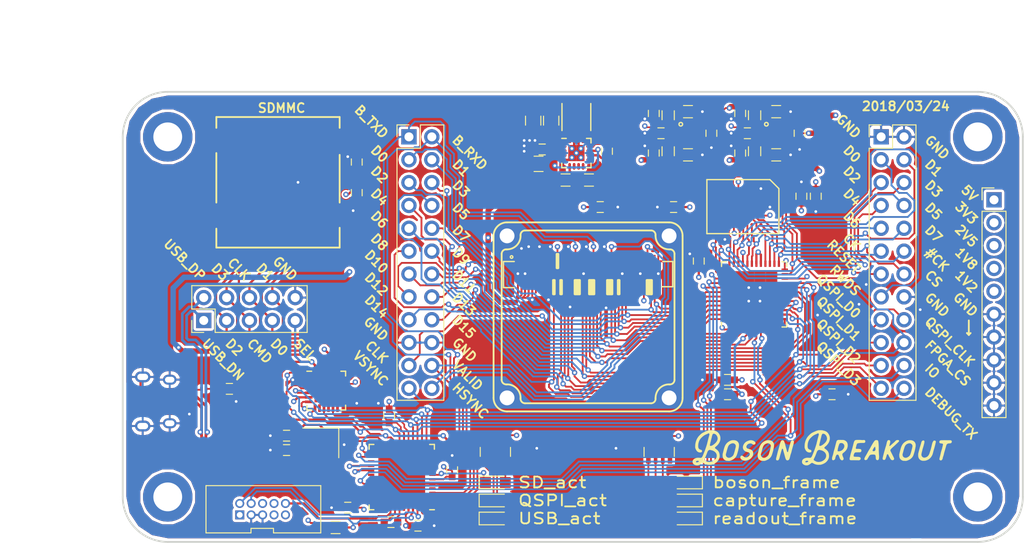
<source format=kicad_pcb>
(kicad_pcb (version 20171114) (host pcbnew "(2017-11-24 revision a01d81e4b)-makepkg")
  (layers (0 F.Cu signal) (1 In1.Cu signal) (2 In2.Cu signal) (31 B.Cu signal) (34 B.Paste user) (35 F.Paste user) (36 B.SilkS user) (37 F.SilkS user) (38 B.Mask user) (39 F.Mask user) (44 Edge.Cuts user))
  (net 0 "")
  (net 1 HB_CK#)
  (net 2 HB_CK)
  (net 3 HB_DQ0)
  (net 4 HB_DQ1)
  (net 5 HB_DQ2)
  (net 6 HB_DQ3)
  (net 7 HB_DQ5)
  (net 8 HB_DQ6)
  (net 9 HB_DQ4)
  (net 10 HB_CS#)
  (net 11 HB_RWDS)
  (net 12 HB_DQ7)
  (net 13 GND)
  (net 14 +1V8)
  (net 15 HB_RESET#)
  (net 16 CAM_CLK)
  (net 17 CAM_VALID)
  (net 18 +1V2)
  (net 19 CAM_D2)
  (net 20 CDONE/IO_C)
  (net 21 FPGA_RST)
  (net 22 CAM_D3)
  (net 23 CAM_D4)
  (net 24 CAM_D5)
  (net 25 CAM_D6)
  (net 26 CAM_D8)
  (net 27 CAM_D10)
  (net 28 CAM_D9)
  (net 29 CAM_D7)
  (net 30 CAM_D0)
  (net 31 LED_A)
  (net 32 LED_B)
  (net 33 LED_C)
  (net 34 CAM_D1)
  (net 35 CAM_D13)
  (net 36 CAM_D15)
  (net 37 CAM_D11)
  (net 38 CAM_D12)
  (net 39 CAM_D14)
  (net 40 "Net-(U2-PadB5)")
  (net 41 "Net-(U2-PadC5)")
  (net 42 "Net-(U4-Pad80)")
  (net 43 "Net-(U4-Pad75)")
  (net 44 CAM_HSYNC)
  (net 45 "Net-(U4-Pad71)")
  (net 46 "Net-(U4-Pad68)")
  (net 47 "Net-(U4-Pad67)")
  (net 48 "Net-(U4-Pad66)")
  (net 49 "Net-(U4-Pad65)")
  (net 50 "Net-(U4-Pad64)")
  (net 51 "Net-(U4-Pad63)")
  (net 52 "Net-(U4-Pad61)")
  (net 53 "Net-(U4-Pad57)")
  (net 54 CAM_VSYNC)
  (net 55 "Net-(U4-Pad37)")
  (net 56 "Net-(U4-Pad35)")
  (net 57 "Net-(U4-Pad18)")
  (net 58 "Net-(U4-Pad17)")
  (net 59 "Net-(U4-Pad16)")
  (net 60 "Net-(U4-Pad15)")
  (net 61 "Net-(U4-Pad14)")
  (net 62 "Net-(U4-Pad12)")
  (net 63 "Net-(U4-Pad11)")
  (net 64 "Net-(U4-Pad9)")
  (net 65 EXT_SYNC)
  (net 66 BOSON_TXD)
  (net 67 BOSON_RXD)
  (net 68 BOSON_RESET)
  (net 69 +3V3)
  (net 70 "Net-(U5-Pad43)")
  (net 71 "Net-(U5-Pad39)")
  (net 72 "Net-(U5-Pad38)")
  (net 73 "Net-(U5-Pad37)")
  (net 74 "Net-(U5-Pad31)")
  (net 75 "Net-(U5-Pad30)")
  (net 76 "Net-(U5-Pad22)")
  (net 77 "Net-(U5-Pad21)")
  (net 78 "Net-(U5-Pad11)")
  (net 79 "Net-(U5-Pad10)")
  (net 80 "Net-(U5-Pad9)")
  (net 81 "Net-(U5-Pad8)")
  (net 82 "Net-(U5-Pad4)")
  (net 83 SD_D1)
  (net 84 SD_D0)
  (net 85 SD_CLK)
  (net 86 SD_CMD)
  (net 87 SD_D3)
  (net 88 SD_D2)
  (net 89 SD_CK/QSPI_CS)
  (net 90 SD_DAT3/QSPI_SCK)
  (net 91 SD_DAT2/QSPI_D3)
  (net 92 SD_DAT1/QSPI_D2)
  (net 93 SD_DAT0/QSPI_D1)
  (net 94 SD_CMD/QSPI_D0)
  (net 95 SDMMC_SEL)
  (net 96 "Net-(U10-Pad15)")
  (net 97 "Net-(U10-Pad14)")
  (net 98 "Net-(U10-Pad13)")
  (net 99 "Net-(U10-Pad12)")
  (net 100 "Net-(U10-Pad10)")
  (net 101 "Net-(U10-Pad8)")
  (net 102 USB_DATA_N)
  (net 103 USB_DATA_P)
  (net 104 "Net-(J4-Pad4)")
  (net 105 FPGA_CS)
  (net 106 +5V)
  (net 107 +2V5)
  (net 108 "Net-(C4-Pad1)")
  (net 109 "Net-(C5-Pad1)")
  (net 110 "Net-(C6-Pad1)")
  (net 111 "Net-(C6-Pad2)")
  (net 112 "Net-(C9-Pad1)")
  (net 113 "Net-(R2-Pad1)")
  (net 114 "Net-(R4-Pad1)")
  (net 115 "Net-(R6-Pad2)")
  (net 116 "Net-(R8-Pad1)")
  (net 117 "Net-(R10-Pad1)")
  (net 118 "Net-(U8-Pad9)")
  (net 119 "Net-(U8-Pad8)")
  (net 120 "Net-(U8-Pad7)")
  (net 121 "Net-(U8-Pad6)")
  (net 122 "Net-(D1-Pad2)")
  (net 123 "Net-(D2-Pad2)")
  (net 124 "Net-(D3-Pad2)")
  (net 125 LED_D)
  (net 126 "Net-(D4-Pad2)")
  (net 127 "Net-(D5-Pad2)")
  (net 128 LED_E)
  (net 129 LED_F)
  (net 130 "Net-(D6-Pad2)")
  (net 131 "Net-(RN1-Pad4)")
  (net 132 "Net-(RN2-Pad4)")
  (net 133 "Net-(C14-Pad1)")
  (net 134 /Microcontroller/XOSC1_XIN)
  (net 135 /Microcontroller/XOSC1_XOUT)
  (net 136 /Microcontroller/VUSB)
  (net 137 SAM_SWDIO)
  (net 138 SAM_SWCLK)
  (net 139 "Net-(J6-Pad6)")
  (net 140 "Net-(J6-Pad7)")
  (net 141 "Net-(J6-Pad8)")
  (net 142 "Net-(J6-Pad9)")
  (net 143 SAM_RST)
  (net 144 "Net-(U5-Pad27)")
  (net 145 DEBUG_TX)
  (module Connectors:USB_Micro-B_10103594-0001LF (layer F.Cu) (at 118.6 124.4 270)
    (fp_text reference J4 (at -1.5 -4.62 270) (layer F.SilkS) (effects (font (size 0 0))))
    (fp_text value USB_OTG)
    (pad 1 smd rect (at -1.3 -1.5) (size 1.65 0.4) (layers F.Cu F.Paste F.Mask) (net 136 /Microcontroller/VUSB))
    (pad 2 smd rect (at -0.65 -1.5) (size 1.65 0.4) (layers F.Cu F.Paste F.Mask) (net 102 USB_DATA_N))
    (pad 3 smd rect (at 0 -1.5) (size 1.65 0.4) (layers F.Cu F.Paste F.Mask) (net 103 USB_DATA_P))
    (pad 4 smd rect (at 0.65 -1.5) (size 1.65 0.4) (layers F.Cu F.Paste F.Mask) (net 104 "Net-(J4-Pad4)"))
    (pad 5 smd rect (at 1.3 -1.5) (size 1.65 0.4) (layers F.Cu F.Paste F.Mask) (net 13 GND))
    (pad 6 thru_hole oval (at -2.42 -1.62) (size 1.5 1.1) (drill oval 1.05 0.65) (layers *.Cu *.Mask) (net 13 GND))
    (pad 6 thru_hole oval (at 2.42 -1.62) (size 1.5 1.1) (drill oval 1.05 0.65) (layers *.Cu *.Mask) (net 13 GND))
    (pad 6 thru_hole oval (at -2.73 1.38) (size 1.7 1.2) (drill oval 1.2 0.7) (layers *.Cu *.Mask) (net 13 GND))
    (pad 6 thru_hole oval (at 2.73 1.38) (size 1.7 1.2) (drill oval 1.2 0.7) (layers *.Cu *.Mask) (net 13 GND))
    (pad 6 smd rect (at -0.96 1.62) (size 2.5 1.43) (layers F.Cu F.Paste F.Mask) (net 13 GND))
    (pad 6 smd rect (at 0.96 1.62) (size 2.5 1.43) (layers F.Cu F.Paste F.Mask) (net 13 GND))
  )
  (module LOGO (layer F.Cu) (at 192.8 130)
    (fp_text reference G*** hide)
    (fp_text value LOGO hide)
  )
  (module LOGO (layer F.Cu) (at 204.6 138)
    (fp_text reference G*** hide)
    (fp_text value LOGO hide)
    (fp_poly (pts (xy 0.189373 -0.705108) (xy 0.254009 -0.69275) (xy 0.313903 -0.669615) (xy 0.373876 -0.634325) (xy 0.43875 -0.585497) (xy 0.439688 -0.584734) (xy 0.482387 -0.544579) (xy 0.506566 -0.507696) (xy 0.513211 -0.471675) (xy 0.503313 -0.434106) (xy 0.502327 -0.431987) (xy 0.471171 -0.388754) (xy 0.426698 -0.360014) (xy 0.376837 -0.347825) (xy 0.354756 -0.346374) (xy 0.337021 -0.348472) (xy 0.319101 -0.356364) (xy 0.296469 -0.372295) (xy 0.264593 -0.398512) (xy 0.250479 -0.410479) (xy 0.192066 -0.457569) (xy 0.143616 -0.490099) (xy 0.102114 -0.509144) (xy 0.064546 -0.515783) (xy 0.0279 -0.51109) (xy -0.0015 -0.500471) (xy -0.040184 -0.477219) (xy -0.076351 -0.445013) (xy -0.104384 -0.409654) (xy -0.117947 -0.38021) (xy -0.121494 -0.335235) (xy -0.113858 -0.284862) (xy -0.096898 -0.239278) (xy -0.090136 -0.227859) (xy -0.058064 -0.190786) (xy -0.009985 -0.149914) (xy 0.050757 -0.107636) (xy 0.120815 -0.066347) (xy 0.17272 -0.039743) (xy 0.220262 -0.016746) (xy 0.265809 0.005404) (xy 0.303487 0.023843) (xy 0.323611 0.033795) (xy 0.364167 0.059176) (xy 0.410058 0.095848) (xy 0.455908 0.1387) (xy 0.496345 0.182622) (xy 0.525995 0.222503) (xy 0.530953 0.230986) (xy 0.554565 0.281727) (xy 0.568764 0.332618) (xy 0.574435 0.389384) (xy 0.572465 0.457747) (xy 0.57021 0.48466) (xy 0.55982 0.560972) (xy 0.543509 0.622086) (xy 0.519437 0.672709) (xy 0.485765 0.717549) (xy 0.474493 0.729579) (xy 0.411902 0.780971) (xy 0.335525 0.823366) (xy 0.250501 0.855164) (xy 0.16197 0.874765) (xy 0.075071 0.880566) (xy 0.01016 0.874192) (xy -0.060633 0.854543) (xy -0.137414 0.822497) (xy -0.213548 0.781578) (xy -0.282397 0.73531) (xy -0.332354 0.692304) (xy -0.361186 0.652334) (xy -0.372949 0.609457) (xy -0.366592 0.567968) (xy -0.364189 0.562501) (xy -0.33855 0.530617) (xy -0.298624 0.512662) (xy -0.255932 0.508149) (xy -0.230557 0.509779) (xy -0.20958 0.517016) (xy -0.186735 0.53308) (xy -0.159412 0.557732) (xy -0.125906 0.586775) (xy -0.091125 0.612916) (xy -0.065801 0.628679) (xy -0.000886 0.653986) (xy 0.0648 0.664662) (xy 0.128814 0.662034) (xy 0.188714 0.647429) (xy 0.242059 0.622172) (xy 0.286406 0.587592) (xy 0.319313 0.545015) (xy 0.338337 0.495767) (xy 0.341036 0.441176) (xy 0.335111 0.410878) (xy 0.319365 0.370781) (xy 0.294145 0.332368) (xy 0.257667 0.294114) (xy 0.208147 0.254497) (xy 0.143802 0.211995) (xy 0.062847 0.165086) (xy 0.019815 0.141754) (xy -0.070208 0.092117) (xy -0.143321 0.047685) (xy -0.201642 0.006534) (xy -0.247287 -0.033265) (xy -0.282373 -0.073638) (xy -0.309018 -0.116512) (xy -0.329338 -0.163814) (xy -0.335234 -0.181411) (xy -0.353674 -0.269002) (xy -0.355121 -0.356978) (xy -0.340403 -0.441969) (xy -0.310348 -0.520606) (xy -0.265784 -0.589519) (xy -0.224584 -0.631733) (xy -0.198081 -0.652238) (xy -0.170491 -0.667841) (xy -0.137957 -0.679638) (xy -0.09662 -0.688722) (xy -0.042623 -0.69619) (xy 0.026589 -0.70302) (xy 0.115173 -0.708071) (xy 0.189373 -0.705108)) (layer F.Cu) (width 0.01))
    (fp_poly (pts (xy 1.449217 -1.399805) (xy 1.506507 -1.39674) (xy 1.555868 -1.391422) (xy 1.600391 -1.383568) (xy 1.643166 -1.372896) (xy 1.687283 -1.359125) (xy 1.708561 -1.351784) (xy 1.820383 -1.301862) (xy 1.92134 -1.234975) (xy 2.011158 -1.151501) (xy 2.089562 -1.051817) (xy 2.156277 -0.9363) (xy 2.211027 -0.805329) (xy 2.253539 -0.65928) (xy 2.270153 -0.580538) (xy 2.275274 -0.547419) (xy 2.279258 -0.507709) (xy 2.282213 -0.458831) (xy 2.284246 -0.398206) (xy 2.285462 -0.323255) (xy 2.285969 -0.231402) (xy 2.286 -0.197808) (xy 2.286 0.09998) (xy 2.254345 0.18969) (xy 2.197875 0.328226) (xy 2.13122 0.453619) (xy 2.055433 0.564388) (xy 1.971568 0.659051) (xy 1.880678 0.736127) (xy 1.851922 0.755778) (xy 1.76538 0.804879) (xy 1.673855 0.844533) (xy 1.582172 0.873169) (xy 1.495159 0.889217) (xy 1.433474 0.89198) (xy 1.403939 0.891117) (xy 1.357978 0.889851) (xy 1.299479 0.888286) (xy 1.232328 0.886526) (xy 1.160415 0.884673) (xy 1.12268 0.883714) (xy 1.054539 0.881919) (xy 0.993516 0.880171) (xy 0.942426 0.878564) (xy 0.904086 0.877189) (xy 0.881313 0.876139) (xy 0.87615 0.875654) (xy 0.861704 0.857449) (xy 0.847567 0.827377) (xy 0.836979 0.793675) (xy 0.833157 0.766308) (xy 0.831705 0.738848) (xy 0.827817 0.697627) (xy 0.822144 0.648967) (xy 0.817465 0.613908) (xy 0.81047 0.559504) (xy 0.807271 0.518379) (xy 0.807773 0.483871) (xy 0.811885 0.449313) (xy 0.814919 0.4318) (xy 0.818625 0.400429) (xy 0.821772 0.350928) (xy 0.824338 0.285475) (xy 0.826301 0.206252) (xy 0.827637 0.11544) (xy 0.828324 0.01522) (xy 0.82834 -0.092227) (xy 0.827662 -0.20472) (xy 0.826266 -0.320079) (xy 0.824131 -0.436121) (xy 0.824003 -0.44196) (xy 0.823096 -0.50043) (xy 0.822541 -0.574628) (xy 0.822339 -0.659964) (xy 0.822489 -0.751849) (xy 0.822991 -0.845693) (xy 0.823039 -0.850875) (xy 1.160978 -0.850875) (xy 1.166477 -0.792451) (xy 1.167858 -0.784816) (xy 1.172828 -0.751588) (xy 1.175368 -0.71504) (xy 1.1755 -0.67085) (xy 1.17325 -0.6147) (xy 1.169187 -0.550075) (xy 1.165308 -0.473768) (xy 1.162892 -0.378587) (xy 1.161954 -0.265922) (xy 1.162505 -0.137168) (xy 1.164233 -0.011595) (xy 1.166045 0.086522) (xy 1.167759 0.166502) (xy 1.16951 0.230524) (xy 1.171437 0.280769) (xy 1.173676 0.319418) (xy 1.176363 0.348652) (xy 1.179636 0.370651) (xy 1.18363 0.387596) (xy 1.188483 0.401667) (xy 1.190446 0.4064) (xy 1.227478 0.467866) (xy 1.280071 0.519671) (xy 1.344559 0.558724) (xy 1.391417 0.575887) (xy 1.453309 0.58441) (xy 1.51631 0.574774) (xy 1.56972 0.553763) (xy 1.637892 0.511173) (xy 1.704488 0.451902) (xy 1.766305 0.379524) (xy 1.820139 0.297612) (xy 1.848496 0.242757) (xy 1.887446 0.142465) (xy 1.919421 0.025032) (xy 1.943849 -0.107396) (xy 1.946078 -0.122979) (xy 1.963886 -0.251033) (xy 1.936604 -0.432857) (xy 1.918066 -0.543012) (xy 1.89754 -0.635864) (xy 1.873727 -0.714416) (xy 1.845325 -0.781671) (xy 1.811037 -0.840635) (xy 1.769563 -0.894312) (xy 1.719602 -0.945705) (xy 1.711497 -0.953217) (xy 1.644316 -1.007521) (xy 1.576278 -1.049015) (xy 1.510684 -1.076048) (xy 1.450837 -1.08697) (xy 1.443671 -1.087121) (xy 1.375102 -1.077) (xy 1.307447 -1.046784) (xy 1.241172 -0.996694) (xy 1.229691 -0.985843) (xy 1.190797 -0.941757) (xy 1.168489 -0.898706) (xy 1.160978 -0.850875) (xy 0.823039 -0.850875) (xy 0.823846 -0.936908) (xy 0.824003 -0.94996) (xy 0.825206 -1.04063) (xy 0.826425 -1.113321) (xy 0.827816 -1.170374) (xy 0.829536 -1.21413) (xy 0.831741 -1.246931) (xy 0.834586 -1.271117) (xy 0.838228 -1.289029) (xy 0.842823 -1.303008) (xy 0.84836 -1.315065) (xy 0.859506 -1.336366) (xy 0.870469 -1.3533) (xy 0.883623 -1.366429) (xy 0.901344 -1.376318) (xy 0.926009 -1.383531) (xy 0.959993 -1.388632) (xy 1.005673 -1.392187) (xy 1.065425 -1.394758) (xy 1.141624 -1.396909) (xy 1.19888 -1.398298) (xy 1.298494 -1.400302) (xy 1.38091 -1.400898) (xy 1.449217 -1.399805)) (layer F.Cu) (width 0.01))
    (fp_poly (pts (xy -1.479324 -1.41164) (xy -1.398407 -1.402515) (xy -1.357399 -1.39701) (xy -1.272563 -1.38477) (xy -1.204525 -1.373363) (xy -1.149879 -1.361427) (xy -1.105222 -1.347602) (xy -1.067151 -1.330529) (xy -1.032261 -1.308845) (xy -0.997147 -1.281191) (xy -0.958406 -1.246206) (xy -0.942549 -1.231206) (xy -0.887443 -1.174015) (xy -0.849801 -1.123085) (xy -0.82868 -1.076063) (xy -0.823139 -1.0306) (xy -0.832237 -0.984342) (xy -0.837833 -0.969592) (xy -0.850129 -0.947814) (xy -0.869415 -0.929935) (xy -0.900777 -0.911786) (xy -0.919222 -0.90287) (xy -0.96062 -0.884465) (xy -0.993662 -0.873823) (xy -1.022466 -0.871894) (xy -1.051154 -0.879629) (xy -1.083843 -0.897979) (xy -1.124653 -0.927892) (xy -1.164167 -0.959374) (xy -1.226508 -1.008369) (xy -1.277924 -1.044995) (xy -1.322151 -1.070953) (xy -1.362925 -1.087945) (xy -1.403982 -1.097669) (xy -1.449058 -1.101828) (xy -1.47828 -1.10236) (xy -1.526044 -1.101495) (xy -1.560773 -1.097986) (xy -1.589711 -1.090469) (xy -1.620102 -1.077578) (xy -1.626713 -1.074372) (xy -1.695219 -1.029699) (xy -1.756574 -0.967267) (xy -1.810179 -0.888551) (xy -1.855439 -0.795025) (xy -1.891755 -0.688164) (xy -1.918533 -0.569443) (xy -1.935174 -0.440336) (xy -1.941082 -0.302318) (xy -1.941087 -0.297592) (xy -1.935562 -0.135712) (xy -1.919122 0.010267) (xy -1.89185 0.140058) (xy -1.853826 0.253373) (xy -1.805131 0.349925) (xy -1.745848 0.429425) (xy -1.73125 0.444742) (xy -1.671522 0.497859) (xy -1.613668 0.533896) (xy -1.552953 0.55499) (xy -1.484646 0.563276) (xy -1.467907 0.563593) (xy -1.42276 0.562677) (xy -1.3889 0.558225) (xy -1.357355 0.54825) (xy -1.319149 0.530765) (xy -1.318709 0.530549) (xy -1.253412 0.490675) (xy -1.200361 0.440139) (xy -1.156751 0.375712) (xy -1.124961 0.307497) (xy -1.095809 0.227112) (xy -1.07844 0.160906) (xy -1.072439 0.106808) (xy -1.076579 0.06604) (xy -1.090585 0.028268) (xy -1.114119 0.002168) (xy -1.150489 -0.014525) (xy -1.203005 -0.024076) (xy -1.209151 -0.024714) (xy -1.260534 -0.032875) (xy -1.295914 -0.047699) (xy -1.319354 -0.072652) (xy -1.334917 -0.111201) (xy -1.341153 -0.137315) (xy -1.34879 -0.20006) (xy -1.342463 -0.249539) (xy -1.321887 -0.287516) (xy -1.315829 -0.294094) (xy -1.306477 -0.302965) (xy -1.296656 -0.309593) (xy -1.283379 -0.314366) (xy -1.263662 -0.317672) (xy -1.234519 -0.319898) (xy -1.192964 -0.321432) (xy -1.136013 -0.32266) (xy -1.089453 -0.323477) (xy -0.990914 -0.324181) (xy -0.910636 -0.322414) (xy -0.846682 -0.317931) (xy -0.797115 -0.310488) (xy -0.759998 -0.299837) (xy -0.733395 -0.285735) (xy -0.723185 -0.277068) (xy -0.6979 -0.251784) (xy -0.704262 -0.062392) (xy -0.721974 0.164436) (xy -0.759584 0.389743) (xy -0.816671 0.611695) (xy -0.892815 0.828456) (xy -0.926763 0.90932) (xy -0.991899 1.040086) (xy -1.064078 1.151999) (xy -1.143234 1.244996) (xy -1.229306 1.319009) (xy -1.322228 1.373975) (xy -1.416178 1.408327) (xy -1.455762 1.415726) (xy -1.504126 1.420209) (xy -1.555387 1.421753) (xy -1.603663 1.420334) (xy -1.643071 1.415928) (xy -1.66624 1.409318) (xy -1.687683 1.389894) (xy -1.694859 1.359597) (xy -1.68776 1.317252) (xy -1.666378 1.261685) (xy -1.665194 1.259102) (xy -1.634891 1.202543) (xy -1.601375 1.16159) (xy -1.560263 1.133048) (xy -1.507172 1.113721) (xy -1.450123 1.10227) (xy -1.415269 1.090336) (xy -1.379868 1.068103) (xy -1.37467 1.063758) (xy -1.356476 1.044596) (xy -1.332292 1.014776) (xy -1.304961 0.978364) (xy -1.277323 0.939421) (xy -1.252222 0.90201) (xy -1.232499 0.870195) (xy -1.220995 0.848039) (xy -1.2192 0.841483) (xy -1.227263 0.836571) (xy -1.24206 0.839083) (xy -1.302707 0.852655) (xy -1.377626 0.860263) (xy -1.46173 0.862109) (xy -1.54993 0.858399) (xy -1.637138 0.849333) (xy -1.718266 0.835116) (xy -1.783762 0.817461) (xy -1.876511 0.776027) (xy -1.960288 0.716886) (xy -2.033943 0.641082) (xy -2.096328 0.549663) (xy -2.11397 0.516793) (xy -2.137253 0.465173) (xy -2.162783 0.399401) (xy -2.188642 0.325214) (xy -2.212914 0.248346) (xy -2.233682 0.174535) (xy -2.247254 0.117982) (xy -2.259476 0.040201) (xy -2.266897 -0.053422) (xy -2.269769 -0.159043) (xy -2.268342 -0.272821) (xy -2.262868 -0.390915) (xy -2.253597 -0.509482) (xy -2.240779 -0.624682) (xy -2.224666 -0.732671) (xy -2.205507 -0.829609) (xy -2.183555 -0.911654) (xy -2.179199 -0.924919) (xy -2.135671 -1.02556) (xy -2.076646 -1.120601) (xy -2.004926 -1.207046) (xy -1.923316 -1.2819) (xy -1.834618 -1.34217) (xy -1.752104 -1.381074) (xy -1.701901 -1.39788) (xy -1.653488 -1.409179) (xy -1.602899 -1.415132) (xy -1.546166 -1.415899) (xy -1.479324 -1.41164)) (layer F.Cu) (width 0.01))
  )
  (module Mounting_Holes:MountingHole_2.2mm_M2_Pad (layer F.Cu) (at 175.7 124)
    (fp_text reference REF** (at 0 -3.2) (layer F.SilkS) (effects (font (size 0 0))))
    (fp_text value MountingHole_2.2mm_M2_Pad)
    (pad 1 thru_hole circle (at 0 0) (size 2.2 2.2) (drill 1.65) (layers *.Cu *.Mask) (net 13 GND))
  )
  (module Mounting_Holes:MountingHole_2.2mm_M2_Pad (layer F.Cu) (at 157.7 124)
    (fp_text reference REF** (at 0 -3.2) (layer F.SilkS) (effects (font (size 0 0))))
    (fp_text value MountingHole_2.2mm_M2_Pad)
    (pad 1 thru_hole circle (at 0 0) (size 2.2 2.2) (drill 1.65) (layers *.Cu *.Mask) (net 13 GND))
  )
  (module Mounting_Holes:MountingHole_2.2mm_M2_Pad (layer F.Cu) (at 175.7 106)
    (fp_text reference REF** (at 0 -3.2) (layer F.SilkS) (effects (font (size 0 0))))
    (fp_text value MountingHole_2.2mm_M2_Pad)
    (pad 1 thru_hole circle (at 0 0) (size 2.2 2.2) (drill 1.65) (layers *.Cu *.Mask) (net 13 GND))
  )
  (module Mounting_Holes:MountingHole_2.2mm_M2_Pad (layer F.Cu) (at 157.7 106)
    (fp_text reference REF** (at 0 -3.2) (layer F.SilkS) (effects (font (size 0 0))))
    (fp_text value MountingHole_2.2mm_M2_Pad)
    (pad 1 thru_hole circle (at 0 0) (size 2.2 2.2) (drill 1.65) (layers *.Cu *.Mask) (net 13 GND))
  )
  (module Pin_Headers:Pin_Header_Straight_2x12_Pitch2.54mm (layer F.Cu) (at 146.8 95)
    (fp_text reference J1 (at 1.27 -2.33) (layer F.SilkS) (effects (font (size 0 0))))
    (fp_text value Conn_02x12_Odd_Even hide)
    (pad 1 thru_hole rect (at 0 0) (size 1.7 1.7) (drill 1) (layers *.Cu *.Mask) (net 66 BOSON_TXD))
    (pad 2 thru_hole oval (at 2.54 0) (size 1.7 1.7) (drill 1) (layers *.Cu *.Mask) (net 67 BOSON_RXD))
    (pad 3 thru_hole oval (at 0 2.54) (size 1.7 1.7) (drill 1) (layers *.Cu *.Mask) (net 30 CAM_D0))
    (pad 4 thru_hole oval (at 2.54 2.54) (size 1.7 1.7) (drill 1) (layers *.Cu *.Mask) (net 34 CAM_D1))
    (pad 5 thru_hole oval (at 0 5.08) (size 1.7 1.7) (drill 1) (layers *.Cu *.Mask) (net 19 CAM_D2))
    (pad 6 thru_hole oval (at 2.54 5.08) (size 1.7 1.7) (drill 1) (layers *.Cu *.Mask) (net 22 CAM_D3))
    (pad 7 thru_hole oval (at 0 7.62) (size 1.7 1.7) (drill 1) (layers *.Cu *.Mask) (net 23 CAM_D4))
    (pad 8 thru_hole oval (at 2.54 7.62) (size 1.7 1.7) (drill 1) (layers *.Cu *.Mask) (net 24 CAM_D5))
    (pad 9 thru_hole oval (at 0 10.16) (size 1.7 1.7) (drill 1) (layers *.Cu *.Mask) (net 25 CAM_D6))
    (pad 10 thru_hole oval (at 2.54 10.16) (size 1.7 1.7) (drill 1) (layers *.Cu *.Mask) (net 29 CAM_D7))
    (pad 11 thru_hole oval (at 0 12.7) (size 1.7 1.7) (drill 1) (layers *.Cu *.Mask) (net 26 CAM_D8))
    (pad 12 thru_hole oval (at 2.54 12.7) (size 1.7 1.7) (drill 1) (layers *.Cu *.Mask) (net 28 CAM_D9))
    (pad 13 thru_hole oval (at 0 15.24) (size 1.7 1.7) (drill 1) (layers *.Cu *.Mask) (net 27 CAM_D10))
    (pad 14 thru_hole oval (at 2.54 15.24) (size 1.7 1.7) (drill 1) (layers *.Cu *.Mask) (net 37 CAM_D11))
    (pad 15 thru_hole oval (at 0 17.78) (size 1.7 1.7) (drill 1) (layers *.Cu *.Mask) (net 38 CAM_D12))
    (pad 16 thru_hole oval (at 2.54 17.78) (size 1.7 1.7) (drill 1) (layers *.Cu *.Mask) (net 35 CAM_D13))
    (pad 17 thru_hole oval (at 0 20.32) (size 1.7 1.7) (drill 1) (layers *.Cu *.Mask) (net 39 CAM_D14))
    (pad 18 thru_hole oval (at 2.54 20.32) (size 1.7 1.7) (drill 1) (layers *.Cu *.Mask) (net 36 CAM_D15))
    (pad 19 thru_hole oval (at 0 22.86) (size 1.7 1.7) (drill 1) (layers *.Cu *.Mask) (net 13 GND))
    (pad 20 thru_hole oval (at 2.54 22.86) (size 1.7 1.7) (drill 1) (layers *.Cu *.Mask) (net 13 GND))
    (pad 21 thru_hole oval (at 0 25.4) (size 1.7 1.7) (drill 1) (layers *.Cu *.Mask) (net 16 CAM_CLK))
    (pad 22 thru_hole oval (at 2.54 25.4) (size 1.7 1.7) (drill 1) (layers *.Cu *.Mask) (net 17 CAM_VALID))
    (pad 23 thru_hole oval (at 0 27.94) (size 1.7 1.7) (drill 1) (layers *.Cu *.Mask) (net 54 CAM_VSYNC))
    (pad 24 thru_hole oval (at 2.54 27.94) (size 1.7 1.7) (drill 1) (layers *.Cu *.Mask) (net 44 CAM_HSYNC))
  )
  (module Fiducials:Fiducial_0.75mm_Dia_1.5mm_Outer (layer F.Cu) (at 210 130)
    (fp_text reference REF** hide)
    (fp_text value Fiducial_0.75mm_Dia_1.5mm_Outer)
    (pad ~ smd circle (at 0 0) (size 0.75 0.75) (layers F.Cu F.Mask) (clearance 0.375))
  )
  (module Pin_Headers:Pin_Header_Straight_2x12_Pitch2.54mm (layer F.Cu) (at 199.26 95)
    (fp_text reference J2 (at 1.27 -2.33) (layer F.SilkS) (effects (font (size 0 0))))
    (fp_text value Conn_02x12_Odd_Even hide)
    (pad 24 thru_hole oval (at 2.54 27.94) (size 1.7 1.7) (drill 1) (layers *.Cu *.Mask) (net 145 DEBUG_TX))
    (pad 23 thru_hole oval (at 0 27.94) (size 1.7 1.7) (drill 1) (layers *.Cu *.Mask) (net 91 SD_DAT2/QSPI_D3))
    (pad 22 thru_hole oval (at 2.54 25.4) (size 1.7 1.7) (drill 1) (layers *.Cu *.Mask) (net 20 CDONE/IO_C))
    (pad 21 thru_hole oval (at 0 25.4) (size 1.7 1.7) (drill 1) (layers *.Cu *.Mask) (net 92 SD_DAT1/QSPI_D2))
    (pad 20 thru_hole oval (at 2.54 22.86) (size 1.7 1.7) (drill 1) (layers *.Cu *.Mask) (net 105 FPGA_CS))
    (pad 19 thru_hole oval (at 0 22.86) (size 1.7 1.7) (drill 1) (layers *.Cu *.Mask) (net 93 SD_DAT0/QSPI_D1))
    (pad 18 thru_hole oval (at 2.54 20.32) (size 1.7 1.7) (drill 1) (layers *.Cu *.Mask) (net 90 SD_DAT3/QSPI_SCK))
    (pad 17 thru_hole oval (at 0 20.32) (size 1.7 1.7) (drill 1) (layers *.Cu *.Mask) (net 94 SD_CMD/QSPI_D0))
    (pad 16 thru_hole oval (at 2.54 17.78) (size 1.7 1.7) (drill 1) (layers *.Cu *.Mask) (net 13 GND))
    (pad 15 thru_hole oval (at 0 17.78) (size 1.7 1.7) (drill 1) (layers *.Cu *.Mask) (net 11 HB_RWDS))
    (pad 14 thru_hole oval (at 2.54 15.24) (size 1.7 1.7) (drill 1) (layers *.Cu *.Mask) (net 10 HB_CS#))
    (pad 13 thru_hole oval (at 0 15.24) (size 1.7 1.7) (drill 1) (layers *.Cu *.Mask) (net 15 HB_RESET#))
    (pad 12 thru_hole oval (at 2.54 12.7) (size 1.7 1.7) (drill 1) (layers *.Cu *.Mask) (net 1 HB_CK#))
    (pad 11 thru_hole oval (at 0 12.7) (size 1.7 1.7) (drill 1) (layers *.Cu *.Mask) (net 2 HB_CK))
    (pad 10 thru_hole oval (at 2.54 10.16) (size 1.7 1.7) (drill 1) (layers *.Cu *.Mask) (net 12 HB_DQ7))
    (pad 9 thru_hole oval (at 0 10.16) (size 1.7 1.7) (drill 1) (layers *.Cu *.Mask) (net 8 HB_DQ6))
    (pad 8 thru_hole oval (at 2.54 7.62) (size 1.7 1.7) (drill 1) (layers *.Cu *.Mask) (net 7 HB_DQ5))
    (pad 7 thru_hole oval (at 0 7.62) (size 1.7 1.7) (drill 1) (layers *.Cu *.Mask) (net 9 HB_DQ4))
    (pad 6 thru_hole oval (at 2.54 5.08) (size 1.7 1.7) (drill 1) (layers *.Cu *.Mask) (net 6 HB_DQ3))
    (pad 5 thru_hole oval (at 0 5.08) (size 1.7 1.7) (drill 1) (layers *.Cu *.Mask) (net 5 HB_DQ2))
    (pad 4 thru_hole oval (at 2.54 2.54) (size 1.7 1.7) (drill 1) (layers *.Cu *.Mask) (net 4 HB_DQ1))
    (pad 3 thru_hole oval (at 0 2.54) (size 1.7 1.7) (drill 1) (layers *.Cu *.Mask) (net 3 HB_DQ0))
    (pad 2 thru_hole oval (at 2.54 0) (size 1.7 1.7) (drill 1) (layers *.Cu *.Mask) (net 13 GND))
    (pad 1 thru_hole rect (at 0 0) (size 1.7 1.7) (drill 1) (layers *.Cu *.Mask) (net 13 GND))
  )
  (module Mounting_Holes:MountingHole_3.2mm_M3_ISO14580_Pad (layer F.Cu) (at 120 135)
    (fp_text reference REF** hide)
    (fp_text value MountingHole_3.2mm_M3_ISO14580_Pad hide)
    (pad 1 thru_hole circle (at 0 0) (size 5.5 5.5) (drill 3.2) (layers *.Cu *.Mask))
  )
  (module Mounting_Holes:MountingHole_3.2mm_M3_ISO14580_Pad (layer F.Cu) (at 210 135)
    (fp_text reference REF** hide)
    (fp_text value MountingHole_3.2mm_M3_ISO14580_Pad hide)
    (pad 1 thru_hole circle (at 0 0) (size 5.5 5.5) (drill 3.2) (layers *.Cu *.Mask))
  )
  (module Mounting_Holes:MountingHole_3.2mm_M3_ISO14580_Pad (layer F.Cu) (at 210 95)
    (fp_text reference REF** hide)
    (fp_text value MountingHole_3.2mm_M3_ISO14580_Pad hide)
    (pad 1 thru_hole circle (at 0 0) (size 5.5 5.5) (drill 3.2) (layers *.Cu *.Mask))
  )
  (module Mounting_Holes:MountingHole_3.2mm_M3_ISO14580_Pad (layer F.Cu) (at 120 95)
    (fp_text reference REF** hide)
    (fp_text value MountingHole_3.2mm_M3_ISO14580_Pad hide)
    (pad 1 thru_hole circle (at 0 0) (size 5.5 5.5) (drill 3.2) (layers *.Cu *.Mask))
  )
  (module Fiducials:Fiducial_0.75mm_Dia_1.5mm_Outer (layer F.Cu) (at 120 100)
    (fp_text reference REF** hide)
    (fp_text value Fiducial_0.75mm_Dia_1.5mm_Outer)
    (pad ~ smd circle (at 0 0) (size 0.75 0.75) (layers F.Cu F.Mask) (clearance 0.375))
  )
  (module lib:DF40_80Pin (layer F.Cu) (at 166.7 110.25)
    (fp_text reference U4 (at 4.6 -3.2) (layer F.SilkS) (effects (font (size 0 0))))
    (fp_text value Boson)
    (pad 80 smd rect (at 7.8 1.425) (size 0.2 1.43) (layers F.Cu F.Paste F.Mask) (net 42 "Net-(U4-Pad80)"))
    (pad 79 smd rect (at 7.8 -1.425) (size 0.2 1.43) (layers F.Cu F.Paste F.Mask) (net 13 GND))
    (pad 78 smd rect (at 7.4 1.425) (size 0.2 1.43) (layers F.Cu F.Paste F.Mask) (net 17 CAM_VALID))
    (pad 77 smd rect (at 7.4 -1.425) (size 0.2 1.43) (layers F.Cu F.Paste F.Mask) (net 30 CAM_D0))
    (pad 75 smd rect (at 7 -1.425) (size 0.2 1.43) (layers F.Cu F.Paste F.Mask) (net 43 "Net-(U4-Pad75)"))
    (pad 73 smd rect (at 6.6 -1.425) (size 0.2 1.43) (layers F.Cu F.Paste F.Mask) (net 44 CAM_HSYNC))
    (pad 72 smd rect (at 6.2 1.425) (size 0.2 1.43) (layers F.Cu F.Paste F.Mask) (net 65 EXT_SYNC))
    (pad 71 smd rect (at 6.2 -1.425) (size 0.2 1.43) (layers F.Cu F.Paste F.Mask) (net 45 "Net-(U4-Pad71)"))
    (pad 70 smd rect (at 5.8 1.425) (size 0.2 1.43) (layers F.Cu F.Paste F.Mask) (net 13 GND))
    (pad 69 smd rect (at 5.8 -1.425) (size 0.2 1.43) (layers F.Cu F.Paste F.Mask) (net 13 GND))
    (pad 68 smd rect (at 5.4 1.425) (size 0.2 1.43) (layers F.Cu F.Paste F.Mask) (net 46 "Net-(U4-Pad68)"))
    (pad 67 smd rect (at 5.4 -1.425) (size 0.2 1.43) (layers F.Cu F.Paste F.Mask) (net 47 "Net-(U4-Pad67)"))
    (pad 66 smd rect (at 5 1.425) (size 0.2 1.43) (layers F.Cu F.Paste F.Mask) (net 48 "Net-(U4-Pad66)"))
    (pad 65 smd rect (at 5 -1.425) (size 0.2 1.43) (layers F.Cu F.Paste F.Mask) (net 49 "Net-(U4-Pad65)"))
    (pad 64 smd rect (at 4.6 1.425) (size 0.2 1.43) (layers F.Cu F.Paste F.Mask) (net 50 "Net-(U4-Pad64)"))
    (pad 63 smd rect (at 4.6 -1.425) (size 0.2 1.43) (layers F.Cu F.Paste F.Mask) (net 51 "Net-(U4-Pad63)"))
    (pad 62 smd rect (at 4.2 1.425) (size 0.2 1.43) (layers F.Cu F.Paste F.Mask) (net 34 CAM_D1))
    (pad 61 smd rect (at 4.2 -1.425) (size 0.2 1.43) (layers F.Cu F.Paste F.Mask) (net 52 "Net-(U4-Pad61)"))
    (pad 60 smd rect (at 3.8 1.425) (size 0.2 1.43) (layers F.Cu F.Paste F.Mask) (net 13 GND))
    (pad 59 smd rect (at 3.8 -1.425) (size 0.2 1.43) (layers F.Cu F.Paste F.Mask) (net 13 GND))
    (pad 57 smd rect (at 3.4 -1.425) (size 0.2 1.43) (layers F.Cu F.Paste F.Mask) (net 53 "Net-(U4-Pad57)"))
    (pad 56 smd rect (at 3 1.425) (size 0.2 1.43) (layers F.Cu F.Paste F.Mask) (net 22 CAM_D3))
    (pad 55 smd rect (at 3 -1.425) (size 0.2 1.43) (layers F.Cu F.Paste F.Mask) (net 16 CAM_CLK))
    (pad 53 smd rect (at 2.6 -1.425) (size 0.2 1.43) (layers F.Cu F.Paste F.Mask) (net 54 CAM_VSYNC))
    (pad 51 smd rect (at 2.2 -1.425) (size 0.2 1.43) (layers F.Cu F.Paste F.Mask) (net 19 CAM_D2))
    (pad 50 smd rect (at 1.8 1.425) (size 0.2 1.43) (layers F.Cu F.Paste F.Mask) (net 13 GND))
    (pad 49 smd rect (at 1.8 -1.425) (size 0.2 1.43) (layers F.Cu F.Paste F.Mask) (net 13 GND))
    (pad 48 smd rect (at 1.4 1.425) (size 0.2 1.43) (layers F.Cu F.Paste F.Mask) (net 37 CAM_D11))
    (pad 47 smd rect (at 1.4 -1.425) (size 0.2 1.43) (layers F.Cu F.Paste F.Mask) (net 38 CAM_D12))
    (pad 46 smd rect (at 1 1.425) (size 0.2 1.43) (layers F.Cu F.Paste F.Mask) (net 28 CAM_D9))
    (pad 45 smd rect (at 1 -1.425) (size 0.2 1.43) (layers F.Cu F.Paste F.Mask) (net 27 CAM_D10))
    (pad 43 smd rect (at 0.6 -1.425) (size 0.2 1.43) (layers F.Cu F.Paste F.Mask) (net 66 BOSON_TXD))
    (pad 41 smd rect (at 0.2 -1.425) (size 0.2 1.43) (layers F.Cu F.Paste F.Mask) (net 35 CAM_D13))
    (pad 40 smd rect (at -0.2 1.425) (size 0.2 1.43) (layers F.Cu F.Paste F.Mask) (net 13 GND))
    (pad 39 smd rect (at -0.2 -1.425) (size 0.2 1.43) (layers F.Cu F.Paste F.Mask) (net 13 GND))
    (pad 38 smd rect (at -0.6 1.425) (size 0.2 1.43) (layers F.Cu F.Paste F.Mask) (net 36 CAM_D15))
    (pad 37 smd rect (at -0.6 -1.425) (size 0.2 1.43) (layers F.Cu F.Paste F.Mask) (net 55 "Net-(U4-Pad37)"))
    (pad 35 smd rect (at -1 -1.425) (size 0.2 1.43) (layers F.Cu F.Paste F.Mask) (net 56 "Net-(U4-Pad35)"))
    (pad 33 smd rect (at -1.4 -1.425) (size 0.2 1.43) (layers F.Cu F.Paste F.Mask) (net 67 BOSON_RXD))
    (pad 32 smd rect (at -1.8 1.425) (size 0.2 1.43) (layers F.Cu F.Paste F.Mask) (net 25 CAM_D6))
    (pad 31 smd rect (at -1.8 -1.425) (size 0.2 1.43) (layers F.Cu F.Paste F.Mask) (net 29 CAM_D7))
    (pad 30 smd rect (at -2.2 1.425) (size 0.2 1.43) (layers F.Cu F.Paste F.Mask) (net 13 GND))
    (pad 29 smd rect (at -2.2 -1.425) (size 0.2 1.43) (layers F.Cu F.Paste F.Mask) (net 13 GND))
    (pad 28 smd rect (at -2.6 1.425) (size 0.2 1.43) (layers F.Cu F.Paste F.Mask) (net 24 CAM_D5))
    (pad 27 smd rect (at -2.6 -1.425) (size 0.2 1.43) (layers F.Cu F.Paste F.Mask) (net 23 CAM_D4))
    (pad 25 smd rect (at -3 -1.425) (size 0.2 1.43) (layers F.Cu F.Paste F.Mask) (net 26 CAM_D8))
    (pad 24 smd rect (at -3.4 1.425) (size 0.2 1.43) (layers F.Cu F.Paste F.Mask) (net 68 BOSON_RESET))
    (pad 21 smd rect (at -3.8 -1.425) (size 0.2 1.43) (layers F.Cu F.Paste F.Mask) (net 39 CAM_D14))
    (pad 20 smd rect (at -4.2 1.425) (size 0.2 1.43) (layers F.Cu F.Paste F.Mask) (net 13 GND))
    (pad 19 smd rect (at -4.2 -1.425) (size 0.2 1.43) (layers F.Cu F.Paste F.Mask) (net 13 GND))
    (pad 18 smd rect (at -4.6 1.425) (size 0.2 1.43) (layers F.Cu F.Paste F.Mask) (net 57 "Net-(U4-Pad18)"))
    (pad 17 smd rect (at -4.6 -1.425) (size 0.2 1.43) (layers F.Cu F.Paste F.Mask) (net 58 "Net-(U4-Pad17)"))
    (pad 16 smd rect (at -5 1.425) (size 0.2 1.43) (layers F.Cu F.Paste F.Mask) (net 59 "Net-(U4-Pad16)"))
    (pad 15 smd rect (at -5 -1.425) (size 0.2 1.43) (layers F.Cu F.Paste F.Mask) (net 60 "Net-(U4-Pad15)"))
    (pad 14 smd rect (at -5.4 1.425) (size 0.2 1.43) (layers F.Cu F.Paste F.Mask) (net 61 "Net-(U4-Pad14)"))
    (pad 13 smd rect (at -5.4 -1.425) (size 0.2 1.43) (layers F.Cu F.Paste F.Mask) (net 13 GND))
    (pad 12 smd rect (at -5.8 1.425) (size 0.2 1.43) (layers F.Cu F.Paste F.Mask) (net 62 "Net-(U4-Pad12)"))
    (pad 11 smd rect (at -5.8 -1.425) (size 0.2 1.43) (layers F.Cu F.Paste F.Mask) (net 63 "Net-(U4-Pad11)"))
    (pad 10 smd rect (at -6.2 1.425) (size 0.2 1.43) (layers F.Cu F.Paste F.Mask) (net 13 GND))
    (pad 9 smd rect (at -6.2 -1.425) (size 0.2 1.43) (layers F.Cu F.Paste F.Mask) (net 64 "Net-(U4-Pad9)"))
    (pad 8 smd rect (at -6.6 1.425) (size 0.2 1.43) (layers F.Cu F.Paste F.Mask) (net 69 +3V3))
    (pad 7 smd rect (at -6.6 -1.425) (size 0.2 1.43) (layers F.Cu F.Paste F.Mask) (net 13 GND))
    (pad 6 smd rect (at -7 1.425) (size 0.2 1.43) (layers F.Cu F.Paste F.Mask) (net 69 +3V3))
    (pad 5 smd rect (at -7 -1.425) (size 0.2 1.43) (layers F.Cu F.Paste F.Mask) (net 13 GND))
    (pad 4 smd rect (at -7.4 1.425) (size 0.2 1.43) (layers F.Cu F.Paste F.Mask) (net 69 +3V3))
    (pad 3 smd rect (at -7.4 -1.425) (size 0.2 1.43) (layers F.Cu F.Paste F.Mask) (net 13 GND))
    (pad 2 smd rect (at -7.8 1.425) (size 0.2 1.43) (layers F.Cu F.Paste F.Mask) (net 69 +3V3))
    (pad 1 smd rect (at -7.8 -1.425) (size 0.2 1.43) (layers F.Cu F.Paste F.Mask) (net 13 GND))
  )
  (module Housings_DFN_QFN:QFN-48-1EP_7x7mm_Pitch0.5mm (layer F.Cu) (at 185.15 112.4989 90)
    (fp_text reference U1 (at 0 -4.75 90) (layer F.SilkS) (effects (font (size 0 0))))
    (fp_text value ICE5LP4K-SG48)
    (pad 1 smd rect (at -3.4 -2.75 90) (size 0.7 0.25) (layers F.Cu F.Paste F.Mask) (net 14 +1V8))
    (pad 2 smd rect (at -3.4 -2.25 90) (size 0.7 0.25) (layers F.Cu F.Paste F.Mask) (net 37 CAM_D11))
    (pad 3 smd rect (at -3.4 -1.75 90) (size 0.7 0.25) (layers F.Cu F.Paste F.Mask) (net 28 CAM_D9))
    (pad 4 smd rect (at -3.4 -1.25 90) (size 0.7 0.25) (layers F.Cu F.Paste F.Mask) (net 27 CAM_D10))
    (pad 5 smd rect (at -3.4 -0.75 90) (size 0.7 0.25) (layers F.Cu F.Paste F.Mask) (net 18 +1V2))
    (pad 6 smd rect (at -3.4 -0.25 90) (size 0.7 0.25) (layers F.Cu F.Paste F.Mask) (net 35 CAM_D13))
    (pad 7 smd rect (at -3.4 0.25 90) (size 0.7 0.25) (layers F.Cu F.Paste F.Mask) (net 20 CDONE/IO_C))
    (pad 8 smd rect (at -3.4 0.75 90) (size 0.7 0.25) (layers F.Cu F.Paste F.Mask) (net 21 FPGA_RST))
    (pad 9 smd rect (at -3.4 1.25 90) (size 0.7 0.25) (layers F.Cu F.Paste F.Mask) (net 36 CAM_D15))
    (pad 10 smd rect (at -3.4 1.75 90) (size 0.7 0.25) (layers F.Cu F.Paste F.Mask) (net 29 CAM_D7))
    (pad 11 smd rect (at -3.4 2.25 90) (size 0.7 0.25) (layers F.Cu F.Paste F.Mask) (net 23 CAM_D4))
    (pad 12 smd rect (at -3.4 2.75 90) (size 0.7 0.25) (layers F.Cu F.Paste F.Mask) (net 25 CAM_D6))
    (pad 13 smd rect (at -2.75 3.4 180) (size 0.7 0.25) (layers F.Cu F.Paste F.Mask) (net 24 CAM_D5))
    (pad 14 smd rect (at -2.25 3.4 180) (size 0.7 0.25) (layers F.Cu F.Paste F.Mask) (net 93 SD_DAT0/QSPI_D1))
    (pad 15 smd rect (at -1.75 3.4 180) (size 0.7 0.25) (layers F.Cu F.Paste F.Mask) (net 90 SD_DAT3/QSPI_SCK))
    (pad 16 smd rect (at -1.25 3.4 180) (size 0.7 0.25) (layers F.Cu F.Paste F.Mask) (net 105 FPGA_CS))
    (pad 17 smd rect (at -0.75 3.4 180) (size 0.7 0.25) (layers F.Cu F.Paste F.Mask) (net 94 SD_CMD/QSPI_D0))
    (pad 18 smd rect (at -0.25 3.4 180) (size 0.7 0.25) (layers F.Cu F.Paste F.Mask) (net 26 CAM_D8))
    (pad 19 smd rect (at 0.25 3.4 180) (size 0.7 0.25) (layers F.Cu F.Paste F.Mask) (net 39 CAM_D14))
    (pad 20 smd rect (at 0.75 3.4 180) (size 0.7 0.25) (layers F.Cu F.Paste F.Mask) (net 92 SD_DAT1/QSPI_D2))
    (pad 21 smd rect (at 1.25 3.4 180) (size 0.7 0.25) (layers F.Cu F.Paste F.Mask) (net 91 SD_DAT2/QSPI_D3))
    (pad 22 smd rect (at 1.75 3.4 180) (size 0.7 0.25) (layers F.Cu F.Paste F.Mask) (net 14 +1V8))
    (pad 23 smd rect (at 2.25 3.4 180) (size 0.7 0.25) (layers F.Cu F.Paste F.Mask) (net 1 HB_CK#))
    (pad 24 smd rect (at 2.75 3.4 180) (size 0.7 0.25) (layers F.Cu F.Paste F.Mask) (net 107 +2V5))
    (pad 25 smd rect (at 3.4 2.75 90) (size 0.7 0.25) (layers F.Cu F.Paste F.Mask) (net 2 HB_CK))
    (pad 26 smd rect (at 3.4 2.25 90) (size 0.7 0.25) (layers F.Cu F.Paste F.Mask) (net 10 HB_CS#))
    (pad 27 smd rect (at 3.4 1.75 90) (size 0.7 0.25) (layers F.Cu F.Paste F.Mask) (net 12 HB_DQ7))
    (pad 28 smd rect (at 3.4 1.25 90) (size 0.7 0.25) (layers F.Cu F.Paste F.Mask) (net 4 HB_DQ1))
    (pad 29 smd rect (at 3.4 0.75 90) (size 0.7 0.25) (layers F.Cu F.Paste F.Mask) (net 18 +1V2))
    (pad 30 smd rect (at 3.4 0.25 90) (size 0.7 0.25) (layers F.Cu F.Paste F.Mask) (net 18 +1V2))
    (pad 31 smd rect (at 3.4 -0.25 90) (size 0.7 0.25) (layers F.Cu F.Paste F.Mask) (net 8 HB_DQ6))
    (pad 32 smd rect (at 3.4 -0.75 90) (size 0.7 0.25) (layers F.Cu F.Paste F.Mask) (net 3 HB_DQ0))
    (pad 33 smd rect (at 3.4 -1.25 90) (size 0.7 0.25) (layers F.Cu F.Paste F.Mask) (net 14 +1V8))
    (pad 34 smd rect (at 3.4 -1.75 90) (size 0.7 0.25) (layers F.Cu F.Paste F.Mask) (net 7 HB_DQ5))
    (pad 35 smd rect (at 3.4 -2.25 90) (size 0.7 0.25) (layers F.Cu F.Paste F.Mask) (net 11 HB_RWDS))
    (pad 36 smd rect (at 3.4 -2.75 90) (size 0.7 0.25) (layers F.Cu F.Paste F.Mask) (net 6 HB_DQ3))
    (pad 37 smd rect (at 2.75 -3.4 180) (size 0.7 0.25) (layers F.Cu F.Paste F.Mask) (net 5 HB_DQ2))
    (pad 38 smd rect (at 2.25 -3.4 180) (size 0.7 0.25) (layers F.Cu F.Paste F.Mask) (net 9 HB_DQ4))
    (pad 39 smd rect (at 1.75 -3.4 180) (size 0.7 0.25) (layers F.Cu F.Paste F.Mask) (net 31 LED_A))
    (pad 40 smd rect (at 1.25 -3.4 180) (size 0.7 0.25) (layers F.Cu F.Paste F.Mask) (net 32 LED_B))
    (pad 41 smd rect (at 0.75 -3.4 180) (size 0.7 0.25) (layers F.Cu F.Paste F.Mask) (net 33 LED_C))
    (pad 42 smd rect (at 0.25 -3.4 180) (size 0.7 0.25) (layers F.Cu F.Paste F.Mask) (net 17 CAM_VALID))
    (pad 43 smd rect (at -0.25 -3.4 180) (size 0.7 0.25) (layers F.Cu F.Paste F.Mask) (net 30 CAM_D0))
    (pad 44 smd rect (at -0.75 -3.4 180) (size 0.7 0.25) (layers F.Cu F.Paste F.Mask) (net 34 CAM_D1))
    (pad 45 smd rect (at -1.25 -3.4 180) (size 0.7 0.25) (layers F.Cu F.Paste F.Mask) (net 16 CAM_CLK))
    (pad 46 smd rect (at -1.75 -3.4 180) (size 0.7 0.25) (layers F.Cu F.Paste F.Mask) (net 22 CAM_D3))
    (pad 47 smd rect (at -2.25 -3.4 180) (size 0.7 0.25) (layers F.Cu F.Paste F.Mask) (net 19 CAM_D2))
    (pad 48 smd rect (at -2.75 -3.4 180) (size 0.7 0.25) (layers F.Cu F.Paste F.Mask) (net 38 CAM_D12))
    (pad 49 smd rect (at 1.93125 1.93125 90) (size 1.2875 1.2875) (layers F.Cu F.Paste F.Mask) (net 13 GND))
    (pad 49 smd rect (at 1.93125 0.64375 90) (size 1.2875 1.2875) (layers F.Cu F.Paste F.Mask) (net 13 GND))
    (pad 49 smd rect (at 1.93125 -0.64375 90) (size 1.2875 1.2875) (layers F.Cu F.Paste F.Mask) (net 13 GND))
    (pad 49 smd rect (at 1.93125 -1.93125 90) (size 1.2875 1.2875) (layers F.Cu F.Paste F.Mask) (net 13 GND))
    (pad 49 smd rect (at 0.64375 1.93125 90) (size 1.2875 1.2875) (layers F.Cu F.Paste F.Mask) (net 13 GND))
    (pad 49 smd rect (at 0.64375 0.64375 90) (size 1.2875 1.2875) (layers F.Cu F.Paste F.Mask) (net 13 GND))
    (pad 49 smd rect (at 0.64375 -0.64375 90) (size 1.2875 1.2875) (layers F.Cu F.Paste F.Mask) (net 13 GND))
    (pad 49 smd rect (at 0.64375 -1.93125 90) (size 1.2875 1.2875) (layers F.Cu F.Paste F.Mask) (net 13 GND))
    (pad 49 smd rect (at -0.64375 1.93125 90) (size 1.2875 1.2875) (layers F.Cu F.Paste F.Mask) (net 13 GND))
    (pad 49 smd rect (at -0.64375 0.64375 90) (size 1.2875 1.2875) (layers F.Cu F.Paste F.Mask) (net 13 GND))
    (pad 49 smd rect (at -0.64375 -0.64375 90) (size 1.2875 1.2875) (layers F.Cu F.Paste F.Mask) (net 13 GND))
    (pad 49 smd rect (at -0.64375 -1.93125 90) (size 1.2875 1.2875) (layers F.Cu F.Paste F.Mask) (net 13 GND))
    (pad 49 smd rect (at -1.93125 1.93125 90) (size 1.2875 1.2875) (layers F.Cu F.Paste F.Mask) (net 13 GND))
    (pad 49 smd rect (at -1.93125 0.64375 90) (size 1.2875 1.2875) (layers F.Cu F.Paste F.Mask) (net 13 GND))
    (pad 49 smd rect (at -1.93125 -0.64375 90) (size 1.2875 1.2875) (layers F.Cu F.Paste F.Mask) (net 13 GND))
    (pad 49 smd rect (at -1.93125 -1.93125 90) (size 1.2875 1.2875) (layers F.Cu F.Paste F.Mask) (net 13 GND))
  )
  (module lib:BGA_24 (layer F.Cu) (at 183.9 102.75 270)
    (fp_text reference U2 (at 0 -4.81 270) (layer F.SilkS) (effects (font (size 0 0))))
    (fp_text value S27KS0641 hide)
    (pad B1 smd circle (at -1 -2 270) (size 0.35 0.35) (layers F.Cu F.Paste F.Mask) (net 1 HB_CK#))
    (pad C1 smd circle (at 0 -2 270) (size 0.35 0.35) (layers F.Cu F.Paste F.Mask) (net 13 GND))
    (pad D1 smd circle (at 1 -2 270) (size 0.35 0.35) (layers F.Cu F.Paste F.Mask) (net 14 +1V8))
    (pad E1 smd circle (at 2 -2 270) (size 0.35 0.35) (layers F.Cu F.Paste F.Mask) (net 12 HB_DQ7))
    (pad A2 smd circle (at -2 -1 270) (size 0.35 0.35) (layers F.Cu F.Paste F.Mask))
    (pad B2 smd circle (at -1 -1 270) (size 0.35 0.35) (layers F.Cu F.Paste F.Mask) (net 2 HB_CK))
    (pad C2 smd circle (at 0 -1 270) (size 0.35 0.35) (layers F.Cu F.Paste F.Mask))
    (pad D2 smd circle (at 1 -1 270) (size 0.35 0.35) (layers F.Cu F.Paste F.Mask) (net 4 HB_DQ1))
    (pad E2 smd circle (at 2 -1 270) (size 0.35 0.35) (layers F.Cu F.Paste F.Mask) (net 8 HB_DQ6))
    (pad A3 smd circle (at -2 0 270) (size 0.35 0.35) (layers F.Cu F.Paste F.Mask) (net 10 HB_CS#))
    (pad B3 smd circle (at -1 0 270) (size 0.35 0.35) (layers F.Cu F.Paste F.Mask) (net 13 GND))
    (pad C3 smd circle (at 0 0 270) (size 0.35 0.35) (layers F.Cu F.Paste F.Mask) (net 11 HB_RWDS))
    (pad D3 smd circle (at 1 0 270) (size 0.35 0.35) (layers F.Cu F.Paste F.Mask) (net 3 HB_DQ0))
    (pad E3 smd circle (at 2 0 270) (size 0.35 0.35) (layers F.Cu F.Paste F.Mask) (net 7 HB_DQ5))
    (pad A4 smd circle (at -2 1 270) (size 0.35 0.35) (layers F.Cu F.Paste F.Mask) (net 15 HB_RESET#))
    (pad B4 smd circle (at -1 1 270) (size 0.35 0.35) (layers F.Cu F.Paste F.Mask) (net 14 +1V8))
    (pad C4 smd circle (at 0 1 270) (size 0.35 0.35) (layers F.Cu F.Paste F.Mask) (net 5 HB_DQ2))
    (pad D4 smd circle (at 1 1 270) (size 0.35 0.35) (layers F.Cu F.Paste F.Mask) (net 6 HB_DQ3))
    (pad E4 smd circle (at 2 1 270) (size 0.35 0.35) (layers F.Cu F.Paste F.Mask) (net 14 +1V8))
    (pad A5 smd circle (at -2 2 270) (size 0.35 0.35) (layers F.Cu F.Paste F.Mask))
    (pad B5 smd circle (at -1 2 270) (size 0.35 0.35) (layers F.Cu F.Paste F.Mask) (net 40 "Net-(U2-PadB5)"))
    (pad C5 smd circle (at 0 2 270) (size 0.35 0.35) (layers F.Cu F.Paste F.Mask) (net 41 "Net-(U2-PadC5)"))
    (pad D5 smd circle (at 1 2 270) (size 0.35 0.35) (layers F.Cu F.Paste F.Mask) (net 9 HB_DQ4))
    (pad E5 smd circle (at 2 2 270) (size 0.35 0.35) (layers F.Cu F.Paste F.Mask) (net 13 GND))
  )
  (module Housings_DFN_QFN:QFN-48-1EP_7x7mm_Pitch0.5mm (layer F.Cu) (at 146 132.8 180)
    (fp_text reference U5 (at 0 -4.75 180) (layer F.SilkS) (effects (font (size 0 0))))
    (fp_text value ATSAMD51G19A)
    (pad 49 smd rect (at -1.93125 -1.93125 180) (size 1.2875 1.2875) (layers F.Cu F.Paste F.Mask) (net 13 GND))
    (pad 49 smd rect (at -1.93125 -0.64375 180) (size 1.2875 1.2875) (layers F.Cu F.Paste F.Mask) (net 13 GND))
    (pad 49 smd rect (at -1.93125 0.64375 180) (size 1.2875 1.2875) (layers F.Cu F.Paste F.Mask) (net 13 GND))
    (pad 49 smd rect (at -1.93125 1.93125 180) (size 1.2875 1.2875) (layers F.Cu F.Paste F.Mask) (net 13 GND))
    (pad 49 smd rect (at -0.64375 -1.93125 180) (size 1.2875 1.2875) (layers F.Cu F.Paste F.Mask) (net 13 GND))
    (pad 49 smd rect (at -0.64375 -0.64375 180) (size 1.2875 1.2875) (layers F.Cu F.Paste F.Mask) (net 13 GND))
    (pad 49 smd rect (at -0.64375 0.64375 180) (size 1.2875 1.2875) (layers F.Cu F.Paste F.Mask) (net 13 GND))
    (pad 49 smd rect (at -0.64375 1.93125 180) (size 1.2875 1.2875) (layers F.Cu F.Paste F.Mask) (net 13 GND))
    (pad 49 smd rect (at 0.64375 -1.93125 180) (size 1.2875 1.2875) (layers F.Cu F.Paste F.Mask) (net 13 GND))
    (pad 49 smd rect (at 0.64375 -0.64375 180) (size 1.2875 1.2875) (layers F.Cu F.Paste F.Mask) (net 13 GND))
    (pad 49 smd rect (at 0.64375 0.64375 180) (size 1.2875 1.2875) (layers F.Cu F.Paste F.Mask) (net 13 GND))
    (pad 49 smd rect (at 0.64375 1.93125 180) (size 1.2875 1.2875) (layers F.Cu F.Paste F.Mask) (net 13 GND))
    (pad 49 smd rect (at 1.93125 -1.93125 180) (size 1.2875 1.2875) (layers F.Cu F.Paste F.Mask) (net 13 GND))
    (pad 49 smd rect (at 1.93125 -0.64375 180) (size 1.2875 1.2875) (layers F.Cu F.Paste F.Mask) (net 13 GND))
    (pad 49 smd rect (at 1.93125 0.64375 180) (size 1.2875 1.2875) (layers F.Cu F.Paste F.Mask) (net 13 GND))
    (pad 49 smd rect (at 1.93125 1.93125 180) (size 1.2875 1.2875) (layers F.Cu F.Paste F.Mask) (net 13 GND))
    (pad 48 smd rect (at -2.75 -3.4 270) (size 0.7 0.25) (layers F.Cu F.Paste F.Mask) (net 128 LED_E))
    (pad 47 smd rect (at -2.25 -3.4 270) (size 0.7 0.25) (layers F.Cu F.Paste F.Mask) (net 125 LED_D))
    (pad 46 smd rect (at -1.75 -3.4 270) (size 0.7 0.25) (layers F.Cu F.Paste F.Mask) (net 137 SAM_SWDIO))
    (pad 45 smd rect (at -1.25 -3.4 270) (size 0.7 0.25) (layers F.Cu F.Paste F.Mask) (net 138 SAM_SWCLK))
    (pad 44 smd rect (at -0.75 -3.4 270) (size 0.7 0.25) (layers F.Cu F.Paste F.Mask) (net 14 +1V8))
    (pad 43 smd rect (at -0.25 -3.4 270) (size 0.7 0.25) (layers F.Cu F.Paste F.Mask) (net 70 "Net-(U5-Pad43)"))
    (pad 42 smd rect (at 0.25 -3.4 270) (size 0.7 0.25) (layers F.Cu F.Paste F.Mask) (net 13 GND))
    (pad 41 smd rect (at 0.75 -3.4 270) (size 0.7 0.25) (layers F.Cu F.Paste F.Mask) (net 133 "Net-(C14-Pad1)"))
    (pad 40 smd rect (at 1.25 -3.4 270) (size 0.7 0.25) (layers F.Cu F.Paste F.Mask) (net 143 SAM_RST))
    (pad 39 smd rect (at 1.75 -3.4 270) (size 0.7 0.25) (layers F.Cu F.Paste F.Mask) (net 71 "Net-(U5-Pad39)"))
    (pad 38 smd rect (at 2.25 -3.4 270) (size 0.7 0.25) (layers F.Cu F.Paste F.Mask) (net 72 "Net-(U5-Pad38)"))
    (pad 37 smd rect (at 2.75 -3.4 270) (size 0.7 0.25) (layers F.Cu F.Paste F.Mask) (net 73 "Net-(U5-Pad37)"))
    (pad 36 smd rect (at 3.4 -2.75 180) (size 0.7 0.25) (layers F.Cu F.Paste F.Mask) (net 14 +1V8))
    (pad 35 smd rect (at 3.4 -2.25 180) (size 0.7 0.25) (layers F.Cu F.Paste F.Mask) (net 13 GND))
    (pad 34 smd rect (at 3.4 -1.75 180) (size 0.7 0.25) (layers F.Cu F.Paste F.Mask) (net 103 USB_DATA_P))
    (pad 33 smd rect (at 3.4 -1.25 180) (size 0.7 0.25) (layers F.Cu F.Paste F.Mask) (net 102 USB_DATA_N))
    (pad 32 smd rect (at 3.4 -0.75 180) (size 0.7 0.25) (layers F.Cu F.Paste F.Mask) (net 145 DEBUG_TX))
    (pad 31 smd rect (at 3.4 -0.25 180) (size 0.7 0.25) (layers F.Cu F.Paste F.Mask) (net 74 "Net-(U5-Pad31)"))
    (pad 30 smd rect (at 3.4 0.25 180) (size 0.7 0.25) (layers F.Cu F.Paste F.Mask) (net 75 "Net-(U5-Pad30)"))
    (pad 29 smd rect (at 3.4 0.75 180) (size 0.7 0.25) (layers F.Cu F.Paste F.Mask) (net 20 CDONE/IO_C))
    (pad 28 smd rect (at 3.4 1.25 180) (size 0.7 0.25) (layers F.Cu F.Paste F.Mask) (net 105 FPGA_CS))
    (pad 27 smd rect (at 3.4 1.75 180) (size 0.7 0.25) (layers F.Cu F.Paste F.Mask) (net 144 "Net-(U5-Pad27)"))
    (pad 26 smd rect (at 3.4 2.25 180) (size 0.7 0.25) (layers F.Cu F.Paste F.Mask) (net 21 FPGA_RST))
    (pad 25 smd rect (at 3.4 2.75 180) (size 0.7 0.25) (layers F.Cu F.Paste F.Mask) (net 89 SD_CK/QSPI_CS))
    (pad 24 smd rect (at 2.75 3.4 270) (size 0.7 0.25) (layers F.Cu F.Paste F.Mask) (net 135 /Microcontroller/XOSC1_XOUT))
    (pad 23 smd rect (at 2.25 3.4 270) (size 0.7 0.25) (layers F.Cu F.Paste F.Mask) (net 134 /Microcontroller/XOSC1_XIN))
    (pad 22 smd rect (at 1.75 3.4 270) (size 0.7 0.25) (layers F.Cu F.Paste F.Mask) (net 76 "Net-(U5-Pad22)"))
    (pad 21 smd rect (at 1.25 3.4 270) (size 0.7 0.25) (layers F.Cu F.Paste F.Mask) (net 77 "Net-(U5-Pad21)"))
    (pad 20 smd rect (at 0.75 3.4 270) (size 0.7 0.25) (layers F.Cu F.Paste F.Mask) (net 89 SD_CK/QSPI_CS))
    (pad 19 smd rect (at 0.25 3.4 270) (size 0.7 0.25) (layers F.Cu F.Paste F.Mask) (net 90 SD_DAT3/QSPI_SCK))
    (pad 18 smd rect (at -0.25 3.4 270) (size 0.7 0.25) (layers F.Cu F.Paste F.Mask) (net 13 GND))
    (pad 17 smd rect (at -0.75 3.4 270) (size 0.7 0.25) (layers F.Cu F.Paste F.Mask) (net 14 +1V8))
    (pad 16 smd rect (at -1.25 3.4 270) (size 0.7 0.25) (layers F.Cu F.Paste F.Mask) (net 91 SD_DAT2/QSPI_D3))
    (pad 15 smd rect (at -1.75 3.4 270) (size 0.7 0.25) (layers F.Cu F.Paste F.Mask) (net 92 SD_DAT1/QSPI_D2))
    (pad 14 smd rect (at -2.25 3.4 270) (size 0.7 0.25) (layers F.Cu F.Paste F.Mask) (net 93 SD_DAT0/QSPI_D1))
    (pad 13 smd rect (at -2.75 3.4 270) (size 0.7 0.25) (layers F.Cu F.Paste F.Mask) (net 94 SD_CMD/QSPI_D0))
    (pad 12 smd rect (at -3.4 2.75 180) (size 0.7 0.25) (layers F.Cu F.Paste F.Mask) (net 95 SDMMC_SEL))
    (pad 11 smd rect (at -3.4 2.25 180) (size 0.7 0.25) (layers F.Cu F.Paste F.Mask) (net 78 "Net-(U5-Pad11)"))
    (pad 10 smd rect (at -3.4 1.75 180) (size 0.7 0.25) (layers F.Cu F.Paste F.Mask) (net 79 "Net-(U5-Pad10)"))
    (pad 9 smd rect (at -3.4 1.25 180) (size 0.7 0.25) (layers F.Cu F.Paste F.Mask) (net 80 "Net-(U5-Pad9)"))
    (pad 8 smd rect (at -3.4 0.75 180) (size 0.7 0.25) (layers F.Cu F.Paste F.Mask) (net 81 "Net-(U5-Pad8)"))
    (pad 7 smd rect (at -3.4 0.25 180) (size 0.7 0.25) (layers F.Cu F.Paste F.Mask) (net 129 LED_F))
    (pad 6 smd rect (at -3.4 -0.25 180) (size 0.7 0.25) (layers F.Cu F.Paste F.Mask) (net 14 +1V8))
    (pad 5 smd rect (at -3.4 -0.75 180) (size 0.7 0.25) (layers F.Cu F.Paste F.Mask) (net 13 GND))
    (pad 4 smd rect (at -3.4 -1.25 180) (size 0.7 0.25) (layers F.Cu F.Paste F.Mask) (net 82 "Net-(U5-Pad4)"))
    (pad 3 smd rect (at -3.4 -1.75 180) (size 0.7 0.25) (layers F.Cu F.Paste F.Mask) (net 17 CAM_VALID))
    (pad 2 smd rect (at -3.4 -2.25 180) (size 0.7 0.25) (layers F.Cu F.Paste F.Mask) (net 66 BOSON_TXD))
    (pad 1 smd rect (at -3.4 -2.75 180) (size 0.7 0.25) (layers F.Cu F.Paste F.Mask) (net 67 BOSON_RXD))
  )
  (module lib:SD_holder_472190001 (layer F.Cu) (at 133 98 180)
    (fp_text reference J3 (at -2.7 4.2 180) (layer F.SilkS) (effects (font (size 0 0))))
    (fp_text value MicroSD hide)
    (pad 9 smd rect (at -6.1 -5.7 180) (size 1.45 2) (layers F.Cu F.Paste F.Mask) (net 13 GND))
    (pad 9 smd rect (at 7.6 -5.7 180) (size 1.45 2) (layers F.Cu F.Paste F.Mask) (net 13 GND))
    (pad 9 smd rect (at 7.6 2.6 180) (size 1.45 2) (layers F.Cu F.Paste F.Mask) (net 13 GND))
    (pad 9 smd rect (at -6.1 2.6 180) (size 1.45 2) (layers F.Cu F.Paste F.Mask) (net 13 GND))
    (pad 8 smd rect (at -3.7 0 180) (size 0.8 1.5) (layers F.Cu F.Paste F.Mask) (net 83 SD_D1))
    (pad 7 smd rect (at -2.6 0 180) (size 0.8 1.5) (layers F.Cu F.Paste F.Mask) (net 84 SD_D0))
    (pad 6 smd rect (at -1.5 0 180) (size 0.8 1.5) (layers F.Cu F.Paste F.Mask) (net 13 GND))
    (pad 5 smd rect (at -0.4 0 180) (size 0.8 1.5) (layers F.Cu F.Paste F.Mask) (net 85 SD_CLK))
    (pad 4 smd rect (at 0.7 0 180) (size 0.8 1.5) (layers F.Cu F.Paste F.Mask) (net 69 +3V3))
    (pad 3 smd rect (at 1.8 0 180) (size 0.8 1.5) (layers F.Cu F.Paste F.Mask) (net 86 SD_CMD))
    (pad 2 smd rect (at 2.9 0 180) (size 0.8 1.5) (layers F.Cu F.Paste F.Mask) (net 87 SD_D3))
    (pad 1 smd rect (at 4 0 180) (size 0.8 1.5) (layers F.Cu F.Paste F.Mask) (net 88 SD_D2))
  )
  (module Housings_DFN_QFN:QFN-24-1EP_4x4mm_Pitch0.5mm (layer F.Cu) (at 137.61 123.19)
    (fp_text reference U10 (at 0 -3.375) (layer F.SilkS) (effects (font (size 0 0))))
    (fp_text value TXS02612)
    (pad 25 smd rect (at -0.65 -0.65) (size 1.3 1.3) (layers F.Cu F.Paste F.Mask))
    (pad 25 smd rect (at -0.65 0.65) (size 1.3 1.3) (layers F.Cu F.Paste F.Mask))
    (pad 25 smd rect (at 0.65 -0.65) (size 1.3 1.3) (layers F.Cu F.Paste F.Mask))
    (pad 25 smd rect (at 0.65 0.65) (size 1.3 1.3) (layers F.Cu F.Paste F.Mask))
    (pad 24 smd rect (at -1.25 -1.95 90) (size 0.85 0.3) (layers F.Cu F.Paste F.Mask) (net 95 SDMMC_SEL))
    (pad 23 smd rect (at -0.75 -1.95 90) (size 0.85 0.3) (layers F.Cu F.Paste F.Mask) (net 88 SD_D2))
    (pad 22 smd rect (at -0.25 -1.95 90) (size 0.85 0.3) (layers F.Cu F.Paste F.Mask) (net 87 SD_D3))
    (pad 21 smd rect (at 0.25 -1.95 90) (size 0.85 0.3) (layers F.Cu F.Paste F.Mask) (net 69 +3V3))
    (pad 20 smd rect (at 0.75 -1.95 90) (size 0.85 0.3) (layers F.Cu F.Paste F.Mask) (net 86 SD_CMD))
    (pad 19 smd rect (at 1.25 -1.95 90) (size 0.85 0.3) (layers F.Cu F.Paste F.Mask) (net 85 SD_CLK))
    (pad 18 smd rect (at 1.95 -1.25) (size 0.85 0.3) (layers F.Cu F.Paste F.Mask) (net 84 SD_D0))
    (pad 17 smd rect (at 1.95 -0.75) (size 0.85 0.3) (layers F.Cu F.Paste F.Mask) (net 69 +3V3))
    (pad 16 smd rect (at 1.95 -0.25) (size 0.85 0.3) (layers F.Cu F.Paste F.Mask) (net 83 SD_D1))
    (pad 15 smd rect (at 1.95 0.25) (size 0.85 0.3) (layers F.Cu F.Paste F.Mask) (net 96 "Net-(U10-Pad15)"))
    (pad 14 smd rect (at 1.95 0.75) (size 0.85 0.3) (layers F.Cu F.Paste F.Mask) (net 97 "Net-(U10-Pad14)"))
    (pad 13 smd rect (at 1.95 1.25) (size 0.85 0.3) (layers F.Cu F.Paste F.Mask) (net 98 "Net-(U10-Pad13)"))
    (pad 12 smd rect (at 1.25 1.95 90) (size 0.85 0.3) (layers F.Cu F.Paste F.Mask) (net 99 "Net-(U10-Pad12)"))
    (pad 11 smd rect (at 0.75 1.95 90) (size 0.85 0.3) (layers F.Cu F.Paste F.Mask) (net 13 GND))
    (pad 10 smd rect (at 0.25 1.95 90) (size 0.85 0.3) (layers F.Cu F.Paste F.Mask) (net 100 "Net-(U10-Pad10)"))
    (pad 9 smd rect (at -0.25 1.95 90) (size 0.85 0.3) (layers F.Cu F.Paste F.Mask) (net 89 SD_CK/QSPI_CS))
    (pad 8 smd rect (at -0.75 1.95 90) (size 0.85 0.3) (layers F.Cu F.Paste F.Mask) (net 101 "Net-(U10-Pad8)"))
    (pad 7 smd rect (at -1.25 1.95 90) (size 0.85 0.3) (layers F.Cu F.Paste F.Mask) (net 92 SD_DAT1/QSPI_D2))
    (pad 6 smd rect (at -1.95 1.25) (size 0.85 0.3) (layers F.Cu F.Paste F.Mask) (net 93 SD_DAT0/QSPI_D1))
    (pad 5 smd rect (at -1.95 0.75) (size 0.85 0.3) (layers F.Cu F.Paste F.Mask) (net 14 +1V8))
    (pad 4 smd rect (at -1.95 0.25) (size 0.85 0.3) (layers F.Cu F.Paste F.Mask) (net 94 SD_CMD/QSPI_D0))
    (pad 3 smd rect (at -1.95 -0.25) (size 0.85 0.3) (layers F.Cu F.Paste F.Mask) (net 90 SD_DAT3/QSPI_SCK))
    (pad 2 smd rect (at -1.95 -0.75) (size 0.85 0.3) (layers F.Cu F.Paste F.Mask) (net 13 GND))
    (pad 1 smd rect (at -1.95 -1.25) (size 0.85 0.3) (layers F.Cu F.Paste F.Mask) (net 91 SD_DAT2/QSPI_D3))
  )
  (module Capacitors_SMD:C_0805 (layer F.Cu) (at 161.2 98 180)
    (fp_text reference C1 (at 0 -1.5 180) (layer F.SilkS) (effects (font (size 0 0))))
    (fp_text value 10uF)
    (pad 1 smd rect (at -1 0 180) (size 1 1.25) (layers F.Cu F.Paste F.Mask) (net 106 +5V))
    (pad 2 smd rect (at 1 0 180) (size 1 1.25) (layers F.Cu F.Paste F.Mask) (net 13 GND))
  )
  (module Capacitors_SMD:C_0603 (layer F.Cu) (at 174.8 94.6 180)
    (fp_text reference C2 (at 0 -1.5 180) (layer F.SilkS) (effects (font (size 0 0))))
    (fp_text value 100n)
    (pad 1 smd rect (at -0.75 0 180) (size 0.8 0.75) (layers F.Cu F.Paste F.Mask) (net 106 +5V))
    (pad 2 smd rect (at 0.75 0 180) (size 0.8 0.75) (layers F.Cu F.Paste F.Mask) (net 13 GND))
  )
  (module Capacitors_SMD:C_0603 (layer F.Cu) (at 161.6 96.4 180)
    (fp_text reference C3 (at 0 -1.5 180) (layer F.SilkS) (effects (font (size 0 0))))
    (fp_text value 100n)
    (pad 2 smd rect (at 0.75 0 180) (size 0.8 0.75) (layers F.Cu F.Paste F.Mask) (net 13 GND))
    (pad 1 smd rect (at -0.75 0 180) (size 0.8 0.75) (layers F.Cu F.Paste F.Mask) (net 106 +5V))
  )
  (module Capacitors_SMD:C_0603 (layer F.Cu) (at 190.2 94.6 270)
    (fp_text reference C4 (at 0 -1.5 270) (layer F.SilkS) (effects (font (size 0 0))))
    (fp_text value 22nF)
    (pad 2 smd rect (at 0.75 0 270) (size 0.8 0.75) (layers F.Cu F.Paste F.Mask) (net 13 GND))
    (pad 1 smd rect (at -0.75 0 270) (size 0.8 0.75) (layers F.Cu F.Paste F.Mask) (net 108 "Net-(C4-Pad1)"))
  )
  (module Capacitors_SMD:C_0603 (layer F.Cu) (at 180.4 94.6 270)
    (fp_text reference C5 (at 0 -1.5 270) (layer F.SilkS) (effects (font (size 0 0))))
    (fp_text value 22nF)
    (pad 1 smd rect (at -0.75 0 270) (size 0.8 0.75) (layers F.Cu F.Paste F.Mask) (net 109 "Net-(C5-Pad1)"))
    (pad 2 smd rect (at 0.75 0 270) (size 0.8 0.75) (layers F.Cu F.Paste F.Mask) (net 13 GND))
  )
  (module Capacitors_SMD:C_0603 (layer F.Cu) (at 168.8 96.6 270)
    (fp_text reference C6 (at 0 -1.5 270) (layer F.SilkS) (effects (font (size 0 0))))
    (fp_text value 22nF)
    (pad 1 smd rect (at -0.75 0 270) (size 0.8 0.75) (layers F.Cu F.Paste F.Mask) (net 110 "Net-(C6-Pad1)"))
    (pad 2 smd rect (at 0.75 0 270) (size 0.8 0.75) (layers F.Cu F.Paste F.Mask) (net 111 "Net-(C6-Pad2)"))
  )
  (module Capacitors_SMD:C_0805 (layer F.Cu) (at 162.6 93.2 270)
    (fp_text reference C7 (at 0 -1.5 270) (layer F.SilkS) (effects (font (size 0 0))))
    (fp_text value 22uF)
    (pad 2 smd rect (at 1 0 270) (size 1 1.25) (layers F.Cu F.Paste F.Mask) (net 13 GND))
    (pad 1 smd rect (at -1 0 270) (size 1 1.25) (layers F.Cu F.Paste F.Mask) (net 69 +3V3))
  )
  (module Capacitors_SMD:C_0805 (layer F.Cu) (at 160.6 93.2 270)
    (fp_text reference C8 (at 0 -1.5 270) (layer F.SilkS) (effects (font (size 0 0))))
    (fp_text value 22uF)
    (pad 2 smd rect (at 1 0 270) (size 1 1.25) (layers F.Cu F.Paste F.Mask) (net 13 GND))
    (pad 1 smd rect (at -1 0 270) (size 1 1.25) (layers F.Cu F.Paste F.Mask) (net 69 +3V3))
  )
  (module Capacitors_SMD:C_0603 (layer F.Cu) (at 174 92.4 270)
    (fp_text reference C9 (at 0 -1.5 270) (layer F.SilkS) (effects (font (size 0 0))))
    (fp_text value 1uF)
    (pad 2 smd rect (at 0.75 0 270) (size 0.8 0.75) (layers F.Cu F.Paste F.Mask) (net 13 GND))
    (pad 1 smd rect (at -0.75 0 270) (size 0.8 0.75) (layers F.Cu F.Paste F.Mask) (net 112 "Net-(C9-Pad1)"))
  )
  (module Capacitors_SMD:C_0603 (layer F.Cu) (at 183.6 96.8 90)
    (fp_text reference C10 (at 0 -1.5 90) (layer F.SilkS) (effects (font (size 0 0))))
    (fp_text value 1uF)
    (pad 1 smd rect (at -0.75 0 90) (size 0.8 0.75) (layers F.Cu F.Paste F.Mask) (net 18 +1V2))
    (pad 2 smd rect (at 0.75 0 90) (size 0.8 0.75) (layers F.Cu F.Paste F.Mask) (net 13 GND))
  )
  (module Capacitors_SMD:C_0603 (layer F.Cu) (at 183.6 92.4 270)
    (fp_text reference C11 (at 0 -1.5 270) (layer F.SilkS) (effects (font (size 0 0))))
    (fp_text value 1uF)
    (pad 2 smd rect (at 0.75 0 270) (size 0.8 0.75) (layers F.Cu F.Paste F.Mask) (net 13 GND))
    (pad 1 smd rect (at -0.75 0 270) (size 0.8 0.75) (layers F.Cu F.Paste F.Mask) (net 14 +1V8))
  )
  (module Capacitors_SMD:C_0603 (layer F.Cu) (at 174 96.8 90)
    (fp_text reference C12 (at 0 -1.5 90) (layer F.SilkS) (effects (font (size 0 0))))
    (fp_text value 1uF)
    (pad 1 smd rect (at -0.75 0 90) (size 0.8 0.75) (layers F.Cu F.Paste F.Mask) (net 107 +2V5))
    (pad 2 smd rect (at 0.75 0 90) (size 0.8 0.75) (layers F.Cu F.Paste F.Mask) (net 13 GND))
  )
  (module Resistors_SMD:R_0603 (layer F.Cu) (at 185.2 96.6 90)
    (fp_text reference R2 (at 0 -1.45 90) (layer F.SilkS) (effects (font (size 0 0))))
    (fp_text value 2.0K)
    (pad 2 smd rect (at 0.75 0 90) (size 0.5 0.9) (layers F.Cu F.Paste F.Mask) (net 18 +1V2))
    (pad 1 smd rect (at -0.75 0 90) (size 0.5 0.9) (layers F.Cu F.Paste F.Mask) (net 113 "Net-(R2-Pad1)"))
  )
  (module Resistors_SMD:R_0603 (layer F.Cu) (at 187.6 97)
    (fp_text reference R3 (at 0 -1.45) (layer F.SilkS) (effects (font (size 0 0))))
    (fp_text value 10K)
    (pad 1 smd rect (at -0.75 0) (size 0.5 0.9) (layers F.Cu F.Paste F.Mask) (net 113 "Net-(R2-Pad1)"))
    (pad 2 smd rect (at 0.75 0) (size 0.5 0.9) (layers F.Cu F.Paste F.Mask) (net 13 GND))
  )
  (module Resistors_SMD:R_0603 (layer F.Cu) (at 175.6 96.6 90)
    (fp_text reference R4 (at 0 -1.45 90) (layer F.SilkS) (effects (font (size 0 0))))
    (fp_text value 15K)
    (pad 1 smd rect (at -0.75 0 90) (size 0.5 0.9) (layers F.Cu F.Paste F.Mask) (net 114 "Net-(R4-Pad1)"))
    (pad 2 smd rect (at 0.75 0 90) (size 0.5 0.9) (layers F.Cu F.Paste F.Mask) (net 107 +2V5))
  )
  (module Resistors_SMD:R_0603 (layer F.Cu) (at 177.8 97)
    (fp_text reference R5 (at 0 -1.45) (layer F.SilkS) (effects (font (size 0 0))))
    (fp_text value 10K)
    (pad 2 smd rect (at 0.75 0) (size 0.5 0.9) (layers F.Cu F.Paste F.Mask) (net 13 GND))
    (pad 1 smd rect (at -0.75 0) (size 0.5 0.9) (layers F.Cu F.Paste F.Mask) (net 114 "Net-(R4-Pad1)"))
  )
  (module Resistors_SMD:R_0603 (layer F.Cu) (at 166.8 99.8 180)
    (fp_text reference R6 (at 0 -1.45 180) (layer F.SilkS) (effects (font (size 0 0))))
    (fp_text value 17.8K)
    (pad 2 smd rect (at 0.75 0 180) (size 0.5 0.9) (layers F.Cu F.Paste F.Mask) (net 115 "Net-(R6-Pad2)"))
    (pad 1 smd rect (at -0.75 0 180) (size 0.5 0.9) (layers F.Cu F.Paste F.Mask) (net 69 +3V3))
  )
  (module Resistors_SMD:R_0603 (layer F.Cu) (at 164.2 99.8 180)
    (fp_text reference R7 (at 0 -1.45 180) (layer F.SilkS) (effects (font (size 0 0))))
    (fp_text value 10K)
    (pad 1 smd rect (at -0.75 0 180) (size 0.5 0.9) (layers F.Cu F.Paste F.Mask) (net 115 "Net-(R6-Pad2)"))
    (pad 2 smd rect (at 0.75 0 180) (size 0.5 0.9) (layers F.Cu F.Paste F.Mask) (net 13 GND))
  )
  (module Resistors_SMD:R_0603 (layer F.Cu) (at 185.2 92.6 270)
    (fp_text reference R8 (at 0 -1.45 270) (layer F.SilkS) (effects (font (size 0 0))))
    (fp_text value 8.0K)
    (pad 1 smd rect (at -0.75 0 270) (size 0.5 0.9) (layers F.Cu F.Paste F.Mask) (net 116 "Net-(R8-Pad1)"))
    (pad 2 smd rect (at 0.75 0 270) (size 0.5 0.9) (layers F.Cu F.Paste F.Mask) (net 14 +1V8))
  )
  (module Resistors_SMD:R_0603 (layer F.Cu) (at 187.6 92.2)
    (fp_text reference R9 (at 0 -1.45) (layer F.SilkS) (effects (font (size 0 0))))
    (fp_text value 10K)
    (pad 2 smd rect (at 0.75 0) (size 0.5 0.9) (layers F.Cu F.Paste F.Mask) (net 13 GND))
    (pad 1 smd rect (at -0.75 0) (size 0.5 0.9) (layers F.Cu F.Paste F.Mask) (net 116 "Net-(R8-Pad1)"))
  )
  (module Resistors_SMD:R_0603 (layer F.Cu) (at 175.6 92.6 270)
    (fp_text reference R10 (at 0 -1.45 270) (layer F.SilkS) (effects (font (size 0 0))))
    (fp_text value 23K)
    (pad 1 smd rect (at -0.75 0 270) (size 0.5 0.9) (layers F.Cu F.Paste F.Mask) (net 117 "Net-(R10-Pad1)"))
    (pad 2 smd rect (at 0.75 0 270) (size 0.5 0.9) (layers F.Cu F.Paste F.Mask) (net 112 "Net-(C9-Pad1)"))
  )
  (module Resistors_SMD:R_0603 (layer F.Cu) (at 177.8 92.2)
    (fp_text reference R11 (at 0 -1.45) (layer F.SilkS) (effects (font (size 0 0))))
    (fp_text value 10K)
    (pad 2 smd rect (at 0.75 0) (size 0.5 0.9) (layers F.Cu F.Paste F.Mask) (net 13 GND))
    (pad 1 smd rect (at -0.75 0) (size 0.5 0.9) (layers F.Cu F.Paste F.Mask) (net 117 "Net-(R10-Pad1)"))
  )
  (module lib:MLPQ-UT8 (layer F.Cu) (at 187.708333 94.6)
    (fp_text reference U6 (at 0 -5) (layer F.SilkS) (effects (font (size 0 0))))
    (fp_text value SC560A)
    (pad 3 smd roundrect (at -0.725 0.4 180) (size 0.75 0.2) (layers F.Cu F.Paste F.Mask) (roundrect_rratio 0.5) (net 18 +1V2))
    (pad 5 smd roundrect (at 0.725 0.4 180) (size 0.75 0.2) (layers F.Cu F.Paste F.Mask) (roundrect_rratio 0.5) (net 13 GND))
    (pad 6 smd roundrect (at 0.725 0 180) (size 0.75 0.2) (layers F.Cu F.Paste F.Mask) (roundrect_rratio 0.5) (net 106 +5V))
    (pad 2 smd roundrect (at -0.725 0 180) (size 0.75 0.2) (layers F.Cu F.Paste F.Mask) (roundrect_rratio 0.5) (net 106 +5V))
    (pad 1 smd roundrect (at -0.725 -0.4 180) (size 0.75 0.2) (layers F.Cu F.Paste F.Mask) (roundrect_rratio 0.5) (net 14 +1V8))
    (pad 7 smd roundrect (at 0.725 -0.4 180) (size 0.75 0.2) (layers F.Cu F.Paste F.Mask) (roundrect_rratio 0.5) (net 108 "Net-(C4-Pad1)"))
    (pad 4 smd roundrect (at 0 0.725 90) (size 0.75 0.2) (layers F.Cu F.Paste F.Mask) (roundrect_rratio 0.5) (net 113 "Net-(R2-Pad1)"))
    (pad 8 smd roundrect (at 0 -0.725 90) (size 0.75 0.2) (layers F.Cu F.Paste F.Mask) (roundrect_rratio 0.5) (net 116 "Net-(R8-Pad1)"))
  )
  (module lib:MLPQ-UT8 (layer F.Cu) (at 178.2 94.6)
    (fp_text reference U7 (at 0 -5) (layer F.SilkS) (effects (font (size 0 0))))
    (fp_text value SC560A)
    (pad 8 smd roundrect (at 0 -0.725 90) (size 0.75 0.2) (layers F.Cu F.Paste F.Mask) (roundrect_rratio 0.5) (net 117 "Net-(R10-Pad1)"))
    (pad 4 smd roundrect (at 0 0.725 90) (size 0.75 0.2) (layers F.Cu F.Paste F.Mask) (roundrect_rratio 0.5) (net 114 "Net-(R4-Pad1)"))
    (pad 7 smd roundrect (at 0.725 -0.4 180) (size 0.75 0.2) (layers F.Cu F.Paste F.Mask) (roundrect_rratio 0.5) (net 109 "Net-(C5-Pad1)"))
    (pad 1 smd roundrect (at -0.725 -0.4 180) (size 0.75 0.2) (layers F.Cu F.Paste F.Mask) (roundrect_rratio 0.5) (net 112 "Net-(C9-Pad1)"))
    (pad 2 smd roundrect (at -0.725 0 180) (size 0.75 0.2) (layers F.Cu F.Paste F.Mask) (roundrect_rratio 0.5) (net 106 +5V))
    (pad 6 smd roundrect (at 0.725 0 180) (size 0.75 0.2) (layers F.Cu F.Paste F.Mask) (roundrect_rratio 0.5) (net 14 +1V8))
    (pad 5 smd roundrect (at 0.725 0.4 180) (size 0.75 0.2) (layers F.Cu F.Paste F.Mask) (roundrect_rratio 0.5) (net 13 GND))
    (pad 3 smd roundrect (at -0.725 0.4 180) (size 0.75 0.2) (layers F.Cu F.Paste F.Mask) (roundrect_rratio 0.5) (net 107 +2V5))
  )
  (module Housings_DFN_QFN:QFN-16-1EP_3x3mm_Pitch0.5mm_ThermalVias (layer F.Cu) (at 165.4 96.8)
    (fp_text reference U8 (at 0 -2.85) (layer F.SilkS) (effects (font (size 0 0))))
    (fp_text value TS30011)
    (pad 17 thru_hole circle (at -0.5 0.5) (size 0.6 0.6) (drill 0.3) (layers *.Cu) (net 13 GND))
    (pad 17 thru_hole circle (at 0.5 0.5) (size 0.6 0.6) (drill 0.3) (layers *.Cu) (net 13 GND))
    (pad 17 thru_hole circle (at 0.5 -0.5) (size 0.6 0.6) (drill 0.3) (layers *.Cu) (net 13 GND))
    (pad 17 thru_hole circle (at -0.5 -0.5) (size 0.6 0.6) (drill 0.3) (layers *.Cu) (net 13 GND))
    (pad 17 thru_hole circle (at 0 0) (size 0.6 0.6) (drill 0.3) (layers *.Cu) (net 13 GND))
    (pad 17 smd rect (at -0.45 -0.45) (size 0.9 0.9) (layers F.Cu F.Paste F.Mask) (net 13 GND))
    (pad 17 smd rect (at -0.45 0.45) (size 0.9 0.9) (layers F.Cu F.Paste F.Mask) (net 13 GND))
    (pad 17 smd rect (at 0.45 -0.45) (size 0.9 0.9) (layers F.Cu F.Paste F.Mask) (net 13 GND))
    (pad 17 smd rect (at 0.45 0.45) (size 0.9 0.9) (layers F.Cu F.Paste F.Mask) (net 13 GND))
    (pad 16 smd oval (at -0.75 -1.475 90) (size 0.75 0.3) (layers F.Cu F.Paste F.Mask) (net 110 "Net-(C6-Pad1)"))
    (pad 15 smd oval (at -0.25 -1.475 90) (size 0.75 0.3) (layers F.Cu F.Paste F.Mask) (net 13 GND))
    (pad 14 smd oval (at 0.25 -1.475 90) (size 0.75 0.3) (layers F.Cu F.Paste F.Mask) (net 13 GND))
    (pad 13 smd oval (at 0.75 -1.475 90) (size 0.75 0.3) (layers F.Cu F.Paste F.Mask) (net 110 "Net-(C6-Pad1)"))
    (pad 12 smd oval (at 1.475 -0.75) (size 0.75 0.3) (layers F.Cu F.Paste F.Mask) (net 110 "Net-(C6-Pad1)"))
    (pad 11 smd oval (at 1.475 -0.25) (size 0.75 0.3) (layers F.Cu F.Paste F.Mask) (net 106 +5V))
    (pad 10 smd oval (at 1.475 0.25) (size 0.75 0.3) (layers F.Cu F.Paste F.Mask) (net 111 "Net-(C6-Pad2)"))
    (pad 9 smd oval (at 1.475 0.75) (size 0.75 0.3) (layers F.Cu F.Paste F.Mask) (net 118 "Net-(U8-Pad9)"))
    (pad 8 smd oval (at 0.75 1.475 90) (size 0.75 0.3) (layers F.Cu F.Paste F.Mask) (net 119 "Net-(U8-Pad8)"))
    (pad 7 smd oval (at 0.25 1.475 90) (size 0.75 0.3) (layers F.Cu F.Paste F.Mask) (net 120 "Net-(U8-Pad7)"))
    (pad 6 smd oval (at -0.25 1.475 90) (size 0.75 0.3) (layers F.Cu F.Paste F.Mask) (net 121 "Net-(U8-Pad6)"))
    (pad 5 smd oval (at -0.75 1.475 90) (size 0.75 0.3) (layers F.Cu F.Paste F.Mask) (net 115 "Net-(R6-Pad2)"))
    (pad 4 smd oval (at -1.475 0.75) (size 0.75 0.3) (layers F.Cu F.Paste F.Mask) (net 13 GND))
    (pad 3 smd oval (at -1.475 0.25) (size 0.75 0.3) (layers F.Cu F.Paste F.Mask) (net 106 +5V))
    (pad 2 smd oval (at -1.475 -0.25) (size 0.75 0.3) (layers F.Cu F.Paste F.Mask) (net 106 +5V))
    (pad 1 smd oval (at -1.475 -0.75) (size 0.75 0.3) (layers F.Cu F.Paste F.Mask) (net 110 "Net-(C6-Pad1)"))
  )
  (module Capacitors_SMD:C_0603 (layer F.Cu) (at 184.4 94.6 180)
    (fp_text reference C13 (at 0 -1.5 180) (layer F.SilkS) (effects (font (size 0 0))))
    (fp_text value 100n)
    (pad 1 smd rect (at -0.75 0 180) (size 0.8 0.75) (layers F.Cu F.Paste F.Mask) (net 106 +5V))
    (pad 2 smd rect (at 0.75 0 180) (size 0.8 0.75) (layers F.Cu F.Paste F.Mask) (net 13 GND))
  )
  (module Inductors:Inductor_Taiyo-Yuden_MD-3030 (layer F.Cu) (at 165.4 92.8 270)
    (fp_text reference L1 (at 0 -2.5 270) (layer F.SilkS) (effects (font (size 0 0))))
    (fp_text value 4u7)
    (pad 2 smd rect (at 1.1 0 270) (size 0.8 2.7) (layers F.Cu F.Paste F.Mask) (net 110 "Net-(C6-Pad1)"))
    (pad 1 smd rect (at -1.1 0 270) (size 0.8 2.7) (layers F.Cu F.Paste F.Mask) (net 69 +3V3))
  )
  (module LEDs:LED_0805 (layer F.Cu) (at 177.6 137.4 180)
    (fp_text reference D1 (at 0 -1.45 180) (layer F.SilkS) (effects (font (size 0 0))))
    (fp_text value "led green")
    (pad 2 smd rect (at 1.1 0) (size 1.2 1.2) (layers F.Cu F.Paste F.Mask) (net 122 "Net-(D1-Pad2)"))
    (pad 1 smd rect (at -1.1 0) (size 1.2 1.2) (layers F.Cu F.Paste F.Mask) (net 31 LED_A))
  )
  (module LEDs:LED_0805 (layer F.Cu) (at 177.6 135.4 180)
    (fp_text reference D2 (at 0 -1.45 180) (layer F.SilkS) (effects (font (size 0 0))))
    (fp_text value "led green")
    (pad 1 smd rect (at -1.1 0) (size 1.2 1.2) (layers F.Cu F.Paste F.Mask) (net 32 LED_B))
    (pad 2 smd rect (at 1.1 0) (size 1.2 1.2) (layers F.Cu F.Paste F.Mask) (net 123 "Net-(D2-Pad2)"))
  )
  (module LEDs:LED_0805 (layer F.Cu) (at 177.6 133.4 180)
    (fp_text reference D3 (at 0 -1.45 180) (layer F.SilkS) (effects (font (size 0 0))))
    (fp_text value "led green")
    (pad 2 smd rect (at 1.1 0) (size 1.2 1.2) (layers F.Cu F.Paste F.Mask) (net 124 "Net-(D3-Pad2)"))
    (pad 1 smd rect (at -1.1 0) (size 1.2 1.2) (layers F.Cu F.Paste F.Mask) (net 33 LED_C))
  )
  (module LEDs:LED_0805 (layer F.Cu) (at 156.4 137.4)
    (fp_text reference D4 (at 0 -1.45) (layer F.SilkS) (effects (font (size 0 0))))
    (fp_text value "led green")
    (pad 1 smd rect (at -1.1 0 180) (size 1.2 1.2) (layers F.Cu F.Paste F.Mask) (net 125 LED_D))
    (pad 2 smd rect (at 1.1 0 180) (size 1.2 1.2) (layers F.Cu F.Paste F.Mask) (net 126 "Net-(D4-Pad2)"))
  )
  (module LEDs:LED_0805 (layer F.Cu) (at 156.4 135.4)
    (fp_text reference D5 (at 0 -1.45) (layer F.SilkS) (effects (font (size 0 0))))
    (fp_text value "led green")
    (pad 2 smd rect (at 1.1 0 180) (size 1.2 1.2) (layers F.Cu F.Paste F.Mask) (net 127 "Net-(D5-Pad2)"))
    (pad 1 smd rect (at -1.1 0 180) (size 1.2 1.2) (layers F.Cu F.Paste F.Mask) (net 128 LED_E))
  )
  (module LEDs:LED_0805 (layer F.Cu) (at 156.4 133.4)
    (fp_text reference D6 (at 0 -1.45) (layer F.SilkS) (effects (font (size 0 0))))
    (fp_text value "led green")
    (pad 1 smd rect (at -1.1 0 180) (size 1.2 1.2) (layers F.Cu F.Paste F.Mask) (net 129 LED_F))
    (pad 2 smd rect (at 1.1 0 180) (size 1.2 1.2) (layers F.Cu F.Paste F.Mask) (net 130 "Net-(D6-Pad2)"))
  )
  (module Pin_Headers:Pin_Header_Straight_2x05_Pitch2.54mm (layer F.Cu) (at 124 115.4 90)
    (fp_text reference J5 (at 1.27 -2.33 90) (layer F.SilkS) (effects (font (size 0 0))))
    (fp_text value Conn_02x05_Odd_Even)
    (pad 10 thru_hole oval (at 2.54 10.16 90) (size 1.7 1.7) (drill 1) (layers *.Cu *.Mask) (net 13 GND))
    (pad 9 thru_hole oval (at 0 10.16 90) (size 1.7 1.7) (drill 1) (layers *.Cu *.Mask) (net 95 SDMMC_SEL))
    (pad 8 thru_hole oval (at 2.54 7.62 90) (size 1.7 1.7) (drill 1) (layers *.Cu *.Mask) (net 83 SD_D1))
    (pad 7 thru_hole oval (at 0 7.62 90) (size 1.7 1.7) (drill 1) (layers *.Cu *.Mask) (net 84 SD_D0))
    (pad 6 thru_hole oval (at 2.54 5.08 90) (size 1.7 1.7) (drill 1) (layers *.Cu *.Mask) (net 85 SD_CLK))
    (pad 5 thru_hole oval (at 0 5.08 90) (size 1.7 1.7) (drill 1) (layers *.Cu *.Mask) (net 86 SD_CMD))
    (pad 4 thru_hole oval (at 2.54 2.54 90) (size 1.7 1.7) (drill 1) (layers *.Cu *.Mask) (net 87 SD_D3))
    (pad 3 thru_hole oval (at 0 2.54 90) (size 1.7 1.7) (drill 1) (layers *.Cu *.Mask) (net 88 SD_D2))
    (pad 2 thru_hole oval (at 2.54 0 90) (size 1.7 1.7) (drill 1) (layers *.Cu *.Mask) (net 103 USB_DATA_P))
    (pad 1 thru_hole rect (at 0 0 90) (size 1.7 1.7) (drill 1) (layers *.Cu *.Mask) (net 102 USB_DATA_N))
  )
  (module Resistors_SMD:R_Array_Convex_4x0603 (layer F.Cu) (at 174.6 130 90)
    (fp_text reference RN1 (at 0 -2.8 90) (layer F.SilkS) (effects (font (size 0 0))))
    (fp_text value R_Pack04)
    (pad 1 smd rect (at -0.9 -1.2 90) (size 0.8 0.5) (layers F.Cu F.Paste F.Mask) (net 122 "Net-(D1-Pad2)"))
    (pad 3 smd rect (at -0.9 0.4 90) (size 0.8 0.4) (layers F.Cu F.Paste F.Mask) (net 124 "Net-(D3-Pad2)"))
    (pad 2 smd rect (at -0.9 -0.4 90) (size 0.8 0.4) (layers F.Cu F.Paste F.Mask) (net 123 "Net-(D2-Pad2)"))
    (pad 4 smd rect (at -0.9 1.2 90) (size 0.8 0.5) (layers F.Cu F.Paste F.Mask) (net 131 "Net-(RN1-Pad4)"))
    (pad 7 smd rect (at 0.9 -0.4 90) (size 0.8 0.4) (layers F.Cu F.Paste F.Mask) (net 69 +3V3))
    (pad 8 smd rect (at 0.9 -1.2 90) (size 0.8 0.5) (layers F.Cu F.Paste F.Mask) (net 69 +3V3))
    (pad 6 smd rect (at 0.9 0.4 90) (size 0.8 0.4) (layers F.Cu F.Paste F.Mask) (net 69 +3V3))
    (pad 5 smd rect (at 0.9 1.2 90) (size 0.8 0.5) (layers F.Cu F.Paste F.Mask) (net 69 +3V3))
  )
  (module Resistors_SMD:R_Array_Convex_4x0603 (layer F.Cu) (at 156.4 130 90)
    (fp_text reference RN2 (at 0 -2.8 90) (layer F.SilkS) (effects (font (size 0 0))))
    (fp_text value R_Pack04)
    (pad 5 smd rect (at 0.9 1.2 90) (size 0.8 0.5) (layers F.Cu F.Paste F.Mask) (net 69 +3V3))
    (pad 6 smd rect (at 0.9 0.4 90) (size 0.8 0.4) (layers F.Cu F.Paste F.Mask) (net 69 +3V3))
    (pad 8 smd rect (at 0.9 -1.2 90) (size 0.8 0.5) (layers F.Cu F.Paste F.Mask) (net 69 +3V3))
    (pad 7 smd rect (at 0.9 -0.4 90) (size 0.8 0.4) (layers F.Cu F.Paste F.Mask) (net 69 +3V3))
    (pad 4 smd rect (at -0.9 1.2 90) (size 0.8 0.5) (layers F.Cu F.Paste F.Mask) (net 132 "Net-(RN2-Pad4)"))
    (pad 2 smd rect (at -0.9 -0.4 90) (size 0.8 0.4) (layers F.Cu F.Paste F.Mask) (net 127 "Net-(D5-Pad2)"))
    (pad 3 smd rect (at -0.9 0.4 90) (size 0.8 0.4) (layers F.Cu F.Paste F.Mask) (net 130 "Net-(D6-Pad2)"))
    (pad 1 smd rect (at -0.9 -1.2 90) (size 0.8 0.5) (layers F.Cu F.Paste F.Mask) (net 126 "Net-(D4-Pad2)"))
  )
  (module Capacitors_SMD:C_0603 (layer F.Cu) (at 144.8 137.8)
    (fp_text reference C14 (at 0 -1.5) (layer F.SilkS) (effects (font (size 0 0))))
    (fp_text value 1uF)
    (pad 1 smd rect (at -0.75 0) (size 0.8 0.75) (layers F.Cu F.Paste F.Mask) (net 133 "Net-(C14-Pad1)"))
    (pad 2 smd rect (at 0.75 0) (size 0.8 0.75) (layers F.Cu F.Paste F.Mask) (net 13 GND))
  )
  (module Capacitors_SMD:C_0603 (layer F.Cu) (at 126.85 123)
    (fp_text reference C15 (at 0 -1.5) (layer F.SilkS) (effects (font (size 0 0))))
    (fp_text value 10n)
    (pad 2 smd rect (at 0.75 0) (size 0.8 0.75) (layers F.Cu F.Paste F.Mask) (net 13 GND))
    (pad 1 smd rect (at -0.75 0) (size 0.8 0.75) (layers F.Cu F.Paste F.Mask) (net 106 +5V))
  )
  (module Capacitors_SMD:C_0603 (layer F.Cu) (at 133.2 128.2)
    (fp_text reference C16 (at 0 -1.5) (layer F.SilkS) (effects (font (size 0 0))))
    (fp_text value 26pF)
    (pad 2 smd rect (at 0.75 0) (size 0.8 0.75) (layers F.Cu F.Paste F.Mask) (net 134 /Microcontroller/XOSC1_XIN))
    (pad 1 smd rect (at -0.75 0) (size 0.8 0.75) (layers F.Cu F.Paste F.Mask) (net 13 GND))
  )
  (module Capacitors_SMD:C_0603 (layer F.Cu) (at 133.2 129.8)
    (fp_text reference C17 (at 0 -1.5) (layer F.SilkS) (effects (font (size 0 0))))
    (fp_text value 26pF)
    (pad 1 smd rect (at -0.75 0) (size 0.8 0.75) (layers F.Cu F.Paste F.Mask) (net 13 GND))
    (pad 2 smd rect (at 0.75 0) (size 0.8 0.75) (layers F.Cu F.Paste F.Mask) (net 135 /Microcontroller/XOSC1_XOUT))
  )
  (module lib:CORTEX_SWD (layer F.Cu) (at 128 137 90)
    (fp_text reference J6 (at 0.635 -1.695 90) (layer F.SilkS) (effects (font (size 0 0))))
    (fp_text value "cortex SWD")
    (pad 1 thru_hole rect (at 0 0 90) (size 1 1) (drill 0.65) (layers *.Cu *.Mask) (net 14 +1V8))
    (pad 2 thru_hole oval (at 1.27 0 90) (size 1 1) (drill 0.65) (layers *.Cu *.Mask) (net 137 SAM_SWDIO))
    (pad 3 thru_hole oval (at 0 1.27 90) (size 1 1) (drill 0.65) (layers *.Cu *.Mask) (net 13 GND))
    (pad 4 thru_hole oval (at 1.27 1.27 90) (size 1 1) (drill 0.65) (layers *.Cu *.Mask) (net 138 SAM_SWCLK))
    (pad 5 thru_hole oval (at 0 2.54 90) (size 1 1) (drill 0.65) (layers *.Cu *.Mask) (net 13 GND))
    (pad 6 thru_hole oval (at 1.27 2.54 90) (size 1 1) (drill 0.65) (layers *.Cu *.Mask) (net 139 "Net-(J6-Pad6)"))
    (pad 7 thru_hole oval (at 0 3.81 90) (size 1 1) (drill 0.65) (layers *.Cu *.Mask) (net 140 "Net-(J6-Pad7)"))
    (pad 8 thru_hole oval (at 1.27 3.81 90) (size 1 1) (drill 0.65) (layers *.Cu *.Mask) (net 141 "Net-(J6-Pad8)"))
    (pad 9 thru_hole oval (at 0 5.08 90) (size 1 1) (drill 0.65) (layers *.Cu *.Mask) (net 142 "Net-(J6-Pad9)"))
    (pad 10 thru_hole oval (at 1.27 5.08 90) (size 1 1) (drill 0.65) (layers *.Cu *.Mask) (net 143 SAM_RST))
  )
  (module Resistors_SMD:R_0603 (layer F.Cu) (at 138.65 138.4)
    (fp_text reference R12 (at 0 -1.45) (layer F.SilkS) (effects (font (size 0 0))))
    (fp_text value 1K)
    (pad 1 smd rect (at -0.75 0) (size 0.5 0.9) (layers F.Cu F.Paste F.Mask) (net 14 +1V8))
    (pad 2 smd rect (at 0.75 0) (size 0.5 0.9) (layers F.Cu F.Paste F.Mask) (net 138 SAM_SWCLK))
  )
  (module Crystals:Crystal_SMD_3225-4pin_3.2x2.5mm (layer F.Cu) (at 137 129 180)
    (fp_text reference Y1 (at 0 -2.45 180) (layer F.SilkS) (effects (font (size 0 0))))
    (fp_text value 16MHz)
    (pad 1 smd rect (at -1.1 0.85 180) (size 1.4 1.2) (layers F.Cu F.Paste F.Mask) (net 134 /Microcontroller/XOSC1_XIN))
    (pad 2 smd rect (at 1.1 0.85 180) (size 1.4 1.2) (layers F.Cu F.Paste F.Mask) (net 13 GND))
    (pad 3 smd rect (at 1.1 -0.85 180) (size 1.4 1.2) (layers F.Cu F.Paste F.Mask) (net 135 /Microcontroller/XOSC1_XOUT))
    (pad 4 smd rect (at -1.1 -0.85 180) (size 1.4 1.2) (layers F.Cu F.Paste F.Mask) (net 13 GND))
  )
  (module Resistors_SMD:R_0201_NoSilk (layer F.Cu) (at 124 123)
    (fp_text reference JP1 (at 0 -1.1) (layer F.SilkS) (effects (font (size 0 0))))
    (fp_text value Jumper_NC_Small)
    (pad 1 smd rect (at -0.26 0) (size 0.28 0.43) (layers F.Cu F.Paste F.Mask) (net 136 /Microcontroller/VUSB))
    (pad 2 smd rect (at 0.26 0) (size 0.28 0.43) (layers F.Cu F.Paste F.Mask) (net 106 +5V))
  )
  (module Pin_Headers:Pin_Header_Straight_1x10_Pitch2.54mm (layer F.Cu) (at 211.8 102)
    (fp_text reference J7 (at 0 -2.33) (layer F.SilkS) (effects (font (size 0 0))))
    (fp_text value Conn_01x10)
    (pad 10 thru_hole oval (at 0 22.86) (size 1.7 1.7) (drill 1) (layers *.Cu *.Mask) (net 13 GND))
    (pad 9 thru_hole oval (at 0 20.32) (size 1.7 1.7) (drill 1) (layers *.Cu *.Mask) (net 13 GND))
    (pad 8 thru_hole oval (at 0 17.78) (size 1.7 1.7) (drill 1) (layers *.Cu *.Mask) (net 13 GND))
    (pad 7 thru_hole oval (at 0 15.24) (size 1.7 1.7) (drill 1) (layers *.Cu *.Mask) (net 13 GND))
    (pad 6 thru_hole oval (at 0 12.7) (size 1.7 1.7) (drill 1) (layers *.Cu *.Mask) (net 13 GND))
    (pad 5 thru_hole oval (at 0 10.16) (size 1.7 1.7) (drill 1) (layers *.Cu *.Mask) (net 18 +1V2))
    (pad 4 thru_hole oval (at 0 7.62) (size 1.7 1.7) (drill 1) (layers *.Cu *.Mask) (net 14 +1V8))
    (pad 3 thru_hole oval (at 0 5.08) (size 1.7 1.7) (drill 1) (layers *.Cu *.Mask) (net 107 +2V5))
    (pad 2 thru_hole oval (at 0 2.54) (size 1.7 1.7) (drill 1) (layers *.Cu *.Mask) (net 69 +3V3))
    (pad 1 thru_hole rect (at 0 0) (size 1.7 1.7) (drill 1) (layers *.Cu *.Mask) (net 106 +5V))
  )
  (module Capacitors_SMD:C_0603 (layer F.Cu) (at 141 101.2 270)
    (fp_text reference C18 (at 0 -1.5 270) (layer F.SilkS) (effects (font (size 0 0))))
    (fp_text value 100n)
    (pad 1 smd rect (at -0.75 0 270) (size 0.8 0.75) (layers F.Cu F.Paste F.Mask) (net 69 +3V3))
    (pad 2 smd rect (at 0.75 0 270) (size 0.8 0.75) (layers F.Cu F.Paste F.Mask) (net 13 GND))
  )
  (module Capacitors_SMD:C_0603 (layer F.Cu) (at 141 97.8 90)
    (fp_text reference C19 (at 0 -1.5 90) (layer F.SilkS) (effects (font (size 0 0))))
    (fp_text value 100n)
    (pad 2 smd rect (at 0.75 0 90) (size 0.8 0.75) (layers F.Cu F.Paste F.Mask) (net 13 GND))
    (pad 1 smd rect (at -0.75 0 90) (size 0.8 0.75) (layers F.Cu F.Paste F.Mask) (net 69 +3V3))
  )
  (module Capacitors_SMD:C_0603 (layer F.Cu) (at 144.6 126 270)
    (fp_text reference C20 (at 0 -1.5 270) (layer F.SilkS) (effects (font (size 0 0))))
    (fp_text value 100n)
    (pad 2 smd rect (at 0.75 0 270) (size 0.8 0.75) (layers F.Cu F.Paste F.Mask) (net 13 GND))
    (pad 1 smd rect (at -0.75 0 270) (size 0.8 0.75) (layers F.Cu F.Paste F.Mask) (net 14 +1V8))
  )
  (module Capacitors_SMD:C_0603 (layer F.Cu) (at 147.8 138.2)
    (fp_text reference C21 (at 0 -1.5) (layer F.SilkS) (effects (font (size 0 0))))
    (fp_text value 100n)
    (pad 1 smd rect (at -0.75 0) (size 0.8 0.75) (layers F.Cu F.Paste F.Mask) (net 14 +1V8))
    (pad 2 smd rect (at 0.75 0) (size 0.8 0.75) (layers F.Cu F.Paste F.Mask) (net 13 GND))
  )
  (module Capacitors_SMD:C_0603 (layer F.Cu) (at 140 136.2 180)
    (fp_text reference C22 (at 0 -1.5 180) (layer F.SilkS) (effects (font (size 0 0))))
    (fp_text value 100n)
    (pad 2 smd rect (at 0.75 0 180) (size 0.8 0.75) (layers F.Cu F.Paste F.Mask) (net 13 GND))
    (pad 1 smd rect (at -0.75 0 180) (size 0.8 0.75) (layers F.Cu F.Paste F.Mask) (net 14 +1V8))
  )
  (module Capacitors_SMD:C_0603 (layer F.Cu) (at 151.6 132 90)
    (fp_text reference C23 (at 0 -1.5 90) (layer F.SilkS) (effects (font (size 0 0))))
    (fp_text value 100n)
    (pad 1 smd rect (at -0.75 0 90) (size 0.8 0.75) (layers F.Cu F.Paste F.Mask) (net 14 +1V8))
    (pad 2 smd rect (at 0.75 0 90) (size 0.8 0.75) (layers F.Cu F.Paste F.Mask) (net 13 GND))
  )
  (module Capacitors_SMD:C_0603 (layer F.Cu) (at 179 108.8 90)
    (fp_text reference C24 (at 0 -1.5 90) (layer F.SilkS) (effects (font (size 0 0))))
    (fp_text value 100n)
    (pad 1 smd rect (at -0.75 0 90) (size 0.8 0.75) (layers F.Cu F.Paste F.Mask) (net 14 +1V8))
    (pad 2 smd rect (at 0.75 0 90) (size 0.8 0.75) (layers F.Cu F.Paste F.Mask) (net 13 GND))
  )
  (module Capacitors_SMD:C_0603 (layer F.Cu) (at 192 101.6 270)
    (fp_text reference C25 (at 0 -1.5 270) (layer F.SilkS) (effects (font (size 0 0))))
    (fp_text value 100n)
    (pad 1 smd rect (at -0.75 0 270) (size 0.8 0.75) (layers F.Cu F.Paste F.Mask) (net 18 +1V2))
    (pad 2 smd rect (at 0.75 0 270) (size 0.8 0.75) (layers F.Cu F.Paste F.Mask) (net 13 GND))
  )
  (module Capacitors_SMD:C_0603 (layer F.Cu) (at 182.2 122 180)
    (fp_text reference C26 (at 0 -1.5 180) (layer F.SilkS) (effects (font (size 0 0))))
    (fp_text value 100n)
    (pad 2 smd rect (at 0.75 0 180) (size 0.8 0.75) (layers F.Cu F.Paste F.Mask) (net 13 GND))
    (pad 1 smd rect (at -0.75 0 180) (size 0.8 0.75) (layers F.Cu F.Paste F.Mask) (net 14 +1V8))
  )
  (module Capacitors_SMD:C_0603 (layer F.Cu) (at 182.2 123.6 180)
    (fp_text reference C27 (at 0 -1.5 180) (layer F.SilkS) (effects (font (size 0 0))))
    (fp_text value 100n)
    (pad 2 smd rect (at 0.75 0 180) (size 0.8 0.75) (layers F.Cu F.Paste F.Mask) (net 13 GND))
    (pad 1 smd rect (at -0.75 0 180) (size 0.8 0.75) (layers F.Cu F.Paste F.Mask) (net 18 +1V2))
  )
  (module Capacitors_SMD:C_0603 (layer F.Cu) (at 190.4 101.6 90)
    (fp_text reference C28 (at 0 -1.5 90) (layer F.SilkS) (effects (font (size 0 0))))
    (fp_text value 100n)
    (pad 1 smd rect (at -0.75 0 90) (size 0.8 0.75) (layers F.Cu F.Paste F.Mask) (net 14 +1V8))
    (pad 2 smd rect (at 0.75 0 90) (size 0.8 0.75) (layers F.Cu F.Paste F.Mask) (net 13 GND))
  )
  (module Capacitors_SMD:C_0603 (layer F.Cu) (at 176.2 102.8 180)
    (fp_text reference C29 (at 0 -1.5 180) (layer F.SilkS) (effects (font (size 0 0))))
    (fp_text value 100n)
    (pad 1 smd rect (at -0.75 0 180) (size 0.8 0.75) (layers F.Cu F.Paste F.Mask) (net 18 +1V2))
    (pad 2 smd rect (at 0.75 0 180) (size 0.8 0.75) (layers F.Cu F.Paste F.Mask) (net 13 GND))
  )
  (module Capacitors_SMD:C_0603 (layer F.Cu) (at 168.05 102.8)
    (fp_text reference C30 (at 0 -1.5) (layer F.SilkS) (effects (font (size 0 0))))
    (fp_text value 100n)
    (pad 2 smd rect (at 0.75 0) (size 0.8 0.75) (layers F.Cu F.Paste F.Mask) (net 13 GND))
    (pad 1 smd rect (at -0.75 0) (size 0.8 0.75) (layers F.Cu F.Paste F.Mask) (net 14 +1V8))
  )
  (module Capacitors_SMD:C_0603 (layer F.Cu) (at 193.8 123.6)
    (fp_text reference C31 (at 0 -1.5) (layer F.SilkS) (effects (font (size 0 0))))
    (fp_text value 100n)
    (pad 2 smd rect (at 0.75 0) (size 0.8 0.75) (layers F.Cu F.Paste F.Mask) (net 13 GND))
    (pad 1 smd rect (at -0.75 0) (size 0.8 0.75) (layers F.Cu F.Paste F.Mask) (net 107 +2V5))
  )
  (gr_text 2018/03/24 (at 202 91.6) (layer F.SilkS) (effects (font (size 1 1) (thickness 0.2))))
  (gr_text DEBUG_TX (at 204.3 123 315) (layer F.SilkS) (effects (font (size 1 1) (thickness 0.2)) (justify left)))
  (gr_text IO (at 204.3 120.4 315) (layer F.SilkS) (effects (font (size 1 1) (thickness 0.2)) (justify left)))
  (gr_line (start 209 117) (end 209.2 116.8) (layer F.SilkS) (width 0.2))
  (gr_line (start 208.8 116.8) (end 209 117) (layer F.SilkS) (width 0.2))
  (gr_line (start 209 117) (end 208.8 116.8) (layer F.SilkS) (width 0.2))
  (gr_line (start 209 115.4) (end 209 117) (layer F.SilkS) (width 0.2))
  (gr_text GND (at 209.8 114.8 315) (layer F.SilkS) (effects (font (size 1 1) (thickness 0.2)) (justify right)))
  (gr_text 1V2 (at 209.8 112.16 315) (layer F.SilkS) (effects (font (size 1 1) (thickness 0.2)) (justify right)))
  (gr_text 1V8 (at 209.8 109.62 315) (layer F.SilkS) (effects (font (size 1 1) (thickness 0.2)) (justify right)))
  (gr_text 2V5 (at 209.8 107.08 315) (layer F.SilkS) (effects (font (size 1 1) (thickness 0.2)) (justify right)))
  (gr_text 3V3 (at 209.8 104.54 315) (layer F.SilkS) (effects (font (size 1 1) (thickness 0.2)) (justify right)))
  (gr_text "5V\n" (at 209.8 102 315) (layer F.SilkS) (effects (font (size 1 1) (thickness 0.2)) (justify right)))
  (gr_text SDMMC (at 135.4 91.8) (layer F.SilkS) (effects (font (size 1 1) (thickness 0.2)) (justify right)))
  (gr_text FPGA_CS (at 204.3 117.8 315) (layer F.SilkS) (effects (font (size 1 1) (thickness 0.2)) (justify left)))
  (gr_text QSPI_CLK (at 204.3 115.2 315) (layer F.SilkS) (effects (font (size 1 1) (thickness 0.2)) (justify left)))
  (gr_text USB_DN (at 124 117.6 315) (layer F.SilkS) (effects (font (size 1 1) (thickness 0.2)) (justify left)))
  (gr_text USB_DP (at 124 110.8 315) (layer F.SilkS) (effects (font (size 1 1) (thickness 0.2)) (justify right)))
  (gr_text USB_act (at 158.8 137.4) (layer F.SilkS) (effects (font (size 1.2 1.5) (thickness 0.2)) (justify left)))
  (gr_text QSPI_act (at 158.8 135.4) (layer F.SilkS) (effects (font (size 1.2 1.5) (thickness 0.2)) (justify left)))
  (gr_text SD_act (at 158.8 133.4) (layer F.SilkS) (effects (font (size 1.2 1.5) (thickness 0.2)) (justify left)))
  (gr_text readout_frame (at 180.4 137.4) (layer F.SilkS) (effects (font (size 1.2 1.5) (thickness 0.2)) (justify left)))
  (gr_text capture_frame (at 180.4 135.4) (layer F.SilkS) (effects (font (size 1.2 1.5) (thickness 0.2)) (justify left)))
  (gr_text boson_frame (at 180.4 133.4) (layer F.SilkS) (effects (font (size 1.2 1.5) (thickness 0.2)) (justify left)))
  (gr_text SEL (at 134.2 117.6 315) (layer F.SilkS) (effects (font (size 1 1) (thickness 0.2)) (justify left)))
  (gr_text D0 (at 131.6 117.6 315) (layer F.SilkS) (effects (font (size 1 1) (thickness 0.2)) (justify left)))
  (gr_text CMD (at 129 117.6 315) (layer F.SilkS) (effects (font (size 1 1) (thickness 0.2)) (justify left)))
  (gr_text D2 (at 126.6 117.6 315) (layer F.SilkS) (effects (font (size 1 1) (thickness 0.2)) (justify left)))
  (gr_text GND (at 134.2 110.8 315) (layer F.SilkS) (effects (font (size 1 1) (thickness 0.2)) (justify right)))
  (gr_text D1 (at 131.6 110.8 315) (layer F.SilkS) (effects (font (size 1 1) (thickness 0.2)) (justify right)))
  (gr_text "CLK\n" (at 129 110.8 315) (layer F.SilkS) (effects (font (size 1 1) (thickness 0.2)) (justify right)))
  (gr_text D3 (at 126.6 110.8 315) (layer F.SilkS) (effects (font (size 1 1) (thickness 0.2)) (justify right)))
  (gr_line (start 177.2 106) (end 177.2 124) (layer F.SilkS) (width 0.2))
  (gr_line (start 176.3 122) (end 176.3 108) (layer F.SilkS) (width 0.2))
  (gr_line (start 159.2 105.9) (end 159.2 106) (layer F.SilkS) (width 0.2))
  (gr_line (start 175.7 125.5) (end 157.7 125.5) (layer F.SilkS) (width 0.2))
  (gr_arc (start 173.7 105.9) (end 174.2 105.9) (angle -90) (layer F.SilkS) (width 0.2))
  (gr_line (start 156.2 124) (end 156.2 106) (layer F.SilkS) (width 0.2))
  (gr_arc (start 157.7 106) (end 157.7 107.5) (angle -90) (layer F.SilkS) (width 0.2))
  (gr_line (start 157.7 104.5) (end 175.7 104.5) (layer F.SilkS) (width 0.2))
  (gr_line (start 157.6 122.5) (end 157.7 122.5) (layer F.SilkS) (width 0.2))
  (gr_arc (start 157.6 122) (end 157.1 122) (angle -90) (layer F.SilkS) (width 0.2))
  (gr_arc (start 175.7 106) (end 177.2 106) (angle -90) (layer F.SilkS) (width 0.2))
  (gr_arc (start 175.7 124) (end 175.7 125.5) (angle -90) (layer F.SilkS) (width 0.2))
  (gr_line (start 157.1 108) (end 157.1 122) (layer F.SilkS) (width 0.2))
  (gr_arc (start 159.7 105.9) (end 159.7 105.4) (angle -90) (layer F.SilkS) (width 0.2))
  (gr_line (start 175.7 122.5) (end 175.8 122.5) (layer F.SilkS) (width 0.2))
  (gr_line (start 174.2 124.1) (end 174.2 124) (layer F.SilkS) (width 0.2))
  (gr_line (start 175.8 107.5) (end 175.7 107.5) (layer F.SilkS) (width 0.2))
  (gr_line (start 157.7 107.5) (end 157.6 107.5) (layer F.SilkS) (width 0.2))
  (gr_line (start 159.2 124) (end 159.2 124.1) (layer F.SilkS) (width 0.2))
  (gr_arc (start 175.7 124) (end 175.7 122.5) (angle -90) (layer F.SilkS) (width 0.2))
  (gr_line (start 173.7 105.4) (end 159.7 105.4) (layer F.SilkS) (width 0.2))
  (gr_arc (start 175.7 106) (end 174.2 106) (angle -90) (layer F.SilkS) (width 0.2))
  (gr_line (start 174.2 106) (end 174.2 105.9) (layer F.SilkS) (width 0.2))
  (gr_line (start 159.7 124.6) (end 173.7 124.6) (layer F.SilkS) (width 0.2))
  (gr_arc (start 175.8 122) (end 175.8 122.5) (angle -90) (layer F.SilkS) (width 0.2))
  (gr_arc (start 157.7 106) (end 157.7 104.5) (angle -90) (layer F.SilkS) (width 0.2))
  (gr_arc (start 157.6 108) (end 157.6 107.5) (angle -90) (layer F.SilkS) (width 0.2))
  (gr_arc (start 173.7 124.1) (end 173.7 124.6) (angle -90) (layer F.SilkS) (width 0.2))
  (gr_arc (start 175.8 108) (end 176.3 108) (angle -90) (layer F.SilkS) (width 0.2))
  (gr_arc (start 159.7 124.1) (end 159.2 124.1) (angle -90) (layer F.SilkS) (width 0.2))
  (gr_arc (start 157.7 124) (end 159.2 124) (angle -90) (layer F.SilkS) (width 0.2))
  (gr_arc (start 157.7 124) (end 156.2 124) (angle -90) (layer F.SilkS) (width 0.2))
  (gr_text B_RXD (at 151.8 95 315) (layer F.SilkS) (effects (font (size 1 1) (thickness 0.2)) (justify left)))
  (gr_text B_TXD (at 144.3 95 315) (layer F.SilkS) (effects (font (size 1 1) (thickness 0.2)) (justify right)))
  (gr_text "QSPI_D1\n" (at 196.8 117.5 315) (layer F.SilkS) (effects (font (size 1 1) (thickness 0.2)) (justify right)))
  (gr_text "QSPI_D0\n" (at 196.8 115 315) (layer F.SilkS) (effects (font (size 1 1) (thickness 0.2)) (justify right)))
  (gr_text "QSPI_D3\n" (at 196.8 122.5 315) (layer F.SilkS) (effects (font (size 1 1) (thickness 0.2)) (justify right)))
  (gr_text QSPI_D2 (at 196.8 120 315) (layer F.SilkS) (effects (font (size 1 1) (thickness 0.2)) (justify right)))
  (gr_text GND (at 204.3 112.5 315) (layer F.SilkS) (effects (font (size 1 1) (thickness 0.2)) (justify left)))
  (gr_text RWDS (at 196.8 112.5 315) (layer F.SilkS) (effects (font (size 1 1) (thickness 0.2)) (justify right)))
  (gr_text RESET (at 196.8 110 315) (layer F.SilkS) (effects (font (size 1 1) (thickness 0.2)) (justify right)))
  (gr_text CS (at 204.3 110 315) (layer F.SilkS) (effects (font (size 1 1) (thickness 0.2)) (justify left)))
  (gr_text "#CK" (at 204.3 107.5 315) (layer F.SilkS) (effects (font (size 1 1) (thickness 0.2)) (justify left)))
  (gr_text "CK\n" (at 196.8 107.5 315) (layer F.SilkS) (effects (font (size 1 1) (thickness 0.2)) (justify right)))
  (gr_text D5 (at 204.3 102.5 315) (layer F.SilkS) (effects (font (size 1 1) (thickness 0.2)) (justify left)))
  (gr_text D7 (at 204.3 105 315) (layer F.SilkS) (effects (font (size 1 1) (thickness 0.2)) (justify left)))
  (gr_text D3 (at 204.3 100 315) (layer F.SilkS) (effects (font (size 1 1) (thickness 0.2)) (justify left)))
  (gr_text D1 (at 204.299999 97.694022 315) (layer F.SilkS) (effects (font (size 1 1) (thickness 0.2)) (justify left)))
  (gr_text D2 (at 196.8 100 315) (layer F.SilkS) (effects (font (size 1 1) (thickness 0.2)) (justify right)))
  (gr_text D0 (at 196.800001 97.694022 315) (layer F.SilkS) (effects (font (size 1 1) (thickness 0.2)) (justify right)))
  (gr_text D4 (at 196.8 102.5 315) (layer F.SilkS) (effects (font (size 1 1) (thickness 0.2)) (justify right)))
  (gr_text "D6\n" (at 196.8 105 315) (layer F.SilkS) (effects (font (size 1 1) (thickness 0.2)) (justify right)))
  (gr_text "GND\n" (at 196.8 95 315) (layer F.SilkS) (effects (font (size 1 1) (thickness 0.2)) (justify right)))
  (gr_text "GND\n" (at 204.3 95 315) (layer F.SilkS) (effects (font (size 1 1) (thickness 0.2)) (justify left)))
  (gr_arc (start 120 135) (end 115 135) (angle -90) (layer Edge.Cuts) (width 0.2))
  (gr_arc (start 210 135) (end 210 140) (angle -90) (layer Edge.Cuts) (width 0.2))
  (gr_arc (start 210 95) (end 215 95) (angle -90) (layer Edge.Cuts) (width 0.2))
  (gr_text "GND\n" (at 151.8 117.5 315) (layer F.SilkS) (effects (font (size 1 1) (thickness 0.2)) (justify left)))
  (gr_text "GND\n" (at 144.3 117.5 315) (layer F.SilkS) (effects (font (size 1 1) (thickness 0.2)) (justify right)))
  (gr_text VSYNC (at 144.3 122.5 315) (layer F.SilkS) (effects (font (size 1 1) (thickness 0.2)) (justify right)))
  (gr_text HSYNC (at 151.8 122.5 315) (layer F.SilkS) (effects (font (size 1 1) (thickness 0.2)) (justify left)))
  (gr_arc (start 120 95) (end 120 90) (angle -90) (layer Edge.Cuts) (width 0.2))
  (gr_text CLK (at 144.3 120 315) (layer F.SilkS) (effects (font (size 1 1) (thickness 0.2)) (justify right)))
  (gr_text VALID (at 151.8 120 315) (layer F.SilkS) (effects (font (size 1 1) (thickness 0.2)) (justify left)))
  (gr_text D15 (at 151.8 115 315) (layer F.SilkS) (effects (font (size 1 1) (thickness 0.2)) (justify left)))
  (gr_text D13 (at 151.8 112.5 315) (layer F.SilkS) (effects (font (size 1 1) (thickness 0.2)) (justify left)))
  (gr_text "D11\n" (at 151.8 110 315) (layer F.SilkS) (effects (font (size 1 1) (thickness 0.2)) (justify left)))
  (gr_text D9 (at 151.8 107.5 315) (layer F.SilkS) (effects (font (size 1 1) (thickness 0.2)) (justify left)))
  (gr_text D7 (at 151.8 105 315) (layer F.SilkS) (effects (font (size 1 1) (thickness 0.2)) (justify left)))
  (gr_text D5 (at 151.8 102.5 315) (layer F.SilkS) (effects (font (size 1 1) (thickness 0.2)) (justify left)))
  (gr_text D3 (at 151.8 100 315) (layer F.SilkS) (effects (font (size 1 1) (thickness 0.2)) (justify left)))
  (gr_text D1 (at 151.799999 97.694022 315) (layer F.SilkS) (effects (font (size 1 1) (thickness 0.2)) (justify left)))
  (gr_text D14 (at 144.3 115 315) (layer F.SilkS) (effects (font (size 1 1) (thickness 0.2)) (justify right)))
  (gr_text D12 (at 144.3 112.5 315) (layer F.SilkS) (effects (font (size 1 1) (thickness 0.2)) (justify right)))
  (gr_text "D10\n" (at 144.3 110 315) (layer F.SilkS) (effects (font (size 1 1) (thickness 0.2)) (justify right)))
  (gr_text D8 (at 144.3 107.5 315) (layer F.SilkS) (effects (font (size 1 1) (thickness 0.2)) (justify right)))
  (gr_text "D6\n" (at 144.3 105 315) (layer F.SilkS) (effects (font (size 1 1) (thickness 0.2)) (justify right)))
  (gr_text D4 (at 144.3 102.5 315) (layer F.SilkS) (effects (font (size 1 1) (thickness 0.2)) (justify right)))
  (gr_text D2 (at 144.3 100 315) (layer F.SilkS) (effects (font (size 1 1) (thickness 0.2)) (justify right)))
  (gr_text D0 (at 144.300001 97.694022 315) (layer F.SilkS) (effects (font (size 1 1) (thickness 0.2)) (justify right)))
  (gr_line (start 115 135) (end 115 95) (layer Edge.Cuts) (width 0.2))
  (gr_line (start 210 140) (end 120 140) (layer Edge.Cuts) (width 0.2))
  (gr_line (start 215 95) (end 215 135) (layer Edge.Cuts) (width 0.2))
  (gr_line (start 120 90) (end 210 90) (layer Edge.Cuts) (width 0.2))
  (segment (start 117.22 125.6) (end 116.98 125.36) (width 0.25) (layer F.Cu) (net 13))
  (segment (start 168.8 102.8) (end 170 102.8) (width 0.25) (layer F.Cu) (net 13))
  (via (at 170 102.8) (size 0.6) (drill 0.3) (layers F.Cu B.Cu) (net 13))
  (segment (start 190.4 100.85) (end 190.4 100) (width 0.25) (layer F.Cu) (net 13))
  (via (at 190.4 100) (size 0.6) (drill 0.3) (layers F.Cu B.Cu) (net 13))
  (segment (start 192 102.35) (end 192 103.29998) (width 0.25) (layer F.Cu) (net 13))
  (via (at 192 103.29998) (size 0.6) (drill 0.3) (layers F.Cu B.Cu) (net 13))
  (segment (start 175.45 102.8) (end 174.4 102.8) (width 0.25) (layer F.Cu) (net 13))
  (via (at 174.4 102.8) (size 0.6) (drill 0.3) (layers F.Cu B.Cu) (net 13))
  (segment (start 178.05 108.05) (end 178 108) (width 0.25) (layer F.Cu) (net 13))
  (segment (start 179 108.05) (end 178.05 108.05) (width 0.25) (layer F.Cu) (net 13))
  (via (at 178 108) (size 0.6) (drill 0.3) (layers F.Cu B.Cu) (net 13))
  (segment (start 181.45 122) (end 179.4 122) (width 0.25) (layer F.Cu) (net 13))
  (via (at 179.4 122) (size 0.6) (drill 0.3) (layers F.Cu B.Cu) (net 13))
  (segment (start 181.45 123.6) (end 181.45 122) (width 0.25) (layer F.Cu) (net 13))
  (segment (start 194.55 123.6) (end 195.6 123.6) (width 0.25) (layer F.Cu) (net 13))
  (via (at 195.6 123.6) (size 0.6) (drill 0.3) (layers F.Cu B.Cu) (net 13))
  (segment (start 141 102.8) (end 140.6 103.2) (width 0.25) (layer F.Cu) (net 13))
  (segment (start 141 101.95) (end 141 102.8) (width 0.25) (layer F.Cu) (net 13))
  (via (at 140.6 103.2) (size 0.6) (drill 0.3) (layers F.Cu B.Cu) (net 13))
  (segment (start 140.15 97.05) (end 140 97.2) (width 0.25) (layer F.Cu) (net 13))
  (segment (start 141 97.05) (end 140.15 97.05) (width 0.25) (layer F.Cu) (net 13))
  (via (at 140 97.2) (size 0.6) (drill 0.3) (layers F.Cu B.Cu) (net 13))
  (segment (start 143.4 125.525) (end 143.4 125.024264) (width 0.18) (layer F.Cu) (net 13))
  (segment (start 143.4 125.024264) (end 143.4 124.6) (width 0.18) (layer F.Cu) (net 13))
  (segment (start 144.6 126.725) (end 143.4 125.525) (width 0.18) (layer F.Cu) (net 13))
  (segment (start 144.6 126.75) (end 144.6 126.725) (width 0.18) (layer F.Cu) (net 13))
  (via (at 143.4 124.6) (size 0.6) (drill 0.3) (layers F.Cu B.Cu) (net 13))
  (segment (start 145.411035 126.75) (end 145.899496 127.238461) (width 0.18) (layer F.Cu) (net 13))
  (segment (start 145.899496 127.238461) (end 145.899496 127.54794) (width 0.18) (layer F.Cu) (net 13))
  (segment (start 145.899496 127.54794) (end 146.25 127.898444) (width 0.18) (layer F.Cu) (net 13))
  (segment (start 146.25 127.898444) (end 146.25 128.2) (width 0.18) (layer F.Cu) (net 13))
  (segment (start 146.25 128.2) (end 146.25 129.4) (width 0.18) (layer F.Cu) (net 13))
  (segment (start 144.6 126.75) (end 145.411035 126.75) (width 0.18) (layer F.Cu) (net 13))
  (segment (start 145.411035 126.75) (end 145.155 126.75) (width 0.18) (layer F.Cu) (net 13))
  (segment (start 145.155 126.75) (end 144.6 126.75) (width 0.18) (layer F.Cu) (net 13))
  (segment (start 145.55 137.8) (end 145.55 138.438002) (width 0.2) (layer F.Cu) (net 13))
  (segment (start 145.55 138.438002) (end 145.986999 138.875001) (width 0.2) (layer F.Cu) (net 13))
  (segment (start 145.986999 138.875001) (end 148.274999 138.875001) (width 0.2) (layer F.Cu) (net 13))
  (segment (start 148.274999 138.875001) (end 148.55 138.6) (width 0.2) (layer F.Cu) (net 13))
  (segment (start 148.55 138.6) (end 148.55 138.2) (width 0.2) (layer F.Cu) (net 13))
  (segment (start 148.55 138.2) (end 149.6 138.2) (width 0.2) (layer F.Cu) (net 13))
  (via (at 149.6 138.2) (size 0.6) (drill 0.3) (layers F.Cu B.Cu) (net 13))
  (segment (start 145.75 136.2) (end 145.75 137) (width 0.2) (layer F.Cu) (net 13))
  (segment (start 145.55 137.8) (end 145.55 137.2) (width 0.2) (layer F.Cu) (net 13))
  (segment (start 145.55 137.2) (end 145.75 137) (width 0.2) (layer F.Cu) (net 13))
  (segment (start 139.25 136.2) (end 138.2 136.2) (width 0.2) (layer F.Cu) (net 13))
  (via (at 138.2 136.2) (size 0.6) (drill 0.3) (layers F.Cu B.Cu) (net 13))
  (segment (start 142.6 135.05) (end 140.425 135.05) (width 0.2) (layer F.Cu) (net 13))
  (segment (start 140.425 135.05) (end 139.275 136.2) (width 0.2) (layer F.Cu) (net 13))
  (segment (start 139.275 136.2) (end 139.25 136.2) (width 0.2) (layer F.Cu) (net 13))
  (segment (start 151.6 131.25) (end 151.6 130.4) (width 0.2) (layer F.Cu) (net 13))
  (via (at 151.6 130.4) (size 0.6) (drill 0.3) (layers F.Cu B.Cu) (net 13))
  (segment (start 149.4 133.55) (end 152.115002 133.55) (width 0.2) (layer F.Cu) (net 13))
  (segment (start 152.115002 133.55) (end 152.4 133.265002) (width 0.2) (layer F.Cu) (net 13))
  (segment (start 152.4 133.265002) (end 152.4 132.075) (width 0.2) (layer F.Cu) (net 13))
  (segment (start 152.4 132.075) (end 151.6 131.275) (width 0.2) (layer F.Cu) (net 13))
  (segment (start 151.6 131.275) (end 151.6 131.25) (width 0.2) (layer F.Cu) (net 13))
  (via (at 203.6 114.2) (size 0.6) (drill 0.3) (layers F.Cu B.Cu) (net 13))
  (via (at 197.6 111.4) (size 0.6) (drill 0.3) (layers F.Cu B.Cu) (net 13))
  (via (at 192.2 114.8) (size 0.6) (drill 0.3) (layers F.Cu B.Cu) (net 13))
  (via (at 196.8 113.6) (size 0.6) (drill 0.3) (layers F.Cu B.Cu) (net 13))
  (via (at 169.8 129.6) (size 0.6) (drill 0.3) (layers F.Cu B.Cu) (net 13))
  (via (at 161 129.6) (size 0.6) (drill 0.3) (layers F.Cu B.Cu) (net 13))
  (segment (start 146.25 129.4) (end 146.25 130.475) (width 0.2) (layer F.Cu) (net 13))
  (segment (start 146.25 130.475) (end 146.64375 130.86875) (width 0.2) (layer F.Cu) (net 13))
  (segment (start 142.6 135.05) (end 145.0375 135.05) (width 0.2) (layer F.Cu) (net 13))
  (segment (start 145.0375 135.05) (end 145.35625 134.73125) (width 0.2) (layer F.Cu) (net 13))
  (segment (start 145.75 136.2) (end 145.75 135.125) (width 0.2) (layer F.Cu) (net 13))
  (segment (start 145.75 135.125) (end 145.35625 134.73125) (width 0.2) (layer F.Cu) (net 13))
  (segment (start 149.4 133.55) (end 148.0375 133.55) (width 0.2) (layer F.Cu) (net 13))
  (segment (start 148.0375 133.55) (end 147.93125 133.44375) (width 0.2) (layer F.Cu) (net 13))
  (segment (start 135.035 122.44) (end 134.595136 122.000136) (width 0.2) (layer F.Cu) (net 13))
  (via (at 133.898166 122.000136) (size 0.6) (drill 0.3) (layers F.Cu B.Cu) (net 13))
  (segment (start 134.595136 122.000136) (end 134.32243 122.000136) (width 0.2) (layer F.Cu) (net 13))
  (segment (start 134.32243 122.000136) (end 133.898166 122.000136) (width 0.2) (layer F.Cu) (net 13))
  (segment (start 135.66 122.44) (end 135.035 122.44) (width 0.2) (layer F.Cu) (net 13))
  (segment (start 127.6 123) (end 127.6 124.4) (width 0.25) (layer F.Cu) (net 13))
  (via (at 127.6 124.4) (size 0.6) (drill 0.3) (layers F.Cu B.Cu) (net 13))
  (segment (start 116.98 125.36) (end 116.98 123.44) (width 0.25) (layer F.Cu) (net 13))
  (segment (start 116.98 123.44) (end 116.98 121.91) (width 0.25) (layer F.Cu) (net 13))
  (segment (start 116.98 121.91) (end 117.22 121.67) (width 0.25) (layer F.Cu) (net 13))
  (segment (start 122.3 125.7) (end 122.4 125.8) (width 0.25) (layer F.Cu) (net 13))
  (segment (start 120.1 125.7) (end 122.3 125.7) (width 0.25) (layer F.Cu) (net 13))
  (via (at 122.4 125.8) (size 0.6) (drill 0.3) (layers F.Cu B.Cu) (net 13))
  (via (at 160.8 95.4) (size 0.6) (drill 0.3) (layers F.Cu B.Cu) (net 13))
  (via (at 160.2 95.4) (size 0.6) (drill 0.3) (layers F.Cu B.Cu) (net 13))
  (via (at 159.6 96.6) (size 0.6) (drill 0.3) (layers F.Cu B.Cu) (net 13))
  (via (at 159.6 96) (size 0.6) (drill 0.3) (layers F.Cu B.Cu) (net 13))
  (via (at 159.6 95.4) (size 0.6) (drill 0.3) (layers F.Cu B.Cu) (net 13))
  (segment (start 132.45 129.8) (end 131.4 129.8) (width 0.25) (layer F.Cu) (net 13))
  (via (at 131.4 129.8) (size 0.6) (drill 0.3) (layers F.Cu B.Cu) (net 13))
  (segment (start 132.45 128.2) (end 131.4 128.2) (width 0.25) (layer F.Cu) (net 13))
  (via (at 131.4 128.2) (size 0.6) (drill 0.3) (layers F.Cu B.Cu) (net 13))
  (segment (start 138.95 129.85) (end 139.6 129.2) (width 0.25) (layer F.Cu) (net 13))
  (segment (start 138.1 129.85) (end 138.95 129.85) (width 0.25) (layer F.Cu) (net 13))
  (via (at 139.6 129.2) (size 0.6) (drill 0.3) (layers F.Cu B.Cu) (net 13))
  (segment (start 135.9 128.15) (end 135.8 128.15) (width 0.25) (layer F.Cu) (net 13))
  (segment (start 135.8 128.15) (end 135.049999 128.900001) (width 0.25) (layer F.Cu) (net 13))
  (segment (start 135.049999 128.900001) (end 133.175001 128.900001) (width 0.25) (layer F.Cu) (net 13))
  (segment (start 133.175001 128.900001) (end 132.475 128.2) (width 0.25) (layer F.Cu) (net 13))
  (segment (start 132.475 128.2) (end 132.45 128.2) (width 0.25) (layer F.Cu) (net 13))
  (segment (start 141 125) (end 141 124.6) (width 0.2) (layer F.Cu) (net 13))
  (segment (start 140.02502 125.97498) (end 141 125) (width 0.2) (layer F.Cu) (net 13))
  (via (at 141 124.6) (size 0.6) (drill 0.3) (layers F.Cu B.Cu) (net 13))
  (segment (start 138.579978 125.97498) (end 140.02502 125.97498) (width 0.2) (layer F.Cu) (net 13))
  (segment (start 138.36 125.14) (end 138.36 125.755002) (width 0.2) (layer F.Cu) (net 13))
  (segment (start 138.36 125.755002) (end 138.579978 125.97498) (width 0.2) (layer F.Cu) (net 13))
  (segment (start 134.5 100.026802) (end 134.473606 100.053196) (width 0.2) (layer F.Cu) (net 13))
  (segment (start 134.5 98) (end 134.5 100.026802) (width 0.2) (layer F.Cu) (net 13))
  (via (at 134.473606 100.053196) (size 0.6) (drill 0.3) (layers F.Cu B.Cu) (net 13))
  (segment (start 190.2 95.35) (end 190.2 96.4) (width 0.18) (layer F.Cu) (net 13))
  (via (at 190.2 96.4) (size 0.6) (drill 0.3) (layers F.Cu B.Cu) (net 13))
  (segment (start 188.35 97) (end 189.2 97) (width 0.18) (layer F.Cu) (net 13))
  (via (at 189.2 97) (size 0.6) (drill 0.3) (layers F.Cu B.Cu) (net 13))
  (segment (start 188.35 92.2) (end 189.2 92.2) (width 0.18) (layer F.Cu) (net 13))
  (via (at 189.2 92.2) (size 0.6) (drill 0.3) (layers F.Cu B.Cu) (net 13))
  (segment (start 182.75 93.15) (end 182.6 93) (width 0.18) (layer F.Cu) (net 13))
  (segment (start 183.6 93.15) (end 182.75 93.15) (width 0.18) (layer F.Cu) (net 13))
  (via (at 182.6 93) (size 0.6) (drill 0.3) (layers F.Cu B.Cu) (net 13))
  (segment (start 182.65 96.05) (end 182.6 96) (width 0.18) (layer F.Cu) (net 13))
  (segment (start 183.6 96.05) (end 182.65 96.05) (width 0.18) (layer F.Cu) (net 13))
  (via (at 182.6 96) (size 0.6) (drill 0.3) (layers F.Cu B.Cu) (net 13))
  (segment (start 182.600003 94.6) (end 182.6 94.600003) (width 0.18) (layer F.Cu) (net 13))
  (segment (start 183.65 94.6) (end 182.600003 94.6) (width 0.18) (layer F.Cu) (net 13))
  (via (at 182.6 94.600003) (size 0.6) (drill 0.3) (layers F.Cu B.Cu) (net 13))
  (segment (start 190.2 95.35) (end 189.6 95.35) (width 0.18) (layer F.Cu) (net 13))
  (segment (start 188.433333 95) (end 189.25 95) (width 0.18) (layer F.Cu) (net 13))
  (segment (start 189.25 95) (end 189.6 95.35) (width 0.18) (layer F.Cu) (net 13))
  (via (at 179.4 92.2) (size 0.6) (drill 0.3) (layers F.Cu B.Cu) (net 13))
  (segment (start 179.2 92.2) (end 179.4 92.2) (width 0.18) (layer F.Cu) (net 13))
  (segment (start 178.55 92.2) (end 179.2 92.2) (width 0.18) (layer F.Cu) (net 13))
  (segment (start 178.55 97) (end 179.4 97) (width 0.18) (layer F.Cu) (net 13))
  (via (at 179.4 97) (size 0.6) (drill 0.3) (layers F.Cu B.Cu) (net 13))
  (segment (start 180.4 95.35) (end 180.4 96.2) (width 0.18) (layer F.Cu) (net 13))
  (via (at 180.4 96.2) (size 0.6) (drill 0.3) (layers F.Cu B.Cu) (net 13))
  (segment (start 178.925 95) (end 180.05 95) (width 0.18) (layer F.Cu) (net 13))
  (segment (start 180.05 95) (end 180.4 95.35) (width 0.18) (layer F.Cu) (net 13))
  (segment (start 173.15 93.15) (end 173 93) (width 0.18) (layer F.Cu) (net 13))
  (segment (start 174 93.15) (end 173.15 93.15) (width 0.18) (layer F.Cu) (net 13))
  (via (at 173 93) (size 0.6) (drill 0.3) (layers F.Cu B.Cu) (net 13))
  (segment (start 173.05 96.05) (end 173 96) (width 0.18) (layer F.Cu) (net 13))
  (segment (start 174 96.05) (end 173.05 96.05) (width 0.18) (layer F.Cu) (net 13))
  (via (at 173 96) (size 0.6) (drill 0.3) (layers F.Cu B.Cu) (net 13))
  (segment (start 174.05 94.6) (end 173 94.6) (width 0.18) (layer F.Cu) (net 13))
  (via (at 173 94.6) (size 0.6) (drill 0.3) (layers F.Cu B.Cu) (net 13))
  (segment (start 163.85 97.55) (end 163.625001 97.774999) (width 0.25) (layer F.Cu) (net 13))
  (segment (start 163.925 97.55) (end 163.85 97.55) (width 0.25) (layer F.Cu) (net 13))
  (segment (start 163.625001 97.774999) (end 163.625001 98.924999) (width 0.25) (layer F.Cu) (net 13))
  (segment (start 163.625001 98.924999) (end 163.45 99.1) (width 0.25) (layer F.Cu) (net 13))
  (segment (start 163.45 99.1) (end 163.45 99.8) (width 0.25) (layer F.Cu) (net 13))
  (segment (start 163.925 97.55) (end 164.65 97.55) (width 0.25) (layer F.Cu) (net 13))
  (segment (start 164.65 97.55) (end 164.9 97.3) (width 0.25) (layer F.Cu) (net 13))
  (segment (start 165.65 95.325) (end 165.65 96.05) (width 0.25) (layer F.Cu) (net 13))
  (segment (start 165.65 96.05) (end 165.9 96.3) (width 0.25) (layer F.Cu) (net 13))
  (segment (start 165.15 95.325) (end 165.15 96.15) (width 0.25) (layer F.Cu) (net 13))
  (segment (start 165.15 96.15) (end 164.95 96.35) (width 0.25) (layer F.Cu) (net 13))
  (via (at 184.55 113.25) (size 0.59) (drill 0.3) (layers F.Cu B.Cu) (net 13))
  (via (at 185.8 113.25) (size 0.59) (drill 0.3) (layers F.Cu B.Cu) (net 13))
  (via (at 185.8 111.75) (size 0.59) (drill 0.3) (layers F.Cu B.Cu) (net 13))
  (via (at 184.55 111.75) (size 0.59) (drill 0.3) (layers F.Cu B.Cu) (net 13))
  (segment (start 189.99999 108.50001) (end 197.60001 108.50001) (width 0.2) (layer B.Cu) (net 1))
  (segment (start 189.4 109.1) (end 189.99999 108.50001) (width 0.2) (layer B.Cu) (net 1))
  (segment (start 197.60001 108.50001) (end 197.950001 108.850001) (width 0.2) (layer B.Cu) (net 1))
  (segment (start 197.950001 108.850001) (end 200.649999 108.850001) (width 0.2) (layer B.Cu) (net 1))
  (segment (start 200.649999 108.850001) (end 201.8 107.7) (width 0.2) (layer B.Cu) (net 1))
  (segment (start 189.4 109.9489) (end 189.4 108.5) (width 0.2) (layer F.Cu) (net 1))
  (segment (start 189.4 108.5) (end 189.4 105.799991) (width 0.2) (layer F.Cu) (net 1))
  (segment (start 189.4 108.5) (end 189.4 109.1) (width 0.2) (layer F.Cu) (net 1))
  (via (at 189.4 109.1) (size 0.59) (drill 0.3) (layers F.Cu B.Cu) (net 1))
  (segment (start 188.300009 102.634311) (end 187.415699 101.75) (width 0.2) (layer F.Cu) (net 1))
  (segment (start 188.300009 104.7) (end 188.300009 102.634311) (width 0.2) (layer F.Cu) (net 1))
  (segment (start 189.4 105.799991) (end 188.300009 104.7) (width 0.2) (layer F.Cu) (net 1))
  (segment (start 189.1 110.2489) (end 189.4 109.9489) (width 0.2) (layer F.Cu) (net 1))
  (segment (start 188.55 110.248901) (end 189.1 110.2489) (width 0.2) (layer F.Cu) (net 1))
  (segment (start 187.415699 101.75) (end 185.9 101.75) (width 0.2) (layer F.Cu) (net 1))
  (segment (start 188.5 105.465689) (end 187.9 104.865689) (width 0.2) (layer F.Cu) (net 2))
  (segment (start 187.9 104.865689) (end 187.9 102.799999) (width 0.2) (layer F.Cu) (net 2))
  (segment (start 188.5 107.46337) (end 188.5 105.465689) (width 0.2) (layer F.Cu) (net 2))
  (segment (start 188.1 108.1) (end 188.1 107.86337) (width 0.2) (layer F.Cu) (net 2))
  (segment (start 188.1 107.86337) (end 188.5 107.46337) (width 0.2) (layer F.Cu) (net 2))
  (segment (start 188.1 108.1) (end 198.86 108.1) (width 0.2) (layer B.Cu) (net 2))
  (segment (start 198.86 108.1) (end 199.26 107.7) (width 0.2) (layer B.Cu) (net 2))
  (segment (start 187.9 109.0989) (end 187.9 108.3) (width 0.2) (layer F.Cu) (net 2))
  (segment (start 187.9 108.3) (end 188.1 108.1) (width 0.2) (layer F.Cu) (net 2))
  (via (at 188.1 108.1) (size 0.59) (drill 0.3) (layers F.Cu B.Cu) (net 2))
  (segment (start 200.410001 100.392003) (end 200.410001 98.690001) (width 0.2) (layer B.Cu) (net 3))
  (segment (start 202.950001 102.067999) (end 202.112003 101.230001) (width 0.2) (layer B.Cu) (net 3))
  (segment (start 200.109999 98.389999) (end 199.26 97.54) (width 0.2) (layer B.Cu) (net 3))
  (segment (start 202.112003 101.230001) (end 201.247999 101.230001) (width 0.2) (layer B.Cu) (net 3))
  (segment (start 198.4 103.9) (end 202.222002 103.9) (width 0.2) (layer B.Cu) (net 3))
  (segment (start 202.222002 103.9) (end 202.950001 103.172001) (width 0.2) (layer B.Cu) (net 3))
  (segment (start 202.950001 103.172001) (end 202.950001 102.067999) (width 0.2) (layer B.Cu) (net 3))
  (segment (start 197.6 104.7) (end 198.4 103.9) (width 0.2) (layer B.Cu) (net 3))
  (segment (start 188.444924 105.289378) (end 189.034302 104.7) (width 0.2) (layer B.Cu) (net 3))
  (segment (start 186.135665 105.289378) (end 188.444924 105.289378) (width 0.2) (layer B.Cu) (net 3))
  (segment (start 201.247999 101.230001) (end 200.410001 100.392003) (width 0.2) (layer B.Cu) (net 3))
  (segment (start 185.425043 106) (end 186.135665 105.289378) (width 0.2) (layer B.Cu) (net 3))
  (segment (start 185.1 106) (end 185.425043 106) (width 0.2) (layer B.Cu) (net 3))
  (segment (start 184.867513 106.232487) (end 185.1 106) (width 0.2) (layer B.Cu) (net 3))
  (segment (start 184.867513 106.589813) (end 184.867513 106.232487) (width 0.2) (layer B.Cu) (net 3))
  (segment (start 189.034302 104.7) (end 197.6 104.7) (width 0.2) (layer B.Cu) (net 3))
  (segment (start 184.572514 106.884812) (end 184.867513 106.589813) (width 0.2) (layer B.Cu) (net 3))
  (segment (start 200.410001 98.690001) (end 200.109999 98.389999) (width 0.2) (layer B.Cu) (net 3))
  (segment (start 184.572514 107.302005) (end 184.572514 106.884812) (width 0.2) (layer F.Cu) (net 3))
  (segment (start 184.4 108.209291) (end 184.572514 108.036777) (width 0.2) (layer F.Cu) (net 3))
  (segment (start 183.9 103.75) (end 184.4 104.25) (width 0.2) (layer F.Cu) (net 3))
  (segment (start 184.572514 108.036777) (end 184.572514 107.302005) (width 0.2) (layer F.Cu) (net 3))
  (segment (start 184.4 109.0989) (end 184.4 108.209291) (width 0.2) (layer F.Cu) (net 3))
  (segment (start 184.4 104.25) (end 184.4 106.295105) (width 0.2) (layer F.Cu) (net 3))
  (via (at 184.572514 106.884812) (size 0.59) (drill 0.3) (layers F.Cu B.Cu) (net 3))
  (segment (start 184.572514 106.467619) (end 184.572514 106.884812) (width 0.2) (layer F.Cu) (net 3))
  (segment (start 184.4 106.295105) (end 184.572514 106.467619) (width 0.2) (layer F.Cu) (net 3))
  (segment (start 197.5 105.7) (end 198.110001 106.310001) (width 0.2) (layer F.Cu) (net 4))
  (segment (start 198.110001 106.310001) (end 202.352001 106.310001) (width 0.2) (layer F.Cu) (net 4))
  (segment (start 202.352001 106.310001) (end 202.950001 105.712001) (width 0.2) (layer F.Cu) (net 4))
  (segment (start 202.950001 105.712001) (end 202.950001 98.690001) (width 0.2) (layer F.Cu) (net 4))
  (segment (start 202.950001 98.690001) (end 202.649999 98.389999) (width 0.2) (layer F.Cu) (net 4))
  (segment (start 202.649999 98.389999) (end 201.8 97.54) (width 0.2) (layer F.Cu) (net 4))
  (segment (start 197.200008 105.999992) (end 197.5 105.7) (width 0.2) (layer B.Cu) (net 4))
  (segment (start 195.63431 105.999992) (end 197.200008 105.999992) (width 0.2) (layer B.Cu) (net 4))
  (via (at 197.5 105.7) (size 0.59) (drill 0.3) (layers F.Cu B.Cu) (net 4))
  (segment (start 189.19997 106.89997) (end 194.734332 106.89997) (width 0.2) (layer B.Cu) (net 4))
  (segment (start 194.734332 106.89997) (end 195.63431 105.999992) (width 0.2) (layer B.Cu) (net 4))
  (segment (start 186.59816 106.295594) (end 188.595594 106.295594) (width 0.2) (layer B.Cu) (net 4))
  (segment (start 186.586955 106.284389) (end 186.59816 106.295594) (width 0.2) (layer B.Cu) (net 4))
  (segment (start 188.595594 106.295594) (end 189.19997 106.89997) (width 0.2) (layer B.Cu) (net 4))
  (segment (start 186.399999 105.953002) (end 186.399999 106.097433) (width 0.2) (layer F.Cu) (net 4))
  (segment (start 186.399999 106.097433) (end 186.586955 106.284389) (width 0.2) (layer F.Cu) (net 4))
  (segment (start 186.4 106.471344) (end 186.586955 106.284389) (width 0.2) (layer F.Cu) (net 4))
  (segment (start 186.4 109.0989) (end 186.4 106.471344) (width 0.2) (layer F.Cu) (net 4))
  (via (at 186.586955 106.284389) (size 0.59) (drill 0.3) (layers F.Cu B.Cu) (net 4))
  (segment (start 198.2 101.412299) (end 198.2 101.14) (width 0.2) (layer F.Cu) (net 5))
  (segment (start 198.2 101.14) (end 199.26 100.08) (width 0.2) (layer F.Cu) (net 5))
  (segment (start 195.904989 108.212146) (end 195.904989 103.70731) (width 0.2) (layer F.Cu) (net 5))
  (segment (start 195.904989 103.70731) (end 198.2 101.412299) (width 0.2) (layer F.Cu) (net 5))
  (segment (start 196.420424 108.72758) (end 195.904989 108.212146) (width 0.2) (layer F.Cu) (net 5))
  (segment (start 196.715423 109.49502) (end 196.420424 109.200021) (width 0.2) (layer F.Cu) (net 5))
  (segment (start 196.420424 109.200021) (end 196.420424 108.72758) (width 0.2) (layer F.Cu) (net 5))
  (segment (start 196.520433 109.30003) (end 196.715423 109.49502) (width 0.2) (layer B.Cu) (net 5))
  (segment (start 195.6 109.30003) (end 196.520433 109.30003) (width 0.2) (layer B.Cu) (net 5))
  (via (at 196.715423 109.49502) (size 0.59) (drill 0.3) (layers F.Cu B.Cu) (net 5))
  (segment (start 190.64627 109.30003) (end 195.6 109.30003) (width 0.2) (layer B.Cu) (net 5))
  (segment (start 190.5 109.4463) (end 190.64627 109.30003) (width 0.2) (layer B.Cu) (net 5))
  (segment (start 184.534311 110.30001) (end 189.646291 110.30001) (width 0.2) (layer B.Cu) (net 5))
  (segment (start 189.646291 110.30001) (end 190.5 109.4463) (width 0.2) (layer B.Cu) (net 5))
  (segment (start 182.517151 108.282849) (end 184.534311 110.30001) (width 0.2) (layer B.Cu) (net 5))
  (segment (start 182.182849 108.282849) (end 182.517151 108.282849) (width 0.2) (layer B.Cu) (net 5))
  (segment (start 181.5 107.6) (end 182.182849 108.282849) (width 0.2) (layer B.Cu) (net 5))
  (segment (start 181.5 107.6) (end 181.5 107.182807) (width 0.2) (layer F.Cu) (net 5))
  (segment (start 181.5 107.182807) (end 181.3 106.982807) (width 0.2) (layer F.Cu) (net 5))
  (segment (start 181.3 106.982807) (end 181.3 104.646998) (width 0.2) (layer F.Cu) (net 5))
  (segment (start 181.3 107.8) (end 181.5 107.6) (width 0.2) (layer F.Cu) (net 5))
  (segment (start 181.3 109.6) (end 181.3 107.8) (width 0.2) (layer F.Cu) (net 5))
  (via (at 181.5 107.6) (size 0.59) (drill 0.3) (layers F.Cu B.Cu) (net 5))
  (segment (start 197.479271 109.220729) (end 196.304999 108.046457) (width 0.2) (layer F.Cu) (net 6))
  (segment (start 196.304999 108.046457) (end 196.304999 103.872999) (width 0.2) (layer F.Cu) (net 6))
  (segment (start 196.304999 103.872999) (end 198.947997 101.230001) (width 0.2) (layer F.Cu) (net 6))
  (segment (start 198.947997 101.230001) (end 200.649999 101.230001) (width 0.2) (layer F.Cu) (net 6))
  (segment (start 200.649999 101.230001) (end 200.950001 100.929999) (width 0.2) (layer F.Cu) (net 6))
  (segment (start 200.950001 100.929999) (end 201.8 100.08) (width 0.2) (layer F.Cu) (net 6))
  (segment (start 197.158562 108.90002) (end 197.479271 109.220729) (width 0.2) (layer B.Cu) (net 6))
  (segment (start 195.7 108.90002) (end 197.158562 108.90002) (width 0.2) (layer B.Cu) (net 6))
  (via (at 197.479271 109.220729) (size 0.59) (drill 0.3) (layers F.Cu B.Cu) (net 6))
  (segment (start 190.480582 108.90002) (end 195.7 108.90002) (width 0.2) (layer B.Cu) (net 6))
  (segment (start 184.7 109.9) (end 189.480602 109.9) (width 0.2) (layer B.Cu) (net 6))
  (segment (start 182.3 107.5) (end 184.7 109.9) (width 0.2) (layer B.Cu) (net 6))
  (segment (start 189.480602 109.9) (end 190.480582 108.90002) (width 0.2) (layer B.Cu) (net 6))
  (segment (start 182.4 109.0989) (end 182.4 107.6) (width 0.2) (layer F.Cu) (net 6))
  (segment (start 182.4 107.6) (end 182.3 107.5) (width 0.2) (layer F.Cu) (net 6))
  (segment (start 182.5 107.3) (end 182.3 107.5) (width 0.2) (layer F.Cu) (net 6))
  (segment (start 182.5 106.500012) (end 182.5 107.3) (width 0.2) (layer F.Cu) (net 6))
  (via (at 182.3 107.5) (size 0.59) (drill 0.3) (layers F.Cu B.Cu) (net 6))
  (segment (start 182.500006 106.111994) (end 182.500006 106.500006) (width 0.2) (layer F.Cu) (net 6))
  (segment (start 182.500006 106.500006) (end 182.5 106.500012) (width 0.2) (layer F.Cu) (net 6))
  (segment (start 195.70001 104.29999) (end 198.6 101.4) (width 0.2) (layer B.Cu) (net 7))
  (segment (start 188.868613 104.29999) (end 195.70001 104.29999) (width 0.2) (layer B.Cu) (net 7))
  (segment (start 188.279234 104.88937) (end 188.868613 104.29999) (width 0.2) (layer B.Cu) (net 7))
  (segment (start 185.644931 104.88937) (end 188.279234 104.88937) (width 0.2) (layer B.Cu) (net 7))
  (segment (start 183.802494 107.061416) (end 183.802494 106.731807) (width 0.2) (layer B.Cu) (net 7))
  (segment (start 183.802494 106.731807) (end 185.644931 104.88937) (width 0.2) (layer B.Cu) (net 7))
  (segment (start 198.6 101.4) (end 200.58 101.4) (width 0.2) (layer B.Cu) (net 7))
  (segment (start 200.58 101.4) (end 200.950001 101.770001) (width 0.2) (layer B.Cu) (net 7))
  (segment (start 200.950001 101.770001) (end 201.8 102.62) (width 0.2) (layer B.Cu) (net 7))
  (segment (start 183.9 104.750001) (end 183.942233 104.792234) (width 0.2) (layer F.Cu) (net 7))
  (segment (start 183.4 109.0989) (end 183.4 108.39999) (width 0.2) (layer F.Cu) (net 7))
  (segment (start 183.507495 107.356415) (end 183.802494 107.061416) (width 0.2) (layer F.Cu) (net 7))
  (segment (start 183.942233 104.792234) (end 183.942233 106.504484) (width 0.2) (layer F.Cu) (net 7))
  (segment (start 183.4 108.39999) (end 183.300011 108.300001) (width 0.2) (layer F.Cu) (net 7))
  (segment (start 183.300011 108.300001) (end 183.300011 107.563899) (width 0.2) (layer F.Cu) (net 7))
  (segment (start 183.300011 107.563899) (end 183.507495 107.356415) (width 0.2) (layer F.Cu) (net 7))
  (via (at 183.802494 107.061416) (size 0.59) (drill 0.3) (layers F.Cu B.Cu) (net 7))
  (segment (start 183.802494 106.644223) (end 183.802494 107.061416) (width 0.2) (layer F.Cu) (net 7))
  (segment (start 183.942233 106.504484) (end 183.802494 106.644223) (width 0.2) (layer F.Cu) (net 7))
  (segment (start 199.26 105.16) (end 198.057919 105.16) (width 0.2) (layer B.Cu) (net 8))
  (segment (start 198.057919 105.16) (end 198.002918 105.104999) (width 0.2) (layer B.Cu) (net 8))
  (segment (start 186.872556 105.689388) (end 186.301354 105.689388) (width 0.2) (layer B.Cu) (net 8))
  (segment (start 198.002918 105.104999) (end 189.195001 105.104999) (width 0.2) (layer B.Cu) (net 8))
  (segment (start 189.195001 105.104999) (end 188.404416 105.895584) (width 0.2) (layer B.Cu) (net 8))
  (segment (start 188.404416 105.895584) (end 187.078752 105.895584) (width 0.2) (layer B.Cu) (net 8))
  (segment (start 187.078752 105.895584) (end 186.872556 105.689388) (width 0.2) (layer B.Cu) (net 8))
  (segment (start 185.694999 106.295743) (end 185.694999 106.605001) (width 0.2) (layer B.Cu) (net 8))
  (segment (start 186.301354 105.689388) (end 185.694999 106.295743) (width 0.2) (layer B.Cu) (net 8))
  (segment (start 185.694999 106.605001) (end 185.4 106.9) (width 0.2) (layer B.Cu) (net 8))
  (segment (start 185.105001 106.205) (end 185.105001 106.605001) (width 0.2) (layer F.Cu) (net 8))
  (segment (start 185.105001 106.605001) (end 185.4 106.9) (width 0.2) (layer F.Cu) (net 8))
  (segment (start 184.9 105.999999) (end 185.105001 106.205) (width 0.2) (layer F.Cu) (net 8))
  (segment (start 184.9 104.75) (end 184.9 105.999999) (width 0.2) (layer F.Cu) (net 8))
  (segment (start 185.4 107) (end 185.4 106.9) (width 0.2) (layer F.Cu) (net 8))
  (segment (start 184.97499 107.42501) (end 185.4 107) (width 0.2) (layer F.Cu) (net 8))
  (via (at 185.4 106.9) (size 0.59) (drill 0.3) (layers F.Cu B.Cu) (net 8))
  (segment (start 184.97499 108.2) (end 184.97499 107.42501) (width 0.2) (layer F.Cu) (net 8))
  (segment (start 197.2 103.6) (end 196.705009 104.094991) (width 0.2) (layer F.Cu) (net 9))
  (segment (start 197.2 103.6) (end 198.28 103.6) (width 0.2) (layer F.Cu) (net 9))
  (segment (start 198.28 103.6) (end 199.26 102.62) (width 0.2) (layer F.Cu) (net 9))
  (segment (start 196.705009 104.094991) (end 196.705009 107.880769) (width 0.2) (layer F.Cu) (net 9))
  (segment (start 198.074272 108.935128) (end 198.074272 109.50633) (width 0.2) (layer F.Cu) (net 9))
  (segment (start 197.439144 108.3) (end 198.074272 108.935128) (width 0.2) (layer F.Cu) (net 9))
  (segment (start 196.705009 107.880769) (end 197.12424 108.3) (width 0.2) (layer F.Cu) (net 9))
  (segment (start 197.12424 108.3) (end 197.439144 108.3) (width 0.2) (layer F.Cu) (net 9))
  (segment (start 198.074272 109.50633) (end 197.480602 110.1) (width 0.2) (layer F.Cu) (net 9))
  (segment (start 197.480602 110.1) (end 196.2 110.1) (width 0.2) (layer F.Cu) (net 9))
  (segment (start 196.2 109.9) (end 196.2 110.1) (width 0.2) (layer B.Cu) (net 9))
  (segment (start 196.00004 109.70004) (end 196.2 109.9) (width 0.2) (layer B.Cu) (net 9))
  (via (at 196.2 110.1) (size 0.59) (drill 0.3) (layers F.Cu B.Cu) (net 9))
  (segment (start 195.2 109.70004) (end 196.00004 109.70004) (width 0.2) (layer B.Cu) (net 9))
  (segment (start 190.99996 109.70004) (end 195.2 109.70004) (width 0.2) (layer B.Cu) (net 9))
  (segment (start 189.99998 110.70002) (end 190.99996 109.70004) (width 0.2) (layer B.Cu) (net 9))
  (segment (start 183.534303 109.865699) (end 184.368622 110.70002) (width 0.2) (layer B.Cu) (net 9))
  (segment (start 184.368622 110.70002) (end 189.99998 110.70002) (width 0.2) (layer B.Cu) (net 9))
  (segment (start 182.01716 108.682859) (end 182.351463 108.682859) (width 0.2) (layer B.Cu) (net 9))
  (segment (start 182.351463 108.682859) (end 183.534303 109.865699) (width 0.2) (layer B.Cu) (net 9))
  (segment (start 180.6 107.580602) (end 181.702257 108.682859) (width 0.2) (layer B.Cu) (net 9))
  (segment (start 180.6 107) (end 180.6 107.580602) (width 0.2) (layer B.Cu) (net 9))
  (segment (start 181.702257 108.682859) (end 182.01716 108.682859) (width 0.2) (layer B.Cu) (net 9))
  (segment (start 181.45 103.75) (end 180.89999 104.30001) (width 0.2) (layer F.Cu) (net 9))
  (segment (start 181.9 103.75) (end 181.45 103.75) (width 0.2) (layer F.Cu) (net 9))
  (segment (start 180.89999 104.30001) (end 180.89999 106.70001) (width 0.2) (layer F.Cu) (net 9))
  (segment (start 180.89999 106.70001) (end 180.6 107) (width 0.2) (layer F.Cu) (net 9))
  (segment (start 180.9 107.3) (end 180.894999 107.294999) (width 0.2) (layer F.Cu) (net 9))
  (segment (start 180.894999 107.294999) (end 180.6 107) (width 0.2) (layer F.Cu) (net 9))
  (segment (start 180.9 109.765699) (end 180.9 107.3) (width 0.2) (layer F.Cu) (net 9))
  (via (at 180.6 107) (size 0.59) (drill 0.3) (layers F.Cu B.Cu) (net 9))
  (segment (start 197.405001 107.394999) (end 197.7 107.1) (width 0.2) (layer B.Cu) (net 10))
  (segment (start 201.8 110.24) (end 200.649999 109.089999) (width 0.2) (layer F.Cu) (net 10))
  (segment (start 200.649999 109.089999) (end 198.972806 109.089999) (width 0.2) (layer F.Cu) (net 10))
  (segment (start 198.972806 109.089999) (end 197.7 107.817193) (width 0.2) (layer F.Cu) (net 10))
  (segment (start 197.7 107.517193) (end 197.7 107.1) (width 0.2) (layer F.Cu) (net 10))
  (segment (start 197.7 107.817193) (end 197.7 107.517193) (width 0.2) (layer F.Cu) (net 10))
  (segment (start 197.10001 107.69999) (end 197.405001 107.394999) (width 0.2) (layer B.Cu) (net 10))
  (segment (start 188.146385 107.246385) (end 188.59999 107.69999) (width 0.2) (layer B.Cu) (net 10))
  (segment (start 187.836383 107.246385) (end 188.146385 107.246385) (width 0.2) (layer B.Cu) (net 10))
  (segment (start 187.541384 107.541384) (end 187.836383 107.246385) (width 0.2) (layer B.Cu) (net 10))
  (segment (start 188.59999 107.69999) (end 197.10001 107.69999) (width 0.2) (layer B.Cu) (net 10))
  (via (at 197.7 107.1) (size 0.59) (drill 0.3) (layers F.Cu B.Cu) (net 10))
  (segment (start 185.4 103.981299) (end 185.4 103.5) (width 0.2) (layer F.Cu) (net 10))
  (segment (start 185.668701 104.25) (end 185.4 103.981299) (width 0.2) (layer F.Cu) (net 10))
  (segment (start 185.15 103.25) (end 184.650001 103.25) (width 0.2) (layer F.Cu) (net 10))
  (segment (start 186.2 104.25) (end 185.668701 104.25) (width 0.2) (layer F.Cu) (net 10))
  (segment (start 185.4 103.5) (end 185.15 103.25) (width 0.2) (layer F.Cu) (net 10))
  (segment (start 187.688529 105.738529) (end 186.2 104.25) (width 0.2) (layer F.Cu) (net 10))
  (segment (start 187.688529 107.394239) (end 187.688529 105.738529) (width 0.2) (layer F.Cu) (net 10))
  (segment (start 183.9 101.0187) (end 183.899999 100.75) (width 0.2) (layer F.Cu) (net 10))
  (segment (start 187.541384 107.541384) (end 187.688529 107.394239) (width 0.2) (layer F.Cu) (net 10))
  (segment (start 184.650001 103.25) (end 184.4 103) (width 0.2) (layer F.Cu) (net 10))
  (segment (start 184.4 103) (end 184.4 102.546998) (width 0.2) (layer F.Cu) (net 10))
  (segment (start 183.400001 102) (end 183.4 101.5187) (width 0.2) (layer F.Cu) (net 10))
  (segment (start 184.4 102.546998) (end 184.103002 102.25) (width 0.2) (layer F.Cu) (net 10))
  (segment (start 183.65 102.25) (end 183.400001 102) (width 0.2) (layer F.Cu) (net 10))
  (segment (start 184.103002 102.25) (end 183.65 102.25) (width 0.2) (layer F.Cu) (net 10))
  (segment (start 183.4 101.5187) (end 183.9 101.0187) (width 0.2) (layer F.Cu) (net 10))
  (segment (start 187.4 107.682768) (end 187.541384 107.541384) (width 0.2) (layer F.Cu) (net 10))
  (segment (start 187.4 109.0989) (end 187.4 107.682768) (width 0.2) (layer F.Cu) (net 10))
  (via (at 187.541384 107.541384) (size 0.59) (drill 0.3) (layers F.Cu B.Cu) (net 10))
  (segment (start 198.109999 101.290001) (end 198.109999 96.890001) (width 0.2) (layer B.Cu) (net 11))
  (segment (start 195.50002 103.89998) (end 198.109999 101.290001) (width 0.2) (layer B.Cu) (net 11))
  (segment (start 188.702924 103.89998) (end 195.50002 103.89998) (width 0.2) (layer B.Cu) (net 11))
  (segment (start 203.350011 110.631989) (end 202.482 111.5) (width 0.2) (layer B.Cu) (net 11))
  (segment (start 188.113544 104.48936) (end 188.702924 103.89998) (width 0.2) (layer B.Cu) (net 11))
  (segment (start 183.1 106.7) (end 185.31064 104.48936) (width 0.2) (layer B.Cu) (net 11))
  (segment (start 185.31064 104.48936) (end 188.113544 104.48936) (width 0.2) (layer B.Cu) (net 11))
  (segment (start 198.109999 96.890001) (end 198.610001 96.389999) (width 0.2) (layer B.Cu) (net 11))
  (segment (start 198.610001 96.389999) (end 202.352001 96.389999) (width 0.2) (layer B.Cu) (net 11))
  (segment (start 200.54 111.5) (end 199.26 112.78) (width 0.2) (layer B.Cu) (net 11))
  (segment (start 202.352001 96.389999) (end 203.350011 97.388009) (width 0.2) (layer B.Cu) (net 11))
  (segment (start 203.350011 97.388009) (end 203.350011 110.631989) (width 0.2) (layer B.Cu) (net 11))
  (segment (start 202.482 111.5) (end 200.54 111.5) (width 0.2) (layer B.Cu) (net 11))
  (segment (start 182.9 106.9) (end 183.1 106.7) (width 0.2) (layer F.Cu) (net 11))
  (segment (start 183.4 105.276241) (end 183.542222 105.418464) (width 0.2) (layer F.Cu) (net 11))
  (segment (start 183.542222 105.418464) (end 183.542222 106.257778) (width 0.2) (layer F.Cu) (net 11))
  (segment (start 183.394999 106.405001) (end 183.1 106.7) (width 0.2) (layer F.Cu) (net 11))
  (segment (start 183.9 102.75) (end 183.4 103.25) (width 0.2) (layer F.Cu) (net 11))
  (via (at 183.1 106.7) (size 0.59) (drill 0.3) (layers F.Cu B.Cu) (net 11))
  (segment (start 183.4 103.25) (end 183.4 105.276241) (width 0.2) (layer F.Cu) (net 11))
  (segment (start 183.542222 106.257778) (end 183.394999 106.405001) (width 0.2) (layer F.Cu) (net 11))
  (segment (start 182.9 109.0989) (end 182.9 106.9) (width 0.2) (layer F.Cu) (net 11))
  (segment (start 194.90002 107.29998) (end 195.8 106.4) (width 0.2) (layer B.Cu) (net 12))
  (segment (start 188.765678 107.29998) (end 194.90002 107.29998) (width 0.2) (layer B.Cu) (net 12))
  (segment (start 188.312074 106.846375) (end 188.765678 107.29998) (width 0.2) (layer B.Cu) (net 12))
  (segment (start 187.670694 106.846375) (end 188.312074 106.846375) (width 0.2) (layer B.Cu) (net 12))
  (segment (start 187.093528 106.890595) (end 187.626474 106.890595) (width 0.2) (layer B.Cu) (net 12))
  (segment (start 187.626474 106.890595) (end 187.670694 106.846375) (width 0.2) (layer B.Cu) (net 12))
  (segment (start 195.8 106.4) (end 200.56 106.4) (width 0.2) (layer B.Cu) (net 12))
  (segment (start 200.56 106.4) (end 201.8 105.16) (width 0.2) (layer B.Cu) (net 12))
  (segment (start 187.093528 106.890595) (end 187.093528 106.658418) (width 0.2) (layer F.Cu) (net 12))
  (segment (start 187.093528 106.658418) (end 187.181956 106.56999) (width 0.2) (layer F.Cu) (net 12))
  (segment (start 187.181956 106.56999) (end 187.181956 106.031956) (width 0.2) (layer F.Cu) (net 12))
  (segment (start 187.181956 106.031956) (end 186.9 105.75) (width 0.2) (layer F.Cu) (net 12))
  (segment (start 186.9 107.084123) (end 187.093528 106.890595) (width 0.2) (layer F.Cu) (net 12))
  (segment (start 186.9 109.0989) (end 186.9 107.084123) (width 0.2) (layer F.Cu) (net 12))
  (via (at 187.093528 106.890595) (size 0.59) (drill 0.3) (layers F.Cu B.Cu) (net 12))
  (segment (start 187.08125 111.85515) (end 187.08125 110.56765) (width 0.2) (layer F.Cu) (net 13))
  (segment (start 187.08125 113.14265) (end 187.08125 111.85515) (width 0.2) (layer F.Cu) (net 13))
  (segment (start 187.08125 114.43015) (end 187.08125 113.14265) (width 0.2) (layer F.Cu) (net 13))
  (segment (start 184.50625 113.14265) (end 184.50625 114.43015) (width 0.2) (layer F.Cu) (net 13))
  (segment (start 184.50625 111.85515) (end 184.50625 113.14265) (width 0.2) (layer F.Cu) (net 13))
  (segment (start 184.50625 110.56765) (end 184.50625 111.85515) (width 0.2) (layer F.Cu) (net 13))
  (segment (start 185.79375 111.85515) (end 185.79375 110.56765) (width 0.2) (layer F.Cu) (net 13))
  (segment (start 185.79375 113.14265) (end 185.79375 111.85515) (width 0.2) (layer F.Cu) (net 13))
  (segment (start 185.79375 114.43015) (end 185.79375 113.14265) (width 0.2) (layer F.Cu) (net 13))
  (segment (start 185.79375 114.43015) (end 187.08125 114.43015) (width 0.2) (layer F.Cu) (net 13))
  (segment (start 184.50625 114.43015) (end 185.79375 114.43015) (width 0.2) (layer F.Cu) (net 13))
  (segment (start 183.21875 114.43015) (end 184.50625 114.43015) (width 0.2) (layer F.Cu) (net 13))
  (segment (start 183.21875 113.14265) (end 183.21875 114.43015) (width 0.2) (layer F.Cu) (net 13))
  (segment (start 183.21875 111.85515) (end 183.21875 113.14265) (width 0.2) (layer F.Cu) (net 13))
  (segment (start 183.21875 110.56765) (end 183.21875 111.85515) (width 0.2) (layer F.Cu) (net 13))
  (segment (start 166.5 110.5) (end 166.2 110.2) (width 0.2) (layer F.Cu) (net 13))
  (segment (start 166.5 111.675) (end 166.5 110.5) (width 0.2) (layer F.Cu) (net 13))
  (via (at 166.2 110.2) (size 0.59) (drill 0.3) (layers F.Cu B.Cu) (net 13))
  (segment (start 167.3 102.8) (end 166.2 102.8) (width 0.25) (layer F.Cu) (net 14))
  (via (at 166.2 102.8) (size 0.6) (drill 0.3) (layers F.Cu B.Cu) (net 14))
  (segment (start 190.4 102.35) (end 190.4 103.2) (width 0.25) (layer F.Cu) (net 14))
  (via (at 190.4 103.2) (size 0.6) (drill 0.3) (layers F.Cu B.Cu) (net 14))
  (segment (start 179 109.55) (end 179 110.6) (width 0.25) (layer F.Cu) (net 14))
  (via (at 179 110.6) (size 0.6) (drill 0.3) (layers F.Cu B.Cu) (net 14))
  (segment (start 182.95 122) (end 183.8 122) (width 0.25) (layer F.Cu) (net 14))
  (via (at 183.8 122) (size 0.6) (drill 0.3) (layers F.Cu B.Cu) (net 14))
  (segment (start 144.6 125.25) (end 144.6 124.4) (width 0.18) (layer F.Cu) (net 14))
  (via (at 144.6 124.4) (size 0.6) (drill 0.3) (layers F.Cu B.Cu) (net 14))
  (segment (start 146.75 129.4) (end 146.75 127.75) (width 0.18) (layer F.Cu) (net 14))
  (segment (start 146.75 127.75) (end 146.279506 127.279506) (width 0.18) (layer F.Cu) (net 14))
  (segment (start 146.279506 127.279506) (end 146.279506 126.954506) (width 0.18) (layer F.Cu) (net 14))
  (segment (start 146.279506 126.954506) (end 144.6 125.275) (width 0.18) (layer F.Cu) (net 14))
  (segment (start 144.6 125.275) (end 144.6 125.25) (width 0.18) (layer F.Cu) (net 14))
  (segment (start 147.022265 138.202735) (end 146.873507 138.202735) (width 0.2) (layer F.Cu) (net 14))
  (segment (start 146.873507 138.202735) (end 146.449243 138.202735) (width 0.2) (layer F.Cu) (net 14))
  (segment (start 147.025 138.2) (end 147.022265 138.202735) (width 0.2) (layer F.Cu) (net 14))
  (via (at 146.449243 138.202735) (size 0.6) (drill 0.3) (layers F.Cu B.Cu) (net 14))
  (segment (start 147.05 138.2) (end 147.025 138.2) (width 0.2) (layer F.Cu) (net 14))
  (segment (start 146.75 136.2) (end 146.75 136.684301) (width 0.2) (layer F.Cu) (net 14))
  (segment (start 146.75 136.684301) (end 146.449418 136.984883) (width 0.2) (layer F.Cu) (net 14))
  (segment (start 146.449418 136.984883) (end 146.449418 137.624418) (width 0.2) (layer F.Cu) (net 14))
  (segment (start 146.449418 137.624418) (end 147.025 138.2) (width 0.2) (layer F.Cu) (net 14))
  (segment (start 141.6 136.2) (end 141.8 136.4) (width 0.2) (layer F.Cu) (net 14))
  (segment (start 140.75 136.2) (end 141.6 136.2) (width 0.2) (layer F.Cu) (net 14))
  (via (at 141.8 136.4) (size 0.6) (drill 0.3) (layers F.Cu B.Cu) (net 14))
  (segment (start 142.6 135.55) (end 140.825 135.55) (width 0.2) (layer F.Cu) (net 14))
  (segment (start 140.825 135.55) (end 140.75 135.625) (width 0.2) (layer F.Cu) (net 14))
  (segment (start 140.75 135.625) (end 140.75 136.2) (width 0.2) (layer F.Cu) (net 14))
  (segment (start 151.011932 132) (end 150.652983 131.641051) (width 0.2) (layer F.Cu) (net 14))
  (segment (start 151.45 132) (end 151.011932 132) (width 0.2) (layer F.Cu) (net 14))
  (segment (start 151.6 132.75) (end 151.6 132.15) (width 0.2) (layer F.Cu) (net 14))
  (segment (start 151.6 132.15) (end 151.45 132) (width 0.2) (layer F.Cu) (net 14))
  (via (at 150.652983 131.641051) (size 0.6) (drill 0.3) (layers F.Cu B.Cu) (net 14))
  (segment (start 150.65 133.05) (end 150.95 132.75) (width 0.2) (layer F.Cu) (net 14))
  (segment (start 149.4 133.05) (end 150.65 133.05) (width 0.2) (layer F.Cu) (net 14))
  (segment (start 150.95 132.75) (end 151.6 132.75) (width 0.2) (layer F.Cu) (net 14))
  (segment (start 182.4 91.8) (end 181.975736 91.8) (width 0.18) (layer F.Cu) (net 14))
  (segment (start 181.975736 91.8) (end 181.4 92.375736) (width 0.18) (layer F.Cu) (net 14))
  (segment (start 181.4 92.375736) (end 181.4 94.4) (width 0.18) (layer F.Cu) (net 14))
  (segment (start 181.4 94.4) (end 181.2 94.6) (width 0.18) (layer F.Cu) (net 14))
  (segment (start 181.2 94.6) (end 178.925 94.6) (width 0.18) (layer F.Cu) (net 14))
  (segment (start 182.55 91.65) (end 182.4 91.8) (width 0.6) (layer F.Cu) (net 14))
  (segment (start 183.6 91.65) (end 182.55 91.65) (width 0.6) (layer F.Cu) (net 14))
  (via (at 182.4 91.8) (size 0.6) (drill 0.3) (layers F.Cu B.Cu) (net 14))
  (segment (start 135.6 137.6) (end 135.899999 137.899999) (width 0.2) (layer F.Cu) (net 14))
  (segment (start 135.899999 137.899999) (end 136.949999 137.899999) (width 0.2) (layer F.Cu) (net 14))
  (segment (start 136.949999 137.899999) (end 137.45 138.4) (width 0.2) (layer F.Cu) (net 14))
  (segment (start 137.45 138.4) (end 137.9 138.4) (width 0.2) (layer F.Cu) (net 14))
  (via (at 135.6 137.6) (size 0.6) (drill 0.3) (layers F.Cu B.Cu) (net 14))
  (segment (start 135.66 123.94) (end 134.46 123.94) (width 0.25) (layer F.Cu) (net 14))
  (segment (start 134.299999 124.100001) (end 134 124.4) (width 0.25) (layer F.Cu) (net 14))
  (segment (start 134.46 123.94) (end 134.299999 124.100001) (width 0.25) (layer F.Cu) (net 14))
  (via (at 134 124.4) (size 0.6) (drill 0.3) (layers F.Cu B.Cu) (net 14))
  (segment (start 186.983333 94.2) (end 186.4 94.2) (width 0.18) (layer F.Cu) (net 14))
  (segment (start 185.2 93.35) (end 185.4 93.35) (width 0.18) (layer F.Cu) (net 14))
  (segment (start 185.4 93.35) (end 186.25 94.2) (width 0.18) (layer F.Cu) (net 14))
  (segment (start 186.25 94.2) (end 186.4 94.2) (width 0.18) (layer F.Cu) (net 14))
  (segment (start 184.4 92.75) (end 185 93.35) (width 0.18) (layer F.Cu) (net 14))
  (segment (start 183.6 91.65) (end 184.155 91.65) (width 0.18) (layer F.Cu) (net 14))
  (segment (start 184.155 91.65) (end 184.4 91.895) (width 0.18) (layer F.Cu) (net 14))
  (segment (start 184.4 91.895) (end 184.4 92.75) (width 0.18) (layer F.Cu) (net 14))
  (segment (start 185 93.35) (end 185.2 93.35) (width 0.18) (layer F.Cu) (net 14))
  (segment (start 181.8 116.4) (end 181.6 116.2) (width 0.2) (layer F.Cu) (net 14))
  (segment (start 182.2 116.4) (end 181.8 116.4) (width 0.2) (layer F.Cu) (net 14))
  (via (at 181.6 116.2) (size 0.6) (drill 0.3) (layers F.Cu B.Cu) (net 14))
  (segment (start 182.4 116.2) (end 182.2 116.4) (width 0.2) (layer F.Cu) (net 14))
  (segment (start 182.4 115.8989) (end 182.4 116.2) (width 0.2) (layer F.Cu) (net 14))
  (segment (start 190.792558 110.7489) (end 191.020729 110.520729) (width 0.2) (layer F.Cu) (net 14))
  (segment (start 188.55 110.7489) (end 190.792558 110.7489) (width 0.2) (layer F.Cu) (net 14))
  (via (at 191.020729 110.520729) (size 0.59) (drill 0.3) (layers F.Cu B.Cu) (net 14))
  (segment (start 183.9 109.0989) (end 183.9 107.857063) (width 0.2) (layer F.Cu) (net 14))
  (segment (start 183.9 107.857063) (end 183.907616 107.849447) (width 0.2) (layer F.Cu) (net 14))
  (via (at 183.907616 107.849447) (size 0.6) (drill 0.3) (layers F.Cu B.Cu) (net 14))
  (segment (start 182.9 100.75) (end 182.9 100.388002) (width 0.2) (layer F.Cu) (net 15))
  (segment (start 197.597919 110.7) (end 198.057919 110.24) (width 0.2) (layer F.Cu) (net 15))
  (segment (start 182.9 100.388002) (end 182.799999 100.288001) (width 0.2) (layer F.Cu) (net 15))
  (segment (start 182.799999 100.288001) (end 182.799999 99.711999) (width 0.2) (layer F.Cu) (net 15))
  (segment (start 182.799999 99.711999) (end 183.111999 99.399999) (width 0.2) (layer F.Cu) (net 15))
  (segment (start 183.111999 99.399999) (end 187.699999 99.399999) (width 0.2) (layer F.Cu) (net 15))
  (segment (start 187.699999 99.399999) (end 188.700019 100.400019) (width 0.2) (layer F.Cu) (net 15))
  (segment (start 188.700019 100.400019) (end 188.700019 104.534312) (width 0.2) (layer F.Cu) (net 15))
  (segment (start 198.057919 110.24) (end 199.26 110.24) (width 0.2) (layer F.Cu) (net 15))
  (segment (start 188.700019 104.534312) (end 189.9 105.734293) (width 0.2) (layer F.Cu) (net 15))
  (segment (start 189.9 105.734293) (end 189.9 108.5) (width 0.2) (layer F.Cu) (net 15))
  (segment (start 189.9 108.5) (end 192.1 110.7) (width 0.2) (layer F.Cu) (net 15))
  (segment (start 192.1 110.7) (end 197.597919 110.7) (width 0.2) (layer F.Cu) (net 15))
  (segment (start 148 117) (end 148 119.2) (width 0.2) (layer F.Cu) (net 16))
  (segment (start 148 119.2) (end 146.8 120.4) (width 0.2) (layer F.Cu) (net 16))
  (segment (start 148.4 116.6) (end 148 117) (width 0.2) (layer F.Cu) (net 16))
  (segment (start 150.6 116.6) (end 148.4 116.6) (width 0.2) (layer F.Cu) (net 16))
  (segment (start 152.3 114.9) (end 150.6 116.6) (width 0.2) (layer F.Cu) (net 16))
  (segment (start 161.6 114.9) (end 152.3 114.9) (width 0.2) (layer F.Cu) (net 16))
  (segment (start 161.6 114.9) (end 161.894999 115.194999) (width 0.2) (layer B.Cu) (net 16))
  (segment (start 161.894999 115.194999) (end 161.894999 115.575204) (width 0.2) (layer B.Cu) (net 16))
  (segment (start 161.894999 115.575204) (end 162.719755 116.39996) (width 0.2) (layer B.Cu) (net 16))
  (segment (start 162.719755 116.39996) (end 167.822341 116.39996) (width 0.2) (layer B.Cu) (net 16))
  (segment (start 167.822341 116.39996) (end 168.722301 115.5) (width 0.2) (layer B.Cu) (net 16))
  (segment (start 168.722301 115.5) (end 170.7 115.5) (width 0.2) (layer B.Cu) (net 16))
  (segment (start 180.7 113.751805) (end 180.7 113.7489) (width 0.2) (layer F.Cu) (net 16))
  (segment (start 179.982497 113.751805) (end 180.7 113.751805) (width 0.2) (layer F.Cu) (net 16))
  (segment (start 178.451701 115.282601) (end 179.982497 113.751805) (width 0.2) (layer F.Cu) (net 16))
  (segment (start 171.517399 115.282601) (end 178.451701 115.282601) (width 0.2) (layer F.Cu) (net 16))
  (segment (start 170.7 115.5) (end 171.3 115.5) (width 0.2) (layer F.Cu) (net 16))
  (segment (start 171.3 115.5) (end 171.517399 115.282601) (width 0.2) (layer F.Cu) (net 16))
  (segment (start 180.7 113.7489) (end 181.75 113.7489) (width 0.2) (layer F.Cu) (net 16))
  (segment (start 152.400001 123.460001) (end 151.6 122.66) (width 0.2) (layer F.Cu) (net 17))
  (segment (start 153.59999 133.834312) (end 153.59999 129.599989) (width 0.2) (layer F.Cu) (net 17))
  (segment (start 152.400001 128.4) (end 152.400001 123.460001) (width 0.2) (layer F.Cu) (net 17))
  (segment (start 153.59999 129.599989) (end 152.400001 128.4) (width 0.2) (layer F.Cu) (net 17))
  (segment (start 151.6 122.66) (end 149.34 120.4) (width 0.2) (layer F.Cu) (net 17))
  (segment (start 152.884302 134.55) (end 153.59999 133.834312) (width 0.2) (layer F.Cu) (net 17))
  (segment (start 149.4 134.55) (end 152.884302 134.55) (width 0.2) (layer F.Cu) (net 17))
  (segment (start 174.3 113.6) (end 174.3 114.2) (width 0.2) (layer B.Cu) (net 17))
  (segment (start 168.83322 120.34293) (end 168.83322 119.947382) (width 0.2) (layer B.Cu) (net 17))
  (segment (start 168.83322 119.947382) (end 174.3 114.480602) (width 0.2) (layer B.Cu) (net 17))
  (segment (start 174.3 114.480602) (end 174.3 114.2) (width 0.2) (layer B.Cu) (net 17))
  (segment (start 160.985059 123.385059) (end 165.791091 123.385059) (width 0.2) (layer B.Cu) (net 17))
  (segment (start 158 120.4) (end 160.985059 123.385059) (width 0.2) (layer B.Cu) (net 17))
  (segment (start 165.791091 123.385059) (end 168.83322 120.34293) (width 0.2) (layer B.Cu) (net 17))
  (segment (start 149.34 120.4) (end 158 120.4) (width 0.2) (layer B.Cu) (net 17))
  (segment (start 192 100.85) (end 192 100) (width 0.25) (layer F.Cu) (net 18))
  (via (at 192 100) (size 0.6) (drill 0.3) (layers F.Cu B.Cu) (net 18))
  (segment (start 176.95 102.8) (end 178 102.8) (width 0.25) (layer F.Cu) (net 18))
  (via (at 178 102.8) (size 0.6) (drill 0.3) (layers F.Cu B.Cu) (net 18))
  (segment (start 183 122.8) (end 183 118.328828) (width 0.25) (layer B.Cu) (net 18))
  (segment (start 183 118.328828) (end 183.914414 117.414414) (width 0.25) (layer B.Cu) (net 18))
  (segment (start 183.8 123.6) (end 183 122.8) (width 0.25) (layer B.Cu) (net 18))
  (segment (start 182.95 123.6) (end 183.8 123.6) (width 0.25) (layer F.Cu) (net 18))
  (via (at 183.8 123.6) (size 0.6) (drill 0.3) (layers F.Cu B.Cu) (net 18))
  (segment (start 192.4 98.8) (end 192.100001 98.500001) (width 0.6) (layer F.Cu) (net 18))
  (segment (start 192.100001 98.500001) (end 184.550001 98.500001) (width 0.6) (layer F.Cu) (net 18))
  (segment (start 184.550001 98.500001) (end 183.6 97.55) (width 0.6) (layer F.Cu) (net 18))
  (via (at 192.4 98.8) (size 0.6) (drill 0.3) (layers F.Cu B.Cu) (net 18))
  (segment (start 182.45 97.55) (end 182.4 97.6) (width 0.6) (layer F.Cu) (net 18))
  (segment (start 183.6 97.55) (end 182.45 97.55) (width 0.6) (layer F.Cu) (net 18))
  (via (at 182.4 97.6) (size 0.6) (drill 0.3) (layers F.Cu B.Cu) (net 18))
  (segment (start 186.983333 95) (end 186.4 95) (width 0.18) (layer F.Cu) (net 18))
  (segment (start 185.2 95.85) (end 185.4 95.85) (width 0.18) (layer F.Cu) (net 18))
  (segment (start 185.4 95.85) (end 186.25 95) (width 0.18) (layer F.Cu) (net 18))
  (segment (start 186.25 95) (end 186.4 95) (width 0.18) (layer F.Cu) (net 18))
  (segment (start 184.4 96.725) (end 185.2 95.925) (width 0.18) (layer F.Cu) (net 18))
  (segment (start 183.6 97.55) (end 184.155 97.55) (width 0.18) (layer F.Cu) (net 18))
  (segment (start 184.155 97.55) (end 184.4 97.305) (width 0.18) (layer F.Cu) (net 18))
  (segment (start 184.4 97.305) (end 184.4 96.725) (width 0.18) (layer F.Cu) (net 18))
  (segment (start 185.2 95.925) (end 185.2 95.85) (width 0.18) (layer F.Cu) (net 18))
  (segment (start 150.8 102) (end 150.8 105.519398) (width 0.2) (layer B.Cu) (net 19))
  (segment (start 168.448708 116.904991) (end 168.795009 116.904991) (width 0.2) (layer B.Cu) (net 19))
  (segment (start 150.2 101.4) (end 150.8 102) (width 0.2) (layer B.Cu) (net 19))
  (segment (start 148.685699 101.4) (end 150.2 101.4) (width 0.2) (layer B.Cu) (net 19))
  (segment (start 148.215698 100.929999) (end 148.685699 101.4) (width 0.2) (layer B.Cu) (net 19))
  (segment (start 147.649999 100.929999) (end 148.215698 100.929999) (width 0.2) (layer B.Cu) (net 19))
  (segment (start 146.8 100.08) (end 147.649999 100.929999) (width 0.2) (layer B.Cu) (net 19))
  (segment (start 150.8 105.519398) (end 152.280602 107) (width 0.2) (layer B.Cu) (net 19))
  (segment (start 152.280602 107) (end 152.909098 107) (width 0.2) (layer B.Cu) (net 19))
  (segment (start 152.909098 107) (end 156.900022 110.990924) (width 0.2) (layer B.Cu) (net 19))
  (segment (start 168.8 116.9) (end 169.9 116.9) (width 0.2) (layer B.Cu) (net 19))
  (segment (start 156.900022 110.990924) (end 156.900022 111.711625) (width 0.2) (layer B.Cu) (net 19))
  (segment (start 168.795009 116.904991) (end 168.8 116.9) (width 0.2) (layer B.Cu) (net 19))
  (segment (start 156.900022 111.711625) (end 162.388377 117.19998) (width 0.2) (layer B.Cu) (net 19))
  (segment (start 162.388377 117.19998) (end 168.15372 117.19998) (width 0.2) (layer B.Cu) (net 19))
  (segment (start 168.15372 117.19998) (end 168.448708 116.904991) (width 0.2) (layer B.Cu) (net 19))
  (segment (start 169.9 116.9) (end 171.034332 116.9) (width 0.2) (layer F.Cu) (net 19))
  (segment (start 171.034332 116.9) (end 171.851711 116.082621) (width 0.2) (layer F.Cu) (net 19))
  (segment (start 171.851711 116.082621) (end 178.851681 116.082621) (width 0.2) (layer F.Cu) (net 19))
  (segment (start 178.851681 116.082621) (end 180.185402 114.7489) (width 0.2) (layer F.Cu) (net 19))
  (segment (start 180.185402 114.7489) (end 181.75 114.7489) (width 0.2) (layer F.Cu) (net 19))
  (segment (start 164.880161 133) (end 166 131.880161) (width 0.2) (layer B.Cu) (net 20))
  (segment (start 144.280161 131.880161) (end 145.6 133.2) (width 0.2) (layer B.Cu) (net 20))
  (segment (start 145.6 133.2) (end 146.170017 133.770017) (width 0.18) (layer B.Cu) (net 20))
  (segment (start 146.170017 133.770017) (end 164.110144 133.770017) (width 0.18) (layer B.Cu) (net 20))
  (segment (start 164.110144 133.770017) (end 164.880161 133) (width 0.18) (layer B.Cu) (net 20))
  (segment (start 166 131.880161) (end 184.051237 131.880161) (width 0.2) (layer B.Cu) (net 20))
  (segment (start 141.565689 131.880161) (end 144.280161 131.880161) (width 0.2) (layer B.Cu) (net 20))
  (segment (start 185.365699 130.565697) (end 187.731396 128.2) (width 0.2) (layer B.Cu) (net 20))
  (segment (start 141.24585 132.2) (end 141.565689 131.880161) (width 0.2) (layer B.Cu) (net 20))
  (segment (start 140.8 132.2) (end 141.24585 132.2) (width 0.2) (layer B.Cu) (net 20))
  (segment (start 184.051237 131.880161) (end 185.365699 130.565697) (width 0.2) (layer B.Cu) (net 20))
  (segment (start 187.731396 128.2) (end 188.4 128.2) (width 0.2) (layer B.Cu) (net 20))
  (segment (start 188.4 128.2) (end 188.77573 128.2) (width 0.2) (layer B.Cu) (net 20))
  (segment (start 188.297097 128.2) (end 188.4 128.2) (width 0.2) (layer B.Cu) (net 20))
  (segment (start 189.924276 124.475724) (end 192.610001 121.789999) (width 0.2) (layer B.Cu) (net 20))
  (segment (start 192.610001 121.789999) (end 200.410001 121.789999) (width 0.2) (layer B.Cu) (net 20))
  (segment (start 200.410001 121.789999) (end 200.950001 121.249999) (width 0.2) (layer B.Cu) (net 20))
  (segment (start 200.950001 121.249999) (end 201.8 120.4) (width 0.2) (layer B.Cu) (net 20))
  (segment (start 189.199994 128.2) (end 189.924276 127.475718) (width 0.2) (layer B.Cu) (net 20))
  (segment (start 189.924276 127.475718) (end 189.924276 124.475724) (width 0.2) (layer B.Cu) (net 20))
  (segment (start 185 122.2) (end 189.199994 126.399994) (width 0.2) (layer F.Cu) (net 20))
  (segment (start 189.199994 126.399994) (end 189.199994 127.775736) (width 0.2) (layer F.Cu) (net 20))
  (segment (start 189.199994 127.775736) (end 189.199994 128.2) (width 0.2) (layer F.Cu) (net 20))
  (segment (start 188.77573 128.2) (end 189.199994 128.2) (width 0.2) (layer B.Cu) (net 20))
  (via (at 189.199994 128.2) (size 0.6) (drill 0.3) (layers F.Cu B.Cu) (net 20))
  (segment (start 185.18268 122.01732) (end 185 122.2) (width 0.2) (layer B.Cu) (net 20))
  (via (at 185 122.2) (size 0.6) (drill 0.3) (layers F.Cu B.Cu) (net 20))
  (segment (start 185.18268 117.88268) (end 185.18268 122.01732) (width 0.2) (layer B.Cu) (net 20))
  (segment (start 140.95 132.05) (end 140.8 132.2) (width 0.2) (layer F.Cu) (net 20))
  (segment (start 142.6 132.05) (end 140.95 132.05) (width 0.2) (layer F.Cu) (net 20))
  (via (at 140.8 132.2) (size 0.6) (drill 0.3) (layers F.Cu B.Cu) (net 20))
  (segment (start 144.611539 131.080141) (end 146.531398 133) (width 0.2) (layer B.Cu) (net 21))
  (segment (start 164.8 131.948765) (end 165.668624 131.080141) (width 0.2) (layer B.Cu) (net 21))
  (segment (start 146.531398 133) (end 163.748765 133) (width 0.18) (layer B.Cu) (net 21))
  (segment (start 163.748765 133) (end 164.8 131.948765) (width 0.18) (layer B.Cu) (net 21))
  (segment (start 165.668624 131.080141) (end 183.719859 131.080141) (width 0.2) (layer B.Cu) (net 21))
  (segment (start 183.719859 131.080141) (end 188.924265 125.875735) (width 0.2) (layer B.Cu) (net 21))
  (segment (start 141.92069 131.080141) (end 144.611539 131.080141) (width 0.2) (layer B.Cu) (net 21))
  (segment (start 141.220681 130.380132) (end 141.92069 131.080141) (width 0.2) (layer B.Cu) (net 21))
  (segment (start 188.924265 125.875735) (end 188.924265 125.275735) (width 0.2) (layer B.Cu) (net 21))
  (segment (start 185.58269 121.358426) (end 185.8 121.575736) (width 0.2) (layer B.Cu) (net 21))
  (segment (start 185.782681 118.041583) (end 185.782681 118.170681) (width 0.2) (layer B.Cu) (net 21))
  (segment (start 185.58269 118.370672) (end 185.58269 121.358426) (width 0.2) (layer B.Cu) (net 21))
  (segment (start 186 117.824264) (end 185.782681 118.041583) (width 0.2) (layer B.Cu) (net 21))
  (segment (start 185.782681 118.170681) (end 185.58269 118.370672) (width 0.2) (layer B.Cu) (net 21))
  (segment (start 186 117.4) (end 186 117.824264) (width 0.2) (layer B.Cu) (net 21))
  (segment (start 185.8 121.575736) (end 185.8 122) (width 0.2) (layer B.Cu) (net 21))
  (segment (start 185.8 122.434302) (end 185.8 122) (width 0.2) (layer F.Cu) (net 21))
  (segment (start 188.341434 124.975736) (end 185.8 122.434302) (width 0.2) (layer F.Cu) (net 21))
  (via (at 185.8 122) (size 0.6) (drill 0.3) (layers F.Cu B.Cu) (net 21))
  (segment (start 188.924265 125.275735) (end 188.624266 124.975736) (width 0.2) (layer F.Cu) (net 21))
  (segment (start 188.624266 124.975736) (end 188.341434 124.975736) (width 0.2) (layer F.Cu) (net 21))
  (via (at 188.924265 125.275735) (size 0.6) (drill 0.3) (layers F.Cu B.Cu) (net 21))
  (segment (start 141.390549 130.55) (end 141.220681 130.380132) (width 0.2) (layer F.Cu) (net 21))
  (segment (start 142.6 130.55) (end 141.390549 130.55) (width 0.2) (layer F.Cu) (net 21))
  (via (at 141.220681 130.380132) (size 0.6) (drill 0.3) (layers F.Cu B.Cu) (net 21))
  (segment (start 153.074796 106.6) (end 157.300033 110.825237) (width 0.2) (layer B.Cu) (net 22))
  (segment (start 152.4463 106.6) (end 153.074796 106.6) (width 0.2) (layer B.Cu) (net 22))
  (segment (start 151.2 105.3537) (end 152.4463 106.6) (width 0.2) (layer B.Cu) (net 22))
  (segment (start 151.2 101.694999) (end 151.2 105.3537) (width 0.2) (layer B.Cu) (net 22))
  (segment (start 157.300033 111.545936) (end 162.554067 116.79997) (width 0.2) (layer B.Cu) (net 22))
  (segment (start 151 101.494999) (end 151.2 101.694999) (width 0.2) (layer B.Cu) (net 22))
  (segment (start 151 101) (end 151 101.494999) (width 0.2) (layer B.Cu) (net 22))
  (segment (start 157.300033 110.825237) (end 157.300033 111.545936) (width 0.2) (layer B.Cu) (net 22))
  (segment (start 162.554067 116.79997) (end 167.98803 116.79997) (width 0.2) (layer B.Cu) (net 22))
  (segment (start 169.882807 116.2) (end 170.3 116.2) (width 0.2) (layer B.Cu) (net 22))
  (segment (start 167.98803 116.79997) (end 168.283019 116.504981) (width 0.2) (layer B.Cu) (net 22))
  (segment (start 168.62932 116.504981) (end 168.934301 116.2) (width 0.2) (layer B.Cu) (net 22))
  (segment (start 168.283019 116.504981) (end 168.62932 116.504981) (width 0.2) (layer B.Cu) (net 22))
  (segment (start 168.934301 116.2) (end 169.882807 116.2) (width 0.2) (layer B.Cu) (net 22))
  (segment (start 150.582807 101) (end 151 101) (width 0.2) (layer F.Cu) (net 22))
  (segment (start 150.26 101) (end 150.582807 101) (width 0.2) (layer F.Cu) (net 22))
  (segment (start 149.34 100.08) (end 150.26 101) (width 0.2) (layer F.Cu) (net 22))
  (via (at 151 101) (size 0.59) (drill 0.3) (layers F.Cu B.Cu) (net 22))
  (segment (start 170.3 116.2) (end 171.168634 116.2) (width 0.2) (layer F.Cu) (net 22))
  (segment (start 171.168634 116.2) (end 171.686023 115.682611) (width 0.2) (layer F.Cu) (net 22))
  (segment (start 171.686023 115.682611) (end 178.617389 115.682611) (width 0.2) (layer F.Cu) (net 22))
  (segment (start 178.617389 115.682611) (end 180.0511 114.2489) (width 0.2) (layer F.Cu) (net 22))
  (segment (start 180.0511 114.2489) (end 181.75 114.2489) (width 0.2) (layer F.Cu) (net 22))
  (segment (start 146.8 102.62) (end 148.189999 104.009999) (width 0.2) (layer F.Cu) (net 23))
  (segment (start 148.189999 104.009999) (end 148.189999 106) (width 0.2) (layer F.Cu) (net 23))
  (segment (start 148.189999 106) (end 148.2 106) (width 0.2) (layer F.Cu) (net 23))
  (segment (start 148.2 106) (end 148.6 106.4) (width 0.2) (layer F.Cu) (net 23))
  (segment (start 148.6 106.4) (end 150.8 106.4) (width 0.2) (layer F.Cu) (net 23))
  (segment (start 150.8 106.4) (end 151.6 107.2) (width 0.2) (layer F.Cu) (net 23))
  (segment (start 164.905001 120.905001) (end 165.2 121.2) (width 0.2) (layer B.Cu) (net 23))
  (segment (start 161.086658 120.42386) (end 164.42386 120.42386) (width 0.2) (layer B.Cu) (net 23))
  (segment (start 164.42386 120.42386) (end 164.905001 120.905001) (width 0.2) (layer B.Cu) (net 23))
  (segment (start 152.85781 112.195012) (end 161.086658 120.42386) (width 0.2) (layer B.Cu) (net 23))
  (segment (start 151.305001 107.494999) (end 151.305001 111.351303) (width 0.2) (layer B.Cu) (net 23))
  (segment (start 151.6 107.2) (end 151.305001 107.494999) (width 0.2) (layer B.Cu) (net 23))
  (segment (start 151.305001 111.351303) (end 152.14871 112.195012) (width 0.2) (layer B.Cu) (net 23))
  (segment (start 152.14871 112.195012) (end 152.85781 112.195012) (width 0.2) (layer B.Cu) (net 23))
  (segment (start 173.159851 119.300061) (end 170.459902 122.00001) (width 0.2) (layer F.Cu) (net 23))
  (segment (start 186.437148 119.30006) (end 173.159851 119.300061) (width 0.2) (layer F.Cu) (net 23))
  (segment (start 165.2 121.617193) (end 165.2 121.2) (width 0.2) (layer F.Cu) (net 23))
  (segment (start 187.49999 118.237218) (end 186.437148 119.30006) (width 0.2) (layer F.Cu) (net 23))
  (segment (start 187.4 115.8989) (end 187.4 116.6) (width 0.2) (layer F.Cu) (net 23))
  (segment (start 187.49999 116.69999) (end 187.49999 118.237218) (width 0.2) (layer F.Cu) (net 23))
  (segment (start 165.877806 122.294999) (end 165.2 121.617193) (width 0.2) (layer F.Cu) (net 23))
  (segment (start 187.4 116.6) (end 187.49999 116.69999) (width 0.2) (layer F.Cu) (net 23))
  (segment (start 170.459902 122.00001) (end 166.894989 122.00001) (width 0.2) (layer F.Cu) (net 23))
  (segment (start 166.894989 122.00001) (end 166.6 122.294999) (width 0.2) (layer F.Cu) (net 23))
  (segment (start 166.6 122.294999) (end 165.877806 122.294999) (width 0.2) (layer F.Cu) (net 23))
  (segment (start 165.699962 113.431358) (end 165.3 113.031396) (width 0.2) (layer F.Cu) (net 23))
  (segment (start 165.699962 114.35369) (end 165.699962 113.431358) (width 0.2) (layer F.Cu) (net 23))
  (segment (start 164.90003 115.153622) (end 165.699962 114.35369) (width 0.2) (layer F.Cu) (net 23))
  (segment (start 165.2 120.782807) (end 164.90003 120.482837) (width 0.2) (layer F.Cu) (net 23))
  (segment (start 164.66 110.3) (end 164.1 109.74) (width 0.2) (layer F.Cu) (net 23))
  (segment (start 164.90003 120.482837) (end 164.90003 115.153622) (width 0.2) (layer F.Cu) (net 23))
  (segment (start 165.2 121.2) (end 165.2 120.782807) (width 0.2) (layer F.Cu) (net 23))
  (segment (start 165.3 113.031396) (end 165.3 110.7) (width 0.2) (layer F.Cu) (net 23))
  (segment (start 164.1 109.74) (end 164.1 108.825) (width 0.2) (layer F.Cu) (net 23))
  (segment (start 165.3 110.7) (end 164.9 110.3) (width 0.2) (layer F.Cu) (net 23))
  (segment (start 164.9 110.3) (end 164.66 110.3) (width 0.2) (layer F.Cu) (net 23))
  (via (at 165.2 121.2) (size 0.59) (drill 0.3) (layers F.Cu B.Cu) (net 23))
  (via (at 151.6 107.2) (size 0.59) (drill 0.3) (layers F.Cu B.Cu) (net 23))
  (segment (start 163.852185 122.35975) (end 163.923498 122.431063) (width 0.2) (layer B.Cu) (net 24))
  (segment (start 145.649999 105.712001) (end 146.337998 106.4) (width 0.2) (layer B.Cu) (net 24))
  (segment (start 148.189999 107.387997) (end 148.189999 110.792001) (width 0.2) (layer B.Cu) (net 24))
  (segment (start 163.852185 121.917334) (end 163.852185 122.35975) (width 0.2) (layer B.Cu) (net 24))
  (segment (start 151.817332 112.995034) (end 152.526432 112.995034) (width 0.2) (layer B.Cu) (net 24))
  (segment (start 146.337998 106.4) (end 147.202002 106.4) (width 0.2) (layer B.Cu) (net 24))
  (segment (start 148.189999 110.792001) (end 148.787999 111.390001) (width 0.2) (layer B.Cu) (net 24))
  (segment (start 147.202002 106.4) (end 148.189999 107.387997) (width 0.2) (layer B.Cu) (net 24))
  (segment (start 163.158733 121.223882) (end 163.852185 121.917334) (width 0.2) (layer B.Cu) (net 24))
  (segment (start 145.649999 102.067999) (end 145.649999 105.712001) (width 0.2) (layer B.Cu) (net 24))
  (segment (start 148.189999 101.469999) (end 146.247999 101.469999) (width 0.2) (layer B.Cu) (net 24))
  (segment (start 148.787999 111.390001) (end 150.212299 111.390001) (width 0.2) (layer B.Cu) (net 24))
  (segment (start 150.212299 111.390001) (end 151.817332 112.995034) (width 0.2) (layer B.Cu) (net 24))
  (segment (start 160.75528 121.223882) (end 163.158733 121.223882) (width 0.2) (layer B.Cu) (net 24))
  (segment (start 149.34 102.62) (end 148.189999 101.469999) (width 0.2) (layer B.Cu) (net 24))
  (segment (start 152.526432 112.995034) (end 160.75528 121.223882) (width 0.2) (layer B.Cu) (net 24))
  (segment (start 146.247999 101.469999) (end 145.649999 102.067999) (width 0.2) (layer B.Cu) (net 24))
  (segment (start 167.226366 122.80003) (end 166.931378 123.095019) (width 0.2) (layer F.Cu) (net 24))
  (segment (start 170.791278 122.80003) (end 167.226366 122.80003) (width 0.2) (layer F.Cu) (net 24))
  (segment (start 186.768525 120.100081) (end 173.491227 120.100081) (width 0.2) (layer F.Cu) (net 24))
  (segment (start 173.491227 120.100081) (end 170.791278 122.80003) (width 0.2) (layer F.Cu) (net 24))
  (segment (start 188.55 115.2489) (end 188.55 118.318606) (width 0.2) (layer F.Cu) (net 24))
  (segment (start 188.55 118.318606) (end 186.768525 120.100081) (width 0.2) (layer F.Cu) (net 24))
  (segment (start 166.931378 123.095019) (end 165.136941 123.095019) (width 0.2) (layer F.Cu) (net 24))
  (segment (start 165.136941 123.095019) (end 164.8 122.758077) (width 0.2) (layer F.Cu) (net 24))
  (segment (start 164.8 122.758077) (end 164.250512 122.758077) (width 0.2) (layer F.Cu) (net 24))
  (segment (start 164.250512 122.758077) (end 163.923498 122.431063) (width 0.2) (layer F.Cu) (net 24))
  (via (at 163.923498 122.431063) (size 0.59) (drill 0.3) (layers F.Cu B.Cu) (net 24))
  (segment (start 164.10001 121.304674) (end 163.851833 121.552851) (width 0.2) (layer F.Cu) (net 24))
  (segment (start 164.10001 114.18806) (end 164.10001 121.304674) (width 0.2) (layer F.Cu) (net 24))
  (segment (start 163.851833 121.552851) (end 163.851833 122.359398) (width 0.2) (layer F.Cu) (net 24))
  (segment (start 163.851833 122.359398) (end 163.923498 122.431063) (width 0.2) (layer F.Cu) (net 24))
  (segment (start 149.892001 106.310001) (end 150.8 107.218) (width 0.2) (layer B.Cu) (net 25))
  (segment (start 150.8 107.218) (end 150.8 111.412002) (width 0.2) (layer B.Cu) (net 25))
  (segment (start 151.983021 112.595023) (end 152.692121 112.595023) (width 0.2) (layer B.Cu) (net 25))
  (segment (start 152.692121 112.595023) (end 160.920969 120.823871) (width 0.2) (layer B.Cu) (net 25))
  (segment (start 164.152188 121.544567) (end 164.447187 121.839566) (width 0.2) (layer B.Cu) (net 25))
  (segment (start 160.920969 120.823871) (end 163.431492 120.823871) (width 0.2) (layer B.Cu) (net 25))
  (segment (start 147.950001 106.310001) (end 149.892001 106.310001) (width 0.2) (layer B.Cu) (net 25))
  (segment (start 150.8 111.412002) (end 151.983021 112.595023) (width 0.2) (layer B.Cu) (net 25))
  (segment (start 163.431492 120.823871) (end 164.152188 121.544567) (width 0.2) (layer B.Cu) (net 25))
  (segment (start 146.8 105.16) (end 147.950001 106.310001) (width 0.2) (layer B.Cu) (net 25))
  (segment (start 167.060678 122.40002) (end 166.765689 122.695009) (width 0.2) (layer F.Cu) (net 25))
  (segment (start 170.62559 122.40002) (end 167.060678 122.40002) (width 0.2) (layer F.Cu) (net 25))
  (segment (start 173.32554 119.70007) (end 170.62559 122.40002) (width 0.2) (layer F.Cu) (net 25))
  (segment (start 165.30263 122.695009) (end 164.447187 121.839566) (width 0.2) (layer F.Cu) (net 25))
  (segment (start 186.602836 119.70007) (end 173.32554 119.70007) (width 0.2) (layer F.Cu) (net 25))
  (segment (start 187.9 118.402906) (end 186.602836 119.70007) (width 0.2) (layer F.Cu) (net 25))
  (segment (start 187.9 115.8989) (end 187.9 118.402906) (width 0.2) (layer F.Cu) (net 25))
  (segment (start 166.765689 122.695009) (end 165.30263 122.695009) (width 0.2) (layer F.Cu) (net 25))
  (segment (start 165.299952 113.597046) (end 164.9 113.197094) (width 0.2) (layer F.Cu) (net 25))
  (segment (start 165.299952 114.188002) (end 165.299952 113.597046) (width 0.2) (layer F.Cu) (net 25))
  (segment (start 164.50002 114.987934) (end 165.299952 114.188002) (width 0.2) (layer F.Cu) (net 25))
  (segment (start 164.50002 121.470363) (end 164.50002 114.987934) (width 0.2) (layer F.Cu) (net 25))
  (segment (start 164.447187 121.523196) (end 164.50002 121.470363) (width 0.2) (layer F.Cu) (net 25))
  (segment (start 164.447187 121.839566) (end 164.447187 121.523196) (width 0.2) (layer F.Cu) (net 25))
  (segment (start 164.9 113.197094) (end 164.9 111.675) (width 0.2) (layer F.Cu) (net 25))
  (via (at 164.447187 121.839566) (size 0.59) (drill 0.3) (layers F.Cu B.Cu) (net 25))
  (segment (start 145.19999 108.097929) (end 145.597919 107.7) (width 0.2) (layer F.Cu) (net 26))
  (segment (start 145.19999 112.881992) (end 145.19999 108.097929) (width 0.2) (layer F.Cu) (net 26))
  (segment (start 146.247999 113.930001) (end 145.19999 112.881992) (width 0.2) (layer F.Cu) (net 26))
  (segment (start 150.445735 113.930001) (end 146.247999 113.930001) (width 0.2) (layer F.Cu) (net 26))
  (segment (start 150.775736 113.6) (end 150.445735 113.930001) (width 0.2) (layer F.Cu) (net 26))
  (segment (start 151.2 113.6) (end 150.775736 113.6) (width 0.2) (layer F.Cu) (net 26))
  (segment (start 145.597919 107.7) (end 146.8 107.7) (width 0.2) (layer F.Cu) (net 26))
  (segment (start 151.6 113.930001) (end 152.895699 113.930001) (width 0.2) (layer B.Cu) (net 26))
  (segment (start 151.6 113.930001) (end 151.530001 113.930001) (width 0.2) (layer B.Cu) (net 26))
  (segment (start 151.530001 113.930001) (end 151.2 113.6) (width 0.2) (layer B.Cu) (net 26))
  (via (at 151.2 113.6) (size 0.6) (drill 0.3) (layers F.Cu B.Cu) (net 26))
  (segment (start 173.656914 120.500092) (end 170.956966 123.20004) (width 0.2) (layer F.Cu) (net 26))
  (segment (start 186.934214 120.500092) (end 173.656914 120.500092) (width 0.2) (layer F.Cu) (net 26))
  (segment (start 190.8 116.634302) (end 186.934214 120.500092) (width 0.2) (layer F.Cu) (net 26))
  (segment (start 164.971252 123.495029) (end 164.634311 123.158087) (width 0.2) (layer F.Cu) (net 26))
  (segment (start 190.8 113.511998) (end 190.8 116.634302) (width 0.2) (layer F.Cu) (net 26))
  (segment (start 167.39996 123.20004) (end 167.104971 123.495029) (width 0.2) (layer F.Cu) (net 26))
  (segment (start 190.036902 112.7489) (end 190.8 113.511998) (width 0.2) (layer F.Cu) (net 26))
  (segment (start 188.55 112.7489) (end 190.036902 112.7489) (width 0.2) (layer F.Cu) (net 26))
  (segment (start 170.956966 123.20004) (end 167.39996 123.20004) (width 0.2) (layer F.Cu) (net 26))
  (segment (start 167.104971 123.495029) (end 164.971252 123.495029) (width 0.2) (layer F.Cu) (net 26))
  (segment (start 164.634311 123.158087) (end 163.587794 123.158087) (width 0.2) (layer F.Cu) (net 26))
  (segment (start 163.587794 123.158087) (end 163.219765 122.790058) (width 0.2) (layer F.Cu) (net 26))
  (via (at 163.219765 122.790058) (size 0.59) (drill 0.3) (layers F.Cu B.Cu) (net 26))
  (segment (start 152.895699 113.930001) (end 160.589591 121.623893) (width 0.2) (layer B.Cu) (net 26))
  (segment (start 163.699999 121.138985) (end 163.328496 121.510488) (width 0.2) (layer F.Cu) (net 26))
  (segment (start 163.7 108.825) (end 163.699999 121.138985) (width 0.2) (layer F.Cu) (net 26))
  (segment (start 163.328496 122.681327) (end 163.219765 122.790058) (width 0.2) (layer F.Cu) (net 26))
  (segment (start 163.257164 122.752659) (end 163.219765 122.790058) (width 0.2) (layer B.Cu) (net 26))
  (segment (start 163.257164 121.936303) (end 163.257164 122.752659) (width 0.2) (layer B.Cu) (net 26))
  (segment (start 162.944754 121.623893) (end 163.257164 121.936303) (width 0.2) (layer B.Cu) (net 26))
  (segment (start 160.589591 121.623893) (end 162.944754 121.623893) (width 0.2) (layer B.Cu) (net 26))
  (segment (start 163.328496 121.510488) (end 163.328496 122.681327) (width 0.2) (layer F.Cu) (net 26))
  (segment (start 148.054999 111.494999) (end 150.2 111.494999) (width 0.2) (layer F.Cu) (net 27))
  (segment (start 152.6 111.2) (end 150.494999 111.2) (width 0.2) (layer F.Cu) (net 27))
  (segment (start 150.494999 111.2) (end 150.2 111.494999) (width 0.2) (layer F.Cu) (net 27))
  (segment (start 154.444403 110.798102) (end 153.401898 110.798102) (width 0.2) (layer B.Cu) (net 27))
  (segment (start 153.401898 110.798102) (end 153 111.2) (width 0.2) (layer B.Cu) (net 27))
  (segment (start 155.200011 111.553709) (end 154.444403 110.798102) (width 0.2) (layer B.Cu) (net 27))
  (segment (start 167.8 119.4) (end 167.223816 118.823816) (width 0.2) (layer B.Cu) (net 27))
  (segment (start 155.200011 112.274413) (end 155.200011 111.553709) (width 0.2) (layer B.Cu) (net 27))
  (segment (start 161.749414 118.823816) (end 155.200011 112.274413) (width 0.2) (layer B.Cu) (net 27))
  (segment (start 167.223816 118.823816) (end 161.749414 118.823816) (width 0.2) (layer B.Cu) (net 27))
  (segment (start 153 111.2) (end 152.6 111.2) (width 0.2) (layer B.Cu) (net 27))
  (segment (start 152.505001 111.105001) (end 152.6 111.2) (width 0.2) (layer F.Cu) (net 27))
  (via (at 152.6 111.2) (size 0.59) (drill 0.3) (layers F.Cu B.Cu) (net 27))
  (segment (start 146.8 110.24) (end 148.054999 111.494999) (width 0.2) (layer F.Cu) (net 27))
  (segment (start 168.857319 119.142681) (end 168.6 119.4) (width 0.2) (layer F.Cu) (net 27))
  (segment (start 171.054443 119.142681) (end 168.857319 119.142681) (width 0.2) (layer F.Cu) (net 27))
  (segment (start 172.514463 117.682661) (end 171.054443 119.142681) (width 0.2) (layer F.Cu) (net 27))
  (segment (start 182.797638 117.68266) (end 172.514463 117.682661) (width 0.2) (layer F.Cu) (net 27))
  (segment (start 183.9 115.8989) (end 183.9 116.580298) (width 0.2) (layer F.Cu) (net 27))
  (segment (start 183.9 116.580298) (end 182.797638 117.68266) (width 0.2) (layer F.Cu) (net 27))
  (segment (start 168.6 119.4) (end 168.217193 119.4) (width 0.2) (layer F.Cu) (net 27))
  (segment (start 168.217193 119.4) (end 167.8 119.4) (width 0.2) (layer F.Cu) (net 27))
  (segment (start 167.7 108.825) (end 167.7 109.74) (width 0.2) (layer F.Cu) (net 27))
  (segment (start 167.505001 119.105001) (end 167.8 119.4) (width 0.2) (layer F.Cu) (net 27))
  (via (at 167.8 119.4) (size 0.59) (drill 0.3) (layers F.Cu B.Cu) (net 27))
  (segment (start 167.3 110.14) (end 167.3 118.9) (width 0.2) (layer F.Cu) (net 27))
  (segment (start 167.3 118.9) (end 167.505001 119.105001) (width 0.2) (layer F.Cu) (net 27))
  (segment (start 167.7 109.74) (end 167.3 110.14) (width 0.2) (layer F.Cu) (net 27))
  (segment (start 150.18385 108.81615) (end 150.189999 108.810001) (width 0.2) (layer F.Cu) (net 28))
  (segment (start 150.189999 108.810001) (end 150.189999 108.549999) (width 0.2) (layer F.Cu) (net 28))
  (segment (start 150.189999 108.549999) (end 149.34 107.7) (width 0.2) (layer F.Cu) (net 28))
  (segment (start 151.162683 109.794983) (end 150.18385 108.81615) (width 0.2) (layer F.Cu) (net 28))
  (segment (start 152.205017 109.794983) (end 151.162683 109.794983) (width 0.2) (layer F.Cu) (net 28))
  (segment (start 152.4 109.599992) (end 152.4 109.6) (width 0.2) (layer F.Cu) (net 28))
  (segment (start 152.4 109.6) (end 152.205017 109.794983) (width 0.2) (layer F.Cu) (net 28))
  (segment (start 183.4 115.8989) (end 183.4 116.514598) (width 0.2) (layer F.Cu) (net 28))
  (segment (start 183.4 116.514598) (end 182.631947 117.282651) (width 0.2) (layer F.Cu) (net 28))
  (segment (start 182.631947 117.282651) (end 172.348774 117.282652) (width 0.2) (layer F.Cu) (net 28))
  (segment (start 172.348774 117.282652) (end 170.888755 118.742671) (width 0.2) (layer F.Cu) (net 28))
  (segment (start 170.888755 118.742671) (end 168.655412 118.742671) (width 0.2) (layer F.Cu) (net 28))
  (segment (start 168.655412 118.742671) (end 168.238219 118.742671) (width 0.2) (layer F.Cu) (net 28))
  (segment (start 152.4 109.599992) (end 152.817193 109.599992) (width 0.2) (layer B.Cu) (net 28))
  (via (at 168.238219 118.742671) (size 0.59) (drill 0.3) (layers F.Cu B.Cu) (net 28))
  (segment (start 155.600022 111.38802) (end 155.600022 112.108724) (width 0.2) (layer B.Cu) (net 28))
  (segment (start 167.94322 118.447672) (end 168.238219 118.742671) (width 0.2) (layer B.Cu) (net 28))
  (segment (start 167.7 118.204452) (end 167.94322 118.447672) (width 0.2) (layer F.Cu) (net 28))
  (segment (start 153.615292 110.398091) (end 154.610092 110.398091) (width 0.2) (layer B.Cu) (net 28))
  (segment (start 167.94322 118.447672) (end 168.238219 118.742671) (width 0.2) (layer F.Cu) (net 28))
  (segment (start 161.915103 118.423805) (end 167.919353 118.423805) (width 0.2) (layer B.Cu) (net 28))
  (segment (start 152.817193 109.599992) (end 153.615292 110.398091) (width 0.2) (layer B.Cu) (net 28))
  (segment (start 167.7 111.675) (end 167.7 118.204452) (width 0.2) (layer F.Cu) (net 28))
  (segment (start 167.919353 118.423805) (end 167.94322 118.447672) (width 0.2) (layer B.Cu) (net 28))
  (segment (start 154.610092 110.398091) (end 155.600022 111.38802) (width 0.2) (layer B.Cu) (net 28))
  (segment (start 155.600022 112.108724) (end 161.915103 118.423805) (width 0.2) (layer B.Cu) (net 28))
  (via (at 152.4 109.599992) (size 0.59) (drill 0.3) (layers F.Cu B.Cu) (net 28))
  (segment (start 152.105001 107.894999) (end 152.4 107.6) (width 0.2) (layer B.Cu) (net 29))
  (segment (start 166.005001 121.305001) (end 166.005001 121.124399) (width 0.2) (layer B.Cu) (net 29))
  (segment (start 151.705012 111.185614) (end 151.705012 108.294988) (width 0.2) (layer B.Cu) (net 29))
  (segment (start 151.705012 108.294988) (end 152.105001 107.894999) (width 0.2) (layer B.Cu) (net 29))
  (segment (start 164.904451 120.023849) (end 161.252347 120.023849) (width 0.2) (layer B.Cu) (net 29))
  (segment (start 166.3 121.6) (end 166.005001 121.305001) (width 0.2) (layer B.Cu) (net 29))
  (segment (start 153.023499 111.795001) (end 152.314399 111.795001) (width 0.2) (layer B.Cu) (net 29))
  (segment (start 161.252347 120.023849) (end 153.023499 111.795001) (width 0.2) (layer B.Cu) (net 29))
  (segment (start 166.005001 121.124399) (end 164.904451 120.023849) (width 0.2) (layer B.Cu) (net 29))
  (segment (start 152.314399 111.795001) (end 151.705012 111.185614) (width 0.2) (layer B.Cu) (net 29))
  (segment (start 186.9 115.8989) (end 186.9 116.665698) (width 0.2) (layer F.Cu) (net 29))
  (segment (start 186.9 116.665698) (end 187.099981 116.865679) (width 0.2) (layer F.Cu) (net 29))
  (segment (start 186.27146 118.90005) (end 172.994164 118.90005) (width 0.2) (layer F.Cu) (net 29))
  (segment (start 187.099981 116.865679) (end 187.099981 118.071531) (width 0.2) (layer F.Cu) (net 29))
  (segment (start 187.099981 118.071531) (end 186.27146 118.90005) (width 0.2) (layer F.Cu) (net 29))
  (segment (start 172.994164 118.90005) (end 170.294214 121.6) (width 0.2) (layer F.Cu) (net 29))
  (segment (start 170.294214 121.6) (end 166.717193 121.6) (width 0.2) (layer F.Cu) (net 29))
  (segment (start 166.717193 121.6) (end 166.3 121.6) (width 0.2) (layer F.Cu) (net 29))
  (segment (start 149.34 105.16) (end 150.542081 105.16) (width 0.2) (layer F.Cu) (net 29))
  (segment (start 150.542081 105.16) (end 152.4 107.017919) (width 0.2) (layer F.Cu) (net 29))
  (segment (start 152.4 107.017919) (end 152.4 107.182807) (width 0.2) (layer F.Cu) (net 29))
  (segment (start 152.4 107.182807) (end 152.4 107.6) (width 0.2) (layer F.Cu) (net 29))
  (via (at 152.4 107.6) (size 0.59) (drill 0.3) (layers F.Cu B.Cu) (net 29))
  (segment (start 148.6 96.389999) (end 149.892001 96.389999) (width 0.2) (layer B.Cu) (net 30))
  (segment (start 148.309999 96.690001) (end 148.6 96.4) (width 0.2) (layer B.Cu) (net 30))
  (segment (start 148.6 96.4) (end 148.6 96.389999) (width 0.2) (layer B.Cu) (net 30))
  (segment (start 147.649999 96.690001) (end 148.309999 96.690001) (width 0.2) (layer B.Cu) (net 30))
  (segment (start 169.8 114.69998) (end 170.29998 114.2) (width 0.2) (layer B.Cu) (net 30))
  (segment (start 163.688002 115.4) (end 167.690903 115.4) (width 0.2) (layer B.Cu) (net 30))
  (segment (start 159.285497 112.4) (end 160.688002 112.4) (width 0.2) (layer B.Cu) (net 30))
  (segment (start 158.100055 111.214558) (end 159.285497 112.4) (width 0.2) (layer B.Cu) (net 30))
  (segment (start 158.100055 110.493863) (end 158.100055 111.214558) (width 0.2) (layer B.Cu) (net 30))
  (segment (start 153.406182 105.79999) (end 158.100055 110.493863) (width 0.2) (layer B.Cu) (net 30))
  (segment (start 152.79999 105.79999) (end 153.406182 105.79999) (width 0.2) (layer B.Cu) (net 30))
  (segment (start 160.688002 112.4) (end 163.688002 115.4) (width 0.2) (layer B.Cu) (net 30))
  (segment (start 149.892001 96.389999) (end 151 97.497998) (width 0.2) (layer B.Cu) (net 30))
  (segment (start 167.690903 115.4) (end 168.390923 114.69998) (width 0.2) (layer B.Cu) (net 30))
  (segment (start 151 97.497998) (end 151 98.634302) (width 0.2) (layer B.Cu) (net 30))
  (segment (start 168.390923 114.69998) (end 169.8 114.69998) (width 0.2) (layer B.Cu) (net 30))
  (segment (start 151 98.634302) (end 152.00002 99.634321) (width 0.2) (layer B.Cu) (net 30))
  (segment (start 152.00002 99.634321) (end 152.00002 105.00002) (width 0.2) (layer B.Cu) (net 30))
  (segment (start 152.00002 105.00002) (end 152.79999 105.79999) (width 0.2) (layer B.Cu) (net 30))
  (segment (start 170.29998 114.2) (end 173.7 114.2) (width 0.2) (layer B.Cu) (net 30))
  (segment (start 147.649999 96.690001) (end 146.8 97.54) (width 0.2) (layer B.Cu) (net 30))
  (segment (start 180.353098 136.826126) (end 179.779224 137.4) (width 0.2) (layer F.Cu) (net 31))
  (segment (start 179.779224 137.4) (end 178.7 137.4) (width 0.2) (layer F.Cu) (net 31))
  (segment (start 180.353098 124.377362) (end 180.353098 136.826126) (width 0.2) (layer F.Cu) (net 31))
  (segment (start 180.2 123.8) (end 180.2 124.224264) (width 0.2) (layer F.Cu) (net 31))
  (segment (start 180.2 124.224264) (end 180.353098 124.377362) (width 0.2) (layer F.Cu) (net 31))
  (segment (start 180.2 123.301323) (end 180.2 123.8) (width 0.2) (layer B.Cu) (net 31))
  (segment (start 180.999999 122.501324) (end 180.2 123.301323) (width 0.2) (layer B.Cu) (net 31))
  (via (at 180.2 123.8) (size 0.6) (drill 0.3) (layers F.Cu B.Cu) (net 31))
  (segment (start 180.742086 111.545296) (end 180.999999 111.803209) (width 0.2) (layer B.Cu) (net 31))
  (segment (start 180.999999 111.803209) (end 180.999999 122.501324) (width 0.2) (layer B.Cu) (net 31))
  (segment (start 180.42759 110.318804) (end 180.742086 110.6333) (width 0.2) (layer B.Cu) (net 31))
  (segment (start 180.742086 110.6333) (end 180.742086 111.545296) (width 0.2) (layer B.Cu) (net 31))
  (segment (start 180.857686 110.7489) (end 180.42759 110.318804) (width 0.2) (layer F.Cu) (net 31))
  (segment (start 181.75 110.7489) (end 180.857686 110.7489) (width 0.2) (layer F.Cu) (net 31))
  (via (at 180.42759 110.318804) (size 0.6) (drill 0.3) (layers F.Cu B.Cu) (net 31))
  (segment (start 179.953088 135.18429) (end 179.737378 135.4) (width 0.2) (layer F.Cu) (net 32))
  (segment (start 179.737378 135.4) (end 178.7 135.4) (width 0.2) (layer F.Cu) (net 32))
  (segment (start 179.953088 124.664962) (end 179.953088 135.18429) (width 0.2) (layer F.Cu) (net 32))
  (segment (start 179.539491 124.251365) (end 179.953088 124.664962) (width 0.2) (layer F.Cu) (net 32))
  (segment (start 179.539491 123.396134) (end 179.539491 124.251365) (width 0.2) (layer B.Cu) (net 32))
  (segment (start 180.599989 122.335636) (end 179.539491 123.396134) (width 0.2) (layer B.Cu) (net 32))
  (via (at 179.539491 124.251365) (size 0.6) (drill 0.3) (layers F.Cu B.Cu) (net 32))
  (segment (start 180.599989 111.974939) (end 180.599989 122.335636) (width 0.2) (layer B.Cu) (net 32))
  (segment (start 180.142085 111.510994) (end 180.576397 111.945306) (width 0.2) (layer B.Cu) (net 32))
  (segment (start 180.142085 111.121529) (end 180.142085 111.510994) (width 0.2) (layer B.Cu) (net 32))
  (segment (start 180.576397 111.945306) (end 180.576397 111.951347) (width 0.2) (layer B.Cu) (net 32))
  (segment (start 180.576397 111.951347) (end 180.599989 111.974939) (width 0.2) (layer B.Cu) (net 32))
  (segment (start 180.269456 111.2489) (end 180.142085 111.121529) (width 0.2) (layer F.Cu) (net 32))
  (segment (start 181.75 111.2489) (end 180.269456 111.2489) (width 0.2) (layer F.Cu) (net 32))
  (via (at 180.142085 111.121529) (size 0.6) (drill 0.3) (layers F.Cu B.Cu) (net 32))
  (segment (start 178.932295 124.772245) (end 179.232294 125.072244) (width 0.2) (layer F.Cu) (net 33))
  (segment (start 179.232294 125.072244) (end 179.278691 125.072244) (width 0.2) (layer F.Cu) (net 33))
  (segment (start 179.278691 125.072244) (end 179.553078 125.346631) (width 0.2) (layer F.Cu) (net 33))
  (segment (start 179.553078 125.346631) (end 179.553078 133.346922) (width 0.2) (layer F.Cu) (net 33))
  (segment (start 179.553078 133.346922) (end 179.5 133.4) (width 0.2) (layer F.Cu) (net 33))
  (segment (start 179.5 133.4) (end 178.7 133.4) (width 0.2) (layer F.Cu) (net 33))
  (segment (start 178.922019 124.761969) (end 178.932295 124.772245) (width 0.2) (layer B.Cu) (net 33))
  (segment (start 178.922019 123.447908) (end 178.922019 124.761969) (width 0.2) (layer B.Cu) (net 33))
  (via (at 178.932295 124.772245) (size 0.6) (drill 0.3) (layers F.Cu B.Cu) (net 33))
  (segment (start 180.199979 122.169948) (end 178.922019 123.447908) (width 0.2) (layer B.Cu) (net 33))
  (segment (start 180.199979 112.313499) (end 180.199979 122.169948) (width 0.2) (layer B.Cu) (net 33))
  (segment (start 179.783276 111.875372) (end 179.783276 111.896796) (width 0.2) (layer B.Cu) (net 33))
  (segment (start 179.483277 111.575373) (end 179.783276 111.875372) (width 0.2) (layer B.Cu) (net 33))
  (segment (start 179.783276 111.896796) (end 180.199979 112.313499) (width 0.2) (layer B.Cu) (net 33))
  (segment (start 179.656804 111.7489) (end 179.483277 111.575373) (width 0.2) (layer F.Cu) (net 33))
  (segment (start 181.75 111.7489) (end 179.656804 111.7489) (width 0.2) (layer F.Cu) (net 33))
  (via (at 179.483277 111.575373) (size 0.6) (drill 0.3) (layers F.Cu B.Cu) (net 33))
  (segment (start 153.240494 106.2) (end 152.611998 106.2) (width 0.2) (layer B.Cu) (net 34))
  (segment (start 157.700043 110.659548) (end 153.240494 106.2) (width 0.2) (layer B.Cu) (net 34))
  (segment (start 157.700044 111.380247) (end 157.700043 110.659548) (width 0.2) (layer B.Cu) (net 34))
  (segment (start 160.519797 114.2) (end 157.700044 111.380247) (width 0.2) (layer B.Cu) (net 34))
  (segment (start 151.60001 99.80001) (end 150.189999 98.389999) (width 0.2) (layer B.Cu) (net 34))
  (segment (start 161.780602 114.2) (end 160.519797 114.2) (width 0.2) (layer B.Cu) (net 34))
  (segment (start 152.611998 106.2) (end 151.60001 105.188012) (width 0.2) (layer B.Cu) (net 34))
  (segment (start 162.295009 114.714407) (end 161.780602 114.2) (width 0.2) (layer B.Cu) (net 34))
  (segment (start 170.10001 115.09999) (end 168.556612 115.09999) (width 0.2) (layer B.Cu) (net 34))
  (segment (start 162.295009 115.409516) (end 162.295009 114.714407) (width 0.2) (layer B.Cu) (net 34))
  (segment (start 171.1 114.8) (end 170.4 114.8) (width 0.2) (layer B.Cu) (net 34))
  (segment (start 170.4 114.8) (end 170.10001 115.09999) (width 0.2) (layer B.Cu) (net 34))
  (segment (start 168.556612 115.09999) (end 167.856603 115.8) (width 0.2) (layer B.Cu) (net 34))
  (segment (start 167.856603 115.8) (end 162.685493 115.8) (width 0.2) (layer B.Cu) (net 34))
  (segment (start 151.60001 105.188012) (end 151.60001 99.80001) (width 0.2) (layer B.Cu) (net 34))
  (segment (start 162.685493 115.8) (end 162.295009 115.409516) (width 0.2) (layer B.Cu) (net 34))
  (segment (start 150.189999 98.389999) (end 149.34 97.54) (width 0.2) (layer B.Cu) (net 34))
  (segment (start 173.8 114.882591) (end 178.286013 114.882591) (width 0.2) (layer F.Cu) (net 34))
  (segment (start 173.8 114.882591) (end 173.717409 114.8) (width 0.2) (layer F.Cu) (net 34))
  (segment (start 173.717409 114.8) (end 171.1 114.8) (width 0.2) (layer F.Cu) (net 34))
  (segment (start 151.522081 111.8) (end 153.287356 111.8) (width 0.2) (layer F.Cu) (net 35))
  (segment (start 153.287356 111.8) (end 153.399254 111.688102) (width 0.2) (layer F.Cu) (net 35))
  (segment (start 149.34 112.78) (end 150.542081 112.78) (width 0.2) (layer F.Cu) (net 35))
  (segment (start 150.542081 112.78) (end 151.522081 111.8) (width 0.2) (layer F.Cu) (net 35))
  (segment (start 153.694253 111.393103) (end 153.399254 111.688102) (width 0.2) (layer F.Cu) (net 35))
  (segment (start 172.680153 118.082669) (end 171.162822 119.6) (width 0.2) (layer F.Cu) (net 35))
  (segment (start 176.199998 118.082669) (end 172.680153 118.082669) (width 0.2) (layer F.Cu) (net 35))
  (segment (start 176.2 118.082671) (end 176.199998 118.082669) (width 0.2) (layer F.Cu) (net 35))
  (segment (start 184.134159 118.082671) (end 176.2 118.082671) (width 0.2) (layer F.Cu) (net 35))
  (segment (start 184.9 117.31683) (end 184.134159 118.082671) (width 0.2) (layer F.Cu) (net 35))
  (segment (start 171.162822 119.6) (end 169.112741 119.6) (width 0.2) (layer F.Cu) (net 35))
  (segment (start 184.9 115.8989) (end 184.9 117.31683) (width 0.2) (layer F.Cu) (net 35))
  (segment (start 169.112741 119.6) (end 168.655412 120.057329) (width 0.2) (layer F.Cu) (net 35))
  (segment (start 168.655412 120.057329) (end 168.238219 120.057329) (width 0.2) (layer F.Cu) (net 35))
  (segment (start 166.9 108.825) (end 166.9 118) (width 0.2) (layer F.Cu) (net 35))
  (segment (start 168.238219 120.057329) (end 167.576727 120.057329) (width 0.2) (layer F.Cu) (net 35))
  (segment (start 167.576727 120.057329) (end 166.9 119.380602) (width 0.2) (layer F.Cu) (net 35))
  (segment (start 166.9 119.380602) (end 166.9 118) (width 0.2) (layer F.Cu) (net 35))
  (segment (start 161.583725 119.223827) (end 166.206624 119.223827) (width 0.2) (layer B.Cu) (net 35))
  (segment (start 167.040126 120.057329) (end 167.821026 120.057329) (width 0.2) (layer B.Cu) (net 35))
  (segment (start 153.694253 111.393103) (end 154.473705 111.393103) (width 0.2) (layer B.Cu) (net 35))
  (via (at 168.238219 120.057329) (size 0.59) (drill 0.3) (layers F.Cu B.Cu) (net 35))
  (segment (start 154.8 111.719398) (end 154.8 112.440102) (width 0.2) (layer B.Cu) (net 35))
  (segment (start 154.473705 111.393103) (end 154.8 111.719398) (width 0.2) (layer B.Cu) (net 35))
  (segment (start 154.8 112.440102) (end 161.583725 119.223827) (width 0.2) (layer B.Cu) (net 35))
  (segment (start 167.821026 120.057329) (end 168.238219 120.057329) (width 0.2) (layer B.Cu) (net 35))
  (segment (start 166.206624 119.223827) (end 167.040126 120.057329) (width 0.2) (layer B.Cu) (net 35))
  (segment (start 149.34 115.32) (end 150.542081 115.32) (width 0.2) (layer F.Cu) (net 36))
  (segment (start 150.542081 115.32) (end 152.209027 113.653054) (width 0.2) (layer F.Cu) (net 36))
  (segment (start 152.209027 113.653054) (end 153.146946 113.653054) (width 0.2) (layer F.Cu) (net 36))
  (segment (start 153.146946 113.653054) (end 153.905001 112.894999) (width 0.2) (layer F.Cu) (net 36))
  (segment (start 153.905001 112.894999) (end 153.905001 112.294999) (width 0.2) (layer F.Cu) (net 36))
  (segment (start 153.905001 112.294999) (end 154.2 112) (width 0.2) (layer F.Cu) (net 36))
  (segment (start 172.845839 118.482681) (end 170.133521 121.194999) (width 0.2) (layer F.Cu) (net 36))
  (segment (start 186.123131 118.482681) (end 172.845839 118.482681) (width 0.2) (layer F.Cu) (net 36))
  (segment (start 186.69997 117.905842) (end 186.123131 118.482681) (width 0.2) (layer F.Cu) (net 36))
  (segment (start 186.69997 117.031368) (end 186.69997 117.905842) (width 0.2) (layer F.Cu) (net 36))
  (segment (start 186.4 116.731398) (end 186.69997 117.031368) (width 0.2) (layer F.Cu) (net 36))
  (segment (start 166.994999 121.194999) (end 166.7 120.9) (width 0.2) (layer F.Cu) (net 36))
  (segment (start 186.4 115.8989) (end 186.4 116.731398) (width 0.2) (layer F.Cu) (net 36))
  (segment (start 170.133521 121.194999) (end 166.994999 121.194999) (width 0.2) (layer F.Cu) (net 36))
  (segment (start 161.418036 119.623838) (end 154.2 112.405802) (width 0.2) (layer B.Cu) (net 36))
  (segment (start 165.423838 119.623838) (end 161.418036 119.623838) (width 0.2) (layer B.Cu) (net 36))
  (segment (start 166.7 120.9) (end 165.423838 119.623838) (width 0.2) (layer B.Cu) (net 36))
  (segment (start 154.2 112.405802) (end 154.2 112) (width 0.2) (layer B.Cu) (net 36))
  (segment (start 154.206904 109.705753) (end 153.307658 110.604999) (width 0.2) (layer F.Cu) (net 37))
  (segment (start 153.307658 110.604999) (end 150.564999 110.604999) (width 0.2) (layer F.Cu) (net 37))
  (segment (start 150.564999 110.604999) (end 150.2 110.24) (width 0.2) (layer F.Cu) (net 37))
  (segment (start 150.2 110.24) (end 149.34 110.24) (width 0.2) (layer F.Cu) (net 37))
  (segment (start 182.9 115.8989) (end 182.9 116.4489) (width 0.2) (layer F.Cu) (net 37))
  (segment (start 182.9 116.4489) (end 182.466259 116.882641) (width 0.2) (layer F.Cu) (net 37))
  (segment (start 182.466259 116.882641) (end 172.183087 116.882641) (width 0.2) (layer F.Cu) (net 37))
  (segment (start 172.183087 116.882641) (end 170.770729 118.294999) (width 0.2) (layer F.Cu) (net 37))
  (segment (start 170.770729 118.294999) (end 169.094999 118.294999) (width 0.2) (layer F.Cu) (net 37))
  (segment (start 169.094999 118.294999) (end 168.8 118) (width 0.2) (layer F.Cu) (net 37))
  (segment (start 154.206904 109.705753) (end 154.483451 109.705753) (width 0.2) (layer B.Cu) (net 37))
  (segment (start 156.1 112.043003) (end 162.056997 118) (width 0.2) (layer B.Cu) (net 37))
  (segment (start 162.056997 118) (end 168.382807 118) (width 0.2) (layer B.Cu) (net 37))
  (segment (start 168.382807 118) (end 168.8 118) (width 0.2) (layer B.Cu) (net 37))
  (segment (start 168.505001 117.705001) (end 168.8 118) (width 0.2) (layer F.Cu) (net 37))
  (segment (start 168.1 117.3) (end 168.505001 117.705001) (width 0.2) (layer F.Cu) (net 37))
  (segment (start 156.1 111.322302) (end 156.1 112.043003) (width 0.2) (layer B.Cu) (net 37))
  (segment (start 154.483451 109.705753) (end 156.1 111.322302) (width 0.2) (layer B.Cu) (net 37))
  (segment (start 168.1 111.675) (end 168.1 117.3) (width 0.2) (layer F.Cu) (net 37))
  (via (at 168.8 118) (size 0.59) (drill 0.3) (layers F.Cu B.Cu) (net 37))
  (via (at 154.206904 109.705753) (size 0.59) (drill 0.3) (layers F.Cu B.Cu) (net 37))
  (segment (start 162.222685 117.59999) (end 168.319408 117.59999) (width 0.2) (layer B.Cu) (net 38))
  (segment (start 156.500011 111.877314) (end 162.222685 117.59999) (width 0.2) (layer B.Cu) (net 38))
  (segment (start 156.500011 111.156614) (end 156.500011 111.877314) (width 0.2) (layer B.Cu) (net 38))
  (segment (start 169.205001 117.305001) (end 169.5 117.6) (width 0.2) (layer B.Cu) (net 38))
  (segment (start 154.248398 108.905001) (end 156.500011 111.156614) (width 0.2) (layer B.Cu) (net 38))
  (segment (start 153.694999 108.905001) (end 154.248398 108.905001) (width 0.2) (layer B.Cu) (net 38))
  (segment (start 153.4 109.2) (end 153.694999 108.905001) (width 0.2) (layer B.Cu) (net 38))
  (segment (start 168.319408 117.59999) (end 168.614397 117.305001) (width 0.2) (layer B.Cu) (net 38))
  (segment (start 168.614397 117.305001) (end 169.205001 117.305001) (width 0.2) (layer B.Cu) (net 38))
  (segment (start 145.6 109.4) (end 145.6 111.58) (width 0.2) (layer F.Cu) (net 38))
  (segment (start 145.6 111.58) (end 146.8 112.78) (width 0.2) (layer F.Cu) (net 38))
  (segment (start 146 109) (end 145.6 109.4) (width 0.2) (layer F.Cu) (net 38))
  (segment (start 149.802002 109) (end 146 109) (width 0.2) (layer F.Cu) (net 38))
  (segment (start 153.105001 109.494999) (end 153.105001 109.775593) (width 0.2) (layer F.Cu) (net 38))
  (segment (start 153.4 109.2) (end 153.105001 109.494999) (width 0.2) (layer F.Cu) (net 38))
  (segment (start 153.105001 109.775593) (end 152.685601 110.194993) (width 0.2) (layer F.Cu) (net 38))
  (segment (start 152.685601 110.194993) (end 150.996995 110.194993) (width 0.2) (layer F.Cu) (net 38))
  (segment (start 150.996995 110.194993) (end 149.802002 109) (width 0.2) (layer F.Cu) (net 38))
  (segment (start 169.5 117.6) (end 170.90003 117.6) (width 0.2) (layer F.Cu) (net 38))
  (segment (start 170.90003 117.6) (end 172.017399 116.482631) (width 0.2) (layer F.Cu) (net 38))
  (segment (start 172.017399 116.482631) (end 179.017369 116.482631) (width 0.2) (layer F.Cu) (net 38))
  (segment (start 179.017369 116.482631) (end 180.2511 115.2489) (width 0.2) (layer F.Cu) (net 38))
  (segment (start 180.2511 115.2489) (end 181.75 115.2489) (width 0.2) (layer F.Cu) (net 38))
  (via (at 153.4 109.2) (size 0.59) (drill 0.3) (layers F.Cu B.Cu) (net 38))
  (segment (start 154.8 116.4) (end 154.8 116.617193) (width 0.2) (layer B.Cu) (net 39))
  (segment (start 152.8 114.4) (end 154.8 116.4) (width 0.2) (layer B.Cu) (net 39))
  (segment (start 151.111998 114.4) (end 152.8 114.4) (width 0.2) (layer B.Cu) (net 39))
  (segment (start 150.881997 114.169999) (end 151.111998 114.4) (width 0.2) (layer B.Cu) (net 39))
  (segment (start 154.8 116.617193) (end 160.401701 122.218894) (width 0.2) (layer B.Cu) (net 39))
  (segment (start 147.950001 114.169999) (end 150.881997 114.169999) (width 0.2) (layer B.Cu) (net 39))
  (segment (start 146.8 115.32) (end 147.950001 114.169999) (width 0.2) (layer B.Cu) (net 39))
  (segment (start 160.401701 122.218894) (end 162.652689 122.218894) (width 0.2) (layer B.Cu) (net 39))
  (segment (start 188.55 112.2489) (end 190.1026 112.2489) (width 0.2) (layer F.Cu) (net 39))
  (segment (start 190.1026 112.2489) (end 191.2 113.3463) (width 0.2) (layer F.Cu) (net 39))
  (segment (start 191.2 113.3463) (end 191.2 116.8) (width 0.2) (layer F.Cu) (net 39))
  (segment (start 191.2 116.8) (end 187.2 120.8) (width 0.2) (layer F.Cu) (net 39))
  (segment (start 167.304961 123.895039) (end 164.805563 123.895039) (width 0.2) (layer F.Cu) (net 39))
  (segment (start 167.59995 123.60005) (end 167.304961 123.895039) (width 0.2) (layer F.Cu) (net 39))
  (segment (start 171.122654 123.60005) (end 167.59995 123.60005) (width 0.2) (layer F.Cu) (net 39))
  (segment (start 173.822604 120.9001) (end 171.122654 123.60005) (width 0.2) (layer F.Cu) (net 39))
  (segment (start 164.468622 123.558097) (end 163.107202 123.558097) (width 0.2) (layer F.Cu) (net 39))
  (segment (start 187.0999 120.9001) (end 173.822604 120.9001) (width 0.2) (layer F.Cu) (net 39))
  (segment (start 187.2 120.8) (end 187.0999 120.9001) (width 0.2) (layer F.Cu) (net 39))
  (segment (start 164.805563 123.895039) (end 164.468622 123.558097) (width 0.2) (layer F.Cu) (net 39))
  (segment (start 163.107202 123.558097) (end 162.35769 122.808585) (width 0.2) (layer F.Cu) (net 39))
  (segment (start 162.35769 122.808585) (end 162.35769 122.513893) (width 0.2) (layer F.Cu) (net 39))
  (segment (start 162.35769 122.513893) (end 162.652689 122.218894) (width 0.2) (layer F.Cu) (net 39))
  (segment (start 162.9 108.825) (end 162.9 121.971583) (width 0.2) (layer F.Cu) (net 39))
  (via (at 162.652689 122.218894) (size 0.59) (drill 0.3) (layers F.Cu B.Cu) (net 39))
  (segment (start 162.9 121.971583) (end 162.652689 122.218894) (width 0.2) (layer F.Cu) (net 39))
  (segment (start 174.895001 113.104999) (end 174.895001 114.504999) (width 0.2) (layer B.Cu) (net 44))
  (segment (start 175.2 112.8) (end 174.895001 113.104999) (width 0.2) (layer B.Cu) (net 44))
  (segment (start 175.2 108.777696) (end 175.2 112.8) (width 0.2) (layer B.Cu) (net 44))
  (segment (start 169.23323 120.508619) (end 165.941848 123.8) (width 0.2) (layer B.Cu) (net 44))
  (segment (start 160.834302 123.8) (end 157.834302 120.8) (width 0.2) (layer B.Cu) (net 44))
  (segment (start 173.922303 107.499999) (end 175.2 108.777696) (width 0.2) (layer B.Cu) (net 44))
  (segment (start 151.48 120.8) (end 149.34 122.94) (width 0.2) (layer B.Cu) (net 44))
  (segment (start 173.599999 107.499999) (end 173.922303 107.499999) (width 0.2) (layer B.Cu) (net 44))
  (segment (start 157.834302 120.8) (end 151.48 120.8) (width 0.2) (layer B.Cu) (net 44))
  (segment (start 173.3 107.2) (end 173.599999 107.499999) (width 0.2) (layer B.Cu) (net 44))
  (segment (start 174.895001 114.504999) (end 169.23323 120.16677) (width 0.2) (layer B.Cu) (net 44))
  (segment (start 169.23323 120.16677) (end 169.23323 120.508619) (width 0.2) (layer B.Cu) (net 44))
  (segment (start 165.941848 123.8) (end 160.834302 123.8) (width 0.2) (layer B.Cu) (net 44))
  (segment (start 150.8 123.8) (end 150.4 124.2) (width 0.2) (layer B.Cu) (net 54))
  (segment (start 148 124.14) (end 146.8 122.94) (width 0.2) (layer B.Cu) (net 54))
  (segment (start 150.4 124.2) (end 148.06 124.2) (width 0.18) (layer B.Cu) (net 54))
  (segment (start 148.06 124.2) (end 148 124.14) (width 0.18) (layer B.Cu) (net 54))
  (segment (start 173 106.599999) (end 173.588001 106.599999) (width 0.2) (layer B.Cu) (net 54))
  (segment (start 169.3 107.2) (end 172.411998 107.2) (width 0.2) (layer B.Cu) (net 54))
  (segment (start 172.411998 107.2) (end 173 106.611998) (width 0.2) (layer B.Cu) (net 54))
  (segment (start 173 106.611998) (end 173 106.599999) (width 0.2) (layer B.Cu) (net 54))
  (segment (start 150.8 122.045698) (end 150.8 123.8) (width 0.2) (layer B.Cu) (net 54))
  (segment (start 151.645688 121.20001) (end 150.8 122.045698) (width 0.2) (layer B.Cu) (net 54))
  (segment (start 160.668604 124.2) (end 157.668614 121.20001) (width 0.2) (layer B.Cu) (net 54))
  (segment (start 157.668614 121.20001) (end 151.645688 121.20001) (width 0.2) (layer B.Cu) (net 54))
  (segment (start 166.107547 124.2) (end 160.668604 124.2) (width 0.2) (layer B.Cu) (net 54))
  (segment (start 169.63324 120.674308) (end 166.107547 124.2) (width 0.2) (layer B.Cu) (net 54))
  (segment (start 169.63324 120.332458) (end 169.63324 120.674308) (width 0.2) (layer B.Cu) (net 54))
  (segment (start 173.588001 106.599999) (end 175.600011 108.612009) (width 0.2) (layer B.Cu) (net 54))
  (segment (start 175.600011 108.612009) (end 175.600011 112.965687) (width 0.2) (layer B.Cu) (net 54))
  (segment (start 175.600011 112.965687) (end 175.295011 113.270687) (width 0.2) (layer B.Cu) (net 54))
  (segment (start 175.295011 114.670688) (end 169.63324 120.332458) (width 0.2) (layer B.Cu) (net 54))
  (segment (start 175.295011 113.270687) (end 175.295011 114.670688) (width 0.2) (layer B.Cu) (net 54))
  (segment (start 152.800011 123.294312) (end 151.4 121.894302) (width 0.2) (layer F.Cu) (net 66))
  (segment (start 152.800011 128.165688) (end 152.800011 123.294312) (width 0.2) (layer F.Cu) (net 66))
  (segment (start 154 129.365677) (end 152.800011 128.165688) (width 0.2) (layer F.Cu) (net 66))
  (segment (start 151.4 119.4) (end 151.2 119.2) (width 0.2) (layer F.Cu) (net 66))
  (segment (start 154 134) (end 154 129.365677) (width 0.2) (layer F.Cu) (net 66))
  (segment (start 152.95 135.05) (end 154 134) (width 0.2) (layer F.Cu) (net 66))
  (segment (start 149.4 135.05) (end 152.95 135.05) (width 0.2) (layer F.Cu) (net 66))
  (segment (start 151.4 121.894302) (end 151.4 119.4) (width 0.2) (layer F.Cu) (net 66))
  (segment (start 143.999992 96.750008) (end 145.75 95) (width 0.2) (layer B.Cu) (net 66))
  (segment (start 143.999992 114.787692) (end 143.999992 96.750008) (width 0.2) (layer B.Cu) (net 66))
  (segment (start 145 115.7877) (end 143.999992 114.787692) (width 0.2) (layer B.Cu) (net 66))
  (segment (start 145 117.762002) (end 145 115.7877) (width 0.2) (layer B.Cu) (net 66))
  (segment (start 146.437998 119.2) (end 145 117.762002) (width 0.2) (layer B.Cu) (net 66))
  (segment (start 151.2 119.2) (end 146.437998 119.2) (width 0.2) (layer B.Cu) (net 66))
  (segment (start 145.75 95) (end 146.8 95) (width 0.2) (layer B.Cu) (net 66))
  (via (at 151.2 119.2) (size 0.6) (drill 0.3) (layers F.Cu B.Cu) (net 66))
  (segment (start 153.19999 103.39999) (end 152.80004 103.00004) (width 0.2) (layer B.Cu) (net 66))
  (segment (start 161.89999 106.09999) (end 159.19999 103.39999) (width 0.2) (layer B.Cu) (net 66))
  (segment (start 159.19999 103.39999) (end 153.19999 103.39999) (width 0.2) (layer B.Cu) (net 66))
  (segment (start 166.624254 106.09999) (end 161.89999 106.09999) (width 0.2) (layer B.Cu) (net 66))
  (segment (start 167.3 106.775736) (end 166.624254 106.09999) (width 0.2) (layer B.Cu) (net 66))
  (segment (start 151.80002 98.234321) (end 151.80002 96.894321) (width 0.2) (layer B.Cu) (net 66))
  (segment (start 150.3 93.3) (end 147.45 93.3) (width 0.2) (layer B.Cu) (net 66))
  (segment (start 167.3 107.2) (end 167.3 106.775736) (width 0.2) (layer B.Cu) (net 66))
  (segment (start 152.80004 103.00004) (end 152.80004 99.234341) (width 0.2) (layer B.Cu) (net 66))
  (segment (start 152.80004 99.234341) (end 151.80002 98.234321) (width 0.2) (layer B.Cu) (net 66))
  (segment (start 151.80002 96.894321) (end 150.8 95.894302) (width 0.2) (layer B.Cu) (net 66))
  (segment (start 150.8 95.894302) (end 150.8 93.8) (width 0.2) (layer B.Cu) (net 66))
  (segment (start 150.8 93.8) (end 150.3 93.3) (width 0.2) (layer B.Cu) (net 66))
  (segment (start 147.45 93.3) (end 146.8 93.95) (width 0.2) (layer B.Cu) (net 66))
  (segment (start 146.8 93.95) (end 146.8 95) (width 0.2) (layer B.Cu) (net 66))
  (segment (start 153.200021 123.128623) (end 151.80001 121.728614) (width 0.2) (layer F.Cu) (net 67))
  (segment (start 153.200021 128) (end 153.200021 123.128623) (width 0.2) (layer F.Cu) (net 67))
  (segment (start 154.4 129.199979) (end 153.200021 128) (width 0.2) (layer F.Cu) (net 67))
  (segment (start 154.4 134.2) (end 154.4 129.199979) (width 0.2) (layer F.Cu) (net 67))
  (segment (start 151.80001 121.728614) (end 151.80001 119.59999) (width 0.2) (layer F.Cu) (net 67))
  (segment (start 153.05 135.55) (end 154.4 134.2) (width 0.2) (layer F.Cu) (net 67))
  (segment (start 149.4 135.55) (end 153.05 135.55) (width 0.2) (layer F.Cu) (net 67))
  (segment (start 151.80001 119.59999) (end 152.2 119.2) (width 0.2) (layer F.Cu) (net 67))
  (segment (start 150.624264 117.2) (end 150.024264 116.6) (width 0.2) (layer B.Cu) (net 67))
  (segment (start 151.000001 118.599999) (end 150.624264 118.224262) (width 0.2) (layer B.Cu) (net 67))
  (segment (start 150.624264 118.224262) (end 150.624264 117.2) (width 0.2) (layer B.Cu) (net 67))
  (segment (start 152.2 119.2) (end 151.599999 118.599999) (width 0.2) (layer B.Cu) (net 67))
  (segment (start 151.599999 118.599999) (end 151.000001 118.599999) (width 0.2) (layer B.Cu) (net 67))
  (segment (start 144.4 97.4) (end 145.410001 96.389999) (width 0.2) (layer B.Cu) (net 67))
  (segment (start 144.4 114.622002) (end 144.4 97.4) (width 0.2) (layer B.Cu) (net 67))
  (segment (start 146.377998 116.6) (end 144.4 114.622002) (width 0.2) (layer B.Cu) (net 67))
  (segment (start 150.024264 116.6) (end 146.377998 116.6) (width 0.2) (layer B.Cu) (net 67))
  (segment (start 147.210001 96.389999) (end 147.449999 96.150001) (width 0.2) (layer B.Cu) (net 67))
  (segment (start 147.449999 96.150001) (end 148.189999 96.150001) (width 0.2) (layer B.Cu) (net 67))
  (segment (start 145.410001 96.389999) (end 147.210001 96.389999) (width 0.2) (layer B.Cu) (net 67))
  (segment (start 148.189999 96.150001) (end 148.490001 95.849999) (width 0.2) (layer B.Cu) (net 67))
  (segment (start 148.490001 95.849999) (end 149.34 95) (width 0.2) (layer B.Cu) (net 67))
  (via (at 152.2 119.2) (size 0.6) (drill 0.3) (layers F.Cu B.Cu) (net 67))
  (segment (start 153 103.8) (end 152.40003 103.20003) (width 0.2) (layer B.Cu) (net 67))
  (segment (start 165.024264 106.5) (end 161.734301 106.5) (width 0.2) (layer B.Cu) (net 67))
  (segment (start 159.034301 103.8) (end 153 103.8) (width 0.2) (layer B.Cu) (net 67))
  (segment (start 161.734301 106.5) (end 159.034301 103.8) (width 0.2) (layer B.Cu) (net 67))
  (segment (start 165.3 106.775736) (end 165.024264 106.5) (width 0.2) (layer B.Cu) (net 67))
  (segment (start 165.3 107.2) (end 165.3 106.775736) (width 0.2) (layer B.Cu) (net 67))
  (segment (start 152.40003 103.20003) (end 152.40003 99.40003) (width 0.2) (layer B.Cu) (net 67))
  (segment (start 151.40001 97.06001) (end 150.189999 95.849999) (width 0.2) (layer B.Cu) (net 67))
  (segment (start 152.40003 99.40003) (end 151.40001 98.40001) (width 0.2) (layer B.Cu) (net 67))
  (segment (start 151.40001 98.40001) (end 151.40001 97.06001) (width 0.2) (layer B.Cu) (net 67))
  (segment (start 150.189999 95.849999) (end 149.34 95) (width 0.2) (layer B.Cu) (net 67))
  (segment (start 132.8 96.4) (end 132.3 96.9) (width 0.25) (layer F.Cu) (net 69))
  (segment (start 132.3 96.9) (end 132.3 98) (width 0.25) (layer F.Cu) (net 69))
  (segment (start 137.4 96.4) (end 132.8 96.4) (width 0.25) (layer F.Cu) (net 69))
  (segment (start 139.55 98.55) (end 137.4 96.4) (width 0.25) (layer F.Cu) (net 69))
  (segment (start 141 98.55) (end 139.55 98.55) (width 0.25) (layer F.Cu) (net 69))
  (segment (start 141 100.45) (end 141 98.55) (width 0.25) (layer F.Cu) (net 69))
  (segment (start 139.8 101.4) (end 140.05 101.4) (width 0.25) (layer F.Cu) (net 69))
  (segment (start 140.05 101.4) (end 141 100.45) (width 0.25) (layer F.Cu) (net 69))
  (via (at 139.8 101.4) (size 0.6) (drill 0.3) (layers F.Cu B.Cu) (net 69))
  (segment (start 140.643884 122.44) (end 140.841942 122.241942) (width 0.18) (layer F.Cu) (net 69))
  (segment (start 139.56 122.44) (end 140.643884 122.44) (width 0.18) (layer F.Cu) (net 69))
  (via (at 140.841942 122.241942) (size 0.6) (drill 0.3) (layers F.Cu B.Cu) (net 69))
  (segment (start 155.6 103.2) (end 155.6 106.2) (width 0.6) (layer F.Cu) (net 69))
  (segment (start 155.6 106.2) (end 155.6 112) (width 0.6) (layer F.Cu) (net 69))
  (via (at 155.6 106.2) (size 0.6) (drill 0.3) (layers F.Cu B.Cu) (net 69))
  (segment (start 155.6 112) (end 157 113.4) (width 0.6) (layer F.Cu) (net 69))
  (segment (start 157.2 101.6) (end 155.6 103.2) (width 0.6) (layer F.Cu) (net 69))
  (segment (start 157.2 93.2) (end 157.2 101.6) (width 0.6) (layer F.Cu) (net 69))
  (segment (start 160.6 92.2) (end 158.2 92.2) (width 0.6) (layer F.Cu) (net 69))
  (segment (start 158.2 92.2) (end 157.2 93.2) (width 0.6) (layer F.Cu) (net 69))
  (segment (start 157 113.4) (end 158.6 113.4) (width 0.6) (layer F.Cu) (net 69))
  (segment (start 160.1 111.675) (end 160.1 112.611998) (width 0.2) (layer F.Cu) (net 69))
  (segment (start 160.1 112.611998) (end 159.821998 112.89) (width 0.2) (layer F.Cu) (net 69))
  (segment (start 159.821998 112.89) (end 159.4 112.89) (width 0.2) (layer F.Cu) (net 69))
  (segment (start 159 112.89) (end 158.8 113.09) (width 0.2) (layer F.Cu) (net 69))
  (segment (start 159.3 112.59) (end 159 112.89) (width 0.2) (layer F.Cu) (net 69))
  (segment (start 159.7 111.675) (end 159.7 112.59) (width 0.2) (layer F.Cu) (net 69))
  (segment (start 159.7 112.59) (end 159.4 112.89) (width 0.2) (layer F.Cu) (net 69))
  (segment (start 159.4 112.89) (end 159 112.89) (width 0.2) (layer F.Cu) (net 69))
  (segment (start 158.8 113.2) (end 158.8 113.4) (width 0.2) (layer F.Cu) (net 69))
  (segment (start 158.8 112.69) (end 158.8 113.2) (width 0.2) (layer F.Cu) (net 69))
  (segment (start 159.3 111.675) (end 159.3 112.59) (width 0.2) (layer F.Cu) (net 69))
  (segment (start 158.8 113.09) (end 158.8 113.2) (width 0.2) (layer F.Cu) (net 69))
  (segment (start 158.9 111.675) (end 158.9 112.59) (width 0.2) (layer F.Cu) (net 69))
  (segment (start 158.9 112.59) (end 158.8 112.69) (width 0.2) (layer F.Cu) (net 69))
  (segment (start 157.6 128.145888) (end 158.7332 128.145888) (width 0.2) (layer F.Cu) (net 69))
  (segment (start 156.8 128.145888) (end 157.6 128.145888) (width 0.2) (layer F.Cu) (net 69))
  (segment (start 157.6 129.1) (end 157.6 128.145888) (width 0.2) (layer F.Cu) (net 69))
  (segment (start 156 128.145888) (end 156.8 128.145888) (width 0.2) (layer F.Cu) (net 69))
  (segment (start 156.8 129.1) (end 156.8 128.5) (width 0.2) (layer F.Cu) (net 69))
  (segment (start 156.8 128.5) (end 156.8 128.145888) (width 0.2) (layer F.Cu) (net 69))
  (segment (start 155.554112 128.145888) (end 156 128.145888) (width 0.2) (layer F.Cu) (net 69))
  (segment (start 156 129.1) (end 156 128.5) (width 0.2) (layer F.Cu) (net 69))
  (segment (start 156 128.5) (end 156 128.145888) (width 0.2) (layer F.Cu) (net 69))
  (segment (start 158.7332 128.145888) (end 158.753181 128.165869) (width 0.2) (layer F.Cu) (net 69))
  (via (at 158.753181 128.165869) (size 0.6) (drill 0.3) (layers F.Cu B.Cu) (net 69))
  (segment (start 155.2 129.1) (end 155.2 128.5) (width 0.2) (layer F.Cu) (net 69))
  (segment (start 155.2 128.5) (end 155.554112 128.145888) (width 0.2) (layer F.Cu) (net 69))
  (segment (start 175.8 128.234759) (end 176.736802 128.234759) (width 0.2) (layer F.Cu) (net 69))
  (segment (start 175 128.234759) (end 175.8 128.234759) (width 0.2) (layer F.Cu) (net 69))
  (segment (start 175.8 129.1) (end 175.8 128.5) (width 0.2) (layer F.Cu) (net 69))
  (segment (start 175.8 128.5) (end 175.8 128.234759) (width 0.2) (layer F.Cu) (net 69))
  (segment (start 174.2 128.234759) (end 175 128.234759) (width 0.2) (layer F.Cu) (net 69))
  (segment (start 175 129.1) (end 175 128.5) (width 0.2) (layer F.Cu) (net 69))
  (segment (start 175 128.5) (end 175 128.234759) (width 0.2) (layer F.Cu) (net 69))
  (segment (start 173.665241 128.234759) (end 174.2 128.234759) (width 0.2) (layer F.Cu) (net 69))
  (segment (start 174.2 129.1) (end 174.2 128.5) (width 0.2) (layer F.Cu) (net 69))
  (segment (start 174.2 128.5) (end 174.2 128.234759) (width 0.2) (layer F.Cu) (net 69))
  (via (at 176.736802 128.234759) (size 0.6) (drill 0.3) (layers F.Cu B.Cu) (net 69))
  (segment (start 173.4 129.1) (end 173.4 128.5) (width 0.2) (layer F.Cu) (net 69))
  (segment (start 173.4 128.5) (end 173.665241 128.234759) (width 0.2) (layer F.Cu) (net 69))
  (segment (start 167.8 94.4) (end 167.4 94) (width 0.25) (layer F.Cu) (net 69))
  (segment (start 167.2 92.6) (end 167.2 91.9) (width 0.25) (layer F.Cu) (net 69))
  (segment (start 167.4 94) (end 167.4 92.8) (width 0.25) (layer F.Cu) (net 69))
  (segment (start 167.4 92.8) (end 167.2 92.6) (width 0.25) (layer F.Cu) (net 69))
  (segment (start 169.310002 94.4) (end 167.8 94.4) (width 0.25) (layer F.Cu) (net 69))
  (segment (start 169.500001 98.349999) (end 169.500001 94.589999) (width 0.25) (layer F.Cu) (net 69))
  (segment (start 169.500001 94.589999) (end 169.310002 94.4) (width 0.25) (layer F.Cu) (net 69))
  (segment (start 168.05 99.8) (end 169.500001 98.349999) (width 0.25) (layer F.Cu) (net 69))
  (segment (start 167.55 99.8) (end 168.05 99.8) (width 0.25) (layer F.Cu) (net 69))
  (segment (start 167.2 91.9) (end 167 91.7) (width 0.25) (layer F.Cu) (net 69))
  (segment (start 167 91.7) (end 165.4 91.7) (width 0.25) (layer F.Cu) (net 69))
  (segment (start 137.86 119.06) (end 137.4 118.6) (width 0.25) (layer F.Cu) (net 69))
  (segment (start 137.86 121.24) (end 137.86 119.06) (width 0.25) (layer F.Cu) (net 69))
  (via (at 137.4 118.6) (size 0.6) (drill 0.3) (layers F.Cu B.Cu) (net 69))
  (segment (start 187.9 102.799999) (end 187.299999 102.199999) (width 0.2) (layer F.Cu) (net 2))
  (segment (start 187.299999 102.199999) (end 186.600001 102.2) (width 0.2) (layer F.Cu) (net 2))
  (segment (start 186.600001 102.2) (end 186.55 102.25) (width 0.2) (layer F.Cu) (net 2))
  (segment (start 186.55 102.25) (end 185.4 102.25) (width 0.2) (layer F.Cu) (net 2))
  (segment (start 185.4 102.25) (end 184.9 101.75) (width 0.2) (layer F.Cu) (net 2))
  (segment (start 184.9 103.75) (end 184.9 104.046998) (width 0.2) (layer F.Cu) (net 4))
  (segment (start 184.9 104.046998) (end 185.400001 104.546998) (width 0.2) (layer F.Cu) (net 4))
  (segment (start 185.400001 104.546998) (end 185.4 104.953002) (width 0.2) (layer F.Cu) (net 4))
  (segment (start 185.4 104.953002) (end 186.399999 105.953002) (width 0.2) (layer F.Cu) (net 4))
  (segment (start 181.696998 104.25) (end 181.3 104.646998) (width 0.2) (layer F.Cu) (net 5))
  (segment (start 182.084302 104.25) (end 181.696998 104.25) (width 0.2) (layer F.Cu) (net 5))
  (segment (start 181.3 109.6) (end 181.4489 109.7489) (width 0.2) (layer F.Cu) (net 5))
  (segment (start 182.4 103.934302) (end 182.084302 104.25) (width 0.2) (layer F.Cu) (net 5))
  (segment (start 182.9 102.75) (end 182.4 103.25) (width 0.2) (layer F.Cu) (net 5))
  (segment (start 182.4 103.25) (end 182.4 103.934302) (width 0.2) (layer F.Cu) (net 5))
  (segment (start 181.4489 109.7489) (end 181.75 109.7489) (width 0.2) (layer F.Cu) (net 5))
  (segment (start 182.9 104) (end 182.9 103.997487) (width 0.2) (layer F.Cu) (net 6))
  (segment (start 182.4 104.5) (end 182.9 104) (width 0.2) (layer F.Cu) (net 6))
  (segment (start 182.4 105.359788) (end 182.4 104.5) (width 0.2) (layer F.Cu) (net 6))
  (segment (start 182.331462 105.94345) (end 182.331463 105.428326) (width 0.2) (layer F.Cu) (net 6))
  (segment (start 182.9 103.997487) (end 182.9 103.75) (width 0.2) (layer F.Cu) (net 6))
  (segment (start 182.500006 106.111994) (end 182.331462 105.94345) (width 0.2) (layer F.Cu) (net 6))
  (segment (start 182.331463 105.428326) (end 182.4 105.359788) (width 0.2) (layer F.Cu) (net 6))
  (segment (start 184.9 109.0989) (end 184.9 108.27499) (width 0.2) (layer F.Cu) (net 8))
  (segment (start 184.9 108.27499) (end 184.97499 108.2) (width 0.2) (layer F.Cu) (net 8))
  (segment (start 180.9 109.765699) (end 180.89999 109.765689) (width 0.2) (layer F.Cu) (net 9))
  (segment (start 180.900001 109.9489) (end 180.9 109.765699) (width 0.2) (layer F.Cu) (net 9))
  (segment (start 181.2 110.2489) (end 180.900001 109.9489) (width 0.2) (layer F.Cu) (net 9))
  (segment (start 181.749999 110.2489) (end 181.2 110.2489) (width 0.2) (layer F.Cu) (net 9))
  (segment (start 185.9 104.75) (end 186.9 105.75) (width 0.2) (layer F.Cu) (net 12))
  (segment (start 168.5 108.825) (end 168.5 107.2) (width 0.2) (layer F.Cu) (net 13))
  (via (at 168.5 107.2) (size 0.6) (drill 0.3) (layers F.Cu B.Cu) (net 13))
  (segment (start 166.5 108.825) (end 166.5 107.2) (width 0.2) (layer F.Cu) (net 13))
  (via (at 166.5 107.2) (size 0.6) (drill 0.3) (layers F.Cu B.Cu) (net 13))
  (segment (start 158.9 108.825) (end 158.9 110.2) (width 0.2) (layer F.Cu) (net 13))
  (via (at 158.9 110.2) (size 0.6) (drill 0.3) (layers F.Cu B.Cu) (net 13))
  (segment (start 159.7 108.825) (end 159.7 110.2) (width 0.2) (layer F.Cu) (net 13))
  (via (at 159.7 110.2) (size 0.6) (drill 0.3) (layers F.Cu B.Cu) (net 13))
  (segment (start 159.3 108.825) (end 159.3 107.4) (width 0.2) (layer F.Cu) (net 13))
  (via (at 159.3 107.4) (size 0.6) (drill 0.3) (layers F.Cu B.Cu) (net 13))
  (segment (start 160.1 108.825) (end 160.1 107.2) (width 0.2) (layer F.Cu) (net 13))
  (via (at 160.1 107.2) (size 0.6) (drill 0.3) (layers F.Cu B.Cu) (net 13))
  (segment (start 161.3 108.825) (end 161.3 107.2) (width 0.2) (layer F.Cu) (net 13))
  (via (at 161.3 107.2) (size 0.6) (drill 0.3) (layers F.Cu B.Cu) (net 13))
  (segment (start 162.5 108.825) (end 162.5 107.2) (width 0.2) (layer F.Cu) (net 13))
  (via (at 162.5 107.2) (size 0.6) (drill 0.3) (layers F.Cu B.Cu) (net 13))
  (segment (start 164.5 108.825) (end 164.5 107.2) (width 0.2) (layer F.Cu) (net 13))
  (via (at 164.5 107.2) (size 0.6) (drill 0.3) (layers F.Cu B.Cu) (net 13))
  (segment (start 162.5 112.9) (end 162.3 113.1) (width 0.2) (layer F.Cu) (net 13))
  (segment (start 162.5 111.675) (end 162.5 112.9) (width 0.2) (layer F.Cu) (net 13))
  (via (at 162.3 113.1) (size 0.6) (drill 0.3) (layers F.Cu B.Cu) (net 13))
  (segment (start 160.5 111.675) (end 160.5 113.1) (width 0.2) (layer F.Cu) (net 13))
  (via (at 160.5 113.1) (size 0.6) (drill 0.3) (layers F.Cu B.Cu) (net 13))
  (segment (start 164.5 113.700048) (end 164.699952 113.9) (width 0.2) (layer F.Cu) (net 13))
  (segment (start 164.5 113.5) (end 164.5 113.700048) (width 0.2) (layer F.Cu) (net 13))
  (via (at 164.699952 113.9) (size 0.6) (drill 0.3) (layers F.Cu B.Cu) (net 13))
  (segment (start 164.5 111.675) (end 164.5 113.5) (width 0.2) (layer F.Cu) (net 13))
  (segment (start 174.5 108.825) (end 174.5 110.2) (width 0.2) (layer F.Cu) (net 13))
  (via (at 174.5 110.2) (size 0.6) (drill 0.3) (layers F.Cu B.Cu) (net 13))
  (segment (start 172.5 108.825) (end 172.5 110.2) (width 0.2) (layer F.Cu) (net 13))
  (segment (start 172.5 111.675) (end 172.5 110.2) (width 0.2) (layer F.Cu) (net 13))
  (via (at 172.5 110.2) (size 0.6) (drill 0.3) (layers F.Cu B.Cu) (net 13))
  (segment (start 170.5 108.825) (end 170.5 110.2) (width 0.2) (layer F.Cu) (net 13))
  (segment (start 170.5 111.675) (end 170.5 110.2) (width 0.2) (layer F.Cu) (net 13))
  (via (at 170.5 110.2) (size 0.6) (drill 0.3) (layers F.Cu B.Cu) (net 13))
  (segment (start 168.5 113.8) (end 168.7 114) (width 0.2) (layer F.Cu) (net 13))
  (segment (start 168.5 111.675) (end 168.5 113.8) (width 0.2) (layer F.Cu) (net 13))
  (via (at 168.7 114) (size 0.6) (drill 0.3) (layers F.Cu B.Cu) (net 13))
  (segment (start 185.9 102.750001) (end 186.85 102.75) (width 0.2) (layer F.Cu) (net 13))
  (segment (start 186.85 102.75) (end 186.9 102.8) (width 0.2) (layer F.Cu) (net 13))
  (via (at 186.9 102.8) (size 0.6) (drill 0.3) (layers F.Cu B.Cu) (net 13))
  (segment (start 181.9 106.399988) (end 181.900006 106.399994) (width 0.2) (layer F.Cu) (net 13))
  (via (at 181.900006 106.399994) (size 0.6) (drill 0.3) (layers F.Cu B.Cu) (net 13))
  (segment (start 181.9 104.75) (end 181.9 106.399988) (width 0.2) (layer F.Cu) (net 13))
  (segment (start 185.600001 101.049999) (end 185.9 100.75) (width 0.2) (layer F.Cu) (net 13))
  (segment (start 184.4 101.25) (end 185.4 101.25) (width 0.2) (layer F.Cu) (net 13))
  (segment (start 183.9 101.75) (end 184.4 101.25) (width 0.2) (layer F.Cu) (net 13))
  (segment (start 185.4 101.25) (end 185.600001 101.049999) (width 0.2) (layer F.Cu) (net 13))
  (via (at 185.9 100.75) (size 0.6) (drill 0.3) (layers F.Cu B.Cu) (net 13))
  (segment (start 185.9 103.75) (end 186.85 103.75) (width 0.2) (layer F.Cu) (net 14))
  (segment (start 186.85 103.75) (end 186.9 103.7) (width 0.2) (layer F.Cu) (net 14))
  (via (at 186.9 103.7) (size 0.6) (drill 0.3) (layers F.Cu B.Cu) (net 14))
  (segment (start 182.9 105.664245) (end 182.94222 105.706465) (width 0.2) (layer F.Cu) (net 14))
  (segment (start 182.9 104.75) (end 182.9 105.664245) (width 0.2) (layer F.Cu) (net 14))
  (via (at 182.94222 105.706465) (size 0.6) (drill 0.3) (layers F.Cu B.Cu) (net 14))
  (via (at 183.4 100) (size 0.6) (drill 0.3) (layers F.Cu B.Cu) (net 14))
  (segment (start 183.4 100.953002) (end 183.4 100) (width 0.2) (layer F.Cu) (net 14))
  (segment (start 182.9 101.75) (end 182.9 101.453002) (width 0.2) (layer F.Cu) (net 14))
  (segment (start 182.9 101.453002) (end 183.4 100.953002) (width 0.2) (layer F.Cu) (net 14))
  (via (at 161.6 114.9) (size 0.59) (drill 0.3) (layers F.Cu B.Cu) (net 16))
  (via (at 170.7 115.5) (size 0.59) (drill 0.3) (layers F.Cu B.Cu) (net 16))
  (segment (start 170.50003 115.30003) (end 170.7 115.5) (width 0.2) (layer F.Cu) (net 16))
  (segment (start 170.50003 113.234331) (end 170.50003 115.30003) (width 0.2) (layer F.Cu) (net 16))
  (segment (start 170.1 112.834302) (end 170.50003 113.234331) (width 0.2) (layer F.Cu) (net 16))
  (segment (start 170.1 110.7) (end 170.1 112.834302) (width 0.2) (layer F.Cu) (net 16))
  (segment (start 169.7 110.3) (end 170.1 110.7) (width 0.2) (layer F.Cu) (net 16))
  (segment (start 169.7 108.825) (end 169.7 110.3) (width 0.2) (layer F.Cu) (net 16))
  (segment (start 174.1 111.675) (end 174.1 113.4) (width 0.2) (layer F.Cu) (net 17))
  (segment (start 174.1 113.4) (end 174.3 113.6) (width 0.2) (layer F.Cu) (net 17))
  (segment (start 174.782571 114.082571) (end 174.3 113.6) (width 0.2) (layer F.Cu) (net 17))
  (via (at 174.3 113.6) (size 0.59) (drill 0.3) (layers F.Cu B.Cu) (net 17))
  (segment (start 177.954637 114.082571) (end 174.782571 114.082571) (width 0.2) (layer F.Cu) (net 17))
  (segment (start 179.688316 112.348892) (end 177.954637 114.082571) (width 0.2) (layer F.Cu) (net 17))
  (segment (start 180.502905 112.2489) (end 179.788308 112.2489) (width 0.2) (layer F.Cu) (net 17))
  (segment (start 179.788308 112.2489) (end 179.688316 112.348892) (width 0.2) (layer F.Cu) (net 17))
  (segment (start 180.502905 112.2489) (end 181.75 112.2489) (width 0.2) (layer F.Cu) (net 17))
  (segment (start 184.4 116.928828) (end 183.914414 117.414414) (width 0.2) (layer F.Cu) (net 18))
  (segment (start 184.4 115.8989) (end 184.4 116.928828) (width 0.2) (layer F.Cu) (net 18))
  (via (at 183.914414 117.414414) (size 0.6) (drill 0.3) (layers F.Cu B.Cu) (net 18))
  (segment (start 185.4 109.0989) (end 185.4 108) (width 0.25) (layer F.Cu) (net 18))
  (segment (start 185.4 108) (end 185.6 107.8) (width 0.25) (layer F.Cu) (net 18))
  (segment (start 185.9 108.1) (end 185.6 107.8) (width 0.25) (layer F.Cu) (net 18))
  (segment (start 185.9 109.0989) (end 185.9 108.1) (width 0.25) (layer F.Cu) (net 18))
  (via (at 185.6 107.8) (size 0.6) (drill 0.3) (layers F.Cu B.Cu) (net 18))
  (segment (start 169.70001 116.70001) (end 169.9 116.9) (width 0.2) (layer F.Cu) (net 19))
  (segment (start 169.70001 114.768614) (end 169.70001 116.70001) (width 0.2) (layer F.Cu) (net 19))
  (via (at 169.9 116.9) (size 0.59) (drill 0.3) (layers F.Cu B.Cu) (net 19))
  (segment (start 169.70001 113.565709) (end 169.3 113.165699) (width 0.2) (layer F.Cu) (net 19))
  (segment (start 168.9 109.74) (end 168.9 108.825) (width 0.2) (layer F.Cu) (net 19))
  (segment (start 169.70001 114.768614) (end 169.70001 113.565709) (width 0.2) (layer F.Cu) (net 19))
  (segment (start 169.3 110.14) (end 168.9 109.74) (width 0.2) (layer F.Cu) (net 19))
  (segment (start 169.3 113.165699) (end 169.3 110.14) (width 0.2) (layer F.Cu) (net 19))
  (segment (start 185.4 115.8989) (end 185.4 117.382529) (width 0.2) (layer F.Cu) (net 20))
  (segment (start 185.4 117.382529) (end 185.18268 117.599849) (width 0.2) (layer F.Cu) (net 20))
  (segment (start 185.18268 117.599849) (end 185.18268 117.88268) (width 0.2) (layer F.Cu) (net 20))
  (via (at 185.18268 117.88268) (size 0.6) (drill 0.3) (layers F.Cu B.Cu) (net 20))
  (segment (start 185.9 117.3) (end 186 117.4) (width 0.2) (layer F.Cu) (net 21))
  (segment (start 185.9 115.8989) (end 185.9 117.3) (width 0.2) (layer F.Cu) (net 21))
  (via (at 186 117.4) (size 0.6) (drill 0.3) (layers F.Cu B.Cu) (net 21))
  (segment (start 170.10002 116.00002) (end 170.3 116.2) (width 0.2) (layer F.Cu) (net 22))
  (segment (start 170.10002 114.602926) (end 170.10002 116.00002) (width 0.2) (layer F.Cu) (net 22))
  (via (at 170.3 116.2) (size 0.59) (drill 0.3) (layers F.Cu B.Cu) (net 22))
  (segment (start 170.10002 113.40002) (end 169.7 113) (width 0.2) (layer F.Cu) (net 22))
  (segment (start 170.10002 114.602926) (end 170.10002 113.40002) (width 0.2) (layer F.Cu) (net 22))
  (segment (start 169.7 113) (end 169.7 111.675) (width 0.2) (layer F.Cu) (net 22))
  (segment (start 164.10001 114.18806) (end 164.1 113.8) (width 0.2) (layer F.Cu) (net 24))
  (segment (start 164.1 111.675) (end 164.10001 114.18806) (width 0.2) (layer F.Cu) (net 24))
  (segment (start 183.4 115.8989) (end 183.4 116.514599) (width 0.2) (layer F.Cu) (net 28))
  (segment (start 166.099972 121.399972) (end 166.3 121.6) (width 0.2) (layer F.Cu) (net 29))
  (segment (start 166.099972 115.128464) (end 166.099972 121.399972) (width 0.2) (layer F.Cu) (net 29))
  (via (at 166.3 121.6) (size 0.59) (drill 0.3) (layers F.Cu B.Cu) (net 29))
  (segment (start 166.099972 113.26567) (end 166.099972 115.128464) (width 0.2) (layer F.Cu) (net 29))
  (segment (start 165.7 110.534302) (end 165.70001 112.865708) (width 0.2) (layer F.Cu) (net 29))
  (segment (start 165.70001 112.865708) (end 166.099972 113.26567) (width 0.2) (layer F.Cu) (net 29))
  (segment (start 164.9 108.825) (end 164.9 109.734302) (width 0.2) (layer F.Cu) (net 29))
  (segment (start 164.9 109.734302) (end 165.7 110.534302) (width 0.2) (layer F.Cu) (net 29))
  (segment (start 173.7 114.2) (end 173.982581 114.482581) (width 0.2) (layer F.Cu) (net 30))
  (segment (start 173.982581 114.482581) (end 178.120325 114.482581) (width 0.2) (layer F.Cu) (net 30))
  (segment (start 178.120325 114.482581) (end 179.854006 112.7489) (width 0.2) (layer F.Cu) (net 30))
  (segment (start 179.854006 112.7489) (end 180.8 112.7489) (width 0.2) (layer F.Cu) (net 30))
  (segment (start 180.8 112.7489) (end 181.75 112.7489) (width 0.2) (layer F.Cu) (net 30))
  (segment (start 173.7 110.14) (end 173.7 114.2) (width 0.2) (layer F.Cu) (net 30))
  (via (at 173.7 114.2) (size 0.59) (drill 0.3) (layers F.Cu B.Cu) (net 30))
  (segment (start 174.1 108.825) (end 174.1 109.74) (width 0.2) (layer F.Cu) (net 30))
  (segment (start 174.1 109.74) (end 173.7 110.14) (width 0.2) (layer F.Cu) (net 30))
  (segment (start 178.286013 114.882591) (end 179.919704 113.2489) (width 0.2) (layer F.Cu) (net 34))
  (segment (start 179.919704 113.2489) (end 180.7 113.2489) (width 0.2) (layer F.Cu) (net 34))
  (segment (start 170.90004 114.60004) (end 171.1 114.8) (width 0.2) (layer F.Cu) (net 34))
  (via (at 171.1 114.8) (size 0.59) (drill 0.3) (layers F.Cu B.Cu) (net 34))
  (segment (start 170.90004 114.27155) (end 170.90004 114.60004) (width 0.2) (layer F.Cu) (net 34))
  (segment (start 170.90004 113.068642) (end 170.90004 114.27155) (width 0.2) (layer F.Cu) (net 34))
  (segment (start 170.9 111.675) (end 170.9 113.068602) (width 0.2) (layer F.Cu) (net 34))
  (segment (start 170.9 113.068602) (end 170.90004 113.068642) (width 0.2) (layer F.Cu) (net 34))
  (segment (start 180.634301 113.2489) (end 180.7 113.2489) (width 0.2) (layer F.Cu) (net 34))
  (segment (start 180.7 113.2489) (end 181.75 113.2489) (width 0.2) (layer F.Cu) (net 34))
  (via (at 153.694253 111.393103) (size 0.59) (drill 0.3) (layers F.Cu B.Cu) (net 35))
  (via (at 154.2 112) (size 0.59) (drill 0.3) (layers F.Cu B.Cu) (net 36))
  (segment (start 166.499982 120.699982) (end 166.7 120.9) (width 0.2) (layer F.Cu) (net 36))
  (segment (start 166.499982 114.962775) (end 166.499982 120.699982) (width 0.2) (layer F.Cu) (net 36))
  (via (at 166.7 120.9) (size 0.59) (drill 0.3) (layers F.Cu B.Cu) (net 36))
  (segment (start 166.1 112.7) (end 166.499982 113.099982) (width 0.2) (layer F.Cu) (net 36))
  (segment (start 166.499982 113.099982) (end 166.499982 114.962775) (width 0.2) (layer F.Cu) (net 36))
  (segment (start 166.1 111.675) (end 166.1 112.7) (width 0.2) (layer F.Cu) (net 36))
  (segment (start 169.3 117.4) (end 169.5 117.6) (width 0.2) (layer F.Cu) (net 38))
  (segment (start 169.3 114.934302) (end 169.3 117.4) (width 0.2) (layer F.Cu) (net 38))
  (via (at 169.5 117.6) (size 0.59) (drill 0.3) (layers F.Cu B.Cu) (net 38))
  (segment (start 169.3 113.731397) (end 169.3 114.934302) (width 0.2) (layer F.Cu) (net 38))
  (segment (start 168.9 113.331397) (end 169.3 113.731397) (width 0.2) (layer F.Cu) (net 38))
  (segment (start 168.9 110.719998) (end 168.9 113.331397) (width 0.2) (layer F.Cu) (net 38))
  (segment (start 168.1 108.825) (end 168.1 109.919998) (width 0.2) (layer F.Cu) (net 38))
  (segment (start 168.1 109.919998) (end 168.9 110.719998) (width 0.2) (layer F.Cu) (net 38))
  (segment (start 187.099902 120.900098) (end 187.2 120.8) (width 0.2) (layer F.Cu) (net 39))
  (segment (start 173.3 108.825) (end 173.3 107.2) (width 0.2) (layer F.Cu) (net 44))
  (via (at 173.3 107.2) (size 0.6) (drill 0.3) (layers F.Cu B.Cu) (net 44))
  (segment (start 169.3 108.825) (end 169.3 107.2) (width 0.2) (layer F.Cu) (net 54))
  (via (at 169.3 107.2) (size 0.59) (drill 0.3) (layers F.Cu B.Cu) (net 54))
  (segment (start 172.9 111.675) (end 172.9 113.2) (width 0.2) (layer F.Cu) (net 65))
  (via (at 172.9 113.2) (size 0.6) (drill 0.3) (layers F.Cu B.Cu) (net 65))
  (segment (start 167.3 108.825) (end 167.3 107.2) (width 0.2) (layer F.Cu) (net 66))
  (via (at 167.3 107.2) (size 0.6) (drill 0.3) (layers F.Cu B.Cu) (net 66))
  (segment (start 165.3 108.825) (end 165.3 107.2) (width 0.2) (layer F.Cu) (net 67))
  (via (at 165.3 107.2) (size 0.6) (drill 0.3) (layers F.Cu B.Cu) (net 67))
  (segment (start 163.3 111.675) (end 163.3 107.2) (width 0.2) (layer F.Cu) (net 68))
  (via (at 163.3 107.2) (size 0.6) (drill 0.3) (layers F.Cu B.Cu) (net 68))
  (segment (start 140.83423 119.2) (end 138.184182 116.549952) (width 0.25) (layer F.Cu) (net 83))
  (segment (start 141.02501 121.537008) (end 141.02501 119.39078) (width 0.2) (layer F.Cu) (net 83))
  (segment (start 141.02501 119.39078) (end 140.83423 119.2) (width 0.2) (layer F.Cu) (net 83))
  (segment (start 141.031886 122.94) (end 141.441943 122.529943) (width 0.2) (layer F.Cu) (net 83))
  (segment (start 139.56 122.94) (end 141.031886 122.94) (width 0.2) (layer F.Cu) (net 83))
  (segment (start 141.441943 122.529943) (end 141.441943 121.953941) (width 0.2) (layer F.Cu) (net 83))
  (segment (start 141.441943 121.953941) (end 141.02501 121.537008) (width 0.2) (layer F.Cu) (net 83))
  (segment (start 131.62 111.21641) (end 134.25001 108.5864) (width 0.25) (layer F.Cu) (net 83))
  (segment (start 131.62 112.86) (end 131.62 111.21641) (width 0.25) (layer F.Cu) (net 83))
  (segment (start 134.25001 108.5864) (end 134.25001 103.3864) (width 0.25) (layer F.Cu) (net 83))
  (segment (start 134.25001 103.3864) (end 136.7 100.93641) (width 0.25) (layer F.Cu) (net 83))
  (segment (start 136.7 100.93641) (end 136.7 98) (width 0.25) (layer F.Cu) (net 83))
  (segment (start 136.413638 116.549952) (end 136.01364 116.94995) (width 0.25) (layer F.Cu) (net 83))
  (segment (start 138.184182 116.549952) (end 136.413638 116.549952) (width 0.25) (layer F.Cu) (net 83))
  (segment (start 133.34995 116.94995) (end 132.795001 116.395001) (width 0.25) (layer F.Cu) (net 83))
  (segment (start 132.795001 114.035001) (end 131.62 112.86) (width 0.25) (layer F.Cu) (net 83))
  (segment (start 136.01364 116.94995) (end 133.34995 116.94995) (width 0.25) (layer F.Cu) (net 83))
  (segment (start 132.795001 116.395001) (end 132.795001 114.035001) (width 0.25) (layer F.Cu) (net 83))
  (segment (start 133.8 103.2) (end 135.6 101.4) (width 0.25) (layer F.Cu) (net 84))
  (segment (start 135.6 101.4) (end 135.6 98) (width 0.25) (layer F.Cu) (net 84))
  (segment (start 133.8 108.4) (end 133.8 103.2) (width 0.25) (layer F.Cu) (net 84))
  (segment (start 130.444999 111.755001) (end 133.8 108.4) (width 0.25) (layer F.Cu) (net 84))
  (segment (start 130.770001 114.550001) (end 130.770001 113.749003) (width 0.25) (layer F.Cu) (net 84))
  (segment (start 131.62 115.4) (end 130.770001 114.550001) (width 0.25) (layer F.Cu) (net 84))
  (segment (start 130.770001 113.749003) (end 130.444999 113.424001) (width 0.25) (layer F.Cu) (net 84))
  (segment (start 130.444999 113.424001) (end 130.444999 111.755001) (width 0.25) (layer F.Cu) (net 84))
  (segment (start 137.997782 116.999962) (end 140.6 119.602178) (width 0.25) (layer F.Cu) (net 84))
  (segment (start 136.600038 116.999962) (end 137.997782 116.999962) (width 0.25) (layer F.Cu) (net 84))
  (segment (start 136.20004 117.39996) (end 136.600038 116.999962) (width 0.25) (layer F.Cu) (net 84))
  (segment (start 132.39996 117.39996) (end 136.20004 117.39996) (width 0.25) (layer F.Cu) (net 84))
  (segment (start 131.62 116.62) (end 132.39996 117.39996) (width 0.25) (layer F.Cu) (net 84))
  (segment (start 131.62 115.4) (end 131.62 116.62) (width 0.25) (layer F.Cu) (net 84))
  (segment (start 140.6 119.602178) (end 140.6 121.6) (width 0.25) (layer F.Cu) (net 84))
  (segment (start 140.6 121.6) (end 140.26 121.94) (width 0.25) (layer F.Cu) (net 84))
  (segment (start 140.26 121.94) (end 139.56 121.94) (width 0.25) (layer F.Cu) (net 84))
  (segment (start 132.6 101.4) (end 133.4 100.6) (width 0.25) (layer F.Cu) (net 85))
  (segment (start 133.4 100.6) (end 133.4 98) (width 0.25) (layer F.Cu) (net 85))
  (segment (start 132.6 107.8) (end 132.6 101.4) (width 0.25) (layer F.Cu) (net 85))
  (segment (start 129.08 111.32) (end 132.6 107.8) (width 0.25) (layer F.Cu) (net 85))
  (segment (start 129.08 112.86) (end 129.08 111.32) (width 0.25) (layer F.Cu) (net 85))
  (segment (start 130.56638 117.84997) (end 130.255001 117.538591) (width 0.25) (layer F.Cu) (net 85))
  (segment (start 136.51362 117.84997) (end 130.56638 117.84997) (width 0.25) (layer F.Cu) (net 85))
  (segment (start 136.913619 117.449971) (end 136.51362 117.84997) (width 0.25) (layer F.Cu) (net 85))
  (segment (start 137.811382 117.44997) (end 136.913619 117.449971) (width 0.25) (layer F.Cu) (net 85))
  (segment (start 138.86 121.24) (end 138.86 118.498588) (width 0.25) (layer F.Cu) (net 85))
  (segment (start 138.86 118.498588) (end 137.811382 117.44997) (width 0.25) (layer F.Cu) (net 85))
  (segment (start 130.255001 117.538591) (end 130.255001 114.035001) (width 0.25) (layer F.Cu) (net 85))
  (segment (start 130.255001 114.035001) (end 129.08 112.86) (width 0.25) (layer F.Cu) (net 85))
  (segment (start 131.45001 107.1864) (end 131.45001 98.94999) (width 0.25) (layer F.Cu) (net 86))
  (segment (start 131.45001 98.94999) (end 131.2 98.69998) (width 0.25) (layer F.Cu) (net 86))
  (segment (start 131.2 98.69998) (end 131.2 98) (width 0.25) (layer F.Cu) (net 86))
  (segment (start 128.230001 114.550001) (end 128.230001 113.913591) (width 0.25) (layer F.Cu) (net 86))
  (segment (start 129.08 115.4) (end 128.230001 114.550001) (width 0.25) (layer F.Cu) (net 86))
  (segment (start 128.230001 113.913591) (end 127.904999 113.588589) (width 0.25) (layer F.Cu) (net 86))
  (segment (start 127.904999 113.588589) (end 127.904999 110.731411) (width 0.25) (layer F.Cu) (net 86))
  (segment (start 127.904999 110.731411) (end 131.45001 107.1864) (width 0.25) (layer F.Cu) (net 86))
  (segment (start 137.624982 117.89998) (end 138.36 118.634998) (width 0.25) (layer F.Cu) (net 86))
  (segment (start 137.10002 117.89998) (end 137.624982 117.89998) (width 0.25) (layer F.Cu) (net 86))
  (segment (start 136.70002 118.29998) (end 137.10002 117.89998) (width 0.25) (layer F.Cu) (net 86))
  (segment (start 130.37998 118.29998) (end 136.70002 118.29998) (width 0.25) (layer F.Cu) (net 86))
  (segment (start 129.08 117) (end 130.37998 118.29998) (width 0.25) (layer F.Cu) (net 86))
  (segment (start 129.08 115.4) (end 129.08 117) (width 0.25) (layer F.Cu) (net 86))
  (segment (start 138.36 118.634998) (end 138.36 121.24) (width 0.25) (layer F.Cu) (net 86))
  (segment (start 127.715001 114.035001) (end 127.389999 113.709999) (width 0.25) (layer F.Cu) (net 87))
  (segment (start 127.715001 117.623496) (end 127.715001 114.035001) (width 0.25) (layer F.Cu) (net 87))
  (segment (start 128.841495 118.74999) (end 127.715001 117.623496) (width 0.25) (layer F.Cu) (net 87))
  (segment (start 136.5864 118.74999) (end 128.841495 118.74999) (width 0.25) (layer F.Cu) (net 87))
  (segment (start 137.36 119.52359) (end 136.5864 118.74999) (width 0.25) (layer F.Cu) (net 87))
  (segment (start 137.36 121.24) (end 137.36 119.52359) (width 0.25) (layer F.Cu) (net 87))
  (segment (start 127.389999 113.709999) (end 126.54 112.86) (width 0.25) (layer F.Cu) (net 87))
  (segment (start 126.54 112.86) (end 126.54 111.46) (width 0.25) (layer F.Cu) (net 87))
  (segment (start 126.54 111.46) (end 131 107) (width 0.25) (layer F.Cu) (net 87))
  (segment (start 131 107) (end 131 100.1) (width 0.25) (layer F.Cu) (net 87))
  (segment (start 131 100.1) (end 130.1 99.2) (width 0.25) (layer F.Cu) (net 87))
  (segment (start 130.1 99.2) (end 130.1 98) (width 0.25) (layer F.Cu) (net 87))
  (segment (start 126.54 115.4) (end 126.54 117.139002) (width 0.25) (layer F.Cu) (net 88))
  (segment (start 126.54 117.139002) (end 128.600998 119.2) (width 0.25) (layer F.Cu) (net 88))
  (segment (start 128.600998 119.2) (end 136.4 119.2) (width 0.25) (layer F.Cu) (net 88))
  (segment (start 136.4 119.2) (end 136.86 119.66) (width 0.25) (layer F.Cu) (net 88))
  (segment (start 136.86 119.66) (end 136.86 121.24) (width 0.25) (layer F.Cu) (net 88))
  (segment (start 129 98) (end 129 99) (width 0.25) (layer F.Cu) (net 88))
  (segment (start 129 99) (end 130.54999 100.54999) (width 0.25) (layer F.Cu) (net 88))
  (segment (start 130.54999 100.54999) (end 130.54999 106.8136) (width 0.25) (layer F.Cu) (net 88))
  (segment (start 130.54999 106.8136) (end 125.364999 111.998591) (width 0.25) (layer F.Cu) (net 88))
  (segment (start 125.364999 111.998591) (end 125.364999 114.224999) (width 0.25) (layer F.Cu) (net 88))
  (segment (start 125.364999 114.224999) (end 126.54 115.4) (width 0.25) (layer F.Cu) (net 88))
  (segment (start 144.8 128.4) (end 144.4 128.4) (width 0.2) (layer F.Cu) (net 89))
  (segment (start 145.25 129.4) (end 145.25 128.85) (width 0.2) (layer F.Cu) (net 89))
  (segment (start 145.25 128.85) (end 144.8 128.4) (width 0.2) (layer F.Cu) (net 89))
  (segment (start 141.401053 127.199999) (end 140.576044 126.37499) (width 0.2) (layer F.Cu) (net 89))
  (segment (start 141.688001 127.199999) (end 141.401053 127.199999) (width 0.2) (layer F.Cu) (net 89))
  (segment (start 142.488002 128) (end 141.688001 127.199999) (width 0.2) (layer F.Cu) (net 89))
  (segment (start 143.531398 128) (end 142.488002 128) (width 0.2) (layer F.Cu) (net 89))
  (segment (start 143.731398 128.2) (end 143.531398 128) (width 0.2) (layer F.Cu) (net 89))
  (segment (start 144.2 128.2) (end 143.731398 128.2) (width 0.2) (layer F.Cu) (net 89))
  (segment (start 140.576044 126.37499) (end 137.96999 126.37499) (width 0.2) (layer F.Cu) (net 89))
  (segment (start 137.96999 126.37499) (end 137.36 125.765) (width 0.2) (layer F.Cu) (net 89))
  (segment (start 137.36 125.765) (end 137.36 125.14) (width 0.2) (layer F.Cu) (net 89))
  (segment (start 142.2 128.2) (end 141.6 128.8) (width 0.2) (layer B.Cu) (net 89))
  (segment (start 144.2 128.2) (end 142.2 128.2) (width 0.2) (layer B.Cu) (net 89))
  (segment (start 141.6 128.8) (end 141.6 129.6) (width 0.2) (layer B.Cu) (net 89))
  (segment (start 144.4 128.4) (end 144.2 128.2) (width 0.2) (layer F.Cu) (net 89))
  (via (at 144.2 128.2) (size 0.6) (drill 0.3) (layers F.Cu B.Cu) (net 89))
  (segment (start 141.6 129.8) (end 141.6 129.6) (width 0.2) (layer F.Cu) (net 89))
  (segment (start 141.85 130.05) (end 141.6 129.8) (width 0.2) (layer F.Cu) (net 89))
  (via (at 141.6 129.6) (size 0.6) (drill 0.3) (layers F.Cu B.Cu) (net 89))
  (segment (start 142.6 130.05) (end 141.85 130.05) (width 0.2) (layer F.Cu) (net 89))
  (segment (start 145.009496 127.221663) (end 145.309495 127.521662) (width 0.2) (layer B.Cu) (net 90))
  (segment (start 186 126.8) (end 185.59998 127.20002) (width 0.2) (layer B.Cu) (net 90))
  (segment (start 185.59998 127.20002) (end 148.253681 127.20002) (width 0.2) (layer B.Cu) (net 90))
  (segment (start 147.750186 127.703515) (end 145.915612 127.703515) (width 0.2) (layer B.Cu) (net 90))
  (segment (start 145.733759 127.521662) (end 145.309495 127.521662) (width 0.2) (layer B.Cu) (net 90))
  (segment (start 145.915612 127.703515) (end 145.733759 127.521662) (width 0.2) (layer B.Cu) (net 90))
  (segment (start 133.99998 125.6) (end 135.39999 127.00001) (width 0.2) (layer B.Cu) (net 90))
  (segment (start 145.321662 127.521662) (end 145.309495 127.521662) (width 0.2) (layer F.Cu) (net 90))
  (segment (start 145.4 127.6) (end 145.321662 127.521662) (width 0.2) (layer F.Cu) (net 90))
  (segment (start 135.39999 127.00001) (end 144.787843 127.00001) (width 0.2) (layer B.Cu) (net 90))
  (via (at 145.309495 127.521662) (size 0.6) (drill 0.3) (layers F.Cu B.Cu) (net 90))
  (segment (start 144.787843 127.00001) (end 145.009496 127.221663) (width 0.2) (layer B.Cu) (net 90))
  (segment (start 145.75 129.4) (end 145.75 127.95) (width 0.2) (layer F.Cu) (net 90))
  (segment (start 148.253681 127.20002) (end 147.750186 127.703515) (width 0.2) (layer B.Cu) (net 90))
  (segment (start 145.75 127.95) (end 145.4 127.6) (width 0.2) (layer F.Cu) (net 90))
  (segment (start 189.8 119.2) (end 193.6 119.2) (width 0.2) (layer F.Cu) (net 90))
  (segment (start 193.6 119.2) (end 198.630001 114.169999) (width 0.2) (layer F.Cu) (net 90))
  (segment (start 198.630001 114.169999) (end 200.649999 114.169999) (width 0.2) (layer F.Cu) (net 90))
  (segment (start 200.649999 114.169999) (end 201.8 115.32) (width 0.2) (layer F.Cu) (net 90))
  (segment (start 190 116.4) (end 190 119) (width 0.2) (layer B.Cu) (net 90))
  (segment (start 190 119) (end 189.8 119.2) (width 0.2) (layer B.Cu) (net 90))
  (segment (start 184.8 124.4) (end 189.4 119.8) (width 0.2) (layer B.Cu) (net 90))
  (segment (start 189.4 119.8) (end 189.4 119.6) (width 0.2) (layer B.Cu) (net 90))
  (segment (start 189.4 119.6) (end 189.8 119.2) (width 0.2) (layer B.Cu) (net 90))
  (via (at 189.8 119.2) (size 0.6) (drill 0.3) (layers F.Cu B.Cu) (net 90))
  (segment (start 135.66 122.94) (end 134.828015 122.94) (width 0.2) (layer F.Cu) (net 90))
  (segment (start 133.2 124.80002) (end 133.699981 125.300001) (width 0.2) (layer F.Cu) (net 90))
  (segment (start 134.488002 122.599987) (end 133.912011 122.599987) (width 0.2) (layer F.Cu) (net 90))
  (segment (start 133.2 123.311998) (end 133.2 124.80002) (width 0.2) (layer F.Cu) (net 90))
  (segment (start 134.828015 122.94) (end 134.488002 122.599987) (width 0.2) (layer F.Cu) (net 90))
  (segment (start 133.699981 125.300001) (end 133.99998 125.6) (width 0.2) (layer F.Cu) (net 90))
  (segment (start 133.912011 122.599987) (end 133.2 123.311998) (width 0.2) (layer F.Cu) (net 90))
  (segment (start 184.765 124.435) (end 184.8 124.4) (width 0.2) (layer F.Cu) (net 90))
  (segment (start 184.765 125.565) (end 184.765 124.435) (width 0.2) (layer F.Cu) (net 90))
  (via (at 184.8 124.4) (size 0.6) (drill 0.3) (layers F.Cu B.Cu) (net 90))
  (segment (start 186 126.8) (end 184.765 125.565) (width 0.2) (layer F.Cu) (net 90))
  (via (at 186 126.8) (size 0.6) (drill 0.3) (layers F.Cu B.Cu) (net 90))
  (segment (start 190 114.911998) (end 190 115.975736) (width 0.2) (layer F.Cu) (net 90))
  (via (at 190 116.4) (size 0.6) (drill 0.3) (layers F.Cu B.Cu) (net 90))
  (segment (start 188.55 114.2489) (end 189.165699 114.2489) (width 0.2) (layer F.Cu) (net 90))
  (segment (start 189.165699 114.2489) (end 189.428797 114.511998) (width 0.2) (layer F.Cu) (net 90))
  (segment (start 189.428797 114.511998) (end 189.6 114.511998) (width 0.2) (layer F.Cu) (net 90))
  (segment (start 190 115.975736) (end 190 116.4) (width 0.2) (layer F.Cu) (net 90))
  (segment (start 189.6 114.511998) (end 190 114.911998) (width 0.2) (layer F.Cu) (net 90))
  (via (at 133.99998 125.6) (size 0.6) (drill 0.3) (layers F.Cu B.Cu) (net 90))
  (segment (start 146.6 126.6) (end 135.711998 126.6) (width 0.2) (layer B.Cu) (net 91))
  (segment (start 147 127) (end 146.6 126.6) (width 0.2) (layer B.Cu) (net 91))
  (segment (start 133.911997 123.799999) (end 133.27445 123.162452) (width 0.2) (layer B.Cu) (net 91))
  (segment (start 134.599981 124.888021) (end 134.600001 124.888001) (width 0.2) (layer B.Cu) (net 91))
  (segment (start 133.27445 123.162452) (end 133.27445 121.923417) (width 0.2) (layer B.Cu) (net 91))
  (segment (start 133.27445 121.923417) (end 133.27445 121.499153) (width 0.2) (layer B.Cu) (net 91))
  (segment (start 134.600001 124.888001) (end 134.600001 124.111999) (width 0.2) (layer B.Cu) (net 91))
  (segment (start 134.288001 123.799999) (end 133.911997 123.799999) (width 0.2) (layer B.Cu) (net 91))
  (segment (start 134.600001 124.111999) (end 134.288001 123.799999) (width 0.2) (layer B.Cu) (net 91))
  (segment (start 134.599981 125.487983) (end 134.599981 124.888021) (width 0.2) (layer B.Cu) (net 91))
  (segment (start 135.711998 126.6) (end 134.599981 125.487983) (width 0.2) (layer B.Cu) (net 91))
  (segment (start 133.574449 121.199154) (end 133.27445 121.499153) (width 0.2) (layer F.Cu) (net 91))
  (via (at 133.27445 121.499153) (size 0.6) (drill 0.3) (layers F.Cu B.Cu) (net 91))
  (segment (start 135.385 121.94) (end 134.644154 121.199154) (width 0.2) (layer F.Cu) (net 91))
  (segment (start 135.66 121.94) (end 135.385 121.94) (width 0.2) (layer F.Cu) (net 91))
  (segment (start 134.644154 121.199154) (end 133.574449 121.199154) (width 0.2) (layer F.Cu) (net 91))
  (segment (start 199.26 122.94) (end 196.92 120.6) (width 0.2) (layer F.Cu) (net 91))
  (segment (start 196.92 120.6) (end 195.131396 120.6) (width 0.2) (layer F.Cu) (net 91))
  (segment (start 195.131396 120.6) (end 194.107113 121.624285) (width 0.2) (layer F.Cu) (net 91))
  (segment (start 194.107113 121.624285) (end 191.375715 121.624285) (width 0.2) (layer F.Cu) (net 91))
  (segment (start 191.375715 121.624285) (end 190.576123 122.423877) (width 0.2) (layer F.Cu) (net 91))
  (segment (start 190.576123 122.423877) (end 190.200022 122.423877) (width 0.2) (layer F.Cu) (net 91))
  (segment (start 191.4 112.6) (end 191.758958 112.241042) (width 0.2) (layer B.Cu) (net 91))
  (segment (start 190.624286 122.423877) (end 191.80003 121.248133) (width 0.2) (layer B.Cu) (net 91))
  (segment (start 191.4 115.2) (end 191.4 112.6) (width 0.2) (layer B.Cu) (net 91))
  (segment (start 191.80003 115.60003) (end 191.4 115.2) (width 0.2) (layer B.Cu) (net 91))
  (segment (start 191.80003 121.248133) (end 191.80003 115.60003) (width 0.2) (layer B.Cu) (net 91))
  (segment (start 190.200022 122.423877) (end 190.624286 122.423877) (width 0.2) (layer B.Cu) (net 91))
  (segment (start 191.758958 112.241042) (end 191.758958 111.747014) (width 0.2) (layer B.Cu) (net 91))
  (segment (start 190.200022 122.423877) (end 189.473219 122.423877) (width 0.2) (layer B.Cu) (net 91))
  (segment (start 189.473219 122.423877) (end 185.097086 126.80001) (width 0.2) (layer B.Cu) (net 91))
  (segment (start 185.097086 126.80001) (end 148.087992 126.80001) (width 0.2) (layer B.Cu) (net 91))
  (segment (start 148.087992 126.80001) (end 147.888002 127) (width 0.2) (layer B.Cu) (net 91))
  (segment (start 147.888002 127) (end 147 127) (width 0.2) (layer B.Cu) (net 91))
  (via (at 190.200022 122.423877) (size 0.6) (drill 0.3) (layers F.Cu B.Cu) (net 91))
  (segment (start 191.260844 111.2489) (end 191.458959 111.447015) (width 0.2) (layer F.Cu) (net 91))
  (via (at 191.758958 111.747014) (size 0.6) (drill 0.3) (layers F.Cu B.Cu) (net 91))
  (segment (start 191.458959 111.447015) (end 191.758958 111.747014) (width 0.2) (layer F.Cu) (net 91))
  (segment (start 188.55 111.2489) (end 191.260844 111.2489) (width 0.2) (layer F.Cu) (net 91))
  (segment (start 147.25 127.25) (end 147 127) (width 0.2) (layer F.Cu) (net 91))
  (via (at 147 127) (size 0.6) (drill 0.3) (layers F.Cu B.Cu) (net 91))
  (segment (start 147.25 129.4) (end 147.25 127.25) (width 0.2) (layer F.Cu) (net 91))
  (segment (start 197.39999 120.19999) (end 197.6 120.4) (width 0.2) (layer F.Cu) (net 92))
  (segment (start 197.6 120.4) (end 199.26 120.4) (width 0.2) (layer F.Cu) (net 92))
  (segment (start 193.941424 121.224275) (end 194.965707 120.19999) (width 0.2) (layer F.Cu) (net 92))
  (segment (start 194.965707 120.19999) (end 197.39999 120.19999) (width 0.2) (layer F.Cu) (net 92))
  (segment (start 191.023119 121.224275) (end 193.941424 121.224275) (width 0.2) (layer F.Cu) (net 92))
  (segment (start 190.199254 121.623876) (end 190.623518 121.623876) (width 0.2) (layer F.Cu) (net 92))
  (segment (start 190.623518 121.623876) (end 191.023119 121.224275) (width 0.2) (layer F.Cu) (net 92))
  (segment (start 190.199254 121.623876) (end 190.623518 121.623876) (width 0.2) (layer B.Cu) (net 92))
  (segment (start 190.623518 121.623876) (end 191.40002 120.847374) (width 0.2) (layer B.Cu) (net 92))
  (segment (start 191.40002 120.847374) (end 191.40002 115.780621) (width 0.2) (layer B.Cu) (net 92))
  (segment (start 191.40002 115.780621) (end 191 115.380602) (width 0.2) (layer B.Cu) (net 92))
  (segment (start 191 115.380602) (end 191 112) (width 0.2) (layer B.Cu) (net 92))
  (segment (start 184.931398 126.4) (end 189.707521 121.623876) (width 0.2) (layer B.Cu) (net 92))
  (segment (start 147.6 126.4) (end 184.931398 126.4) (width 0.2) (layer B.Cu) (net 92))
  (segment (start 189.707521 121.623876) (end 190.199254 121.623876) (width 0.2) (layer B.Cu) (net 92))
  (via (at 190.199254 121.623876) (size 0.6) (drill 0.3) (layers F.Cu B.Cu) (net 92))
  (via (at 191 112) (size 0.6) (drill 0.3) (layers F.Cu B.Cu) (net 92))
  (segment (start 190.7489 111.7489) (end 191 112) (width 0.2) (layer F.Cu) (net 92))
  (segment (start 188.55 111.7489) (end 190.7489 111.7489) (width 0.2) (layer F.Cu) (net 92))
  (segment (start 147.175736 126.4) (end 146.975736 126.2) (width 0.2) (layer B.Cu) (net 92))
  (segment (start 147.6 126.4) (end 147.175736 126.4) (width 0.2) (layer B.Cu) (net 92))
  (segment (start 146.975736 126.2) (end 136.2 126.2) (width 0.2) (layer B.Cu) (net 92))
  (segment (start 136.2 126.2) (end 135.8 125.8) (width 0.2) (layer B.Cu) (net 92))
  (segment (start 136.36 125.24) (end 135.8 125.8) (width 0.2) (layer F.Cu) (net 92))
  (segment (start 136.36 125.14) (end 136.36 125.24) (width 0.2) (layer F.Cu) (net 92))
  (via (at 135.8 125.8) (size 0.6) (drill 0.3) (layers F.Cu B.Cu) (net 92))
  (segment (start 147.75 126.861998) (end 147.6 126.711998) (width 0.2) (layer F.Cu) (net 92))
  (segment (start 147.75 129.4) (end 147.75 126.861998) (width 0.2) (layer F.Cu) (net 92))
  (segment (start 147.6 126.711998) (end 147.6 126.4) (width 0.2) (layer F.Cu) (net 92))
  (via (at 147.6 126.4) (size 0.6) (drill 0.3) (layers F.Cu B.Cu) (net 92))
  (segment (start 198 117.86) (end 199.26 117.86) (width 0.2) (layer F.Cu) (net 93))
  (segment (start 193.775735 120.824265) (end 196.74 117.86) (width 0.2) (layer F.Cu) (net 93))
  (segment (start 196.74 117.86) (end 198 117.86) (width 0.2) (layer F.Cu) (net 93))
  (segment (start 190.224265 120.824265) (end 193.775735 120.824265) (width 0.2) (layer F.Cu) (net 93))
  (segment (start 190.224265 120.824265) (end 190.524264 120.524266) (width 0.2) (layer B.Cu) (net 93))
  (segment (start 190.524264 120.524266) (end 190.875734 120.524266) (width 0.2) (layer B.Cu) (net 93))
  (segment (start 190.875734 120.524266) (end 191.00001 120.39999) (width 0.2) (layer B.Cu) (net 93))
  (segment (start 191.00001 120.39999) (end 191.00001 115.94631) (width 0.2) (layer B.Cu) (net 93))
  (segment (start 191.00001 115.94631) (end 190.2537 115.2) (width 0.2) (layer B.Cu) (net 93))
  (segment (start 190.2537 115.2) (end 189.4 115.2) (width 0.2) (layer B.Cu) (net 93))
  (segment (start 184.765699 126) (end 189.717169 121.04853) (width 0.2) (layer B.Cu) (net 93))
  (segment (start 189.717169 121.04853) (end 190 121.04853) (width 0.2) (layer B.Cu) (net 93))
  (segment (start 190.224265 120.824265) (end 190 121.04853) (width 0.2) (layer B.Cu) (net 93))
  (via (at 190.224265 120.824265) (size 0.6) (drill 0.3) (layers F.Cu B.Cu) (net 93))
  (segment (start 184.765699 126) (end 148.4 126) (width 0.2) (layer B.Cu) (net 93))
  (segment (start 148.4 126) (end 148.2 125.8) (width 0.2) (layer B.Cu) (net 93))
  (segment (start 189.1 114.7489) (end 189.4 115.0489) (width 0.2) (layer F.Cu) (net 93))
  (segment (start 188.55 114.7489) (end 189.1 114.7489) (width 0.2) (layer F.Cu) (net 93))
  (segment (start 189.4 115.0489) (end 189.4 115.2) (width 0.2) (layer F.Cu) (net 93))
  (via (at 189.4 115.2) (size 0.6) (drill 0.3) (layers F.Cu B.Cu) (net 93))
  (segment (start 136.688002 125.8) (end 136.088 125.2) (width 0.2) (layer B.Cu) (net 93))
  (segment (start 148.2 125.8) (end 136.688002 125.8) (width 0.2) (layer B.Cu) (net 93))
  (segment (start 136.088 125.2) (end 135.2 125.2) (width 0.2) (layer B.Cu) (net 93))
  (segment (start 135.15 125.2) (end 135.2 125.2) (width 0.2) (layer F.Cu) (net 93))
  (segment (start 134.875 124.925) (end 135.15 125.2) (width 0.2) (layer F.Cu) (net 93))
  (via (at 135.2 125.2) (size 0.6) (drill 0.3) (layers F.Cu B.Cu) (net 93))
  (segment (start 134.875 124.6) (end 134.875 124.925) (width 0.2) (layer F.Cu) (net 93))
  (segment (start 135.66 124.44) (end 135.035 124.44) (width 0.2) (layer F.Cu) (net 93))
  (segment (start 135.035 124.44) (end 134.875 124.6) (width 0.2) (layer F.Cu) (net 93))
  (segment (start 148.25 125.85) (end 148.2 125.8) (width 0.2) (layer F.Cu) (net 93))
  (segment (start 148.25 129.4) (end 148.25 125.85) (width 0.2) (layer F.Cu) (net 93))
  (via (at 148.2 125.8) (size 0.6) (drill 0.3) (layers F.Cu B.Cu) (net 93))
  (segment (start 148.055758 125.05624) (end 147.711998 125.4) (width 0.2) (layer B.Cu) (net 94))
  (segment (start 148.865642 125.356239) (end 148.565643 125.05624) (width 0.2) (layer B.Cu) (net 94))
  (segment (start 134.440011 123.44) (end 134.2 123.199989) (width 0.2) (layer F.Cu) (net 94))
  (segment (start 134.824257 123.199989) (end 134.624264 123.199989) (width 0.2) (layer B.Cu) (net 94))
  (segment (start 148.565643 125.05624) (end 148.055758 125.05624) (width 0.2) (layer B.Cu) (net 94))
  (segment (start 135.66 123.44) (end 134.440011 123.44) (width 0.2) (layer F.Cu) (net 94))
  (segment (start 134.624264 123.199989) (end 134.2 123.199989) (width 0.2) (layer B.Cu) (net 94))
  (via (at 134.2 123.199989) (size 0.6) (drill 0.3) (layers F.Cu B.Cu) (net 94))
  (segment (start 147.711998 125.4) (end 137.024268 125.4) (width 0.2) (layer B.Cu) (net 94))
  (segment (start 137.024268 125.4) (end 134.824257 123.199989) (width 0.2) (layer B.Cu) (net 94))
  (segment (start 196.634302 117.365698) (end 197.214302 117.365698) (width 0.2) (layer F.Cu) (net 94))
  (segment (start 196.634302 117.4) (end 196.634302 117.365698) (width 0.2) (layer F.Cu) (net 94))
  (segment (start 193.610047 120.424255) (end 196.634302 117.4) (width 0.2) (layer F.Cu) (net 94))
  (segment (start 191.048519 120.424255) (end 193.610047 120.424255) (width 0.2) (layer F.Cu) (net 94))
  (segment (start 190.2 120) (end 190.624264 120) (width 0.2) (layer F.Cu) (net 94))
  (segment (start 190.624264 120) (end 191.048519 120.424255) (width 0.2) (layer F.Cu) (net 94))
  (segment (start 197.214302 117.365698) (end 199.26 115.32) (width 0.2) (layer F.Cu) (net 94))
  (segment (start 190.2 120) (end 184.60001 125.59999) (width 0.2) (layer B.Cu) (net 94))
  (segment (start 190.6 119.6) (end 190.2 120) (width 0.2) (layer B.Cu) (net 94))
  (via (at 190.2 120) (size 0.6) (drill 0.3) (layers F.Cu B.Cu) (net 94))
  (segment (start 190.6 116.111998) (end 190.6 119.6) (width 0.2) (layer B.Cu) (net 94))
  (segment (start 189.8 113.4) (end 188.799999 114.400001) (width 0.2) (layer B.Cu) (net 94))
  (segment (start 190.288001 115.799999) (end 190.6 116.111998) (width 0.2) (layer B.Cu) (net 94))
  (segment (start 149.533657 125.59999) (end 149.289906 125.356239) (width 0.2) (layer B.Cu) (net 94))
  (segment (start 189.111998 115.8) (end 190.288001 115.799999) (width 0.2) (layer B.Cu) (net 94))
  (segment (start 188.799999 115.488001) (end 189.111998 115.8) (width 0.2) (layer B.Cu) (net 94))
  (segment (start 188.799999 114.400001) (end 188.799999 115.488001) (width 0.2) (layer B.Cu) (net 94))
  (segment (start 184.60001 125.59999) (end 149.533657 125.59999) (width 0.2) (layer B.Cu) (net 94))
  (segment (start 149.289906 125.356239) (end 148.865642 125.356239) (width 0.2) (layer B.Cu) (net 94))
  (segment (start 189.6489 113.2489) (end 189.8 113.4) (width 0.2) (layer F.Cu) (net 94))
  (segment (start 188.55 113.2489) (end 189.6489 113.2489) (width 0.2) (layer F.Cu) (net 94))
  (via (at 189.8 113.4) (size 0.6) (drill 0.3) (layers F.Cu B.Cu) (net 94))
  (segment (start 148.75 126.138002) (end 148.865642 126.02236) (width 0.2) (layer F.Cu) (net 94))
  (segment (start 148.75 129.4) (end 148.75 126.138002) (width 0.2) (layer F.Cu) (net 94))
  (segment (start 148.865642 126.02236) (end 148.865642 125.356239) (width 0.2) (layer F.Cu) (net 94))
  (via (at 148.865642 125.356239) (size 0.6) (drill 0.3) (layers F.Cu B.Cu) (net 94))
  (segment (start 141.699999 127.500001) (end 144.411999 127.500001) (width 0.2) (layer B.Cu) (net 95))
  (segment (start 141.4 127.8) (end 141.699999 127.500001) (width 0.2) (layer B.Cu) (net 95))
  (segment (start 145.136999 128.225001) (end 145.6 128.225001) (width 0.2) (layer B.Cu) (net 95))
  (segment (start 144.411999 127.500001) (end 145.136999 128.225001) (width 0.2) (layer B.Cu) (net 95))
  (segment (start 145.6 128.225001) (end 148.025001 128.225001) (width 0.25) (layer B.Cu) (net 95))
  (segment (start 135.575736 120) (end 136 120) (width 0.25) (layer F.Cu) (net 95))
  (segment (start 141.4 127.8) (end 140.4 126.8) (width 0.25) (layer F.Cu) (net 95))
  (segment (start 133.848601 120) (end 135.575736 120) (width 0.25) (layer F.Cu) (net 95))
  (segment (start 137.793946 126.8) (end 137.418947 126.425001) (width 0.25) (layer F.Cu) (net 95))
  (segment (start 133.899979 126.425001) (end 132.649449 125.174471) (width 0.25) (layer F.Cu) (net 95))
  (segment (start 132.649449 121.199152) (end 133.848601 120) (width 0.25) (layer F.Cu) (net 95))
  (segment (start 140.4 126.8) (end 137.793946 126.8) (width 0.25) (layer F.Cu) (net 95))
  (segment (start 132.649449 125.174471) (end 132.649449 121.199152) (width 0.25) (layer F.Cu) (net 95))
  (segment (start 137.418947 126.425001) (end 133.899979 126.425001) (width 0.25) (layer F.Cu) (net 95))
  (segment (start 151 129.6) (end 150.55 130.05) (width 0.25) (layer F.Cu) (net 95))
  (segment (start 150.55 130.05) (end 149.4 130.05) (width 0.25) (layer F.Cu) (net 95))
  (segment (start 151 128.6) (end 151 129.6) (width 0.25) (layer F.Cu) (net 95))
  (segment (start 150.6 128.2) (end 151 128.6) (width 0.25) (layer F.Cu) (net 95))
  (segment (start 148.050002 128.2) (end 150.6 128.2) (width 0.25) (layer B.Cu) (net 95))
  (segment (start 148.025001 128.225001) (end 148.050002 128.2) (width 0.25) (layer B.Cu) (net 95))
  (via (at 150.6 128.2) (size 0.6) (drill 0.3) (layers F.Cu B.Cu) (net 95))
  (via (at 141.4 127.8) (size 0.6) (drill 0.3) (layers F.Cu B.Cu) (net 95))
  (segment (start 134.16 119.36) (end 134.8 120) (width 0.25) (layer B.Cu) (net 95))
  (segment (start 134.8 120) (end 136 120) (width 0.25) (layer B.Cu) (net 95))
  (segment (start 134.16 115.4) (end 134.16 119.36) (width 0.25) (layer B.Cu) (net 95))
  (segment (start 136.36 120.36) (end 136 120) (width 0.25) (layer F.Cu) (net 95))
  (segment (start 136.36 121.24) (end 136.36 120.36) (width 0.25) (layer F.Cu) (net 95))
  (via (at 136 120) (size 0.6) (drill 0.3) (layers F.Cu B.Cu) (net 95))
  (segment (start 124.260001 128.112001) (end 124.260001 127.929999) (width 0.3) (layer F.Cu) (net 102))
  (segment (start 124.24 128.132002) (end 124.260001 128.112001) (width 0.3) (layer F.Cu) (net 102))
  (segment (start 125.099412 131.76) (end 124.24 130.900588) (width 0.3) (layer F.Cu) (net 102))
  (segment (start 134.499412 131.76) (end 125.099412 131.76) (width 0.3) (layer F.Cu) (net 102))
  (segment (start 142.064999 134.06) (end 136.799412 134.06) (width 0.3) (layer F.Cu) (net 102))
  (segment (start 124.24 130.900588) (end 124.24 128.132002) (width 0.3) (layer F.Cu) (net 102))
  (segment (start 142.6 134.05) (end 142.074999 134.05) (width 0.3) (layer F.Cu) (net 102))
  (segment (start 142.074999 134.05) (end 142.064999 134.06) (width 0.3) (layer F.Cu) (net 102))
  (segment (start 124.260001 127.929999) (end 124.39 127.8) (width 0.3) (layer F.Cu) (net 102))
  (segment (start 136.799412 134.06) (end 134.499412 131.76) (width 0.3) (layer F.Cu) (net 102))
  (segment (start 122.569412 114.37) (end 122.97 114.37) (width 0.3) (layer B.Cu) (net 102))
  (segment (start 122.095638 114.843774) (end 122.569412 114.37) (width 0.3) (layer B.Cu) (net 102))
  (segment (start 122.97 114.37) (end 124 115.4) (width 0.3) (layer B.Cu) (net 102))
  (segment (start 122.095638 117.356226) (end 122.095638 114.843774) (width 0.3) (layer B.Cu) (net 102))
  (segment (start 122.299412 117.56) (end 122.095638 117.356226) (width 0.3) (layer B.Cu) (net 102))
  (segment (start 123.099412 117.56) (end 122.299412 117.56) (width 0.3) (layer B.Cu) (net 102))
  (segment (start 124.24 118.700588) (end 123.099412 117.56) (width 0.3) (layer B.Cu) (net 102))
  (segment (start 124.24 127.467998) (end 124.24 118.700588) (width 0.3) (layer B.Cu) (net 102))
  (segment (start 124.260001 127.487999) (end 124.24 127.467998) (width 0.3) (layer B.Cu) (net 102))
  (segment (start 124.39 127.8) (end 124.260001 127.670001) (width 0.3) (layer B.Cu) (net 102))
  (segment (start 124.260001 127.670001) (end 124.260001 127.487999) (width 0.3) (layer B.Cu) (net 102))
  (via (at 124.39 127.8) (size 0.6) (drill 0.3) (layers F.Cu B.Cu) (net 102))
  (segment (start 124.24 124.900588) (end 124.24 127.65) (width 0.3) (layer F.Cu) (net 102))
  (segment (start 124.24 127.65) (end 124.39 127.8) (width 0.3) (layer F.Cu) (net 102))
  (segment (start 123.174412 123.835) (end 124.24 124.900588) (width 0.3) (layer F.Cu) (net 102))
  (segment (start 121.337501 123.75) (end 121.422501 123.835) (width 0.3) (layer F.Cu) (net 102))
  (segment (start 120.1 123.75) (end 121.337501 123.75) (width 0.3) (layer F.Cu) (net 102))
  (segment (start 121.422501 123.835) (end 123.174412 123.835) (width 0.3) (layer F.Cu) (net 102))
  (segment (start 124.900588 132.24) (end 123.76 131.099412) (width 0.3) (layer F.Cu) (net 103))
  (segment (start 142.074999 134.55) (end 142.064999 134.54) (width 0.3) (layer F.Cu) (net 103))
  (segment (start 123.739999 128.112001) (end 123.739999 127.929999) (width 0.3) (layer F.Cu) (net 103))
  (segment (start 134.300588 132.24) (end 124.900588 132.24) (width 0.3) (layer F.Cu) (net 103))
  (segment (start 142.6 134.55) (end 142.074999 134.55) (width 0.3) (layer F.Cu) (net 103))
  (segment (start 142.064999 134.54) (end 136.600588 134.54) (width 0.3) (layer F.Cu) (net 103))
  (segment (start 136.600588 134.54) (end 134.300588 132.24) (width 0.3) (layer F.Cu) (net 103))
  (segment (start 123.76 128.132002) (end 123.739999 128.112001) (width 0.3) (layer F.Cu) (net 103))
  (segment (start 123.76 131.099412) (end 123.76 128.132002) (width 0.3) (layer F.Cu) (net 103))
  (segment (start 123.739999 127.929999) (end 123.61 127.8) (width 0.3) (layer F.Cu) (net 103))
  (segment (start 121.615638 114.64495) (end 122.370588 113.89) (width 0.3) (layer B.Cu) (net 103))
  (segment (start 122.370588 113.89) (end 122.97 113.89) (width 0.3) (layer B.Cu) (net 103))
  (segment (start 122.97 113.89) (end 124 112.86) (width 0.3) (layer B.Cu) (net 103))
  (segment (start 121.615638 117.55505) (end 121.615638 114.64495) (width 0.3) (layer B.Cu) (net 103))
  (segment (start 122.100588 118.04) (end 121.615638 117.55505) (width 0.3) (layer B.Cu) (net 103))
  (segment (start 122.900588 118.04) (end 122.100588 118.04) (width 0.3) (layer B.Cu) (net 103))
  (segment (start 123.76 118.899412) (end 122.900588 118.04) (width 0.3) (layer B.Cu) (net 103))
  (segment (start 123.739999 127.670001) (end 123.739999 127.487999) (width 0.3) (layer B.Cu) (net 103))
  (segment (start 123.61 127.8) (end 123.739999 127.670001) (width 0.3) (layer B.Cu) (net 103))
  (segment (start 123.739999 127.487999) (end 123.76 127.467998) (width 0.3) (layer B.Cu) (net 103))
  (segment (start 123.76 127.467998) (end 123.76 118.899412) (width 0.3) (layer B.Cu) (net 103))
  (via (at 123.61 127.8) (size 0.6) (drill 0.3) (layers F.Cu B.Cu) (net 103))
  (segment (start 123.76 125.099412) (end 123.76 127.65) (width 0.3) (layer F.Cu) (net 103))
  (segment (start 123.76 127.65) (end 123.61 127.8) (width 0.3) (layer F.Cu) (net 103))
  (segment (start 122.975588 124.315) (end 123.76 125.099412) (width 0.3) (layer F.Cu) (net 103))
  (segment (start 120.1 124.4) (end 121.337501 124.4) (width 0.3) (layer F.Cu) (net 103))
  (segment (start 121.337501 124.4) (end 121.422501 124.315) (width 0.3) (layer F.Cu) (net 103))
  (segment (start 121.422501 124.315) (end 122.975588 124.315) (width 0.3) (layer F.Cu) (net 103))
  (segment (start 142.57999 134.52999) (end 142.6 134.55) (width 0.3) (layer F.Cu) (net 103))
  (segment (start 164.514463 132.8) (end 165.834312 131.480151) (width 0.2) (layer B.Cu) (net 105))
  (segment (start 146.014143 133.034301) (end 146.36985 133.390008) (width 0.18) (layer B.Cu) (net 105))
  (segment (start 144.44585 131.480151) (end 146 133.034301) (width 0.2) (layer B.Cu) (net 105))
  (segment (start 163.896171 133.390008) (end 164.371716 132.914463) (width 0.18) (layer B.Cu) (net 105))
  (segment (start 146 133.034301) (end 146.014143 133.034301) (width 0.18) (layer B.Cu) (net 105))
  (segment (start 146.36985 133.390008) (end 163.896171 133.390008) (width 0.18) (layer B.Cu) (net 105))
  (segment (start 164.371716 132.914463) (end 164.4 132.914463) (width 0.18) (layer B.Cu) (net 105))
  (segment (start 164.4 132.914463) (end 164.514463 132.8) (width 0.18) (layer B.Cu) (net 105))
  (segment (start 140.2 131.6) (end 141.280151 131.6) (width 0.2) (layer B.Cu) (net 105))
  (segment (start 141.4 131.480151) (end 144.44585 131.480151) (width 0.2) (layer B.Cu) (net 105))
  (segment (start 141.280151 131.6) (end 141.4 131.480151) (width 0.2) (layer B.Cu) (net 105))
  (segment (start 165.834312 131.480151) (end 183.885548 131.480151) (width 0.2) (layer B.Cu) (net 105))
  (segment (start 183.885548 131.480151) (end 189.524266 125.841432) (width 0.2) (layer B.Cu) (net 105))
  (segment (start 189.524266 125.841432) (end 189.524266 124.089595) (width 0.2) (layer B.Cu) (net 105))
  (segment (start 189.524266 124.089595) (end 194.60386 119.010001) (width 0.2) (layer B.Cu) (net 105))
  (segment (start 194.60386 119.010001) (end 200.649999 119.010001) (width 0.2) (layer B.Cu) (net 105))
  (segment (start 200.649999 119.010001) (end 200.950001 118.709999) (width 0.2) (layer B.Cu) (net 105))
  (segment (start 200.950001 118.709999) (end 201.8 117.86) (width 0.2) (layer B.Cu) (net 105))
  (segment (start 140.25 131.55) (end 140.2 131.6) (width 0.2) (layer F.Cu) (net 105))
  (segment (start 142.6 131.55) (end 140.25 131.55) (width 0.2) (layer F.Cu) (net 105))
  (via (at 140.2 131.6) (size 0.6) (drill 0.3) (layers F.Cu B.Cu) (net 105))
  (segment (start 192.2 111.147013) (end 192.347013 111.147013) (width 0.2) (layer B.Cu) (net 105))
  (segment (start 190.964985 111.147013) (end 192.2 111.147013) (width 0.2) (layer B.Cu) (net 105))
  (segment (start 198.830001 114.169999) (end 195.807015 111.147013) (width 0.2) (layer B.Cu) (net 105))
  (segment (start 195.807015 111.147013) (end 192.2 111.147013) (width 0.2) (layer B.Cu) (net 105))
  (segment (start 200.6 114.8) (end 199.969999 114.169999) (width 0.2) (layer B.Cu) (net 105))
  (segment (start 199.969999 114.169999) (end 198.830001 114.169999) (width 0.2) (layer B.Cu) (net 105))
  (segment (start 200.6 115.822002) (end 200.6 114.8) (width 0.2) (layer B.Cu) (net 105))
  (segment (start 201.8 117.86) (end 201.8 117.022002) (width 0.2) (layer B.Cu) (net 105))
  (segment (start 201.8 117.022002) (end 200.6 115.822002) (width 0.2) (layer B.Cu) (net 105))
  (segment (start 190.499999 113.900001) (end 190.499999 112.388001) (width 0.2) (layer B.Cu) (net 105))
  (segment (start 190.2 114.2) (end 190.499999 113.900001) (width 0.2) (layer B.Cu) (net 105))
  (segment (start 190.499999 112.388001) (end 190.399999 112.288001) (width 0.2) (layer B.Cu) (net 105))
  (segment (start 190.399999 112.288001) (end 190.399999 111.711999) (width 0.2) (layer B.Cu) (net 105))
  (segment (start 190.399999 111.711999) (end 190.964985 111.147013) (width 0.2) (layer B.Cu) (net 105))
  (segment (start 189.231398 113.7489) (end 189.594486 114.111988) (width 0.2) (layer F.Cu) (net 105))
  (segment (start 188.55 113.7489) (end 189.231398 113.7489) (width 0.2) (layer F.Cu) (net 105))
  (segment (start 189.594486 114.111988) (end 189.765689 114.111988) (width 0.2) (layer F.Cu) (net 105))
  (segment (start 189.765689 114.111988) (end 189.853701 114.2) (width 0.2) (layer F.Cu) (net 105))
  (segment (start 189.853701 114.2) (end 190.2 114.2) (width 0.2) (layer F.Cu) (net 105))
  (via (at 190.2 114.2) (size 0.6) (drill 0.3) (layers F.Cu B.Cu) (net 105))
  (segment (start 193.8 92.6) (end 194.2 92.6) (width 0.6) (layer F.Cu) (net 106))
  (segment (start 191.8 94.6) (end 193.8 92.6) (width 0.6) (layer F.Cu) (net 106))
  (via (at 194.2 92.6) (size 0.6) (drill 0.3) (layers F.Cu B.Cu) (net 106))
  (segment (start 191.2 94.6) (end 191.8 94.6) (width 0.6) (layer F.Cu) (net 106))
  (segment (start 126.1 123) (end 126.1 119.8) (width 0.6) (layer F.Cu) (net 106))
  (segment (start 126.1 119.8) (end 125.1 118.8) (width 0.6) (layer F.Cu) (net 106))
  (segment (start 125.1 118.8) (end 121.6 118.8) (width 0.6) (layer F.Cu) (net 106))
  (segment (start 121.6 118.8) (end 121.2 118.4) (width 0.6) (layer F.Cu) (net 106))
  (segment (start 124.26 123) (end 126.1 123) (width 0.2) (layer F.Cu) (net 106))
  (segment (start 120.6 117.8) (end 121.2 118.4) (width 0.6) (layer B.Cu) (net 106))
  (segment (start 120.6 111.8) (end 120.6 117.8) (width 0.6) (layer B.Cu) (net 106))
  (via (at 121.2 118.4) (size 0.6) (drill 0.3) (layers F.Cu B.Cu) (net 106))
  (segment (start 121.8 110.6) (end 120.6 111.8) (width 0.6) (layer B.Cu) (net 106))
  (segment (start 139.6 110.6) (end 121.8 110.6) (width 0.6) (layer B.Cu) (net 106))
  (segment (start 140.2 110) (end 139.6 110.6) (width 0.6) (layer B.Cu) (net 106))
  (via (at 140.2 110) (size 0.6) (drill 0.3) (layers F.Cu B.Cu) (net 106))
  (segment (start 185.125 94.6) (end 184.459999 93.934999) (width 0.18) (layer F.Cu) (net 106))
  (segment (start 185.15 94.6) (end 185.125 94.6) (width 0.18) (layer F.Cu) (net 106))
  (segment (start 184.459999 93.934999) (end 182.734999 93.934999) (width 0.18) (layer F.Cu) (net 106))
  (segment (start 182.734999 93.934999) (end 182.6 93.8) (width 0.18) (layer F.Cu) (net 106))
  (via (at 182.6 93.8) (size 0.6) (drill 0.3) (layers F.Cu B.Cu) (net 106))
  (segment (start 188.433333 94.6) (end 191.2 94.6) (width 0.18) (layer F.Cu) (net 106))
  (via (at 191.2 94.6) (size 0.6) (drill 0.3) (layers F.Cu B.Cu) (net 106))
  (segment (start 186.983333 94.6) (end 185.15 94.6) (width 0.18) (layer F.Cu) (net 106))
  (segment (start 175.525 94.6) (end 174.859999 93.934999) (width 0.18) (layer F.Cu) (net 106))
  (segment (start 175.55 94.6) (end 175.525 94.6) (width 0.18) (layer F.Cu) (net 106))
  (segment (start 174.859999 93.934999) (end 173.134999 93.934999) (width 0.18) (layer F.Cu) (net 106))
  (segment (start 173.134999 93.934999) (end 173 93.8) (width 0.18) (layer F.Cu) (net 106))
  (via (at 173 93.8) (size 0.6) (drill 0.3) (layers F.Cu B.Cu) (net 106))
  (segment (start 177.475 94.6) (end 176.512585 94.6) (width 0.18) (layer F.Cu) (net 106))
  (segment (start 176.512585 94.6) (end 175.55 94.6) (width 0.18) (layer F.Cu) (net 106))
  (segment (start 163.2 98.4) (end 163 98.2) (width 0.25) (layer B.Cu) (net 106))
  (segment (start 167.4 98.4) (end 163.2 98.4) (width 0.25) (layer B.Cu) (net 106))
  (via (at 163 98.2) (size 0.6) (drill 0.3) (layers F.Cu B.Cu) (net 106))
  (segment (start 167.8 98) (end 167.4 98.4) (width 0.25) (layer B.Cu) (net 106))
  (segment (start 167.8 96.4) (end 167.8 98) (width 0.25) (layer B.Cu) (net 106))
  (segment (start 167.65 96.55) (end 167.8 96.4) (width 0.25) (layer F.Cu) (net 106))
  (segment (start 166.875 96.55) (end 167.65 96.55) (width 0.25) (layer F.Cu) (net 106))
  (via (at 167.8 96.4) (size 0.6) (drill 0.3) (layers F.Cu B.Cu) (net 106))
  (segment (start 192.2 123.6) (end 192 123.8) (width 0.25) (layer F.Cu) (net 107))
  (segment (start 193.05 123.6) (end 192.2 123.6) (width 0.25) (layer F.Cu) (net 107))
  (via (at 192 123.8) (size 0.6) (drill 0.3) (layers F.Cu B.Cu) (net 107))
  (segment (start 188.55 108.883394) (end 188.688929 108.744465) (width 0.2) (layer F.Cu) (net 107))
  (segment (start 188.55 109.7489) (end 188.55 108.883394) (width 0.2) (layer F.Cu) (net 107))
  (via (at 188.688929 108.744465) (size 0.6) (drill 0.3) (layers F.Cu B.Cu) (net 107))
  (segment (start 172.65 97.55) (end 172.6 97.6) (width 0.6) (layer F.Cu) (net 107))
  (segment (start 174 97.55) (end 172.65 97.55) (width 0.6) (layer F.Cu) (net 107))
  (via (at 172.6 97.6) (size 0.6) (drill 0.3) (layers F.Cu B.Cu) (net 107))
  (segment (start 175.4 95.85) (end 174.8 96.45) (width 0.18) (layer F.Cu) (net 107))
  (segment (start 174.8 97.305) (end 174.8 96.45) (width 0.18) (layer F.Cu) (net 107))
  (segment (start 174 97.55) (end 174.555 97.55) (width 0.18) (layer F.Cu) (net 107))
  (segment (start 174.555 97.55) (end 174.8 97.305) (width 0.18) (layer F.Cu) (net 107))
  (segment (start 175.6 95.85) (end 175.4 95.85) (width 0.18) (layer F.Cu) (net 107))
  (segment (start 177.475 95) (end 176.65 95) (width 0.18) (layer F.Cu) (net 107))
  (segment (start 176.65 95) (end 175.8 95.85) (width 0.18) (layer F.Cu) (net 107))
  (segment (start 175.8 95.85) (end 175.6 95.85) (width 0.18) (layer F.Cu) (net 107))
  (segment (start 189.6 93.85) (end 190.2 93.85) (width 0.18) (layer F.Cu) (net 108))
  (segment (start 188.433333 94.2) (end 189.25 94.2) (width 0.18) (layer F.Cu) (net 108))
  (segment (start 189.25 94.2) (end 189.6 93.85) (width 0.18) (layer F.Cu) (net 108))
  (segment (start 178.925 94.2) (end 180.05 94.2) (width 0.18) (layer F.Cu) (net 109))
  (segment (start 180.05 94.2) (end 180.4 93.85) (width 0.18) (layer F.Cu) (net 109))
  (segment (start 166.875 96.05) (end 167.224998 96.05) (width 0.25) (layer F.Cu) (net 110))
  (segment (start 167.224998 96.05) (end 167.499999 95.774999) (width 0.25) (layer F.Cu) (net 110))
  (segment (start 167.499999 95.774999) (end 168.324999 95.774999) (width 0.25) (layer F.Cu) (net 110))
  (segment (start 168.324999 95.774999) (end 168.4 95.85) (width 0.25) (layer F.Cu) (net 110))
  (segment (start 168.4 95.85) (end 168.8 95.85) (width 0.25) (layer F.Cu) (net 110))
  (segment (start 166.875 97.05) (end 167.6 97.05) (width 0.25) (layer F.Cu) (net 111))
  (segment (start 168.8 97.35) (end 168.175 97.35) (width 0.25) (layer F.Cu) (net 111))
  (segment (start 168.175 97.35) (end 167.875 97.05) (width 0.25) (layer F.Cu) (net 111))
  (segment (start 167.875 97.05) (end 167.6 97.05) (width 0.25) (layer F.Cu) (net 111))
  (segment (start 175.4 93.35) (end 174.8 92.75) (width 0.18) (layer F.Cu) (net 112))
  (segment (start 174 91.65) (end 174.555 91.65) (width 0.18) (layer F.Cu) (net 112))
  (segment (start 174.555 91.65) (end 174.8 91.895) (width 0.18) (layer F.Cu) (net 112))
  (segment (start 174.8 91.895) (end 174.8 92.75) (width 0.18) (layer F.Cu) (net 112))
  (segment (start 175.6 93.35) (end 175.4 93.35) (width 0.18) (layer F.Cu) (net 112))
  (segment (start 177.475 94.2) (end 176.65 94.2) (width 0.18) (layer F.Cu) (net 112))
  (segment (start 176.65 94.2) (end 175.8 93.35) (width 0.18) (layer F.Cu) (net 112))
  (segment (start 175.8 93.35) (end 175.6 93.35) (width 0.18) (layer F.Cu) (net 112))
  (segment (start 187.708333 95.325) (end 187.708333 95.8) (width 0.18) (layer F.Cu) (net 113))
  (segment (start 187.6 96.2) (end 187.708333 96.091667) (width 0.18) (layer F.Cu) (net 113))
  (segment (start 187.708333 96.091667) (end 187.708333 95.8) (width 0.18) (layer F.Cu) (net 113))
  (segment (start 187.02 96.2) (end 187.6 96.2) (width 0.18) (layer F.Cu) (net 113))
  (segment (start 186.85 96.37) (end 187.02 96.2) (width 0.18) (layer F.Cu) (net 113))
  (segment (start 186.85 96.37) (end 186.85 97) (width 0.18) (layer F.Cu) (net 113))
  (segment (start 185.2 97.35) (end 185.8 97.35) (width 0.18) (layer F.Cu) (net 113))
  (segment (start 186.85 97) (end 186.42 97) (width 0.18) (layer F.Cu) (net 113))
  (segment (start 186.42 97) (end 186.07 97.35) (width 0.18) (layer F.Cu) (net 113))
  (segment (start 186.07 97.35) (end 185.8 97.35) (width 0.18) (layer F.Cu) (net 113))
  (segment (start 177.2 96.2) (end 177.05 96.35) (width 0.18) (layer F.Cu) (net 114))
  (segment (start 177.05 96.35) (end 177.05 97) (width 0.18) (layer F.Cu) (net 114))
  (segment (start 178 96.2) (end 177.2 96.2) (width 0.18) (layer F.Cu) (net 114))
  (segment (start 178.2 96) (end 178 96.2) (width 0.18) (layer F.Cu) (net 114))
  (segment (start 178.2 95.325) (end 178.2 96) (width 0.18) (layer F.Cu) (net 114))
  (segment (start 175.6 97.35) (end 176.2 97.35) (width 0.18) (layer F.Cu) (net 114))
  (segment (start 177.05 97) (end 176.62 97) (width 0.18) (layer F.Cu) (net 114))
  (segment (start 176.62 97) (end 176.27 97.35) (width 0.18) (layer F.Cu) (net 114))
  (segment (start 176.27 97.35) (end 176.2 97.35) (width 0.18) (layer F.Cu) (net 114))
  (segment (start 164.65 98.275) (end 164.65 98.8) (width 0.25) (layer F.Cu) (net 115))
  (segment (start 164.95 99.8) (end 164.95 99.1) (width 0.25) (layer F.Cu) (net 115))
  (segment (start 164.95 99.1) (end 164.65 98.8) (width 0.25) (layer F.Cu) (net 115))
  (segment (start 164.95 99.8) (end 166.05 99.8) (width 0.25) (layer F.Cu) (net 115))
  (segment (start 186.85 92.2) (end 186.85 92.8) (width 0.18) (layer F.Cu) (net 116))
  (segment (start 187.6 93) (end 187.05 93) (width 0.18) (layer F.Cu) (net 116))
  (segment (start 187.05 93) (end 186.85 92.8) (width 0.18) (layer F.Cu) (net 116))
  (segment (start 187.708333 93.108333) (end 187.6 93) (width 0.18) (layer F.Cu) (net 116))
  (segment (start 187.708333 93.875) (end 187.708333 93.108333) (width 0.18) (layer F.Cu) (net 116))
  (segment (start 185.2 91.85) (end 186 91.85) (width 0.18) (layer F.Cu) (net 116))
  (segment (start 186.85 92.2) (end 186.42 92.2) (width 0.18) (layer F.Cu) (net 116))
  (segment (start 186.42 92.2) (end 186.07 91.85) (width 0.18) (layer F.Cu) (net 116))
  (segment (start 186.07 91.85) (end 186 91.85) (width 0.18) (layer F.Cu) (net 116))
  (segment (start 175.6 91.85) (end 176.2 91.85) (width 0.18) (layer F.Cu) (net 117))
  (segment (start 177.05 92.2) (end 176.62 92.2) (width 0.18) (layer F.Cu) (net 117))
  (segment (start 176.62 92.2) (end 176.27 91.85) (width 0.18) (layer F.Cu) (net 117))
  (segment (start 176.27 91.85) (end 176.2 91.85) (width 0.18) (layer F.Cu) (net 117))
  (segment (start 178.2 93.2) (end 178 93) (width 0.18) (layer F.Cu) (net 117))
  (segment (start 178.2 93.875) (end 178.2 93.2) (width 0.18) (layer F.Cu) (net 117))
  (segment (start 178 93) (end 177.22 93) (width 0.18) (layer F.Cu) (net 117))
  (segment (start 177.22 93) (end 177.05 92.83) (width 0.18) (layer F.Cu) (net 117))
  (segment (start 177.05 92.83) (end 177.05 92.2) (width 0.18) (layer F.Cu) (net 117))
  (segment (start 173.4 133.665698) (end 175.2 135.465698) (width 0.2) (layer F.Cu) (net 122))
  (segment (start 176.5 137.4) (end 175.7 137.4) (width 0.2) (layer F.Cu) (net 122))
  (segment (start 175.7 137.4) (end 175.2 136.9) (width 0.2) (layer F.Cu) (net 122))
  (segment (start 175.2 136.9) (end 175.2 135.465698) (width 0.2) (layer F.Cu) (net 122))
  (segment (start 173.4 130.9) (end 173.4 133.665698) (width 0.2) (layer F.Cu) (net 122))
  (segment (start 174.2 130.9) (end 174.2 133.9) (width 0.2) (layer F.Cu) (net 123))
  (segment (start 174.2 133.9) (end 175.7 135.4) (width 0.2) (layer F.Cu) (net 123))
  (segment (start 175.7 135.4) (end 176.5 135.4) (width 0.2) (layer F.Cu) (net 123))
  (segment (start 175 130.9) (end 175 132.7) (width 0.2) (layer F.Cu) (net 124))
  (segment (start 175 132.7) (end 175.7 133.4) (width 0.2) (layer F.Cu) (net 124))
  (segment (start 175.7 133.4) (end 176.5 133.4) (width 0.2) (layer F.Cu) (net 124))
  (segment (start 154.4 137.4) (end 155.3 137.4) (width 0.2) (layer F.Cu) (net 125))
  (segment (start 153.6 136.6) (end 154.4 137.4) (width 0.2) (layer F.Cu) (net 125))
  (segment (start 149.4 136.6) (end 153.6 136.6) (width 0.2) (layer F.Cu) (net 125))
  (segment (start 149.149999 136.850001) (end 149.4 136.6) (width 0.2) (layer F.Cu) (net 125))
  (segment (start 148.25 136.75) (end 148.350001 136.850001) (width 0.2) (layer F.Cu) (net 125))
  (segment (start 148.25 136.2) (end 148.25 136.75) (width 0.2) (layer F.Cu) (net 125))
  (segment (start 148.350001 136.850001) (end 149.149999 136.850001) (width 0.2) (layer F.Cu) (net 125))
  (segment (start 156.200001 132.559999) (end 156.200001 136.900001) (width 0.2) (layer F.Cu) (net 126))
  (segment (start 156.200001 136.900001) (end 156.7 137.4) (width 0.2) (layer F.Cu) (net 126))
  (segment (start 156.7 137.4) (end 157.5 137.4) (width 0.2) (layer F.Cu) (net 126))
  (segment (start 155.2 130.9) (end 155.2 131.559998) (width 0.2) (layer F.Cu) (net 126))
  (segment (start 155.2 131.559998) (end 156.200001 132.559999) (width 0.2) (layer F.Cu) (net 126))
  (segment (start 156.590011 132.398452) (end 156.590011 135.270011) (width 0.18) (layer F.Cu) (net 127))
  (segment (start 156.590011 135.270011) (end 156.72 135.4) (width 0.18) (layer F.Cu) (net 127))
  (segment (start 156.72 135.4) (end 157.5 135.4) (width 0.18) (layer F.Cu) (net 127))
  (segment (start 156 130.9) (end 156 131.808442) (width 0.18) (layer F.Cu) (net 127))
  (segment (start 156 131.808442) (end 156.590011 132.398452) (width 0.18) (layer F.Cu) (net 127))
  (segment (start 148.75 136.2) (end 153.8 136.2) (width 0.2) (layer F.Cu) (net 128))
  (segment (start 153.8 136.2) (end 154.6 135.4) (width 0.2) (layer F.Cu) (net 128))
  (segment (start 154.6 135.4) (end 155.3 135.4) (width 0.2) (layer F.Cu) (net 128))
  (segment (start 155.095736 132.304264) (end 155.095736 133.195736) (width 0.2) (layer F.Cu) (net 129))
  (segment (start 155.095736 133.195736) (end 155.3 133.4) (width 0.2) (layer F.Cu) (net 129))
  (segment (start 155 132.4) (end 155.095736 132.304264) (width 0.2) (layer B.Cu) (net 129))
  (segment (start 150.4 132.4) (end 155 132.4) (width 0.2) (layer B.Cu) (net 129))
  (via (at 155.095736 132.304264) (size 0.6) (drill 0.3) (layers F.Cu B.Cu) (net 129))
  (segment (start 150.25 132.55) (end 150.4 132.4) (width 0.2) (layer F.Cu) (net 129))
  (segment (start 149.4 132.55) (end 150.25 132.55) (width 0.2) (layer F.Cu) (net 129))
  (via (at 150.4 132.4) (size 0.6) (drill 0.3) (layers F.Cu B.Cu) (net 129))
  (segment (start 157.5 133.4) (end 157.5 132.6) (width 0.2) (layer F.Cu) (net 130))
  (segment (start 157.5 132.6) (end 156.8 131.9) (width 0.2) (layer F.Cu) (net 130))
  (segment (start 156.8 131.9) (end 156.8 131.5) (width 0.2) (layer F.Cu) (net 130))
  (segment (start 156.8 131.5) (end 156.8 130.9) (width 0.2) (layer F.Cu) (net 130))
  (segment (start 145.25 136.2) (end 145.25 136.815699) (width 0.2) (layer F.Cu) (net 133))
  (segment (start 145.25 136.815699) (end 144.265699 137.8) (width 0.2) (layer F.Cu) (net 133))
  (segment (start 144.265699 137.8) (end 144.05 137.8) (width 0.2) (layer F.Cu) (net 133))
  (segment (start 133.95 128.2) (end 133.975 128.2) (width 0.25) (layer F.Cu) (net 134))
  (segment (start 133.975 128.2) (end 135.175 127) (width 0.25) (layer F.Cu) (net 134))
  (segment (start 135.175 127) (end 136.85 127) (width 0.25) (layer F.Cu) (net 134))
  (segment (start 136.85 127) (end 138 128.15) (width 0.25) (layer F.Cu) (net 134))
  (segment (start 138 128.15) (end 138.1 128.15) (width 0.25) (layer F.Cu) (net 134))
  (segment (start 140.4 128.4) (end 140.15 128.15) (width 0.2) (layer F.Cu) (net 134))
  (segment (start 140.15 128.15) (end 138.1 128.15) (width 0.2) (layer F.Cu) (net 134))
  (segment (start 143.365699 128.4) (end 140.4 128.4) (width 0.2) (layer F.Cu) (net 134))
  (segment (start 143.75 129.4) (end 143.75 128.784301) (width 0.2) (layer F.Cu) (net 134))
  (segment (start 143.75 128.784301) (end 143.365699 128.4) (width 0.2) (layer F.Cu) (net 134))
  (segment (start 135.9 129.85) (end 135 129.85) (width 0.25) (layer F.Cu) (net 135))
  (segment (start 133.95 129.8) (end 134.95 129.8) (width 0.25) (layer F.Cu) (net 135))
  (segment (start 134.95 129.8) (end 135 129.85) (width 0.25) (layer F.Cu) (net 135))
  (segment (start 141 128.8) (end 139.049999 130.750001) (width 0.2) (layer F.Cu) (net 135))
  (segment (start 139.049999 130.750001) (end 136.900001 130.750001) (width 0.2) (layer F.Cu) (net 135))
  (segment (start 136.900001 130.750001) (end 136 129.85) (width 0.2) (layer F.Cu) (net 135))
  (segment (start 136 129.85) (end 135.9 129.85) (width 0.2) (layer F.Cu) (net 135))
  (segment (start 143.2 128.8) (end 141 128.8) (width 0.2) (layer F.Cu) (net 135))
  (segment (start 143.25 129.4) (end 143.25 128.85) (width 0.2) (layer F.Cu) (net 135))
  (segment (start 143.25 128.85) (end 143.2 128.8) (width 0.2) (layer F.Cu) (net 135))
  (segment (start 120.1 123.1) (end 123.64 123.1) (width 0.2) (layer F.Cu) (net 136))
  (segment (start 123.64 123.1) (end 123.74 123) (width 0.2) (layer F.Cu) (net 136))
  (segment (start 128.727195 135) (end 128.727195 135.002805) (width 0.2) (layer B.Cu) (net 137))
  (segment (start 128.727195 135.002805) (end 128 135.73) (width 0.2) (layer B.Cu) (net 137))
  (segment (start 133.765689 133.99999) (end 129.727205 133.99999) (width 0.2) (layer B.Cu) (net 137))
  (segment (start 129.727205 133.99999) (end 128.727195 135) (width 0.2) (layer B.Cu) (net 137))
  (segment (start 140.165689 136.975726) (end 136.741424 136.975726) (width 0.2) (layer B.Cu) (net 137))
  (segment (start 136.741424 136.975726) (end 133.765689 133.99999) (width 0.2) (layer B.Cu) (net 137))
  (segment (start 144.559309 137.19999) (end 140.389953 137.19999) (width 0.2) (layer B.Cu) (net 137))
  (segment (start 140.389953 137.19999) (end 140.165689 136.975726) (width 0.2) (layer B.Cu) (net 137))
  (segment (start 146.275012 136.924988) (end 144.834311 136.924988) (width 0.2) (layer B.Cu) (net 137))
  (segment (start 144.834311 136.924988) (end 144.559309 137.19999) (width 0.2) (layer B.Cu) (net 137))
  (segment (start 147.376467 136.724997) (end 146.475003 136.724997) (width 0.2) (layer B.Cu) (net 137))
  (segment (start 147.837205 137.185735) (end 147.376467 136.724997) (width 0.2) (layer B.Cu) (net 137))
  (segment (start 146.475003 136.724997) (end 146.275012 136.924988) (width 0.2) (layer B.Cu) (net 137))
  (segment (start 147.75 137.09853) (end 147.837205 137.185735) (width 0.2) (layer F.Cu) (net 137))
  (segment (start 147.75 136.2) (end 147.75 137.09853) (width 0.2) (layer F.Cu) (net 137))
  (via (at 147.837205 137.185735) (size 0.6) (drill 0.3) (layers F.Cu B.Cu) (net 137))
  (segment (start 129.892894 134.4) (end 133.6 134.4) (width 0.2) (layer B.Cu) (net 138))
  (segment (start 136.575736 137.375736) (end 133.6 134.4) (width 0.2) (layer B.Cu) (net 138))
  (segment (start 140 137.375736) (end 140.6 137.975736) (width 0.2) (layer B.Cu) (net 138))
  (segment (start 140 137.375736) (end 136.575736 137.375736) (width 0.2) (layer B.Cu) (net 138))
  (segment (start 141.4 137.6) (end 141.024264 137.975736) (width 0.2) (layer B.Cu) (net 138))
  (segment (start 147.049419 137.324998) (end 145 137.324998) (width 0.2) (layer B.Cu) (net 138))
  (segment (start 141.4 137.6) (end 144.724998 137.6) (width 0.2) (layer B.Cu) (net 138))
  (segment (start 144.724998 137.6) (end 145 137.324998) (width 0.2) (layer B.Cu) (net 138))
  (segment (start 141.024264 137.975736) (end 140.6 137.975736) (width 0.2) (layer B.Cu) (net 138))
  (segment (start 129.27 135.73) (end 129.27 135.022894) (width 0.2) (layer B.Cu) (net 138))
  (segment (start 129.27 135.022894) (end 129.892894 134.4) (width 0.2) (layer B.Cu) (net 138))
  (segment (start 140.6 137.975736) (end 140.6 138.4) (width 0.2) (layer B.Cu) (net 138))
  (segment (start 147.25 136.75) (end 147.049419 136.950581) (width 0.2) (layer F.Cu) (net 138))
  (segment (start 147.25 136.2) (end 147.25 136.75) (width 0.2) (layer F.Cu) (net 138))
  (segment (start 147.049419 136.950581) (end 147.049419 137.324998) (width 0.2) (layer F.Cu) (net 138))
  (via (at 147.049419 137.324998) (size 0.6) (drill 0.3) (layers F.Cu B.Cu) (net 138))
  (segment (start 140.6 138.4) (end 139.4 138.4) (width 0.25) (layer F.Cu) (net 138))
  (via (at 140.6 138.4) (size 0.6) (drill 0.3) (layers F.Cu B.Cu) (net 138))
  (segment (start 142.2 137.4) (end 142.8 137.4) (width 0.2) (layer F.Cu) (net 143))
  (segment (start 144.375001 137.124999) (end 143.409999 137.124999) (width 0.2) (layer F.Cu) (net 143))
  (segment (start 143.409999 137.124999) (end 143.134998 137.4) (width 0.2) (layer F.Cu) (net 143))
  (segment (start 143.134998 137.4) (end 142.8 137.4) (width 0.2) (layer F.Cu) (net 143))
  (segment (start 144.75 136.2) (end 144.75 136.75) (width 0.2) (layer F.Cu) (net 143))
  (segment (start 144.75 136.75) (end 144.375001 137.124999) (width 0.2) (layer F.Cu) (net 143))
  (segment (start 142.2 137.4) (end 136.8 137.4) (width 0.25) (layer F.Cu) (net 143))
  (segment (start 136.8 137.4) (end 135.13 135.73) (width 0.25) (layer F.Cu) (net 143))
  (segment (start 135.13 135.73) (end 133.08 135.73) (width 0.25) (layer F.Cu) (net 143))
  (segment (start 192.751556 122.2) (end 196.2 122.2) (width 0.18) (layer B.Cu) (net 145))
  (segment (start 189.483195 128.790001) (end 190.314286 127.95891) (width 0.18) (layer B.Cu) (net 145))
  (segment (start 188.916793 128.790001) (end 189.483195 128.790001) (width 0.18) (layer B.Cu) (net 145))
  (segment (start 188.726792 128.6) (end 188.916793 128.790001) (width 0.18) (layer B.Cu) (net 145))
  (segment (start 187.2 129.282952) (end 187.882952 128.6) (width 0.18) (layer B.Cu) (net 145))
  (segment (start 187.2 129.282955) (end 187.2 129.282952) (width 0.18) (layer B.Cu) (net 145))
  (segment (start 184.212785 132.27017) (end 187.2 129.282955) (width 0.18) (layer B.Cu) (net 145))
  (segment (start 187.882952 128.6) (end 188.726792 128.6) (width 0.18) (layer B.Cu) (net 145))
  (segment (start 142.329829 132.270171) (end 144.118615 132.270171) (width 0.18) (layer B.Cu) (net 145))
  (segment (start 141.4 133.2) (end 142.329829 132.270171) (width 0.18) (layer B.Cu) (net 145))
  (segment (start 144.118615 132.270171) (end 145.998471 134.150027) (width 0.18) (layer B.Cu) (net 145))
  (segment (start 145.998471 134.150027) (end 164.28169 134.150027) (width 0.18) (layer B.Cu) (net 145))
  (segment (start 190.314286 124.63727) (end 192.751556 122.2) (width 0.18) (layer B.Cu) (net 145))
  (segment (start 164.28169 134.150027) (end 166.161546 132.270171) (width 0.18) (layer B.Cu) (net 145))
  (segment (start 190.314286 127.95891) (end 190.314286 124.63727) (width 0.18) (layer B.Cu) (net 145))
  (segment (start 166.161546 132.270171) (end 184.212785 132.27017) (width 0.18) (layer B.Cu) (net 145))
  (segment (start 196.2 122.2) (end 198.080001 124.080001) (width 0.18) (layer B.Cu) (net 145))
  (segment (start 198.080001 124.080001) (end 200.659999 124.080001) (width 0.18) (layer B.Cu) (net 145))
  (segment (start 200.659999 124.080001) (end 201.8 122.94) (width 0.18) (layer B.Cu) (net 145))
  (segment (start 141.75 133.55) (end 141.4 133.2) (width 0.18) (layer F.Cu) (net 145))
  (segment (start 142.6 133.55) (end 141.75 133.55) (width 0.18) (layer F.Cu) (net 145))
  (via (at 141.4 133.2) (size 0.6) (drill 0.3) (layers F.Cu B.Cu) (net 145))
  (zone (net 0) (net_name "") (layer F.SilkS) (connect_pads (clearance 0.508)) (min_thickness 0.254) (fill yes (arc_segments 16) (thermal_gap 0.508) (thermal_bridge_width 0.508))
    (polygon (pts (xy 162.7 110.8) (xy 163.1 110.8) (xy 163.1 112.6) (xy 162.7 112.6)))
  )
  (zone (net 0) (net_name "") (layer F.SilkS) (connect_pads (clearance 0.508)) (min_thickness 0.254) (fill yes (arc_segments 16) (thermal_gap 0.508) (thermal_bridge_width 0.508))
    (polygon (pts (xy 163.5 110.8) (xy 163.9 110.8) (xy 163.9 112.6) (xy 163.5 112.6)))
  )
  (zone (net 0) (net_name "") (layer F.SilkS) (connect_pads (clearance 0.508)) (min_thickness 0.254) (fill yes (arc_segments 16) (thermal_gap 0.508) (thermal_bridge_width 0.508))
    (polygon (pts (xy 165.1 110.8) (xy 165.9 110.8) (xy 165.9 112.6) (xy 165.1 112.6)))
  )
  (zone (net 0) (net_name "") (layer F.SilkS) (connect_pads (clearance 0.508)) (min_thickness 0.254) (fill yes (arc_segments 16) (thermal_gap 0.508) (thermal_bridge_width 0.508))
    (polygon (pts (xy 166.7 110.8) (xy 167.5 110.8) (xy 167.5 112.6) (xy 166.7 112.6)))
  )
  (zone (net 0) (net_name "") (layer F.SilkS) (connect_pads (clearance 0.508)) (min_thickness 0.254) (fill yes (arc_segments 16) (thermal_gap 0.508) (thermal_bridge_width 0.508))
    (polygon (pts (xy 168.7 110.8) (xy 169.5 110.8) (xy 169.5 112.6) (xy 168.7 112.6)))
  )
  (zone (net 0) (net_name "") (layer F.SilkS) (connect_pads (clearance 0.508)) (min_thickness 0.254) (fill yes (arc_segments 16) (thermal_gap 0.508) (thermal_bridge_width 0.508))
    (polygon (pts (xy 169.9 110.8) (xy 170.3 110.8) (xy 170.3 112.6) (xy 169.9 112.6)))
  )
  (zone (net 0) (net_name "") (layer F.SilkS) (connect_pads (clearance 0.508)) (min_thickness 0.254) (fill yes (arc_segments 16) (thermal_gap 0.508) (thermal_bridge_width 0.508))
    (polygon (pts (xy 163.1 107.9) (xy 163.5 107.9) (xy 163.5 109.7) (xy 163.1 109.7)))
  )
  (zone (net 106) (net_name +5V) (layer F.Cu) (priority 2) (connect_pads yes (clearance 0.2)) (min_thickness 0.19) (fill yes (arc_segments 16) (thermal_gap 0.5) (thermal_bridge_width 0.508) (smoothing fillet) (radius 0.1))
    (polygon (pts (xy 164.4 97.2) (xy 163.4 97.2) (xy 163.4 99) (xy 161.4 99) (xy 161.4 97) (xy 161.8 96.8) (xy 161.8 95.6) (xy 163 95.6) (xy 163.2 95.8) (xy 163.2 96.4) (xy 164.4 96.4)))
  )
  (zone (net 110) (net_name "Net-(C6-Pad1)") (layer F.Cu) (priority 3) (connect_pads yes (clearance 0.2)) (min_thickness 0.19) (fill yes (arc_segments 16) (thermal_gap 0.5) (thermal_bridge_width 0.508) (smoothing fillet) (radius 0.1))
    (polygon (pts (xy 163.4 96.2) (xy 163.4 95.4) (xy 163.8 95) (xy 163.8 93.2) (xy 167 93.2) (xy 167 95) (xy 167.4 95.4) (xy 167.4 96.2)))
  )
  (zone (net 13) (net_name GND) (layer F.Cu) (priority 2) (connect_pads (clearance 0.2)) (min_thickness 0.19) (fill yes (arc_segments 16) (thermal_gap 0.5) (thermal_bridge_width 0.508) (smoothing fillet) (radius 0.1))
    (polygon (pts (xy 124 91) (xy 124 109) (xy 141 109) (xy 141 91)))
  )
  (zone (net 69) (net_name +3V3) (layer F.Cu) (priority 5) (connect_pads yes (clearance 0.3)) (min_thickness 0.2) (fill yes (arc_segments 16) (thermal_gap 0.3) (thermal_bridge_width 0.21) (smoothing fillet) (radius 0.2))
    (polygon (pts (xy 168 91) (xy 159.4 91) (xy 159.4 93) (xy 163.6 93) (xy 164 92.6) (xy 168 92.6)))
  )
  (zone (net 13) (net_name GND) (layer F.Cu) (priority 5) (connect_pads yes (clearance 0.3)) (min_thickness 0.2) (fill yes (arc_segments 16) (thermal_gap 0.3) (thermal_bridge_width 0.21) (smoothing fillet) (radius 0.2))
    (polygon (pts (xy 159.4 93.4) (xy 163.4 93.4) (xy 163.4 95) (xy 163.2 95.4) (xy 161.6 95.4) (xy 161.6 96.6) (xy 161 97.2) (xy 161 99.2) (xy 159.2 99.2) (xy 159.2 93.6)))
  )
  (zone (net 0) (net_name "") (layer F.SilkS) (connect_pads (clearance 0.508)) (min_thickness 0.254) (fill yes (arc_segments 16) (thermal_gap 0.508) (thermal_bridge_width 0.508))
    (polygon (pts (xy 173.1 110.8) (xy 173.9 110.8) (xy 173.9 112.6) (xy 173.1 112.6)))
  )
  (zone (net 13) (net_name GND) (layer F.Cu) (priority 5) (connect_pads yes (clearance 0.3)) (min_thickness 0.2) (fill yes (arc_segments 16) (thermal_gap 0.3) (thermal_bridge_width 0.21) (smoothing fillet) (radius 0.2))
    (polygon (pts (xy 143.4 130.2) (xy 148.6 130.2) (xy 148.6 135.4) (xy 143.4 135.4)))
  )
  (zone (net 13) (net_name GND) (layer B.Cu) (priority 1) (connect_pads (clearance 0.3)) (min_thickness 0.2) (fill yes (arc_segments 16) (thermal_gap 0.4) (thermal_bridge_width 0.21) (smoothing fillet) (radius 0.2))
    (polygon (pts (xy 115 90) (xy 215 90) (xy 215 140) (xy 115 140)))
  )
  (zone (net 13) (net_name GND) (layer F.Cu) (priority 1) (connect_pads (clearance 0.3)) (min_thickness 0.2) (fill yes (arc_segments 16) (thermal_gap 0.4) (thermal_bridge_width 0.21) (smoothing fillet) (radius 0.2))
    (polygon (pts (xy 115 90) (xy 215 90) (xy 215 140) (xy 115 140)))
  )
  (zone (net 18) (net_name +1V2) (layer F.Cu) (priority 6) (connect_pads yes (clearance 0.3)) (min_thickness 0.2) (fill yes (arc_segments 16) (thermal_gap 0.4) (thermal_bridge_width 0.21) (smoothing fillet) (radius 0.2))
    (polygon (pts (xy 187.4 94.8) (xy 186.2 94.8) (xy 185.6 95.4) (xy 184.6 95.4) (xy 184.2 95.8) (xy 184.2 96.8) (xy 183 96.8) (xy 183 98.2) (xy 184.2 98.2) (xy 184.4 98) (xy 184.4 97) (xy 185 96.4) (xy 186.2 96.4) (xy 186.4 96.2) (xy 186.4 95.4) (xy 187.4 95.4)))
  )
  (zone (net 107) (net_name +2V5) (layer F.Cu) (priority 6) (connect_pads yes (clearance 0.3)) (min_thickness 0.2) (fill yes (arc_segments 16) (thermal_gap 0.4) (thermal_bridge_width 0.21) (smoothing fillet) (radius 0.2))
    (polygon (pts (xy 178 94.8) (xy 176.6 94.8) (xy 176 95.4) (xy 175 95.4) (xy 174.6 95.8) (xy 174.6 96.8) (xy 173.4 96.8) (xy 173.4 98.2) (xy 174.6 98.2) (xy 174.8 98) (xy 174.8 97) (xy 175.4 96.4) (xy 176.6 96.4) (xy 176.8 96.2) (xy 176.8 95.4) (xy 178 95.4)))
  )
  (zone (net 14) (net_name +1V8) (layer F.Cu) (priority 6) (connect_pads yes (clearance 0.3)) (min_thickness 0.2) (fill yes (arc_segments 16) (thermal_gap 0.4) (thermal_bridge_width 0.21) (smoothing fillet) (radius 0.2))
    (polygon (pts (xy 187.4 94.4) (xy 186.2 94.4) (xy 185.6 93.8) (xy 184.6 93.8) (xy 184.2 93.4) (xy 184.2 92.4) (xy 183 92.4) (xy 183 91) (xy 184.2 91) (xy 184.4 91.2) (xy 184.4 92.2) (xy 185 92.8) (xy 186.2 92.8) (xy 186.4 93) (xy 186.4 93.8) (xy 187.4 93.8)))
  )
)
</source>
